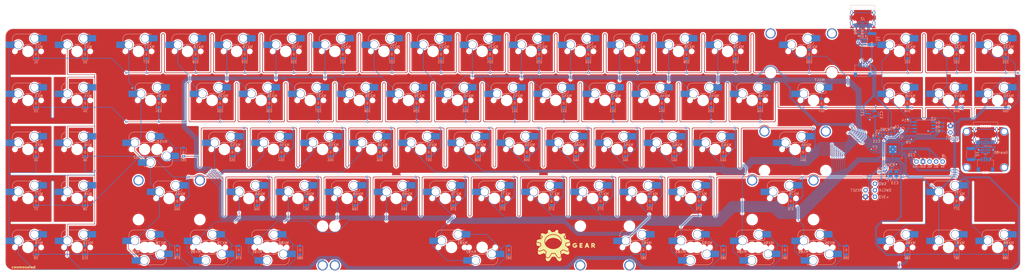
<source format=kicad_pcb>
(kicad_pcb (version 20240108) (generator "pcbnew") (generator_version "8.0")
  (layers (0 "F.Cu" signal) (31 "B.Cu" signal) (34 "B.Paste" user) (35 "F.Paste" user) (36 "B.SilkS" user "B.Silkscreen") (37 "F.SilkS" user "F.Silkscreen") (38 "B.Mask" user) (39 "F.Mask" user) (44 "Edge.Cuts" user))
  (net 0 "")
  (net 1 "Net-(D1-A)")
  (net 2 "Net-(D2-A)")
  (net 3 "Net-(D3-A)")
  (net 4 "Net-(D4-A)")
  (net 5 "Net-(D5-A)")
  (net 6 "Net-(D6-A)")
  (net 7 "Net-(D7-A)")
  (net 8 "Net-(D8-A)")
  (net 9 "Net-(D9-A)")
  (net 10 "Net-(D10-A)")
  (net 11 "Net-(D17-A)")
  (net 12 "Net-(D18-A)")
  (net 13 "Net-(D19-A)")
  (net 14 "Net-(D20-A)")
  (net 15 "Net-(D21-A)")
  (net 16 "Net-(D22-A)")
  (net 17 "Net-(D23-A)")
  (net 18 "Net-(D24-A)")
  (net 19 "Net-(D25-A)")
  (net 20 "Net-(D26-A)")
  (net 21 "Net-(D27-A)")
  (net 22 "Net-(D28-A)")
  (net 23 "Net-(D29-A)")
  (net 24 "Net-(D30-A)")
  (net 25 "Net-(D31-A)")
  (net 26 "Net-(D32-A)")
  (net 27 "Net-(D33-A)")
  (net 28 "Net-(D34-A)")
  (net 29 "Net-(D35-A)")
  (net 30 "Net-(D36-A)")
  (net 31 "Net-(D37-A)")
  (net 32 "Net-(D38-A)")
  (net 33 "Net-(D39-A)")
  (net 34 "Net-(D40-A)")
  (net 35 "Net-(D41-A)")
  (net 36 "Net-(D42-A)")
  (net 37 "Net-(D43-A)")
  (net 38 "Net-(D44-A)")
  (net 39 "Net-(D45-A)")
  (net 40 "Net-(D46-A)")
  (net 41 "Net-(D47-A)")
  (net 42 "Net-(D48-A)")
  (net 43 "Net-(D49-A)")
  (net 44 "Net-(D50-A)")
  (net 45 "Net-(D51-A)")
  (net 46 "Net-(D53-A)")
  (net 47 "Net-(D54-A)")
  (net 48 "Net-(D55-A)")
  (net 49 "Net-(D56-A)")
  (net 50 "Net-(D57-A)")
  (net 51 "Net-(D58-A)")
  (net 52 "Net-(D59-A)")
  (net 53 "Net-(D60-A)")
  (net 54 "Net-(D61-A)")
  (net 55 "Net-(D62-A)")
  (net 56 "Net-(D63-A)")
  (net 57 "Net-(D64-A)")
  (net 58 "Net-(D65-A)")
  (net 59 "Net-(D66-A)")
  (net 60 "Net-(D67-A)")
  (net 61 "ROW0")
  (net 62 "Net-(D68-A)")
  (net 63 "ROW1")
  (net 64 "Net-(D69-A)")
  (net 65 "ROW2")
  (net 66 "Net-(D70-A)")
  (net 67 "ROW3")
  (net 68 "Net-(D71-A)")
  (net 69 "ROW4")
  (net 70 "Net-(D72-A)")
  (net 71 "VBUS")
  (net 72 "Net-(D73-A)")
  (net 73 "COL0")
  (net 74 "Net-(D74-A)")
  (net 75 "COL2")
  (net 76 "Net-(D75-A)")
  (net 77 "COL3")
  (net 78 "Net-(D76-A)")
  (net 79 "COL4")
  (net 80 "Net-(D77-A)")
  (net 81 "COL5")
  (net 82 "Net-(D78-A)")
  (net 83 "COL6")
  (net 84 "Net-(D79-A)")
  (net 85 "COL7")
  (net 86 "Net-(D80-A)")
  (net 87 "COL8")
  (net 88 "Net-(D81-A)")
  (net 89 "COL9")
  (net 90 "Net-(D82-A)")
  (net 91 "COL10")
  (net 92 "Net-(D83-A)")
  (net 93 "COL11")
  (net 94 "Net-(D84-A)")
  (net 95 "COL12")
  (net 96 "Net-(D85-A)")
  (net 97 "COL13")
  (net 98 "Net-(D86-A)")
  (net 99 "COL14")
  (net 100 "Net-(D87-A)")
  (net 101 "COL15")
  (net 102 "Net-(D88-A)")
  (net 103 "COL16")
  (net 104 "COL1")
  (net 105 "GND")
  (net 106 "Net-(BOOT1-Pad2)")
  (net 107 "+1V1")
  (net 108 "+3V3")
  (net 109 "+5V")
  (net 110 "XIN")
  (net 111 "Net-(C16-Pad2)")
  (net 112 "USB_D-")
  (net 113 "USB_D+")
  (net 114 "Net-(U1-USB_DP)")
  (net 115 "Net-(U1-USB_DM)")
  (net 116 "XOUT")
  (net 117 "Net-(R4-Pad1)")
  (net 118 "RESET")
  (net 119 "QSPI_SS")
  (net 120 "SWCLK")
  (net 121 "SWD")
  (net 122 "COL17")
  (net 123 "COL18")
  (net 124 "QSPI_SD3")
  (net 125 "QSPI_SCLK")
  (net 126 "QSPI_SD0")
  (net 127 "QSPI_SD2")
  (net 128 "QSPI_SD1")
  (net 130 "Net-(J5-CC2)")
  (net 132 "Net-(J5-CC1)")
  (net 135 "USB_D-_DB")
  (net 136 "USB_D+_DB")
  (net 137 "GNDA")
  (net 138 "VCC")
  (net 139 "+5VA")
  (net 140 "Net-(J2-CC1)")
  (net 142 "GP_SDA")
  (net 143 "GP_SCL")
  (net 144 "SW")
  (net 145 "Net-(J2-CC2)")
  (footprint "" (layer "F.Cu") (at 330.48284 52.925)
    (property "Reference" "")
    (property "Value" "")
  )
  (footprint "" (layer "F.Cu") (at 327.785321 70.93125)
    (property "Reference" "")
    (property "Value" "")
  )
  (footprint "" (layer "F.Cu") (at 329.510867 70.93125)
    (property "Reference" "")
    (property "Value" "")
  )
  (footprint "" (layer "F.Cu") (at 326.811466 52.925)
    (property "Reference" "")
    (property "Value" "")
  )
  (footprint "Connector_PinSocket_2.54mm:PinSocket_1x05_P2.54mm_Vertical" (layer "F.Cu") (at 301.863125 66.675 90)
    (property "Reference" "J8")
    (property "Value" "Conn_01x05")
  )
  (footprint "LOGO" (layer "F.Cu") (at 165.89375 99.21875)
    (property "Reference" "GEAR" (hide yes))
    (property "Value" "LOGO" (hide yes))
  )
  (footprint "PCM_marbastlib-mx:STAB_MX_P_6.25u" (layer "F.Cu") (at 121.44375 100.0125 180)
    (property "Reference" "S7" (hide yes))
    (property "Value" "stb")
  )
  (footprint "" (layer "F.Cu") (at 279.23 14.8875)
    (property "Reference" "")
    (property "Value" "")
  )
  (footprint "" (layer "F.Cu") (at 282.325773 14.8875)
    (property "Reference" "")
    (property "Value" "")
  )
  (footprint "" (layer "F.Cu") (at 284.215625 14.8875)
    (property "Reference" "")
    (property "Value" "")
  )
  (footprint "PCM_marbastlib-mx:STAB_MX_P_2.25u" (layer "F.Cu") (at 11.90625 80.9625)
    (property "Reference" "S4" (hide yes))
    (property "Value" "stb")
  )
  (footprint "PCM_marbastlib-mx:STAB_MX_P_7u" (layer "F.Cu") (at 133.35 100.0125 180)
    (property "Reference" "S6" (hide yes))
    (property "Value" "stb")
  )
  (footprint "" (layer "F.Cu") (at 327.559509 52.957465)
    (property "Reference" "")
    (property "Value" "")
  )
  (footprint "" (layer "F.Cu") (at 329.730208 52.925)
    (property "Reference" "")
    (property "Value" "")
  )
  (footprint "" (layer "F.Cu") (at 277.865625 14.8875)
    (property "Reference" "")
    (property "Value" "")
  )
  (footprint "" (layer "F.Cu") (at 328.289194 52.925)
    (property "Reference" "")
    (property "Value" "")
  )
  (footprint "PCM_marbastlib-mx:STAB_MX_P_2.75u" (layer "F.Cu") (at 250.03125 80.9625)
    (property "Reference" "S5" (hide yes))
    (property "Value" "stb")
  )
  (footprint "PCM_marbastlib-mx:STAB_MX_P_2.25u" (layer "F.Cu") (at 254.79375 61.9125)
    (property "Reference" "S3" (hide yes))
    (property "Value" "stb")
  )
  (footprint "" (layer "F.Cu") (at 329.005112 52.925)
    (property "Reference" "")
    (property "Value" "")
  )
  (footprint "PCM_marbastlib-mx:STAB_MX_P_2u" (layer "F.Cu") (at 257.175 23.8125)
    (property "Reference" "S1" (hide yes))
    (property "Value" "stb")
  )
  (footprint "" (layer "F.Cu") (at 328.65 70.93125)
    (property "Reference" "")
    (property "Value" "")
  )
  (footprint "PCM_marbastlib-mx:SW_MX_HS_1.5u" (layer "B.Cu") (at 261.9375 42.8625 180)
    (property "Reference" "MX47")
    (property "Value" "MX_SW_HS" (hide yes))
  )
  (footprint "PCM_marbastlib-various:SOT-23-6-routable" (layer "B.Cu") (at 328.65 62.125 180)
    (property "Reference" "U5" (hide yes))
    (property "Value" "SRV05-4" (hide yes))
  )
  (footprint "PCM_marbastlib-mx:SW_MX_HS_1.5u" (layer "B.Cu") (at 214.3125 100.0125 180)
    (property "Reference" "MX93")
    (property "Value" "MX_SW_HS" (hide yes))
  )
  (footprint "mcu:D_SOD-123_new" (layer "B.Cu") (at 203.116483 43.892878 90)
    (property "Reference" "D44")
    (property "Value" "D_Small")
  )
  (footprint "Capacitor_SMD:C_0402_1005Metric" (layer "B.Cu") (at 293.261767 54.8 90)
    (property "Reference" "C6")
    (property "Value" "100n")
  )
  (footprint "PCM_marbastlib-mx:SW_MX_HS_1.5u" (layer "B.Cu") (at 4.7625 42.8625 180)
    (property "Reference" "MX34")
    (property "Value" "MX_SW_HS" (hide yes))
  )
  (footprint "Capacitor_SMD:C_0402_1005Metric" (layer "B.Cu") (at 287.160494 57.030959 90)
    (property "Reference" "C11")
    (property "Value" "1u")
  )
  (footprint "mcu:D_SOD-123_new" (layer "B.Cu") (at 317.416483 101.042878 90)
    (property "Reference" "D87")
    (property "Value" "D_Small")
  )
  (footprint "mcu:D_SOD-123_new" (layer "B.Cu") (at 17.4625 62.942878 90)
    (property "Reference" "D51")
    (property "Value" "D_Small")
  )
  (footprint "PCM_marbastlib-mx:SW_MX_HS_1u" (layer "B.Cu") (at 314.325 100.0125 180)
    (property "Reference" "MX87")
    (property "Value" "MX_SW_HS" (hide yes))
  )
  (footprint "mcu:D_SOD-123_new" (layer "B.Cu") (at 122.153983 81.992878 90)
    (property "Reference" "D70")
    (property "Value" "D_Small")
  )
  (footprint "mcu:D_SOD-123_new" (layer "B.Cu") (at -20.721017 101.042878 90)
    (property "Reference" "D10")
    (property "Value" "D_Small")
  )
  (footprint "PCM_marbastlib-mx:SW_MX_HS_1u" (layer "B.Cu") (at 209.55 23.8125 180)
    (property "Reference" "MX28")
    (property "Value" "MX_SW_HS" (hide yes))
  )
  (footprint "Connector_USB:USB_C_Receptacle_HRO_TYPE-C-31-M-12" (layer "B.Cu") (at 281.040625 9.8)
    (property "Reference" "J2")
    (property "Value" "USB_C_Receptacle_USB2.0")
  )
  (footprint "PCM_marbastlib-mx:SW_MX_HS_1u" (layer "B.Cu") (at 204.7875 61.9125 180)
    (property "Reference" "MX62")
    (property "Value" "MX_SW_HS" (hide yes))
  )
  (footprint "mcu:D_SOD-123_new" (layer "B.Cu") (at 60.241483 24.842878 90)
    (property "Reference" "D20")
    (property "Value" "D_Small")
  )
  (footprint "Capacitor_SMD:C_0402_1005Metric" (layer "B.Cu") (at 290.267798 69.704848 -90)
    (property "Reference" "C8")
    (property "Value" "100n")
  )
  (footprint "PCM_marbastlib-mx:SW_MX_HS_1u" (layer "B.Cu") (at 152.4 23.8125 180)
    (property "Reference" "MX25")
    (property "Value" "MX_SW_HS" (hide yes))
  )
  (footprint "mcu:D_SOD-123_new" (layer "B.Cu") (at 131.678983 62.942878 90)
    (property "Reference" "D58")
    (property "Value" "D_Small")
  )
  (footprint "mcu:D_SOD-123_new" (layer "B.Cu") (at 145.966483 43.892878 90)
    (property "Reference" "D41")
    (property "Value" "D_Small")
  )
  (footprint "mcu:D_SOD-123_new" (layer "B.Cu") (at 107.866483 43.892878 90)
    (property "Reference" "D39")
    (property "Value" "D_Small")
  )
  (footprint "mcu:D_SOD-123_new" (layer "B.Cu") (at 88.816483 43.892878 90)
    (property "Reference" "D38")
    (property "Value" "D_Small")
  )
  (footprint "Capacitor_SMD:C_0402_1005Metric" (layer "B.Cu") (at 285.359201 57.602581 180)
    (property "Reference" "C4")
    (property "Value" "100n")
  )
  (footprint "PCM_marbastlib-mx:SW_MX_HS_1u" (layer "B.Cu") (at 180.975 42.8625 180)
    (property "Reference" "MX43")
    (property "Value" "MX_SW_HS" (hide yes))
  )
  (footprint "PCM_marbastlib-mx:SW_MX_HS_1u" (layer "B.Cu") (at 47.625 42.8625 180)
    (property "Reference" "MX36")
    (property "Value" "MX_SW_HS" (hide yes))
  )
  (footprint "Resistor_SMD:R_0402_1005Metric" (layer "B.Cu") (at 311.94375 54.76875 180)
    (property "Reference" "R7")
    (property "Value" "1k")
  )
  (footprint "Package_SO:SOIC-8_5.23x5.23mm_P1.27mm" (layer "B.Cu") (at 304.8 53.18125 180)
    (property "Reference" "U3")
    (property "Value" "W25Q128JVSIQ")
  )
  (footprint "PCM_marbastlib-mx:SW_MX_HS_1u" (layer "B.Cu") (at 123.825 42.8625 180)
    (property "Reference" "MX40")
    (property "Value" "MX_SW_HS" (hide yes))
  )
  (footprint "Capacitor_SMD:C_0402_1005Metric" (layer "B.Cu") (at 290.27146 71.80069 90)
    (property "Reference" "C16")
    (property "Value" "22p")
  )
  (footprint "mcu:D_SOD-123_new" (layer "B.Cu") (at 79.291483 24.842878 90)
    (property "Reference" "D21")
    (property "Value" "D_Small")
  )
  (footprint "PCM_marbastlib-mx:SW_MX_HS_1u" (layer "B.Cu") (at 333.375 42.8625 180)
    (property "Reference" "MX50")
    (property "Value" "MX_SW_HS" (hide yes))
  )
  (footprint "mcu:D_SOD-123_new" (layer "B.Cu") (at -39.771017 101.042878 90)
    (property "Reference" "D9")
    (property "Value" "D_Small")
  )
  (footprint "Capacitor_SMD:C_0402_1005Metric" (layer "B.Cu") (at 289.510508 55.84625 90)
    (property "Reference" "C3")
    (property "Value" "1u")
  )
  (footprint "mcu:D_SOD-123_new" (layer "B.Cu") (at 14.997733 81.992878 90)
    (property "Reference" "D65")
    (property "Value" "D_Small")
  )
  (footprint "PCM_marbastlib-mx:SW_MX_HS_1u" (layer "B.Cu") (at 104.775 42.8625 180)
    (property "Reference" "MX39")
    (property "Value" "MX_SW_HS" (hide yes))
  )
  (footprint "PCM_marbastlib-mx:SW_MX_HS_1.5u" (layer "B.Cu") (at 52.3875 100.0125)
    (property "Reference" "MX91")
    (property "Value" "MX_SW_HS" (hide yes))
  )
  (footprint "PCM_marbastlib-mx:SW_MX_HS_1u" (layer "B.Cu") (at 28.575 100.0125)
    (property "Reference" "MX90")
    (property "Value" "MX_SW_HS" (hide yes))
  )
  (footprint "PCM_marbastlib-mx:SW_MX_HS_1u" (layer "B.Cu") (at 42.8625 80.9625 180)
    (property "Reference" "MX66")
    (property "Value" "MX_SW_HS" (hide yes))
  )
  (footprint "mcu:D_SOD-123_new" (layer "B.Cu") (at 336.466483 24.842878 90)
    (property "Reference" "D33")
    (property "Value" "D_Small")
  )
  (footprint "mcu:D_SOD-123_new" (layer "B.Cu") (at 165.016483 43.892878 90)
    (property "Reference" "D42")
    (property "Value" "D_Small")
  )
  (footprint "Connector_JST:JST_SH_SM04B-SRSS-TB_1x04-1MP_P1.00mm_Horizontal" (layer "B.Cu") (at 328.65 67.875 180)
    (property "Reference" "J4" (hide yes))
    (property "Value" "Conn_01x04" (hide yes))
  )
  (footprint "mcu:D_SOD-123_new" (layer "B.Cu") (at 93.578983 62.942878 90)
    (property "Reference" "D56")
    (property "Value" "D_Small")
  )
  (footprint "" (layer "B.Cu") (at 321.378844 68.925 180)
    (property "Reference" "")
    (property "Value" "")
  )
  (footprint "Resistor_SMD:R_0402_1005Metric" (layer "B.Cu") (at 311.94375 53.18125)
    (property "Reference" "R6")
    (property "Value" "5.1k")
  )
  (footprint "Connector_JST:JST_SH_SM04B-SRSS-TB_1x04-1MP_P1.00mm_Horizontal" (layer "B.Cu") (at 280.9875 30.95625 180)
    (property "Reference" "J1")
    (property "Value" "Conn_01x04")
  )
  (footprint "PCM_marbastlib-mx:SW_MX_HS_1u" (layer "B.Cu") (at 314.325 23.8125 180)
    (property "Reference" "MX32")
    (property "Value" "MX_SW_HS" (hide yes))
  )
  (footprint "mcu:D_SOD-123_new" (layer "B.Cu") (at 155.491483 24.842878 90)
    (property "Reference" "D25")
    (property "Value" "D_Small")
  )
  (footprint "mcu:D_SOD-123_new" (layer "B.Cu") (at 117.391483 24.842878 90)
    (property "Reference" "D23")
    (property "Value" "D_Small")
  )
  (footprint "PCM_marbastlib-mx:SW_MX_HS_1u" (layer "B.Cu") (at 11.90625 80.9625 180)
    (property "Reference" "MX65")
    (property "Value" "MX_SW_HS" (hide yes))
  )
  (footprint "mcu:D_SOD-123_new" (layer "B.Cu") (at -20.721017 24.842878 90)
    (property "Reference" "D2")
    (property "Value" "D_Small")
  )
  (footprint "PCM_marbastlib-mx:SW_MX_HS_1u" (layer "B.Cu") (at 138.1125 80.9625 180)
    (property "Reference" "MX71")
    (property "Value" "MX_SW_HS" (hide yes))
  )
  (footprint "mcu:D_SOD-123_new" (layer "B.Cu") (at 227.0125 101.042878 90)
    (property "Reference" "D83")
    (property "Value" "D_Small")
  )
  (footprint "PCM_marbastlib-mx:SW_MX_HS_1u" (layer "B.Cu") (at 219.075 42.8625 180)
    (property "Reference" "MX45")
    (property "Value" "MX_SW_HS" (hide yes))
  )
  (footprint "Capacitor_SMD:C_0402_1005Metric" (layer "B.Cu") (at 293.606051 73.765093)
    (property "Reference" "C15")
    (property "Value" "22p")
  )
  (footprint "PCM_marbastlib-mx:SW_MX_HS_1u" (layer "B.Cu") (at 161.925 42.8625 180)
    (property "Reference" "MX42")
    (property "Value" "MX_SW_HS" (hide yes))
  )
  (footprint "PCM_marbastlib-mx:SW_MX_HS_1u" (layer "B.Cu") (at 333.375 23.8125 180)
    (property "Reference" "MX33")
    (property "Value" "MX_SW_HS" (hide yes))
  )
  (footprint "PCM_marbastlib-mx:SW_MX_HS_1u" (layer "B.Cu") (at 214.3125 80.9625 180)
    (property "Reference" "MX75")
    (property "Value" "MX_SW_HS" (hide yes))
  )
  (footprint "PCM_marbastlib-mx:SW_MX_HS_1u" (layer "B.Cu") (at -23.8125 80.9625 180)
    (property "Reference" "MX8")
    (property "Value" "MX_SW_HS" (hide yes))
  )
  (footprint "PCM_marbastlib-mx:SW_MX_HS_1u" (layer "B.Cu") (at 314.325 80.9625 180)
    (property "Reference" "MX77")
    (property "Value" "MX_SW_HS" (hide yes))
  )
  (footprint "PCM_marbastlib-mx:SW_MX_HS_1u" (layer "B.Cu") (at 133.35 100.0125)
    (property "Reference" "MX92")
    (property "Value" "MX_SW_HS" (hide yes))
  )
  (footprint "PCM_marbastlib-mx:SW_MX_HS_1u" (layer "B.Cu") (at 147.6375 61.9125 180)
    (property "Reference" "MX59")
    (property "Value" "MX_SW_HS" (hide yes))
  )
  (footprint "mcu:D_SOD-123_new" (layer "B.Cu") (at 55.478983 62.942878 90)
    (property "Reference" "D54")
    (property "Value" "D_Small")
  )
  (footprint "mcu:D_SOD-123_new" (layer "B.Cu") (at 265.033711 43.892878 90)
    (property "Reference" "D47")
    (property "Value" "D_Small")
  )
  (footprint "Package_DFN_QFN:QFN-56-1EP_7x7mm_P0.4mm_EP3.2x3.2mm" (layer "B.Cu") (at 292.6875 61.9125 180)
    (property "Reference" "U1")
    (property "Value" "RP2040")
  )
  (footprint "PCM_marbastlib-mx:SW_MX_HS_1.25u" (layer "B.Cu") (at 50.00625 100.0125 180)
    (property "Reference" "MX80")
    (property "Value" "MX_SW_HS" (hide yes))
  )
  (footprint "mcu:D_SOD-123_new" (layer "B.Cu") (at 50.716483 43.892878 90)
    (property "Reference" "D36")
    (property "Value" "D_Small")
  )
  (footprint "mcu:D_SOD-123_new" (layer "B.Cu") (at -20.721017 43.892878 90)
    (property "Reference" "D4")
    (property "Value" "D_Small")
  )
  (footprint "PCM_marbastlib-mx:SW_MX_HS_1u" (layer "B.Cu") (at 0 23.8125 180)
    (property "Reference" "MX17")
    (property "Value" "MX_SW_HS" (hide yes))
  )
  (footprint "Resistor_SMD:R_0402_1005Metric" (layer "B.Cu") (at 292.0875 55.84625 -90)
    (property "Reference" "R1")
    (property "Value" "27")
  )
  (footprint "PCM_marbastlib-mx:SW_MX_HS_1u" (layer "B.Cu") (at 119.0625 80.9625 180)
    (property "Reference" "MX70")
    (property "Value" "MX_SW_HS" (hide yes))
  )
  (footprint "PCM_marbastlib-mx:SW_MX_HS_1u" (layer "B.Cu") (at 128.5875 61.9125 180)
    (property "Reference" "MX58")
    (property "Value" "MX_SW_HS" (hide yes))
  )
  (footprint "PCM_marbastlib-mx:SW_MX_HS_1.5u" (layer "B.Cu") (at 261.9375 100.0125 180)
    (property "Reference" "MX95")
    (property "Value" "MX_SW_HS" (hide yes))
  )
  (footprint "PCM_marbastlib-mx:SW_MX_HS_1u" (layer "B.Cu") (at 166.6875 61.9125 180)
    (property "Reference" "MX60")
    (property "Value" "MX_SW_HS" (hide yes))
  )
  (footprint "PCM_marbastlib-mx:SW_MX_HS_1u" (layer "B.Cu") (at 257.175 23.8125 180)
    (property "Reference" "MX30")
    (property "Value" "MX_SW_HS" (hide yes))
  )
  (footprint "mcu:D_SOD-123_new" (layer "B.Cu") (at 74.528983 62.942878 90)
    (property "Reference" "D55")
    (property "Value" "D_Small")
  )
  (footprint "mcu:D_SOD-123_new" (layer "B.Cu") (at 317.416483 81.992878 90)
    (property "Reference" "D77")
    (property "Value" "D_Small")
  )
  (footprint "Package_TO_SOT_SMD:SOT-23-3" (layer "B.Cu") (at 284.48 48.021875 180)
    (property "Reference" "U2")
    (property "Value" "XC6206P332MR")
  )
  (footprint "PCM_marbastlib-mx:SW_MX_HS_1u" (layer "B.Cu") (at 223.8375 61.9125 180)
    (property "Reference" "MX63")
    (property "Value" "MX_SW_HS" (hide yes))
  )
  (footprint "mcu:D_SOD-123_new" (layer "B.Cu") (at 193.591483 24.842878 90)
    (property "Reference" "D27")
    (property "Value" "D_Small")
  )
  (footprint "mcu:D_SOD-123_new" (layer "B.Cu") (at 260.266483 24.842878 90)
    (property "Reference" "D30")
    (property "Value" "D_Small")
  )
  (footprint "Capacitor_SMD:C_0402_1005Metric" (layer "B.Cu") (at 294.940407 54.8 90)
    (property "Reference" "C1")
    (property "Value" "100n")
  )
  (footprint "" (layer "B.Cu") (at 321.378844 54.959727 180)
    (property "Reference" "")
    (property "Value" "")
  )
  (footprint "PCM_marbastlib-mx:SW_MX_HS_1u" (layer "B.Cu") (at 176.2125 80.9625 180)
    (property "Reference" "MX73")
    (property "Value" "MX_SW_HS" (hide yes))
  )
  (footprint "Capacitor_SMD:C_0402_1005Metric" (layer "B.Cu") (at 289.161395 69.704848 -90)
    (property "Reference" "C2")
    (property "Value" "100n")
  )
  (footprint "mcu:D_SOD-123_new" (layer "B.Cu") (at -39.771017 62.942878 90)
    (property "Reference" "D5")
    (property "Value" "D_Small")
  )
  (footprint "PCM_marbastlib-mx:SW_MX_HS_1.25u" (layer "B.Cu") (at 264.31875 100.0125)
    (property "Reference" "MX85")
    (property "Value" "MX_SW_HS" (hide yes))
  )
  (footprint "mcu:D_SOD-123_new" (layer "B.Cu") (at 174.541483 24.842878 90)
    (property "Reference" "D26")
    (property "Value" "D_Small")
  )
  (footprint "Fuse:Fuse_1812_4532Metric" (layer "B.Cu") (at 322.999549 63.733518 90)
    (property "Reference" "F2")
    (property "Value" "MF-MSMF050-2")
  )
  (footprint "Capacitor_SMD:C_0402_1005Metric" (layer "B.Cu") (at 285.75 62.309375 180)
    (property "Reference" "C7")
    (property "Value" "100n")
  )
  (footprint "PCM_marbastlib-mx:SW_MX_HS_1.25u" (layer "B.Cu") (at 192.88125 100.0125 180)
    (property "Reference" "MX82")
    (property "Value" "MX_SW_HS" (hide yes))
  )
  (footprint "PCM_marbastlib-mx:SW_MX_HS_1u" (layer "B.Cu") (at 228.6 23.8125 180)
    (property "Reference" "MX29")
    (property "Value" "MX_SW_HS" (hide yes))
  )
  (footprint "PCM_marbastlib-mx:SW_MX_HS_1u" (layer "B.Cu") (at 109.5375 61.9125 180)
    (property "Reference" "MX57")
    (property "Value" "MX_SW_HS" (hide yes))
  )
  (footprint "PCM_marbastlib-mx:SW_MX_HS_1.5u" (layer "B.Cu") (at 4.7625 100.0125)
    (property "Reference" "MX89")
    (property "Value" "MX_SW_HS" (hide yes))
  )
  (footprint "Capacitor_SMD:C_0402_1005Metric" (layer "B.Cu") (at 299.496826 50.797074 90)
    (property "Reference" "C14")
    (property "Value" "1u")
  )
  (footprint "PCM_marbastlib-mx:SW_MX_HS_1.25u" (layer "B.Cu") (at 26.19375 100.0125 180)
    (property "Reference" "MX79")
    (property "Value" "MX_SW_HS" (hide yes))
  )
  (footprint "PCM_marbastlib-mx:SW_MX_HS_1u" (layer "B.Cu") (at 19.05 23.8125 180)
    (property "Reference" "MX18")
    (property "Value" "MX_SW_HS" (hide yes))
  )
  (footprint "PCM_marbastlib-mx:SW_MX_HS_1u" (layer "B.Cu") (at -23.8125 23.8125 180)
    (property "Reference" "MX2")
    (property "Value" "MX_SW_HS" (hide yes))
  )
  (footprint "PCM_marbastlib-mx:SW_MX_HS_1.25u" (layer "B.Cu") (at 240.50625 100.0125)
    (property "Reference" "MX84")
    (property "Value" "MX_SW_HS" (hide yes))
  )
  (footprint "mcu:D_SOD-123_new" (layer "B.Cu") (at 317.416483 43.892878 90)
    (property "Reference" "D49")
    (property "Value" "D_Small")
  )
  (footprint "mcu:D_SOD-123_new" (layer "B.Cu") (at 143.66875 101.042878 90)
    (property "Reference" "D81")
    (property "Value" "D_Small")
  )
  (footprint "mcu:D_SOD-123_new" (layer "B.Cu") (at 336.466483 101.042878 90)
    (property "Reference" "D88")
    (property "Value" "D_Small")
  )
  (footprint "PCM_marbastlib-mx:SW_MX_HS_1u" (layer "B.Cu") (at -42.8625 61.9125 180)
    (property "Reference" "MX5")
    (property "Value" "MX_SW_HS" (hide yes))
  )
  (footprint "Resistor_SMD:R_0402_1005Metric" (layer "B.Cu") (at 282.178125 16.555625 -90)
    (property "Reference" "R9")
    (property "Value" "5.1k")
  )
  (footprint "PCM_marbastlib-mx:SW_MX_HS_1u" (layer "B.Cu") (at 66.675 42.8625 180)
    (property "Reference" "MX37")
    (property "Value" "MX_SW_HS" (hide yes))
  )
  (footprint "PCM_marbastlib-mx:SW_MX_HS_1u" (layer "B.Cu") (at 76.2 23.8125 180)
    (property "Reference" "MX21")
    (property "Value" "MX_SW_HS" (hide yes))
  )
  (footprint "mcu:D_SOD-123_new" (layer "B.Cu") (at 103.103983 81.992878 90)
    (property "Reference" "D69")
    (property "Value" "D_Small")
  )
  (footprint "mcu:D_SOD-123_new" (layer "B.Cu") (at 317.416483 24.842878 90)
    (property "Reference" "D32")
    (property "Value" "D_Small")
  )
  (footprint "mcu:D_SOD-123_new" (layer "B.Cu") (at 62.70625 101.042878 90)
    (property "Reference" "D80")
    (property "Value" "D_Small")
  )
  (footprint "" (layer "B.Cu") (at 336.046914 55.052523 180)
    (property "Reference" "")
    (property "Value" "")
  )
  (footprint "mcu:D_SOD-123_new" (layer "B.Cu") (at -20.721017 62.942878 90)
    (property "Reference" "D6")
    (property "Value" "D_Small")
  )
  (footprint "mcu:D_SOD-123_new" (layer "B.Cu") (at 198.353983 81.992878 90)
    (property "Reference" "D74")
    (property "Value" "D_Small")
  )
  (footprint "Resistor_SMD:R_0402_1005Metric" (layer "B.Cu") (at 325.583927 61.0625 180)
    (property "Reference" "R10" (hide yes))
    (property "Value" "5.1k" (hide yes))
  )
  (footprint "PCM_marbastlib-mx:SW_MX_HS_1u" (layer "B.Cu") (at -23.8125 100.0125 180)
    (property "Reference" "MX10")
    (property "Value" "MX_SW_HS" (hide yes))
  )
  (footprint "mcu:D_SOD-123_new" (layer "B.Cu") (at 336.466483 43.892878 90)
    (property "Reference" "D50")
    (property "Value" "D_Small")
  )
  (footprint "mcu:D_SOD-123_new" (layer "B.Cu") (at 222.166483 43.892878 90)
    (property "Reference" "D45")
    (property "Value" "D_Small")
  )
  (footprint "mcu:D_SOD-123_new" (layer "B.Cu") (at 212.641483 24.842878 90)
    (property "Reference" "D28")
    (property "Value" "D_Small")
  )
  (footprint "mcu:D_SOD-123_new" (layer "B.Cu") (at 141.203983 81.992878 90)
    (property "Reference" "D71")
    (property "Value" "D_Small")
  )
  (footprint "mcu:D_SOD-123_new" (layer "B.Cu") (at 31.666483 43.892878 90)
    (property "Reference" "D35")
    (property "Value" "D_Small")
  )
  (footprint "mcu:D_SOD-123_new" (layer "B.Cu") (at 45.953983 81.992878 90)
    (property "Reference" "D66")
    (property "Value" "D_Small")
  )
  (footprint "PCM_marbastlib-mx:SW_MX_HS_1u" (layer "B.Cu") (at 142.875 42.8625 180)
    (property "Reference" "MX41")
    (property "Value" "MX_SW_HS" (hide yes))
  )
  (footprint "mcu:D_SOD-123_new" (layer "B.Cu") (at -20.721017 81.992878 90)
    (property "Reference" "D8")
    (property "Value" "D_Small")
  )
  (footprint "PCM_marbastlib-mx:SW_MX_HS_1.75u" (layer "B.Cu") (at 7.14375 61.9125)
    (property "Reference" "MX52")
    (property "Value" "MX_SW_HS" (hide yes))
  )
  (footprint "mcu:D_SOD-123_new" (layer "B.Cu") (at 160.253983 81.992878 90)
    (property "Reference" "D72")
    (property "Value" "D_Small")
  )
  (footprint "PCM_marbastlib-mx:SW_MX_HS_1u" (layer "B.Cu") (at 121.44375 100.0125 180)
    (property "Reference" "MX81")
    (property "Value" "MX_SW_HS" (hide yes))
  )
  (footprint "PCM_marbastlib-mx:SW_MX_HS_1u" (layer "B.Cu") (at 38.1 23.8125 180)
    (property "Reference" "MX19")
    (property "Value" "MX_SW_HS" (hide yes))
  )
  (footprint "PCM_marbastlib-mx:SW_MX_HS_1.25u" (layer "B.Cu") (at 2.38125 100.0125 180)
    (property "Reference" "MX78")
    (property "Value" "MX_SW_HS" (hide yes))
  )
  (footprint "Capacitor_SMD:C_0402_1005Metric" (layer "B.Cu") (at 298.76375 58.036471)
    (property "Reference" "C9")
    (property "Value" "100n")
  )
  (footprint "mcu:D_SOD-123_new" (layer "B.Cu") (at -39.771017 24.842878 90)
    (property "Reference" "D1")
    (property "Value" "D_Small")
  )
  (footprint "mcu:D_SOD-123_new" (layer "B.Cu") (at 231.691483 24.842878 90)
    (property "Reference" "D29")
    (property "Value" "D_Small")
  )
  (footprint "mcu:D_SOD-123_new" (layer "B.Cu") (at 217.403983 81.992878 90)
    (property "Reference" "D75")
    (property "Value" "D_Small")
  )
  (footprint "mcu:D_SOD-123_new" (layer "B.Cu") (at 298.366483 24.842878 90)
    (property "Reference" "D31")
    (property "Value" "D_Small")
  )
  (footprint "Resistor_SMD:R_0402_1005Metric" (layer "B.Cu") (at 290.8875 55.84625 -90)
    (property "Reference" "R2")
    (property "Value" "27")
  )
  (footprint "PCM_marbastlib-mx:SW_MX_HS_1u" (layer "B.Cu") (at 295.275 100.0125 180)
    (property "Reference" "MX86")
    (property "Value" "MX_SW_HS" (hide yes))
  )
  (footprint "PCM_marbastlib-mx:SW_MX_HS_1u" (layer "B.Cu") (at 57.15 23.8125 180)
    (property "Reference" "MX20")
    (property "Value" "MX_SW_HS" (hide yes))
  )
  (footprint "PCM_marbastlib-mx:SW_MX_HS_1u" (layer "B.Cu") (at 71.4375 61.9125 180)
    (property "Reference" "MX55")
    (property "Value" "MX_SW_HS" (hide yes))
  )
  (footprint "PCM_marbastlib-mx:SW_MX_HS_1u" (layer "B.Cu") (at 85.725 42.8625 180)
    (property "Reference" "MX38")
    (property "Value" "MX_SW_HS" (hide yes))
  )
  (footprint "mcu:D_SOD-123_new" (layer "B.Cu") (at 126.916483 43.892878 90)
    (property "Reference" "D40")
    (property "Value" "D_Small")
  )
  (footprint "PCM_marbastlib-mx:SW_MX_HS_1u" (layer "B.Cu") (at -42.8625 42.8625 180)
    (property "Reference" "MX3")
    (property "Value" "MX_SW_HS" (hide yes))
  )
  (footprint "Crystal:Crystal_SMD_3225-4Pin_3.2x2.5mm" (layer "B.Cu") (at 292.982578 71.430101)
    (property "Reference" "Y1")
    (property "Value" "X322512MSB4SI")
  )
  (footprint "Connector_USB:USB_C_Receptacle_HRO_TYPE-C-31-M-12" (layer "B.Cu") (at 328.65 55.18875)
    (property "Reference" "J5" (hide yes))
    (property "Value" "USB_C_Receptacle_USB2.0" (hide yes))
  )
  (footprint "PCM_marbastlib-mx:SW_MX_HS_1.75u_STP_1.25" (layer "B.Cu") (at 2.38125 61.9125 180)
    (property "Reference" "MX51")
    (property "Value" "MX_SW_HS" (hide yes))
  )
  (footprint "PCM_marbastlib-mx:SW_MX_HS_1u" (layer "B.Cu") (at 100.0125 80.9625 180)
    (property "Reference" "MX69")
    (property "Value" "MX_SW_HS" (hide yes))
  )
  (footprint "Capacitor_SMD:C_0402_1005Metric" (layer "B.Cu") (at 287.15227 48.485718 90)
    (property "Reference" "C13")
    (property "Value" "1u")
  )
  (footprint "mcu:D_SOD-123_new" (layer "B.Cu") (at -39.771017 43.892878 90)
    (property "Reference" "D3")
    (property "Value" "D_Small")
  )
  (footprint "PCM_marbastlib-mx:SW_MX_HS_1u" (layer "B.Cu") (at -42.8625 23.8125 180)
    (property "Reference" "MX1")
    (property "Value" "MX_SW_HS" (hide yes))
  )
  (footprint "mcu:D_SOD-123_new" (layer "B.Cu") (at 15.08125 101.042878 90)
    (property "Reference" "D78")
    (property "Value" "D_Small")
  )
  (footprint "PCM_marbastlib-mx:SW_MX_HS_1u" (layer "B.Cu") (at 200.025 42.8625 180)
    (property "Reference" "MX44")
    (property "Value" "MX_SW_HS" (hide yes))
  )
  (footprint "PCM_marbastlib-mx:SW_MX_HS_1u" (layer "B.Cu") (at -42.8625 100.0125 180)
    (property "Reference" "MX9")
    (property "Value" "MX_SW_HS" (hide yes))
  )
  (footprint "mcu:D_SOD-123_new" (layer "B.Cu") (at 22.141483 24.842878 90)
    (property "Reference" "D18")
    (property "Value" "D_Small")
  )
  (footprint "PCM_marbastlib-mx:SW_MX_HS_1u" (layer "B.Cu") (at 157.1625 80.9625 180)
    (property "Reference" "MX72")
    (property "Value" "MX_SW_HS" (hide yes))
  )
  (footprint "PCM_marbastlib-mx:SW_MX_HS_1u" (layer "B.Cu") (at 133.35 23.8125 180)
    (property "Reference" "MX24")
    (property "Value" "MX_SW_HS" (hide yes))
  )
  (footprint "Resistor_SMD:R_0402_1005Metric" (layer "B.Cu") (at 279.4 16.66875 -90)
    (property "Reference" "R8")
    (property "Value" "5.1k")
  )
  (footprint "PCM_marbastlib-mx:SW_MX_HS_1u" (layer "B.Cu") (at -42.8625 80.9625 180)
    (property "Reference" "MX7")
    (property "Value" "MX_SW_HS" (hide yes))
  )
  (footprint "mcu:D_SOD-123_new" (layer "B.Cu") (at 98.341483 24.842878 90)
    (property "Reference" "D22")
    (property "Value" "D_Small")
  )
  (footprint "PCM_marbastlib-mx:SW_MX_HS_1.25u" (layer "B.Cu") (at 216.69375 100.0125)
    (property "Reference" "MX83")
    (property "Value" "MX_SW_HS" (hide yes))
  )
  (footprint "PCM_marbastlib-mx:SW_MX_HS_1u" (layer "B.Cu") (at 80.9625 80.9625 180)
    (property "Reference" "MX68")
    (property "Value" "MX_SW_HS" (hide yes))
  )
  (footprint "Resistor_SMD:R_0402_1005Metric" (layer "B.Cu") (at 292.388747 69.052182)
    (property "Reference" "R3")
    (property "Value" "1k")
  )
  (footprint "PCM_marbastlib-mx:SW_MX_HS_1u" (layer "B.Cu") (at 90.4875 61.9125 180)
    (property "Reference" "MX56")
    (property "Value" "MX_SW_HS" (hide yes))
  )
  (footprint "mcu:D_SOD-123_new" (layer "B.Cu") (at 274.6375 101.042878 90)
    (property "Reference" "D85")
    (property "Value" "D_Small")
  )
  (footprint "mcu:D_SOD-123_new" (layer "B.Cu") (at 169.778983 62.942878 90)
    (property "Reference" "D60")
    (property "Value" "D_Small")
  )
  (footprint "PCM_marbastlib-mx:SW_MX_HS_1u" (layer "B.Cu") (at 333.375 100.0125 180)
    (property "Reference" "MX88")
    (property "Value" "MX_SW_HS" (hide yes))
  )
  (footprint "mcu:D_SOD-123_new" (layer "B.Cu") (at 36.428983 62.942878 90)
    (property "Reference" "D53")
    (property "Value" "D_Small")
  )
  (footprint "mcu:D_SOD-123_new" (layer "B.Cu") (at 188.828983 62.942878 90)
    (property "Reference" "D61")
    (property "Value" "D_Small")
  )
  (footprint "Capacitor_SMD:C_0402_1005Metric" (layer "B.Cu") (at 300 62.914684)
    (property "Reference" "C10")
    (property "Value" "100n")
  )
  (footprint "PCM_marbastlib-mx:SW_MX_HS_1u" (layer "B.Cu") (at 185.7375 61.9125 180)
    (property "Reference" "MX61")
    (property "Value" "MX_SW_HS" (hide yes))
  )
  (footprint "PCM_marbastlib-mx:SW_MX_HS_1u" (layer "B.Cu") (at 52.3875 61.9125 180)
    (property "Reference" "MX54")
    (property "Value" "MX_SW_HS" (hide yes))
  )
  (footprint "mcu:D_SOD-123_new" (layer "B.Cu") (at 41.191483 24.842878 90)
    (property "Reference" "D19")
    (property "Value" "D_Small")
  )
  (footprint "PCM_marbastlib-mx:SW_MX_HS_1u" (layer "B.Cu") (at 238.125 100.0125 180)
    (property "Reference" "MX94")
    (property "Value" "MX_SW_HS" (hide yes))
  )
  (footprint "mcu:D_SOD-123_new" (layer "B.Cu") (at 112.628983 62.942878 90)
    (property "Reference" "D57")
    (property "Value" "D_Small")
  )
  (footprint "PCM_marbastlib-mx:SW_MX_HS_1u" (layer "B.Cu") (at 28.575 42.8625 180)
    (property "Reference" "MX35")
    (property "Value" "MX_SW_HS" (hide yes))
  )
  (footprint "PCM_marbastlib-mx:SW_MX_HS_1u" (layer "B.Cu") (at 61.9125 80.9625 180)
    (property "Reference" "MX67")
    (property "Value" "MX_SW_HS" (hide yes))
  )
  (footprint "PCM_marbastlib-mx:SW_MX_HS_1u" (layer "B.Cu") (at 254.79375 61.9125 180)
    (property "Reference" "MX64")
    (property "Value" "MX_SW_HS" (hide yes))
  )
  (footprint "mcu:D_SOD-123_new" (layer "B.Cu") (at 250.825 101.042878 90)
    (property "Reference" "D84")
    (property "Value" "D_Small")
  )
  (footprint "mcu:D_SOD-123_new" (layer "B.Cu") (at 253.122733 81.992878 90)
    (property "Reference" "D76")
    (property "Value" "D_Small")
  )
  (footprint "PCM_marbastlib-mx:SW_MX_HS_1u" (layer "B.Cu") (at 295.275 42.8625 180)
    (property "Reference" "MX48")
    (property "Value" "MX_SW_HS" (hide yes))
  )
  (footprint "Connector_PinSocket_2.54mm:PinSocket_1x02_P2.54mm_Vertical" (layer "B.Cu") (at 315.068669 52.784375 180)
    (property "Reference" "BOOT1" (hide yes))
    (property "Value" "SW_Push")
  )
  (footprint "Resistor_SMD:R_0402_1005Metric" (layer "B.Cu") (at 311.94375 51.59375 180)
    (property "Reference" "R4")
    (property "Value" "5.1k")
  )
  (footprint "mcu:D_SOD-123_new" (layer "B.Cu") (at 69.766483 43.892878 90)
    (property "Reference" "D37")
    (property "Value" "D_Small")
  )
  (footprint "Capacitor_SMD:C_0402_1005Metric" (layer "B.Cu") (at 288.369331 55.84625 90)
    (property "Reference" "C5")
    (property "Value" "100n")
  )
  (footprint "PCM_marbastlib-mx:SW_MX_HS_1u" (layer "B.Cu") (at 295.275 23.8125 180)
    (property "Reference" "MX31")
    (property "Value" "MX_SW_HS" (hide yes))
  )
  (footprint "mcu:D_SOD-123_new" (layer "B.Cu") (at 207.878983 62.942878 90)
    (property "Reference" "D62")
    (property "Value" "D_Small")
  )
  (footprint "mcu:D_SOD-123_new" (layer "B.Cu") (at 150.728983 62.942878 90)
    (property "Reference" "D59")
    (property "Value" "D_Small")
  )
  (footprint "mcu:D_SOD-123_new" (layer "B.Cu") (at 38.89375 101.042878 90)
    (property "Reference" "D79")
    (property "Value" "D_Small")
  )
  (footprint "Connector_PinSocket_2.54mm:PinSocket_1x03_P2.54mm_Vertical" (layer "B.Cu") (at 285.75 80.3275)
    (property "Reference" "J3" (hide yes))
    (property "Value" "SWD")
  )
  (footprint "PCM_marbastlib-mx:SW_MX_HS_1u" (layer "B.Cu") (at 95.25 23.8125 180)
    (property "Reference" "MX22")
    (property "Value" "MX_SW_HS" (hide yes))
  )
  (footprint "mcu:D_SOD-123_new" (layer "B.Cu") (at 65.003983 81.992878 90)
    (property "Reference" "D67")
    (property "Value" "D_Small")
  )
  (footprint "PCM_marbastlib-mx:SW_MX_HS_1u" (layer "B.Cu") (at 114.3 23.8125 180)
    (property "Reference" "MX23")
    (property "Value" "MX_SW_HS" (hide yes))
  )
  (footprint "mcu:D_SOD-123_new" (layer "B.Cu") (at 298.366483 43.892878 90)
    (property "Reference" "D48")
    (property "Value" "D_Small")
  )
  (footprint "mcu:D_SOD-123_new" (layer "B.Cu") (at 184.066483 43.892878 90)
    (property "Reference" "D43")
    (property "Value" "D_Small")
  )
  (footprint "mcu:D_SOD-123_new" (layer "B.Cu") (at 7.853983 43.892878 90)
    (property "Reference" "D34")
    (property "Value" "D_Small")
  )
  (footprint "mcu:D_SOD-123_new" (layer "B.Cu") (at 179.303983 81.992878 90)
    (property "Reference" "D73")
    (property "Value" "D_Small")
  )
  (footprint "mcu:D_SOD-123_new" (layer "B.Cu") (at 298.366483 101.042878 90)
    (property "Reference" "D86")
    (property "Value" "D_Small")
  )
  (footprint "PCM_marbastlib-mx:SW_MX_HS_1u" (layer "B.Cu") (at 250.03125 80.9625 180)
    (property "Reference" "MX76")
    (property "Value" "MX_SW_HS" (hide yes))
  )
  (footprint "mcu:D_SOD-123_new" (layer "B.Cu") (at 226.928983 62.942878 90)
    (property "Reference" "D63")
    (property "Value" "D_Small")
  )
  (footprint "PCM_marbastlib-mx:SW_MX_HS_1u" (layer "B.Cu") (at 171.45 23.8125 180)
    (property "Reference" "MX26")
    (property "Value" "MX_SW_HS" (hide yes))
  )
  (footprint "PCM_marbastlib-various:SOT-23-6-routable" (layer "B.Cu") (at 280.547742 20.234498 180)
    (property "Reference" "U4")
    (property "Value" "SRV05-4")
  )
  (footprint "mcu:D_SOD-123_new" (layer "B.Cu") (at 3.091483 24.842878 90)
    (property "Reference" "D17")
    (property "Value" "D_Small")
  )
  (footprint "Fuse:Fuse_1812_4532Metric" (layer "B.Cu") (at 284.559375 19.05 90)
    (property "Reference" "F1")
    (property "Value" "MF-MSMF050-2")
  )
  (footprint "Resistor_SMD:R_0402_1005Metric" (layer "B.Cu") (at 331.716073 61.0625)
    (property "Reference" "R11" (hide yes))
    (property "Value" "5.1k" (hide yes))
  )
  (footprint "mcu:D_SOD-123_new" (layer "B.Cu") (at 136.441483 24.842878 90)
    (property "Reference" "D24")
    (property "Value" "D_Small")
  )
  (footprint "PCM_marbastlib-mx:SW_MX_HS_1u" (layer "B.Cu") (at 190.5 23.8125 180)
    (property "Reference" "MX27")
    (property "Value" "MX_SW_HS" (hide yes))
  )
  (footprint "mcu:D_SOD-123_new" (layer "B.Cu") (at 257.920779 62.942878 90)
    (property "Reference" "D64")
    (property "Value" "D_Small")
  )
  (footprint "Resistor_SMD:R_0402_1005Metric" (layer "B.Cu") (at 283.36875 73.025 90)
    (property "Reference" "R5")
    (property "Value" "5.1k")
  )
  (footprint "PCM_marbastlib-mx:SW_MX_HS_1u" (layer "B.Cu") (at 195.2625 80.9625 180)
    (property "Reference" "MX74")
    (property "Value" "MX_SW_HS" (hide yes))
  )
  (footprint "mcu:D_SOD-123_new" (layer "B.Cu") (at -39.771017 81.992878 90)
    (property "Reference" "D7")
    (property "Value" "D_Small")
  )
  (footprint "PCM_marbastlib-mx:SW_MX_HS_1u" (layer "B.Cu") (at 33.3375 61.9125 180)
    (property "Reference" "MX53")
    (property "Value" "MX_SW_HS" (hide yes))
  )
  (footprint "Capacitor_SMD:C_0402_1005Metric" (layer "B.Cu") (at 282.178125 47.547481 90)
    (property "Reference" "C12")
    (property "Value" "1u")
  )
  (footprint "mcu:D_SOD-123_new" (layer "B.Cu") (at 241.216483 43.892878 90)
    (property "Reference" "D46")
    (property "Value" "D_Small")
  )
  (footprint "Connector_PinSocket_2.54mm:PinSocket_1x02_P2.54mm_Vertical" (layer "B.Cu") (at 282.103569 80.322354)
    (property "Reference" "RESET1" (hide yes))
    (property "Value" "SW_Push")
  )
  (footprint "" (layer "B.Cu") (at 336.046914 68.925 180)
    (property "Reference" "")
    (property "Value" "")
  )
  (footprint "mcu:D_SOD-123_new" (layer "B.Cu") (at 195.972733 101.042878 90)
    (property "Reference" "D82")
    (property "Value" "D_Small")
  )
  (footprint "PCM_marbastlib-mx:SW_MX_HS_1u" (layer "B.Cu") (at 238.125 42.8625 180)
    (property "Reference" "MX46")
    (property "Value" "MX_SW_HS" (hide yes))
  )
  (footprint "PCM_marbastlib-mx:SW_MX_HS_1u" (layer "B.Cu") (at -23.8125 61.9125 180)
    (property "Reference" "MX6")
    (property "Value" "MX_SW_HS" (hide yes))
  )
  (footprint "PCM_marbastlib-mx:SW_MX_HS_1u" (layer "B.Cu") (at -23.8125 42.8625 180)
    (property "Reference" "MX4")
    (property "Value" "MX_SW_HS" (hide yes))
  )
  (footprint "PCM_marbastlib-mx:SW_MX_HS_1u" (layer "B.Cu") (at 314.325 42.8625 180)
    (property "Reference" "MX49")
    (property "Value" "MX_SW_HS" (hide yes))
  )
  (footprint "mcu:D_SOD-123_new" (layer "B.Cu") (at 84.053983 81.992878 90)
    (property "Reference" "D68")
    (property "Value" "D_Small")
  )
  (gr_line (start 283.421875 14.9375) (end 282.628125 14.9375) (stroke (width 0.1)) (layer "B.SilkS"))
  (gr_line (start 282.134375 14.9375) (end 281.340625 14.9375) (stroke (width 0.1)) (layer "B.SilkS"))
  (gr_line (start 279.946875 14.9375) (end 280.740625 14.9375) (stroke (width 0.1)) (layer "B.SilkS"))
  (gr_line (start 278.659375 14.9375) (end 279.453125 14.9375) (stroke (width 0.1)) (layer "B.SilkS"))
  (gr_line (start 278.659375 14.9375) (end 279.453125 14.9375) (stroke (width 0.1)) (layer "F.SilkS"))
  (gr_line (start 282.134375 14.9375) (end 281.340625 14.9375) (stroke (width 0.1)) (layer "F.SilkS"))
  (gr_line (start 279.946875 14.9375) (end 280.740625 14.9375) (stroke (width 0.1)) (layer "F.SilkS"))
  (gr_line (start 283.421875 14.9375) (end 282.628125 14.9375) (stroke (width 0.1)) (layer "F.SilkS"))
  (gr_line (start 57.103125 36.115625) (end 57.196875 36.115625) (stroke (width 0.1)) (layer "Edge.Cuts"))
  (gr_line (start 288.528125 33.384375) (end 288.528125 33.290625) (stroke (width 0.1)) (layer "Edge.Cuts"))
  (gr_line (start 152.353125 36.115625) (end 152.446875 36.115625) (stroke (width 0.1)) (layer "Edge.Cuts"))
  (gr_line (start 98.075 71.834375) (end 91.234375 71.834375) (stroke (width 0.1)) (layer "Edge.Cuts"))
  (gr_arc (start 191.246875 51.990625) (mid 190.999395 51.888105) (end 190.896875 51.640625) (stroke (width 0.1)) (layer "Edge.Cuts"))
  (gr_line (start 148.034375 87.359375) (end 148.034375 72.184375) (stroke (width 0.1)) (layer "Edge.Cuts"))
  (gr_arc (start 76.246875 36.115625) (mid 76.494362 36.218138) (end 76.596875 36.465625) (stroke (width 0.1)) (layer "Edge.Cuts"))
  (gr_arc (start 43.259375 53.134375) (mid 43.361888 52.886888) (end 43.609375 52.784375) (stroke (width 0.1)) (layer "Edge.Cuts"))
  (gr_line (start -49.609375 33.384375) (end -49.609375 33.290625) (stroke (width 0.1)) (layer "Edge.Cuts"))
  (gr_arc (start -17.415625 90.090625) (mid -17.168138 90.193138) (end -17.065625 90.440625) (stroke (width 0.1)) (layer "Edge.Cuts"))
  (gr_line (start 244.373063 51.7911) (end 244.693067 51.919102) (stroke (width 0.1)) (layer "Edge.Cuts"))
  (gr_arc (start 336.24 52.675) (mid 337.654189 53.260797) (end 338.24 54.675) (stroke (width 0.1)) (layer "Edge.Cuts"))
  (gr_line (start 335.74 53.175) (end 330.65 53.175) (stroke (width 0.1)) (layer "Edge.Cuts"))
  (gr_line (start 306.3875 33.734375) (end 305.546875 33.734375) (stroke (width 0.1)) (layer "Edge.Cuts"))
  (gr_arc (start 119.459375 53.134375) (mid 119.561888 52.886888) (end 119.809375 52.784375) (stroke (width 0.1)) (layer "Edge.Cuts"))
  (gr_arc (start 323.803125 90.884375) (mid 323.555638 90.781862) (end 323.453125 90.534375) (stroke (width 0.1)) (layer "Edge.Cuts"))
  (gr_arc (start 223.884375 71.040625) (mid 224.13187 71.14313) (end 224.234375 71.390625) (stroke (width 0.1)) (layer "Edge.Cuts"))
  (gr_arc (start 214.265625 68.659375) (mid 214.01813 68.55687) (end 213.915625 68.309375) (stroke (width 0.1)) (layer "Edge.Cuts"))
  (gr_arc (start 152.003125 36.465625) (mid 152.10563 36.21813) (end 152.353125 36.115625) (stroke (width 0.1)) (layer "Edge.Cuts"))
  (gr_line (start 205.184375 87.359375) (end 205.184375 72.184375) (stroke (width 0.1)) (layer "Edge.Cuts"))
  (gr_arc (start 37.703125 36.465625) (mid 37.80563 36.21813) (end 38.053125 36.115625) (stroke (width 0.1)) (layer "Edge.Cuts"))
  (gr_line (start 89.740625 71.834375) (end 72.184375 71.834375) (stroke (width 0.1)) (layer "Edge.Cuts"))
  (gr_arc (start 319.56 55.175) (mid 320.14575 53.76075) (end 321.56 53.175) (stroke (width 0.1)) (layer "Edge.Cuts"))
  (gr_line (start 33.290625 71.040625) (end 98.075 71.040625) (stroke (width 0.1)) (layer "Edge.Cuts"))
  (gr_line (start -49.259375 90.884375) (end -17.415625 90.884375) (stroke (width 0.1)) (layer "Edge.Cuts"))
  (gr_line (start 109.140625 72.184375) (end 109.140625 87.359375) (stroke (width 0.1)) (layer "Edge.Cuts"))
  (gr_arc (start 113.903125 36.465625) (mid 114.00563 36.21813) (end 114.253125 36.115625) (stroke (width 0.1)) (layer "Edge.Cuts"))
  (gr_arc (start -17.065625 71.484375) (mid -17.168138 71.731862) (end -17.415625 71.834375) (stroke (width 0.1)) (layer "Edge.Cuts"))
  (gr_arc (start 209.153125 51.640625) (mid 209.050612 51.888112) (end 208.803125 51.990625) (stroke (width 0.1)) (layer "Edge.Cuts"))
  (gr_arc (start 233.315625 69.05625) (mid 233.068104 68.953749) (end 232.965625 68.70625) (stroke (width 0.1)) (layer "Edge.Cuts"))
  (gr_line (start 304.403125 49.259375) (end 304.403125 47.228125) (stroke (width 0.1)) (layer "Edge.Cuts"))
  (gr_arc (start 138.509375 68.309375) (mid 138.40687 68.55687) (end 138.159375 68.659375) (stroke (width 0.1)) (layer "Edge.Cuts"))
  (gr_line (start 248.046875 52.434375) (end 248.046875 36.465625) (stroke (width 0.1)) (layer "Edge.Cuts"))
  (gr_arc (start -49.259375 52.784375) (mid -49.506862 52.681862) (end -49.609375 52.434375) (stroke (width 0.1)) (layer "Edge.Cuts"))
  (gr_arc (start 304.403125 89.740625) (mid 304.300605 89.988105) (end 304.053125 90.090625) (stroke (width 0.1)) (layer "Edge.Cuts"))
  (gr_line (start 157.909375 52.784375) (end 175.465625 52.784375) (stroke (width 0.1)) (layer "Edge.Cuts"))
  (gr_line (start 305.546875 32.940625) (end 313.18125 32.940625) (stroke (width 0.1)) (layer "Edge.Cuts"))
  (gr_arc (start 52.784375 87.359375) (mid 52.68187 87.60687) (end 52.434375 87.709375) (stroke (width 0.1)) (layer "Edge.Cuts"))
  (gr_line (start 90.534375 87.709375) (end 90.440625 87.709375) (stroke (width 0.1)) (layer "Edge.Cuts"))
  (gr_line (start 57.896875 51.990625) (end 75.453125 51.990625) (stroke (width 0.1)) (layer "Edge.Cuts"))
  (gr_line (start 138.065625 68.659375) (end 138.159375 68.659375) (stroke (width 0.1)) (layer "Edge.Cuts"))
  (gr_arc (start 94.853125 36.465625) (mid 94.95563 36.21813) (end 95.203125 36.115625) (stroke (width 0.1)) (layer "Edge.Cuts"))
  (gr_line (start 80.565625 53.134375) (end 80.565625 68.309375) (stroke (width 0.1)) (layer "Edge.Cuts"))
  (gr_line (start 288.878125 32.940625) (end 305.546875 32.940625) (stroke (width 0.1)) (layer "Edge.Cuts"))
  (gr_line (start 323.803125 90.884375) (end 339.771875 90.884375) (stroke (width 0.1)) (layer "Edge.Cuts"))
  (gr_line (start 81.709375 52.784375) (end 99.265625 52.784375) (stroke (width 0.1)) (layer "Edge.Cuts"))
  (gr_arc (start 321.06 71.18125) (mid 319.645779 70.595471) (end 319.06 69.18125) (stroke (width 0.1)) (layer "Edge.Cuts"))
  (gr_line (start 209.946875 36.465625) (end 209.946875 51.640625) (stroke (width 0.1)) (layer "Edge.Cuts"))
  (gr_arc (start 127.840625 71.834375) (mid 128.088112 71.936888) (end 128.190625 72.184375) (stroke (width 0.1)) (layer "Edge.Cuts"))
  (gr_line (start 137.715625 53.134375) (end 137.715625 68.309375) (stroke (width 0.1)) (layer "Edge.Cuts"))
  (gr_arc (start 171.053125 36.465625) (mid 171.15563 36.21813) (end 171.403125 36.115625) (stroke (width 0.1)) (layer "Edge.Cuts"))
  (gr_line (start 19.796875 51.990625) (end 37.353125 51.990625) (stroke (width 0.1)) (layer "Edge.Cuts"))
  (gr_arc (start 324.246875 49.259375) (mid 324.14437 49.50687) (end 323.896875 49.609375) (stroke (width 0.1)) (layer "Edge.Cuts"))
  (gr_arc (start 171.053125 51.640625) (mid 170.950612 51.888112) (end 170.703125 51.990625) (stroke (width 0.1)) (layer "Edge.Cuts"))
  (gr_arc (start 61.865625 68.659375) (mid 61.61813 68.55687) (end 61.515625 68.309375) (stroke (width 0.1)) (layer "Edge.Cuts"))
  (gr_line (start 329.65 71.18125) (end 336.24 71.18125) (stroke (width 0.1)) (layer "Edge.Cuts"))
  (gr_arc (start 132.953125 36.465625) (mid 133.055638 36.218138) (end 133.303125 36.115625) (stroke (width 0.1)) (layer "Edge.Cuts"))
  (gr_line (start 62.309375 68.309375) (end 62.309375 53.134375) (stroke (width 0.1)) (layer "Edge.Cuts"))
  (gr_line (start 158.75 71.390625) (end 158.75 71.484375) (stroke (width 0.1)) (layer "Edge.Cuts"))
  (gr_line (start -49.609375 71.484375) (end -49.609375 71.390625) (stroke (width 0.1)) (layer "Edge.Cuts"))
  (gr_line (start -33.734375 74.565625) (end -33.734375 89.740625) (stroke (width 0.1)) (layer "Edge.Cuts"))
  (gr_line (start 138.509375 68.309375) (end 138.509375 53.134375) (stroke (width 0.1)) (layer "Edge.Cuts"))
  (gr_line (start 313.53125 33.290625) (end 313.53125 33.384375) (stroke (width 0.1)) (layer "Edge.Cuts"))
  (gr_line (start 90.884375 72.184375) (end 90.884375 87.359375) (stroke (width 0.1)) (layer "Edge.Cuts"))
  (gr_arc (start -49.259375 33.734375) (mid -49.506862 33.631862) (end -49.609375 33.384375) (stroke (width 0.1)) (layer "Edge.Cuts"))
  (gr_line (start -17.415625 71.834375) (end -49.259375 71.834375) (stroke (width 0.1)) (layer "Edge.Cuts"))
  (gr_line (start 76.153125 36.115625) (end 76.246875 36.115625) (stroke (width 0.1)) (layer "Edge.Cuts"))
  (gr_arc (start 176.165625 68.659375) (mid 175.91813 68.55687) (end 175.815625 68.309375) (stroke (width 0.1)) (layer "Edge.Cuts"))
  (gr_line (start 247.253125 36.465625) (end 247.253125 51.640625) (stroke (width 0.1)) (layer "Edge.Cuts"))
  (gr_line (start 215.059375 52.784375) (end 232.615625 52.784375) (stroke (width 0.1)) (layer "Edge.Cuts"))
  (gr_arc (start 321.56 70.68125) (mid 320.145779 70.095471) (end 319.56 68.68125) (stroke (width 0.1)) (layer "Edge.Cuts"))
  (gr_arc (start 101.95 71.834375) (mid 101.702521 71.731861) (end 101.6 71.484375) (stroke (width 0.1)) (layer "Edge.Cuts"))
  (gr_arc (start 228.203125 51.640625) (mid 228.100605 51.888105) (end 227.853125 51.990625) (stroke (width 0.1)) (layer "Edge.Cuts"))
  (gr_line (start 304.846875 49.609375) (end 304.753125 49.609375) (stroke (width 0.1)) (layer "Edge.Cuts"))
  (gr_line (start 128.190625 72.184375) (end 128.190625 87.359375) (stroke (width 0.1)) (layer "Edge.Cuts"))
  (gr_arc (start -48.59375 108.74375) (mid -50.71507 107.86507) (end -51.59375 105.74375) (stroke (width 0.1)) (layer "Edge.Cuts"))
  (gr_arc (start 113.903125 51.640625) (mid 113.800612 51.888112) (end 113.553125 51.990625) (stroke (width 0.1)) (layer "Edge.Cuts"))
  (gr_line (start 61.865625 68.659375) (end 61.959375 68.659375) (stroke (width 0.1)) (layer "Edge.Cuts"))
  (gr_line (start 147.590625 87.709375) (end 147.684375 87.709375) (stroke (width 0.1)) (layer "Edge.Cuts"))
  (gr_arc (start 152.003125 51.640625) (mid 151.900605 51.888105) (end 151.653125 51.990625) (stroke (width 0.1)) (layer "Edge.Cuts"))
  (gr_line (start -32.590625 71.040625) (end -17.415625 71.040625) (stroke (width 0.1)) (layer "Edge.Cuts"))
  (gr_line (start 119.459375 68.309375) (end 119.459375 53.134375) (stroke (width 0.1)) (layer "Edge.Cuts"))
  (gr_line (start 23.415625 53.134375) (end 23.415625 68.309375) (stroke (width 0.1)) (layer "Edge.Cuts"))
  (gr_line (start 175.815625 53.134375) (end 175.815625 68.309375) (stroke (width 0.1)) (layer "Edge.Cuts"))
  (gr_arc (start -49.259375 71.834375) (mid -49.506862 71.731862) (end -49.609375 71.484375) (stroke (width 0.1)) (layer "Edge.Cuts"))
  (gr_line (start -17.065625 33.290625) (end -17.065625 33.384375) (stroke (width 0.1)) (layer "Edge.Cuts"))
  (gr_arc (start 340.121875 33.384375) (mid 340.019362 33.631862) (end 339.771875 33.734375) (stroke (width 0.1)) (layer "Edge.Cuts"))
  (gr_arc (start 337.74 68.68125) (mid 337.154253 70.095518) (end 335.74 70.68125) (stroke (width 0.1)) (layer "Edge.Cuts"))
  (gr_arc (start 43.259375 68.309375) (mid 43.15687 68.55687) (end 42.909375 68.659375) (stroke (width 0.1)) (layer "Edge.Cuts"))
  (gr_line (start -17.065625 90.534375) (end -17.065625 90.440625) (stroke (width 0.1)) (layer "Edge.Cuts"))
  (gr_line (start 276.434375 14.7875) (end 277.184375 14.7875) (stroke (width 0.1)) (layer "Edge.Cuts"))
  (gr_arc (start 109.934375 72.184375) (mid 110.036895 71.936895) (end 110.284375 71.834375) (stroke (width 0.1)) (layer "Edge.Cuts"))
  (gr_arc (start 33.734375 72.184375) (mid 33.836895 71.936895) (end 34.084375 71.834375) (stroke (width 0.1)) (layer "Edge.Cuts"))
  (gr_line (start 213.915625 53.134375) (end 213.915625 68.309375) (stroke (width 0.1)) (layer "Edge.Cuts"))
  (gr_arc (start 94.853125 51.640625) (mid 94.750605 51.888105) (end 94.503125 51.990625) (stroke (width 0.1)) (layer "Edge.Cuts"))
  (gr_arc (start 195.659375 68.309375) (mid 195.556862 68.556862) (end 195.309375 68.659375) (stroke (width 0.1)) (layer "Edge.Cuts"))
  (gr_line (start 324.246875 49.259375) (end 324.246875 34.084375) (stroke (width 0.1)) (layer "Edge.Cuts"))
  (gr_line (start -51.59375 105.74375) (end -51.59375 18.08125) (stroke (width 0.1)) (layer "Edge.Cuts"))
  (gr_line (start 319.56 55.175) (end 319.56 68.68125) (stroke (width 0.1)) (layer "Edge.Cuts"))
  (gr_arc (start 241.081933 52.712852) (mid 240.89965 52.766335) (end 240.710542 52.784375) (stroke (width 0.1)) (layer "Edge.Cuts"))
  (gr_line (start 37.703125 51.640625) (end 37.703125 36.465625) (stroke (width 0.1)) (layer "Edge.Cuts"))
  (gr_line (start 51.990625 87.359375) (end 51.990625 72.184375) (stroke (width 0.1)) (layer "Edge.Cuts"))
  (gr_line (start 166.640625 87.709375) (end 166.734375 87.709375) (stroke (width 0.1)) (layer "Edge.Cuts"))
  (gr_arc (start 248.046875 52.434375) (mid 247.944362 52.681862) (end 247.696875 52.784375) (stroke (width 0.1)) (layer "Edge.Cuts"))
  (gr_arc (start 18.653125 36.465625) (mid 18.75563 36.21813) (end 19.003125 36.115625) (stroke (width 0.1)) (layer "Edge.Cuts"))
  (gr_arc (start 152.446875 36.115625) (mid 152.69437 36.21813) (end 152.796875 36.465625) (stroke (width 0.1)) (layer "Edge.Cuts"))
  (gr_arc (start 175.465625 52.784375) (mid 175.713112 52.886888) (end 175.815625 53.134375) (stroke (width 0.1)) (layer "Edge.Cuts"))
  (gr_line (start 191.246875 51.990625) (end 208.803125 51.990625) (stroke (width 0.1)) (layer "Edge.Cuts"))
  (gr_line (start 56.753125 51.640625) (end 56.753125 36.465625) (stroke (width 0.1)) (layer "Edge.Cuts"))
  (gr_line (start 284.896875 14.7875) (end 284.896875 15.08125) (stroke (width 0.1)) (layer "Edge.Cuts"))
  (gr_arc (start -34.084375 33.734375) (mid -33.836888 33.836888) (end -33.734375 34.084375) (stroke (width 0.1)) (layer "Edge.Cuts"))
  (gr_arc (start 247.696875 36.115625) (mid 247.94437 36.21813) (end 248.046875 36.465625) (stroke (width 0.1)) (layer "Edge.Cuts"))
  (gr_arc (start 138.509375 53.134375) (mid 138.611888 52.886888) (end 138.859375 52.784375) (stroke (width 0.1)) (layer "Edge.Cuts"))
  (gr_line (start 71.834375 72.184375) (end 71.834375 87.359375) (stroke (width 0.1)) (layer "Edge.Cuts"))
  (gr_arc (start 148.034375 72.184375) (mid 148.136895 71.936895) (end 148.384375 71.834375) (stroke (width 0.1)) (layer "Edge.Cuts"))
  (gr_arc (start -49.609375 71.390625) (mid -49.506862 71.143138) (end -49.259375 71.040625) (stroke (width 0.1)) (layer "Edge.Cuts"))
  (gr_line (start 156.765625 53.134375) (end 156.765625 68.309375) (stroke (width 0.1)) (layer "Edge.Cuts"))
  (gr_arc (start -49.609375 52.340625) (mid -49.506862 52.093138) (end -49.259375 51.990625) (stroke (width 0.1)) (layer "Edge.Cuts"))
  (gr_arc (start 62.309375 53.134375) (mid 62.411895 52.886895) (end 62.659375 52.784375) (stroke (width 0.1)) (layer "Edge.Cuts"))
  (gr_arc (start 75.803125 36.465625) (mid 75.90563 36.21813) (end 76.153125 36.115625) (stroke (width 0.1)) (layer "Edge.Cuts"))
  (gr_line (start -17.065625 71.390625) (end -17.065625 71.484375) (stroke (width 0.1)) (layer "Edge.Cuts"))
  (gr_line (start 204.740625 87.709375) (end 204.834375 87.709375) (stroke (width 0.1)) (layer "Edge.Cuts"))
  (gr_line (start 324.596875 33.734375) (end 339.771875 33.734375) (stroke (width 0.1)) (layer "Edge.Cuts"))
  (gr_arc (start 184.990625 71.834375) (mid 185.238112 71.936888) (end 185.340625 72.184375) (stroke (width 0.1)) (layer "Edge.Cuts"))
  (gr_line (start 190.453125 36.115625) (end 190.546875 36.115625) (stroke (width 0.1)) (layer "Edge.Cuts"))
  (gr_arc (start 213.565625 52.784375) (mid 213.813105 52.886895) (end 213.915625 53.134375) (stroke (width 0.1)) (layer "Edge.Cuts"))
  (gr_line (start 94.853125 51.640625) (end 94.853125 36.465625) (stroke (width 0.1)) (layer "Edge.Cuts"))
  (gr_line (start 159.1 71.834375) (end 165.940625 71.834375) (stroke (width 0.1)) (layer "Edge.Cuts"))
  (gr_line (start 171.403125 36.115625) (end 171.496875 36.115625) (stroke (width 0.1)) (layer "Edge.Cuts"))
  (gr_arc (start 323.103125 33.734375) (mid 323.350612 33.836888) (end 323.453125 34.084375) (stroke (width 0.1)) (layer "Edge.Cuts"))
  (gr_line (start 336.24 52.675) (end 330.65 52.675) (stroke (width 0.1)) (layer "Edge.Cuts"))
  (gr_line (start 19.446875 36.465625) (end 19.446875 51.640625) (stroke (width 0.1)) (layer "Edge.Cuts"))
  (gr_line (start -34.084375 90.090625) (end -49.259375 90.090625) (stroke (width 0.1)) (layer "Edge.Cuts"))
  (gr_arc (start 62.309375 68.309375) (mid 62.20687 68.55687) (end 61.959375 68.659375) (stroke (width 0.1)) (layer "Edge.Cuts"))
  (gr_arc (start 38.846875 51.990625) (mid 38.599395 51.888105) (end 38.496875 51.640625) (stroke (width 0.1)) (layer "Edge.Cuts"))
  (gr_arc (start -17.065625 52.434375) (mid -17.168138 52.681862) (end -17.415625 52.784375) (stroke (width 0.1)) (layer "Edge.Cuts"))
  (gr_line (start 321.06 52.675) (end 326.65 52.675) (stroke (width 0.1)) (layer "Edge.Cuts"))
  (gr_line (start 71.040625 87.359375) (end 71.040625 72.184375) (stroke (width 0.1)) (layer "Edge.Cuts"))
  (gr_arc (start 138.065625 68.659375) (mid 137.81813 68.55687) (end 137.715625 68.309375) (stroke (width 0.1)) (layer "Edge.Cuts"))
  (gr_line (start 234.109375 52.784375) (end 240.710542 52.784375) (stroke (width 0.1)) (layer "Edge.Cuts"))
  (gr_line (start 244.373063 52.58485) (end 244.693067 52.712852) (stroke (width 0.1)) (layer "Edge.Cuts"))
  (gr_line (start -32.940625 53.134375) (end -32.940625 70.690625) (stroke (width 0.1)) (layer "Edge.Cuts"))
  (gr_line (start -17.415625 33.734375) (end -32.590625 33.734375) (stroke (width 0.1)) (layer "Edge.Cuts"))
  (gr_arc (start 146.890625 71.834375) (mid 147.138112 71.936888) (end 147.240625 72.184375) (stroke (width 0.1)) (layer "Edge.Cuts"))
  (gr_arc (start 157.559375 68.309375) (mid 157.45687 68.55687) (end 157.209375 68.659375) (stroke (width 0.1)) (layer "Edge.Cuts"))
  (gr_line (start 52.784375 72.184375) (end 52.784375 87.359375) (stroke (width 0.1)) (layer "Edge.Cuts"))
  (gr_line (start 152.003125 51.640625) (end 152.003125 36.465625) (stroke (width 0.1)) (layer "Edge.Cuts"))
  (gr_arc (start 89.740625 71.834375) (mid 89.988112 71.936888) (end 90.090625 72.184375) (stroke (width 0.1)) (layer "Edge.Cuts"))
  (gr_line (start 339.10625 108.74375) (end -5.73125 108.74375) (stroke (width 0.1)) (layer "Edge.Cuts"))
  (gr_arc (start 71.834375 72.184375) (mid 71.936895 71.936895) (end 72.184375 71.834375) (stroke (width 0.1)) (layer "Edge.Cuts"))
  (gr_arc (start 90.884375 87.359375) (mid 90.781862 87.606862) (end 90.534375 87.709375) (stroke (width 0.1)) (layer "Edge.Cuts"))
  (gr_arc (start -17.415625 51.990625) (mid -17.168138 52.093138) (end -17.065625 52.340625) (stroke (width 0.1)) (layer "Edge.Cuts"))
  (gr_arc (start 247.253125 51.640625) (mid 247.150612 51.888112) (end 246.903125 51.990625) (stroke (width 0.1)) (layer "Edge.Cuts"))
  (gr_line (start 128.984375 87.359375) (end 128.984375 72.184375) (stroke (width 0.1)) (layer "Edge.Cuts"))
  (gr_line (start 241.081933 51.919102) (end 241.401937 51.7911) (stroke (width 0.1)) (layer "Edge.Cuts"))
  (gr_arc (start 80.215625 52.784375) (mid 80.463105 52.886895) (end 80.565625 53.134375) (stroke (width 0.1)) (layer "Edge.Cuts"))
  (gr_line (start 95.996875 51.990625) (end 113.553125 51.990625) (stroke (width 0.1)) (layer "Edge.Cuts"))
  (gr_arc (start 19.096875 36.115625) (mid 19.344362 36.218138) (end 19.446875 36.465625) (stroke (width 0.1)) (layer "Edge.Cuts"))
  (gr_arc (start 95.996875 51.990625) (mid 95.749395 51.888105) (end 95.646875 51.640625) (stroke (width 0.1)) (layer "Edge.Cuts"))
  (gr_arc (start 172.196875 51.990625) (mid 171.949395 51.888105) (end 171.846875 51.640625) (stroke (width 0.1)) (layer "Edge.Cuts"))
  (gr_line (start 329.65 70.68125) (end 335.74 70.68125) (stroke (width 0.1)) (layer "Edge.Cuts"))
  (gr_line (start 113.903125 51.640625) (end 113.903125 36.465625) (stroke (width 0.1)) (layer "Edge.Cuts"))
  (gr_arc (start 288.528125 33.290625) (mid 288.630638 33.043138) (end 288.878125 32.940625) (stroke (width 0.1)) (layer "Edge.Cuts"))
  (gr_arc (start 128.540625 87.709375) (mid 128.29313 87.60687) (end 128.190625 87.359375) (stroke (width 0.1)) (layer "Edge.Cuts"))
  (gr_arc (start 194.515625 52.784375) (mid 194.763112 52.886888) (end 194.865625 53.134375) (stroke (width 0.1)) (layer "Edge.Cuts"))
  (gr_line (start -17.065625 52.340625) (end -17.065625 52.434375) (stroke (width 0.1)) (layer "Edge.Cuts"))
  (gr_line (start 185.690625 87.709375) (end 185.784375 87.709375) (stroke (width 0.1)) (layer "Edge.Cuts"))
  (gr_line (start 286.146875 8.21875) (end 286.146875 14.2875) (stroke (width 0.1)) (layer "Edge.Cuts"))
  (gr_line (start 209.153125 51.640625) (end 209.153125 36.465625) (stroke (width 0.1)) (layer "Edge.Cuts"))
  (gr_arc (start 315.11875 33.290625) (mid 315.221263 33.043138) (end 315.46875 32.940625) (stroke (width 0.1)) (layer "Edge.Cuts"))
  (gr_line (start 42.465625 53.134375) (end 42.465625 68.309375) (stroke (width 0.1)) (layer "Edge.Cuts"))
  (gr_arc (start 52.340625 87.709375) (mid 52.09313 87.60687) (end 51.990625 87.359375) (stroke (width 0.1)) (layer "Edge.Cuts"))
  (gr_line (start -49.259375 71.040625) (end -34.084375 71.040625) (stroke (width 0.1)) (layer "Edge.Cuts"))
  (gr_line (start -33.734375 70.690625) (end -33.734375 53.134375) (stroke (width 0.1)) (layer "Edge.Cuts"))
  (gr_arc (start 209.596875 36.115625) (mid 209.84437 36.21813) (end 209.946875 36.465625) (stroke (width 0.1)) (layer "Edge.Cuts"))
  (gr_line (start -17.415625 52.784375) (end -32.590625 52.784375) (stroke (width 0.1)) (layer "Edge.Cuts"))
  (gr_arc (start 305.196875 49.259375) (mid 305.094362 49.506862) (end 304.846875 49.609375) (stroke (width 0.1)) (layer "Edge.Cuts"))
  (gr_arc (start 223.790625 87.709375) (mid 223.54313 87.60687) (end 223.440625 87.359375) (stroke (width 0.1)) (layer "Edge.Cuts"))
  (gr_line (start 42.815625 68.659375) (end 42.909375 68.659375) (stroke (width 0.1)) (layer "Edge.Cuts"))
  (gr_arc (start -33.290625 74.215625) (mid -33.043138 74.318138) (end -32.940625 74.565625) (stroke (width 0.1)) (layer "Edge.Cuts"))
  (gr_arc (start 342.10625 105.74375) (mid 341.227556 107.865056) (end 339.10625 108.74375) (stroke (width 0.1)) (layer "Edge.Cuts"))
  (gr_line (start 186.484375 71.834375) (end 204.040625 71.834375) (stroke (width 0.1)) (layer "Edge.Cuts"))
  (gr_line (start 167.084375 87.359375) (end 167.084375 72.184375) (stroke (width 0.1)) (layer "Edge.Cuts"))
  (gr_arc (start 71.390625 87.709375) (mid 71.14313 87.60687) (end 71.040625 87.359375) (stroke (width 0.1)) (layer "Edge.Cuts"))
  (gr_line (start 321.06 71.18125) (end 327.65 71.18125) (stroke (width 0.1)) (layer "Edge.Cuts"))
  (gr_arc (start -32.590625 90.090625) (mid -32.838112 89.988112) (end -32.940625 89.740625) (stroke (width 0.1)) (layer "Edge.Cuts"))
  (gr_arc (start 157.559375 53.134375) (mid 157.661895 52.886895) (end 157.909375 52.784375) (stroke (width 0.1)) (layer "Edge.Cuts"))
  (gr_line (start 275.934375 8.21875) (end 275.934375 14.2875) (stroke (width 0.1)) (layer "Edge.Cuts"))
  (gr_arc (start 186.134375 72.184375) (mid 186.236888 71.936888) (end 186.484375 71.834375) (stroke (width 0.1)) (layer "Edge.Cuts"))
  (gr_line (start 71.484375 87.709375) (end 71.390625 87.709375) (stroke (width 0.1)) (layer "Edge.Cuts"))
  (gr_line (start 277.184375 14.7875) (end 277.184375 15.08125) (stroke (width 0.1)) (layer "Edge.Cuts"))
  (gr_arc (start -34.084375 52.784375) (mid -33.836888 52.886888) (end -33.734375 53.134375) (stroke (width 0.1)) (layer "Edge.Cuts"))
  (gr_arc (start -17.415625 71.040625) (mid -17.168138 71.143138) (end -17.065625 71.390625) (stroke (width 0.1)) (layer "Edge.Cuts"))
  (gr_line (start 228.203125 51.640625) (end 228.203125 36.465625) (stroke (width 0.1)) (layer "Edge.Cuts"))
  (gr_line (start 153.146875 51.990625) (end 170.703125 51.990625) (stroke (width 0.1)) (layer "Edge.Cuts"))
  (gr_line (start 340.121875 90.534375) (end 340.121875 90.440625) (stroke (width 0.1)) (layer "Edge.Cuts"))
  (gr_line (start 38.053125 36.115625) (end 38.146875 36.115625) (stroke (width 0.1)) (layer "Edge.Cuts"))
  (gr_arc (start -49.609375 33.290625) (mid -49.506862 33.043138) (end -49.259375 32.940625) (stroke (width 0.1)) (layer "Edge.Cuts"))
  (gr_arc (start 80.915625 68.659375) (mid 80.66813 68.55687) (end 80.565625 68.309375) (stroke (width 0.1)) (layer "Edge.Cuts"))
  (gr_arc (start 233.759375 68.70625) (mid 233.656862 68.953737) (end 233.409375 69.05625) (stroke (width 0.1)) (layer "Edge.Cuts"))
  (gr_line (start 223.884375 71.040625) (end 159.1 71.040625) (stroke (width 0.1)) (layer "Edge.Cuts"))
  (gr_line (start 321.56 70.68125) (end 327.65 70.68125) (stroke (width 0.1)) (layer "Edge.Cuts"))
  (gr_arc (start -49.609375 90.440625) (mid -49.506862 90.193138) (end -49.259375 90.090625) (stroke (width 0.1)) (layer "Edge.Cuts"))
  (gr_line (start 284.896875 15.08125) (end 339.10625 15.08125) (stroke (width 0.1)) (layer "Edge.Cuts"))
  (gr_arc (start 241.401937 51.7911) (mid 242.8875 51.505007) (end 244.373063 51.7911) (stroke (width 0.1)) (layer "Edge.Cuts"))
  (gr_line (start 61.515625 53.134375) (end 61.515625 68.309375) (stroke (width 0.1)) (layer "Edge.Cuts"))
  (gr_arc (start 19.796875 51.990625) (mid 19.549395 51.888105) (end 19.446875 51.640625) (stroke (width 0.1)) (layer "Edge.Cuts"))
  (gr_line (start 245.064458 52.784375) (end 247.253125 52.784375) (stroke (width 0.1)) (layer "Edge.Cuts"))
  (gr_arc (start 95.296875 36.115625) (mid 95.54437 36.21813) (end 95.646875 36.465625) (stroke (width 0.1)) (layer "Edge.Cuts"))
  (gr_arc (start 81.359375 53.134375) (mid 81.461888 52.886888) (end 81.709375 52.784375) (stroke (width 0.1)) (layer "Edge.Cuts"))
  (gr_arc (start 185.690625 87.709375) (mid 185.44313 87.60687) (end 185.340625 87.359375) (stroke (width 0.1)) (layer "Edge.Cuts"))
  (gr_line (start 109.934375 87.359375) (end 109.934375 72.184375) (stroke (width 0.1)) (layer "Edge.Cuts"))
  (gr_line (start 133.303125 36.115625) (end 133.396875 36.115625) (stroke (width 0.1)) (layer "Edge.Cuts"))
  (gr_line (start 185.340625 72.184375) (end 185.340625 87.359375) (stroke (width 0.1)) (layer "Edge.Cuts"))
  (gr_line (start 190.896875 36.465625) (end 190.896875 51.640625) (stroke (width 0.1)) (layer "Edge.Cuts"))
  (gr_arc (start 338.24 69.18125) (mid 337.654224 70.595489) (end 336.24 71.18125) (stroke (width 0.1)) (layer "Edge.Cuts"))
  (gr_arc (start -32.940625 34.084375) (mid -32.838112 33.836888) (end -32.590625 33.734375) (stroke (width 0.1)) (layer "Edge.Cuts"))
  (gr_arc (start -33.734375 74.565625) (mid -33.631862 74.318138) (end -33.384375 74.215625) (stroke (width 0.1)) (layer "Edge.Cuts"))
  (gr_line (start 166.290625 72.184375) (end 166.290625 87.359375) (stroke (width 0.1)) (layer "Edge.Cuts"))
  (gr_line (start 157.559375 68.309375) (end 157.559375 53.134375) (stroke (width 0.1)) (layer "Edge.Cuts"))
  (gr_line (start 288.528125 90.440625) (end 288.528125 90.534375) (stroke (width 0.1)) (layer "Edge.Cuts"))
  (gr_line (start 99.965625 68.659375) (end 100.059375 68.659375) (stroke (width 0.1)) (layer "Edge.Cuts"))
  (gr_line (start 337.74 68.68125) (end 337.74 55.175) (stroke (width 0.1)) (layer "Edge.Cuts"))
  (gr_line (start 276.434375 7.71875) (end 285.646875 7.71875) (stroke (width 0.1)) (layer "Edge.Cuts"))
  (gr_arc (start 176.609375 53.134375) (mid 176.711895 52.886895) (end 176.959375 52.784375) (stroke (width 0.1)) (layer "Edge.Cuts"))
  (gr_arc (start 155.225 71.040625) (mid 155.472487 71.143138) (end 155.575 71.390625) (stroke (width 0.1)) (layer "Edge.Cuts"))
  (gr_arc (start 24.209375 68.309375) (mid 24.10687 68.55687) (end 23.859375 68.659375) (stroke (width 0.1)) (layer "Edge.Cuts"))
  (gr_arc (start 224.234375 87.359375) (mid 224.13187 87.60687) (end 223.884375 87.709375) (stroke (width 0.1)) (layer "Edge.Cuts"))
  (gr_line (start -34.084375 33.734375) (end -49.259375 33.734375) (stroke (width 0.1)) (layer "Edge.Cuts"))
  (gr_arc (start 205.184375 72.184375) (mid 205.286888 71.936888) (end 205.534375 71.834375) (stroke (width 0.1)) (layer "Edge.Cuts"))
  (gr_arc (start 232.615625 52.784375) (mid 232.863112 52.886888) (end 232.965625 53.134375) (stroke (width 0.1)) (layer "Edge.Cuts"))
  (gr_line (start 228.996875 36.465625) (end 228.996875 51.640625) (stroke (width 0.1)) (layer "Edge.Cuts"))
  (gr_line (start 90.090625 87.359375) (end 90.090625 72.184375) (stroke (width 0.1)) (layer "Edge.Cuts"))
  (gr_arc (start 186.134375 87.359375) (mid 186.031862 87.606862) (end 185.784375 87.709375) (stroke (width 0.1)) (layer "Edge.Cuts"))
  (gr_line (start 70.690625 71.834375) (end 53.134375 71.834375) (stroke (width 0.1)) (layer "Edge.Cuts"))
  (gr_line (start 304.053125 33.734375) (end 288.878125 33.734375) (stroke (width 0.1)) (layer "Edge.Cuts"))
  (gr_arc (start 241.081933 51.919102) (mid 240.89965 51.972588) (end 240.710542 51.990625) (stroke (width 0.1)) (layer "Edge.Cuts"))
  (gr_arc (start 195.215625 68.659375) (mid 194.96813 68.55687) (end 194.865625 68.309375) (stroke (width 0.1)) (layer "Edge.Cuts"))
  (gr_line (start -49.609375 52.434375) (end -49.609375 52.340625) (stroke (width 0.1)) (layer "Edge.Cuts"))
  (gr_arc (start 101.6 71.390625) (mid 101.702513 71.143138) (end 101.95 71.040625) (stroke (width 0.1)) (layer "Edge.Cuts"))
  (gr_line (start 18.653125 36.465625) (end 18.653125 52.434375) (stroke (width 0.1)) (layer "Edge.Cuts"))
  (gr_line (start 247.253125 52.784375) (end 247.696875 52.784375) (stroke (width 0.1)) (layer "Edge.Cuts"))
  (gr_arc (start 57.196875 36.115625) (mid 57.444362 36.218138) (end 57.546875 36.465625) (stroke (width 0.1)) (layer "Edge.Cuts"))
  (gr_arc (start 245.064458 52.784375) (mid 244.87535 52.766331) (end 244.693067 52.712852) (stroke (width 0.1)) (layer "Edge.Cuts"))
  (gr_line (start 95.646875 36.465625) (end 95.646875 51.640625) (stroke (width 0.1)) (layer "Edge.Cuts"))
  (gr_arc (start 285.646875 7.71875) (mid 286.000414 7.865211) (end 286.146875 8.21875) (stroke (width 0.1)) (layer "Edge.Cuts"))
  (gr_line (start 247.696875 36.115625) (end 247.603125 36.115625) (stroke (width 0.1)) (layer "Edge.Cuts"))
  (gr_line (start 321.56 53.175) (end 326.65 53.175) (stroke (width 0.1)) (layer "Edge.Cuts"))
  (gr_line (start 186.134375 87.359375) (end 186.134375 72.184375) (stroke (width 0.1)) (layer "Edge.Cuts"))
  (gr_line (start 205.534375 71.834375) (end 223.090625 71.834375) (stroke (width 0.1)) (layer "Edge.Cuts"))
  (gr_line (start 128.540625 87.709375) (end 128.634375 87.709375) (stroke (width 0.1)) (layer "Edge.Cuts"))
  (gr_line (start 233.315625 69.05625) (end 233.409375 69.05625) (stroke (width 0.1)) (layer "Edge.Cuts"))
  (gr_line (start 319.06 54.675) (end 319.06 69.18125) (stroke (width 0.1)) (layer "Edge.Cuts"))
  (gr_arc (start 115.046875 51.990625) (mid 114.799395 51.888105) (end 114.696875 51.640625) (stroke (width 0.1)) (layer "Edge.Cuts"))
  (gr_arc (start 19.003125 52.784375) (mid 18.755638 52.681862) (end 18.653125 52.434375) (stroke (width 0.1)) (layer "Edge.Cuts"))
  (gr_line (start 33.734375 72.184375) (end 33.734375 87.359375) (stroke (width 0.1)) (layer "Edge.Cuts"))
  (gr_arc (start -49.259375 90.884375) (mid -49.506862 90.781862) (end -49.609375 90.534375) (stroke (width 0.1)) (layer "Edge.Cuts"))
  (gr_arc (start 323.896875 74.215625) (mid 324.14437 74.31813) (end 324.246875 74.565625) (stroke (width 0.1)) (layer "Edge.Cuts"))
  (gr_arc (start 233.759375 53.134375) (mid 233.861895 52.886895) (end 234.109375 52.784375) (stroke (width 0.1)) (layer "Edge.Cuts"))
  (gr_line (start -33.290625 74.215625) (end -33.384375 74.215625) (stroke (width 0.1)) (layer "Edge.Cuts"))
  (gr_arc (start 247.253125 36.465625) (mid 247.355638 36.218138) (end 247.603125 36.115625) (stroke (width 0.1)) (layer "Edge.Cuts"))
  (gr_arc (start -17.415625 32.940625) (mid -17.168138 33.043138) (end -17.065625 33.290625) (stroke (width 0.1)) (layer "Edge.Cuts"))
  (gr_arc (start 128.984375 87.359375) (mid 128.881862 87.606862) (end 128.634375 87.709375) (stroke (width 0.1)) (layer "Edge.Cuts"))
  (gr_arc (start 70.690625 71.834375) (mid 70.938112 71.936888) (end 71.040625 72.184375) (stroke (width 0.1)) (layer "Edge.Cuts"))
  (gr_arc (start 23.065625 52.784375) (mid 23.313105 52.886895) (end 23.415625 53.134375) (stroke (width 0.1)) (layer "Edge.Cuts"))
  (gr_line (start 98.425 71.390625) (end 98.425 71.484375) (stroke (width 0.1)) (layer "Edge.Cuts"))
  (gr_line (start -48.59375 15.08125) (end 277.184375 15.08125) (stroke (width 0.1)) (layer "Edge.Cuts"))
  (gr_line (start 114.696875 36.465625) (end 114.696875 51.640625) (stroke (width 0.1)) (layer "Edge.Cuts"))
  (gr_line (start 223.790625 87.709375) (end 223.884375 87.709375) (stroke (width 0.1)) (layer "Edge.Cuts"))
  (gr_arc (start 156.415625 52.784375) (mid 156.663112 52.886888) (end 156.765625 53.134375) (stroke (width 0.1)) (layer "Edge.Cuts"))
  (gr_arc (start 56.753125 36.465625) (mid 56.855638 36.218138) (end 57.103125 36.115625) (stroke (width 0.1)) (layer "Edge.Cuts"))
  (gr_line (start 115.046875 51.990625) (end 132.603125 51.990625) (stroke (width 0.1)) (layer "Edge.Cuts"))
  (gr_arc (start 90.440625 87.709375) (mid 90.19313 87.60687) (end 90.090625 87.359375) (stroke (width 0.1)) (layer "Edge.Cuts"))
  (gr_line (start 19.096875 36.115625) (end 19.003125 36.115625) (stroke (width 0.1)) (layer "Edge.Cuts"))
  (gr_line (start 223.440625 72.184375) (end 223.440625 87.359375) (stroke (width 0.1)) (layer "Edge.Cuts"))
  (gr_line (start 99.615625 53.134375) (end 99.615625 68.309375) (stroke (width 0.1)) (layer "Edge.Cuts"))
  (gr_arc (start 99.965625 68.659375) (mid 99.718138 68.556862) (end 99.615625 68.309375) (stroke (width 0.1)) (layer "Edge.Cuts"))
  (gr_arc (start 313.53125 33.384375) (mid 313.428749 33.631896) (end 313.18125 33.734375) (stroke (width 0.1)) (layer "Edge.Cuts"))
  (gr_line (start 330.65 53.175) (end 330.65 52.675) (stroke (width 0.1)) (layer "Edge.Cuts"))
  (gr_arc (start 42.815625 68.659375) (mid 42.568138 68.556862) (end 42.465625 68.309375) (stroke (width 0.1)) (layer "Edge.Cuts"))
  (gr_arc (start 118.315625 52.784375) (mid 118.563105 52.886895) (end 118.665625 53.134375) (stroke (width 0.1)) (layer "Edge.Cuts"))
  (gr_arc (start 288.878125 90.884375) (mid 288.63063 90.78187) (end 288.528125 90.534375) (stroke (width 0.1)) (layer "Edge.Cuts"))
  (gr_arc (start 305.196875 90.534375) (mid 305.094362 90.781862) (end 304.846875 90.884375) (stroke (width 0.1)) (layer "Edge.Cuts"))
  (gr_line (start 195.215625 68.659375) (end 195.309375 68.659375) (stroke (width 0.1)) (layer "Edge.Cuts"))
  (gr_arc (start 304.846875 74.215625) (mid 305.09437 74.31813) (end 305.196875 74.565625) (stroke (width 0.1)) (layer "Edge.Cuts"))
  (gr_line (start 285.646875 14.7875) (end 284.896875 14.7875) (stroke (width 0.1)) (layer "Edge.Cuts"))
  (gr_line (start 324.246875 89.740625) (end 324.246875 74.565625) (stroke (width 0.1)) (layer "Edge.Cuts"))
  (gr_arc (start -32.940625 49.259375) (mid -33.043138 49.506862) (end -33.290625 49.609375) (stroke (width 0.1)) (layer "Edge.Cuts"))
  (gr_line (start 43.609375 52.784375) (end 61.165625 52.784375) (stroke (width 0.1)) (layer "Edge.Cuts"))
  (gr_arc (start 99.265625 52.784375) (mid 99.513112 52.886888) (end 99.615625 53.134375) (stroke (width 0.1)) (layer "Edge.Cuts"))
  (gr_line (start 176.959375 52.784375) (end 194.515625 52.784375) (stroke (width 0.1)) (layer "Edge.Cuts"))
  (gr_arc (start 100.409375 53.134375) (mid 100.511888 52.886888) (end 100.759375 52.784375) (stroke (width 0.1)) (layer "Edge.Cuts"))
  (gr_line (start 38.846875 51.990625) (end 56.403125 51.990625) (stroke (width 0.1)) (layer "Edge.Cuts"))
  (gr_line (start 118.665625 53.134375) (end 118.665625 68.309375) (stroke (width 0.1)) (layer "Edge.Cuts"))
  (gr_arc (start 204.740625 87.709375) (mid 204.49313 87.60687) (end 204.390625 87.359375) (stroke (width 0.1)) (layer "Edge.Cuts"))
  (gr_line (start 133.746875 36.465625) (end 133.746875 51.640625) (stroke (width 0.1)) (layer "Edge.Cuts"))
  (gr_line (start 100.409375 68.309375) (end 100.409375 53.134375) (stroke (width 0.1)) (layer "Edge.Cuts"))
  (gr_arc (start 148.034375 87.359375) (mid 147.931862 87.606862) (end 147.684375 87.709375) (stroke (width 0.1)) (layer "Edge.Cuts"))
  (gr_line (start 195.659375 68.309375) (end 195.659375 53.134375) (stroke (width 0.1)) (layer "Edge.Cuts"))
  (gr_line (start 119.809375 52.784375) (end 137.365625 52.784375) (stroke (width 0.1)) (layer "Edge.Cuts"))
  (gr_line (start 323.453125 74.565625) (end 323.453125 90.534375) (stroke (width 0.1)) (layer "Edge.Cuts"))
  (gr_line (start -32.940625 89.740625) (end -32.940625 74.565625) (stroke (width 0.1)) (layer "Edge.Cuts"))
  (gr_arc (start 171.496875 36.115625) (mid 171.74437 36.21813) (end 171.846875 36.465625) (stroke (width 0.1)) (layer "Edge.Cuts"))
  (gr_line (start 214.709375 68.309375) (end 214.709375 53.134375) (stroke (width 0.1)) (layer "Edge.Cuts"))
  (gr_line (start 101.95 71.834375) (end 108.790625 71.834375) (stroke (width 0.1)) (layer "Edge.Cuts"))
  (gr_arc (start 81.359375 68.309375) (mid 81.25687 68.55687) (end 81.009375 68.659375) (stroke (width 0.1)) (layer "Edge.Cuts"))
  (gr_arc (start -17.065625 90.534375) (mid -17.168138 90.781862) (end -17.415625 90.884375) (stroke (width 0.1)) (layer "Edge.Cuts"))
  (gr_line (start 51.640625 71.834375) (end 34.084375 71.834375) (stroke (width 0.1)) (layer "Edge.Cuts"))
  (gr_arc (start 132.953125 51.640625) (mid 132.850612 51.888112) (end 132.603125 51.990625) (stroke (width 0.1)) (layer "Edge.Cuts"))
  (gr_arc (start 339.771875 32.940625) (mid 340.01937 33.04313) (end 340.121875 33.290625) (stroke (width 0.1)) (layer "Edge.Cuts"))
  (gr_line (start 233.759375 68.70625) (end 233.759375 53.134375) (stroke (width 0.1)) (layer "Edge.Cuts"))
  (gr_arc (start 204.040625 71.834375) (mid 204.288105 71.936895) (end 204.390625 72.184375) (stroke (width 0.1)) (layer "Edge.Cuts"))
  (gr_line (start 241.081933 52.712852) (end 241.401937 52.58485) (stroke (width 0.1)) (layer "Edge.Cuts"))
  (gr_line (start 155.225 71.040625) (end 101.95 71.040625) (stroke (width 0.1)) (layer "Edge.Cuts"))
  (gr_line (start 43.259375 68.309375) (end 43.259375 53.134375) (stroke (width 0.1)) (layer "Edge.Cuts"))
  (gr_line (start 224.234375 87.359375) (end 224.234375 71.390625) (stroke (width 0.1)) (layer "Edge.Cuts"))
  (gr_line (start 327.65 71.18125) (end 327.65 70.68125) (stroke (width 0.1)) (layer "Edge.Cuts"))
  (gr_arc (start 155.575 71.484375) (mid 155.472496 71.731879) (end 155.225 71.834375) (stroke (width 0.1)) (layer "Edge.Cuts"))
  (gr_line (start 342.10625 18.08125) (end 342.10625 105.74375) (stroke (width 0.1)) (layer "Edge.Cuts"))
  (gr_line (start 172.196875 51.990625) (end 189.753125 51.990625) (stroke (width 0.1)) (layer "Edge.Cuts"))
  (gr_arc (start 128.984375 72.184375) (mid 129.086888 71.936888) (end 129.334375 71.834375) (stroke (width 0.1)) (layer "Edge.Cuts"))
  (gr_arc (start 176.609375 68.309375) (mid 176.50687 68.55687) (end 176.259375 68.659375) (stroke (width 0.1)) (layer "Edge.Cuts"))
  (gr_line (start 338.24 69.18125) (end 338.24 54.675) (stroke (width 0.1)) (layer "Edge.Cuts"))
  (gr_line (start 19.003125 52.784375) (end 23.065625 52.784375) (stroke (width 0.1)) (layer "Edge.Cuts"))
  (gr_arc (start 42.115625 52.784375) (mid 42.363112 52.886888) (end 42.465625 53.134375) (stroke (width 0.1)) (layer "Edge.Cuts"))
  (gr_line (start 100.759375 52.784375) (end 118.315625 52.784375) (stroke (width 0.1)) (layer "Edge.Cuts"))
  (gr_line (start 329.65 71.18125) (end 329.65 70.68125) (stroke (width 0.1)) (layer "Edge.Cuts"))
  (gr_arc (start 137.365625 52.784375) (mid 137.613105 52.886895) (end 137.715625 53.134375) (stroke (width 0.1)) (layer "Edge.Cuts"))
  (gr_arc (start 114.346875 36.115625) (mid 114.59437 36.21813) (end 114.696875 36.465625) (stroke (width 0.1)) (layer "Edge.Cuts"))
  (gr_line (start 176.165625 68.659375) (end 176.259375 68.659375) (stroke (width 0.1)) (layer "Edge.Cuts"))
  (gr_line (start 196.009375 52.784375) (end 213.565625 52.784375) (stroke (width 0.1)) (layer "Edge.Cuts"))
  (gr_line (start 209.503125 36.115625) (end 209.596875 36.115625) (stroke (width 0.1)) (layer "Edge.Cuts"))
  (gr_arc (start 98.425 71.484375) (mid 98.322487 71.731862) (end 98.075 71.834375) (stroke (width 0.1)) (layer "Edge.Cuts"))
  (gr_arc (start 166.640625 87.709375) (mid 166.39313 87.60687) (end 166.290625 87.359375) (stroke (width 0.1)) (layer "Edge.Cuts"))
  (gr_arc (start 109.934375 87.359375) (mid 109.83187 87.60687) (end 109.584375 87.709375) (stroke (width 0.1)) (layer "Edge.Cuts"))
  (gr_arc (start 165.940625 71.834375) (mid 166.188105 71.936895) (end 166.290625 72.184375) (stroke (width 0.1)) (layer "Edge.Cuts"))
  (gr_line (start 80.915625 68.659375) (end 81.009375 68.659375) (stroke (width 0.1)) (layer "Edge.Cuts"))
  (gr_line (start 315.11875 33.290625) (end 315.11875 33.384375) (stroke (width 0.1)) (layer "Edge.Cuts"))
  (gr_arc (start 109.490625 87.709375) (mid 109.24313 87.60687) (end 109.140625 87.359375) (stroke (width 0.1)) (layer "Edge.Cuts"))
  (gr_arc (start 195.659375 53.134375) (mid 195.761888 52.886888) (end 196.009375 52.784375) (stroke (width 0.1)) (layer "Edge.Cuts"))
  (gr_arc (start 286.146875 14.2875) (mid 286.000439 14.641064) (end 285.646875 14.7875) (stroke (width 0.1)) (layer "Edge.Cuts"))
  (gr_line (start 167.434375 71.834375) (end 184.990625 71.834375) (stroke (width 0.1)) (layer "Edge.Cuts"))
  (gr_line (start 23.765625 68.659375) (end 23.859375 68.659375) (stroke (width 0.1)) (layer "Edge.Cuts"))
  (gr_arc (start -33.734375 70.690625) (mid -33.836888 70.938112) (end -34.084375 71.040625) (stroke (width 0.1)) (layer "Edge.Cuts"))
  (gr_line (start 304.846875 74.215625) (end 304.753125 74.215625) (stroke (width 0.1)) (layer "Edge.Cuts"))
  (gr_line (start 147.240625 72.184375) (end 147.240625 87.359375) (stroke (width 0.1)) (layer "Edge.Cuts"))
  (gr_arc (start 157.115625 68.659375) (mid 156.868138 68.556862) (end 156.765625 68.309375) (stroke (width 0.1)) (layer "Edge.Cuts"))
  (gr_line (start 204.390625 72.184375) (end 204.390625 87.359375) (stroke (width 0.1)) (layer "Edge.Cuts"))
  (gr_arc (start 98.075 71.040625) (mid 98.322479 71.143139) (end 98.425 71.390625) (stroke (width 0.1)) (layer "Edge.Cuts"))
  (gr_arc (start 51.640625 71.834375) (mid 51.888105 71.936895) (end 51.990625 72.184375) (stroke (width 0.1)) (layer "Edge.Cuts"))
  (gr_arc (start -17.065625 33.384375) (mid -17.168138 33.631862) (end -17.415625 33.734375) (stroke (width 0.1)) (layer "Edge.Cuts"))
  (gr_line (start 304.403125 74.565625) (end 304.403125 89.740625) (stroke (width 0.1)) (layer "Edge.Cuts"))
  (gr_arc (start 304.403125 74.565625) (mid 304.505638 74.318138) (end 304.753125 74.215625) (stroke (width 0.1)) (layer "Edge.Cuts"))
  (gr_line (start 24.209375 68.309375) (end 24.209375 53.134375) (stroke (width 0.1)) (layer "Edge.Cuts"))
  (gr_line (start 52.434375 87.709375) (end 52.340625 87.709375) (stroke (width 0.1)) (layer "Edge.Cuts"))
  (gr_arc (start 52.784375 72.184375) (mid 52.886888 71.936888) (end 53.134375 71.834375) (stroke (width 0.1)) (layer "Edge.Cuts"))
  (gr_line (start 152.796875 36.465625) (end 152.796875 51.640625) (stroke (width 0.1)) (layer "Edge.Cuts"))
  (gr_line (start -32.940625 34.084375) (end -32.940625 49.259375) (stroke (width 0.1)) (layer "Edge.Cuts"))
  (gr_arc (start 119.015625 68.659375) (mid 118.76813 68.55687) (end 118.665625 68.309375) (stroke (width 0.1)) (layer "Edge.Cuts"))
  (gr_line (start 119.015625 68.659375) (end 119.109375 68.659375) (stroke (width 0.1)) (layer "Edge.Cuts"))
  (gr_line (start 110.284375 71.834375) (end 127.840625 71.834375) (stroke (width 0.1)) (layer "Edge.Cuts"))
  (gr_arc (start 275.934375 8.21875) (mid 276.080836 7.865211) (end 276.434375 7.71875) (stroke (width 0.1)) (layer "Edge.Cuts"))
  (gr_arc (start -32.940625 53.134375) (mid -32.838112 52.886888) (end -32.590625 52.784375) (stroke (width 0.1)) (layer "Edge.Cuts"))
  (gr_line (start 304.053125 90.090625) (end 288.878125 90.090625) (stroke (width 0.1)) (layer "Edge.Cuts"))
  (gr_line (start 76.946875 51.990625) (end 94.503125 51.990625) (stroke (width 0.1)) (layer "Edge.Cuts"))
  (gr_arc (start 71.834375 87.359375) (mid 71.731862 87.606862) (end 71.484375 87.709375) (stroke (width 0.1)) (layer "Edge.Cuts"))
  (gr_arc (start 339.771875 90.090625) (mid 340.01937 90.19313) (end 340.121875 90.440625) (stroke (width 0.1)) (layer "Edge.Cuts"))
  (gr_line (start -49.609375 90.440625) (end -49.609375 90.534375) (stroke (width 0.1)) (layer "Edge.Cuts"))
  (gr_line (start 132.953125 51.640625) (end 132.953125 36.465625) (stroke (width 0.1)) (layer "Edge.Cuts"))
  (gr_line (start 210.296875 51.990625) (end 227.853125 51.990625) (stroke (width 0.1)) (layer "Edge.Cuts"))
  (gr_arc (start 134.096875 51.990625) (mid 133.849395 51.888105) (end 133.746875 51.640625) (stroke (width 0.1)) (layer "Edge.Cuts"))
  (gr_arc (start 229.346875 51.990625) (mid 229.099395 51.888105) (end 228.996875 51.640625) (stroke (width 0.1)) (layer "Edge.Cuts"))
  (gr_line (start 240.710542 51.990625) (end 229.346875 51.990625) (stroke (width 0.1)) (layer "Edge.Cuts"))
  (gr_arc (start 57.896875 51.990625) (mid 57.649388 51.888112) (end 57.546875 51.640625) (stroke (width 0.1)) (layer "Edge.Cuts"))
  (gr_line (start 138.859375 52.784375) (end 156.415625 52.784375) (stroke (width 0.1)) (layer "Edge.Cuts"))
  (gr_arc (start 304.753125 49.609375) (mid 304.50563 49.50687) (end 304.403125 49.259375) (stroke (width 0.1)) (layer "Edge.Cuts"))
  (gr_arc (start 228.646875 36.115625) (mid 228.89437 36.21813) (end 228.996875 36.465625) (stroke (width 0.1)) (layer "Edge.Cuts"))
  (gr_line (start 304.403125 47.228125) (end 304.403125 34.084375) (stroke (width 0.1)) (layer "Edge.Cuts"))
  (gr_arc (start 209.153125 36.465625) (mid 209.255638 36.218138) (end 209.503125 36.115625) (stroke (width 0.1)) (layer "Edge.Cuts"))
  (gr_arc (start 56.753125 51.640625) (mid 56.650612 51.888112) (end 56.403125 51.990625) (stroke (width 0.1)) (layer "Edge.Cuts"))
  (gr_arc (start 313.18125 32.940625) (mid 313.428737 33.043138) (end 313.53125 33.290625) (stroke (width 0.1)) (layer "Edge.Cuts"))
  (gr_arc (start 147.590625 87.709375) (mid 147.34313 87.60687) (end 147.240625 87.359375) (stroke (width 0.1)) (layer "Edge.Cuts"))
  (gr_arc (start 340.121875 90.534375) (mid 340.019362 90.781862) (end 339.771875 90.884375) (stroke (width 0.1)) (layer "Edge.Cuts"))
  (gr_line (start 339.771875 90.090625) (end 324.596875 90.090625) (stroke (width 0.1)) (layer "Edge.Cuts"))
  (gr_line (start 155.575 71.484375) (end 155.575 71.390625) (stroke (width 0.1)) (layer "Edge.Cuts"))
  (gr_arc (start 324.246875 34.084375) (mid 324.349388 33.836888) (end 324.596875 33.734375) (stroke (width 0.1)) (layer "Edge.Cuts"))
  (gr_line (start -34.084375 52.784375) (end -49.259375 52.784375) (stroke (width 0.1)) (layer "Edge.Cuts"))
  (gr_line (start 340.121875 33.384375) (end 340.121875 33.290625) (stroke (width 0.1)) (layer "Edge.Cuts"))
  (gr_arc (start 100.409375 68.309375) (mid 100.30687 68.55687) (end 100.059375 68.659375) (stroke (width 0.1)) (layer "Edge.Cuts"))
  (gr_arc (start 319.06 54.675) (mid 319.645779 53.260779) (end 321.06 52.675) (stroke (width 0.1)) (layer "Edge.Cuts"))
  (gr_arc (start 37.703125 51.640625) (mid 37.600605 51.888105) (end 37.353125 51.990625) (stroke (width 0.1)) (layer "Edge.Cuts"))
  (gr_line (start 194.865625 53.134375) (end 194.865625 68.309375) (stroke (width 0.1)) (layer "Edge.Cuts"))
  (gr_arc (start 323.453125 74.565625) (mid 323.555638 74.318138) (end 323.803125 74.215625) (stroke (width 0.1)) (layer "Edge.Cuts"))
  (gr_arc (start 190.103125 51.640625) (mid 190.000605 51.888105) (end 189.753125 51.990625) (stroke (width 0.1)) (layer "Edge.Cuts"))
  (gr_line (start 323.803125 49.609375) (end 323.896875 49.609375) (stroke (width 0.1)) (layer "Edge.Cuts"))
  (gr_line (start 313.18125 33.734375) (end 306.3875 33.734375) (stroke (width 0.1)) (layer "Edge.Cuts"))
  (gr_arc (start 315.46875 33.734375) (mid 315.221263 33.631862) (end 315.11875 33.384375) (stroke (width 0.1)) (layer "Edge.Cuts"))
  (gr_arc (start 323.803125 49.609375) (mid 323.55563 49.50687) (end 323.453125 49.259375) (stroke (width 0.1)) (layer "Edge.Cuts"))
  (gr_line (start 33.384375 87.709375) (end 33.290625 87.709375) (stroke (width 0.1)) (layer "Edge.Cuts"))
  (gr_arc (start 108.790625 71.834375) (mid 109.038112 71.936888) (end 109.140625 72.184375) (stroke (width 0.1)) (layer "Edge.Cuts"))
  (gr_line (start 324.596875 32.940625) (end 315.46875 32.940625) (stroke (width 0.1)) (layer "Edge.Cuts"))
  (gr_arc (start 335.74 53.175) (mid 337.154189 53.760797) (end 337.74 55.175) (stroke (width 0.1)) (layer "Edge.Cuts"))
  (gr_line (start 101.6 71.390625) (end 101.6 71.484375) (stroke (width 0.1)) (layer "Edge.Cuts"))
  (gr_line (start 315.46875 33.734375) (end 323.103125 33.734375) (stroke (width 0.1)) (layer "Edge.Cuts"))
  (gr_line (start 24.559375 52.784375) (end 42.115625 52.784375) (stroke (width 0.1)) (layer "Edge.Cuts"))
  (gr_arc (start -33.384375 49.609375) (mid -33.631862 49.506862) (end -33.734375 49.259375) (stroke (width 0.1)) (layer "Edge.Cuts"))
  (gr_arc (start 241.401937 52.58485) (mid 242.8875 52.298757) (end 244.373063 52.58485) (stroke (width 0.1)) (layer "Edge.Cuts"))
  (gr_line (start 62.659375 52.784375) (end 80.215625 52.784375) (stroke (width 0.1)) (layer "Edge.Cuts"))
  (gr_arc (start 167.084375 72.184375) (mid 167.186895 71.936895) (end 167.434375 71.834375) (stroke (width 0.1)) (layer "Edge.Cuts"))
  (gr_arc (start 276.434375 14.7875) (mid 276.080826 14.641049) (end 275.934375 14.2875) (stroke (width 0.1)) (layer "Edge.Cuts"))
  (gr_arc (start 245.064458 51.990625) (mid 244.87535 51.972581) (end 244.693067 51.919102) (stroke (width 0.1)) (layer "Edge.Cuts"))
  (gr_line (start 95.203125 36.115625) (end 95.296875 36.115625) (stroke (width 0.1)) (layer "Edge.Cuts"))
  (gr_arc (start 305.196875 34.084375) (mid 305.299388 33.836888) (end 305.546875 33.734375) (stroke (width 0.1)) (layer "Edge.Cuts"))
  (gr_arc (start 304.053125 33.734375) (mid 304.300605 33.836895) (end 304.403125 34.084375) (stroke (width 0.1)) (layer "Edge.Cuts"))
  (gr_arc (start 288.878125 33.734375) (mid 288.630638 33.631862) (end 288.528125 33.384375) (stroke (width 0.1)) (layer "Edge.Cuts"))
  (gr_line (start 81.359375 68.309375) (end 81.359375 53.134375) (stroke (width 0.1)) (layer "Edge.Cuts"))
  (gr_line (start 109.490625 87.709375) (end 109.584375 87.709375) (stroke (width 0.1)) (layer "Edge.Cuts"))
  (gr_line (start 134.096875 51.990625) (end 151.653125 51.990625) (stroke (width 0.1)) (layer "Edge.Cuts"))
  (gr_line (start 232.965625 53.134375) (end 232.965625 68.70625) (stroke (width 0.1)) (layer "Edge.Cuts"))
  (gr_arc (start 90.884375 72.184375) (mid 90.986888 71.936888) (end 91.234375 71.834375) (stroke (width 0.1)) (layer "Edge.Cuts"))
  (gr_line (start 339.771875 32.940625) (end 324.596875 32.940625) (stroke (width 0.1)) (layer "Edge.Cuts"))
  (gr_line (start 305.196875 34.084375) (end 305.196875 49.259375) (stroke (width 0.1)) (layer "Edge.Cuts"))
  (gr_arc (start 339.10625 15.08125) (mid 341.227556 15.959944) (end 342.10625 18.08125) (stroke (width 0.1)) (layer "Edge.Cuts"))
  (gr_line (start 38.496875 36.465625) (end 38.496875 51.640625) (stroke (width 0.1)) (layer "Edge.Cuts"))
  (gr_arc (start 210.296875 51.990625) (mid 210.049395 51.888105) (end 209.946875 51.640625) (stroke (width 0.1)) (layer "Edge.Cuts"))
  (gr_line (start -49.259375 32.940625) (end -17.415625 32.940625) (stroke (width 0.1)) (layer "Edge.Cuts"))
  (gr_line (start -5.73125 108.74375) (end -48.59375 108.74375) (stroke (width 0.1)) (layer "Edge.Cuts"))
  (gr_line (start 76.596875 36.465625) (end 76.596875 51.640625) (stroke (width 0.1)) (layer "Edge.Cuts"))
  (gr_line (start 171.846875 36.465625) (end 171.846875 51.640625) (stroke (width 0.1)) (layer "Edge.Cuts"))
  (gr_arc (start 205.184375 87.359375) (mid 205.081862 87.606862) (end 204.834375 87.709375) (stroke (width 0.1)) (layer "Edge.Cuts"))
  (gr_arc (start -51.59375 18.08125) (mid -50.71507 15.95993) (end -48.59375 15.08125) (stroke (width 0.1)) (layer "Edge.Cuts"))
  (gr_arc (start -32.590625 71.040625) (mid -32.838112 70.938112) (end -32.940625 70.690625) (stroke (width 0.1)) (layer "Edge.Cuts"))
  (gr_line (start -49.259375 51.990625) (end -17.415625 51.990625) (stroke (width 0.1)) (layer "Edge.Cuts"))
  (gr_line (start 323.896875 74.215625) (end 323.803125 74.215625) (stroke (width 0.1)) (layer "Edge.Cuts"))
  (gr_arc (start 38.146875 36.115625) (mid 38.39437 36.21813) (end 38.496875 36.465625) (stroke (width 0.1)) (layer "Edge.Cuts"))
  (gr_arc (start 61.165625 52.784375) (mid 61.413105 52.886895) (end 61.515625 53.134375) (stroke (width 0.1)) (layer "Edge.Cuts"))
  (gr_arc (start 223.090625 71.834375) (mid 223.338112 71.936888) (end 223.440625 72.184375) (stroke (width 0.1)) (layer "Edge.Cuts"))
  (gr_line (start 323.453125 34.084375) (end 323.453125 49.259375) (stroke (width 0.1)) (layer "Edge.Cuts"))
  (gr_line (start -33.290625 49.609375) (end -33.384375 49.609375) (stroke (width 0.1)) (layer "Edge.Cuts"))
  (gr_line (start 176.609375 68.309375) (end 176.609375 53.134375) (stroke (width 0.1)) (layer "Edge.Cuts"))
  (gr_arc (start 119.459375 68.309375) (mid 119.356862 68.556862) (end 119.109375 68.659375) (stroke (width 0.1)) (layer "Edge.Cuts"))
  (gr_arc (start 33.734375 87.359375) (mid 33.63187 87.60687) (end 33.384375 87.709375) (stroke (width 0.1)) (layer "Edge.Cuts"))
  (gr_arc (start 153.146875 51.990625) (mid 152.899395 51.888105) (end 152.796875 51.640625) (stroke (width 0.1)) (layer "Edge.Cuts"))
  (gr_line (start 190.103125 51.640625) (end 190.103125 36.465625) (stroke (width 0.1)) (layer "Edge.Cuts"))
  (gr_line (start 326.65 53.175) (end 326.65 52.675) (stroke (width 0.1)) (layer "Edge.Cuts"))
  (gr_arc (start 75.803125 51.640625) (mid 75.700612 51.888112) (end 75.453125 51.990625) (stroke (width 0.1)) (layer "Edge.Cuts"))
  (gr_arc (start 23.765625 68.659375) (mid 23.518138 68.556862) (end 23.415625 68.309375) (stroke (width 0.1)) (layer "Edge.Cuts"))
  (gr_line (start 214.265625 68.659375) (end 214.359375 68.659375) (stroke (width 0.1)) (layer "Edge.Cuts"))
  (gr_arc (start 158.75 71.390625) (mid 158.852513 71.143138) (end 159.1 71.040625) (stroke (width 0.1)) (layer "Edge.Cuts"))
  (gr_line (start 57.546875 36.465625) (end 57.546875 51.640625) (stroke (width 0.1)) (layer "Edge.Cuts"))
  (gr_arc (start -33.734375 89.740625) (mid -33.836888 89.988112) (end -34.084375 90.090625) (stroke (width 0.1)) (layer "Edge.Cuts"))
  (gr_arc (start 24.209375 53.134375) (mid 24.311888 52.886888) (end 24.559375 52.784375) (stroke (width 0.1)) (layer "Edge.Cuts"))
  (gr_line (start 75.803125 51.640625) (end 75.803125 36.465625) (stroke (width 0.1)) (layer "Edge.Cuts"))
  (gr_line (start -17.415625 90.090625) (end -32.590625 90.090625) (stroke (width 0.1)) (layer "Edge.Cuts"))
  (gr_arc (start 190.546875 36.115625) (mid 190.79437 36.21813) (end 190.896875 36.465625) (stroke (width 0.1)) (layer "Edge.Cuts"))
  (gr_line (start 171.053125 51.640625) (end 171.053125 36.465625) (stroke (width 0.1)) (layer "Edge.Cuts"))
  (gr_arc (start 76.946875 51.990625) (mid 76.699395 51.888105) (end 76.596875 51.640625) (stroke (width 0.1)) (layer "Edge.Cuts"))
  (gr_line (start 32.940625 87.359375) (end 32.940625 71.390625) (stroke (width 0.1)) (layer "Edge.Cuts"))
  (gr_line (start 246.903125 51.990625) (end 245.064458 51.990625) (stroke (width 0.1)) (layer "Edge.Cuts"))
  (gr_arc (start 190.103125 36.465625) (mid 190.205638 36.218138) (end 190.453125 36.115625) (stroke (width 0.1)) (layer "Edge.Cuts"))
  (gr_line (start 288.878125 90.884375) (end 304.846875 90.884375) (stroke (width 0.1)) (layer "Edge.Cuts"))
  (gr_line (start 148.384375 71.834375) (end 155.225 71.834375) (stroke (width 0.1)) (layer "Edge.Cuts"))
  (gr_line (start 228.553125 36.115625) (end 228.646875 36.115625) (stroke (width 0.1)) (layer "Edge.Cuts"))
  (gr_line (start 157.115625 68.659375) (end 157.209375 68.659375) (stroke (width 0.1)) (layer "Edge.Cuts"))
  (gr_arc (start 133.396875 36.115625) (mid 133.64437 36.21813) (end 133.746875 36.465625) (stroke (width 0.1)) (layer "Edge.Cuts"))
  (gr_arc (start 324.596875 90.090625) (mid 324.349395 89.988105) (end 324.246875 89.740625) (stroke (width 0.1)) (layer "Edge.Cuts"))
  (gr_line (start 305.196875 90.534375) (end 305.196875 74.565625) (stroke (width 0.1)) (layer "Edge.Cuts"))
  (gr_line (start -33.734375 49.259375) (end -33.734375 34.084375) (stroke (width 0.1)) (layer "Edge.Cuts"))
  (gr_arc (start 32.940625 71.390625) (mid 33.04313 71.14313) (end 33.290625 71.040625) (stroke (width 0.1)) (layer "Edge.Cuts"))
  (gr_arc (start 228.203125 36.465625) (mid 228.30563 36.21813) (end 228.553125 36.115625) (stroke (width 0.1)) (layer "Edge.Cuts"))
  (gr_arc (start 288.528125 90.440625) (mid 288.63063 90.19313) (end 288.878125 90.090625) (stroke (width 0.1)) (layer "Edge.Cuts"))
  (gr_arc (start 33.290625 87.709375) (mid 33.043138 87.606862) (end 32.940625 87.359375) (stroke (width 0.1)) (layer "Edge.Cuts"))
  (gr_arc (start 214.709375 53.134375) (mid 214.811895 52.886895) (end 215.059375 52.784375) (stroke (width 0.1)) (layer "Edge.Cuts"))
  (gr_arc (start 214.709375 68.309375) (mid 214.606862 68.556862) (end 214.359375 68.659375) (stroke (width 0.1)) (layer "Edge.Cuts"))
  (gr_line (start 114.253125 36.115625) (end 114.346875 36.115625) (stroke (width 0.1)) (layer "Edge.Cuts"))
  (gr_line (start 129.334375 71.834375) (end 146.890625 71.834375) (stroke (width 0.1)) (layer "Edge.Cuts"))
  (gr_arc (start 167.084375 87.359375) (mid 166.98187 87.60687) (end 166.734375 87.709375) (stroke (width 0.1)) (layer "Edge.Cuts"))
  (gr_arc (start 159.1 71.834375) (mid 158.852521 71.731861) (end 158.75 71.484375) (stroke (width 0.1)) (layer "Edge.Cuts"))
  (gr_text "SW\n" (at 312.023125 68.659375 0) (layer "B.SilkS") (effects (font (size 0.7 0.7) (thickness 0.13) (bold yes)) (justify mirror)))
  (gr_text "RESET" (at 278.513105 77.830802 0) (layer "B.SilkS") (effects (font (size 1 1)) (justify mirror)))
  (gr_text "SDL" (at 306.943125 68.659375 0) (layer "B.SilkS") (effects (font (size 0.7 0.7) (thickness 0.13) (bold yes)) (justify mirror)))
  (gr_text "SWD" (at 288.707668 75.305345 0) (layer "B.SilkS") (effects (font (size 1 1)) (justify mirror)))
  (gr_text "SCL" (at 309.483125 68.659375 0) (layer "B.SilkS") (effects (font (size 0.7 0.7) (thickness 0.13) (bold yes)) (justify mirror)))
  (gr_text "BOOT" (at 315.11875 57.546875 0) (layer "B.SilkS") (effects (font (size 1 1)) (justify mirror)))
  (gr_text "Gear80" (at 334.603125 63.12625 0) (layer "B.SilkS") (effects (font (size 1 1)) (justify mirror)))
  (gr_text "GND" (at 304.403125 68.659375 0) (layer "B.SilkS") (effects (font (size 0.7 0.7) (thickness 0.13) (bold yes)) (justify mirror)))
  (gr_text "+3V3" (at 289.286538 80.436739 0) (layer "B.SilkS") (effects (font (size 1 1)) (justify mirror)))
  (gr_text "+3V3" (at 301.863125 68.659375 0) (layer "B.SilkS") (effects (font (size 0.7 0.7) (thickness 0.13) (bold yes)) (justify mirror)))
  (gr_text "SWCLK" (at 289.675447 77.783006 0) (layer "B.SilkS") (effects (font (size 1 1)) (justify mirror)))
  (gr_text "cosmosalad" (at -49.2125 108.346875 0) (layer "F.SilkS") (effects (font (size 1 1) (thickness 0.25) (bold yes)) (justify left bottom)))
  (segment (start -39.771017 19.283983) (end -40.3225 18.7325) (width 0.2) (layer "B.Cu") (net 1))
  (segment (start -39.771017 23.192878) (end -39.771017 19.283983) (width 0.2) (layer "B.Cu") (net 1))
  (segment (start -20.721017 19.283983) (end -21.2725 18.7325) (width 0.2) (layer "B.Cu") (net 2))
  (segment (start -20.721017 23.192878) (end -20.721017 19.283983) (width 0.2) (layer "B.Cu") (net 2))
  (segment (start -39.771017 42.242878) (end -39.771017 38.333983) (width 0.2) (layer "B.Cu") (net 3))
  (segment (start -39.771017 38.333983) (end -40.3225 37.7825) (width 0.2) (layer "B.Cu") (net 3))
  (segment (start -20.721017 38.333983) (end -21.2725 37.7825) (width 0.2) (layer "B.Cu") (net 4))
  (segment (start -20.721017 42.242878) (end -20.721017 38.333983) (width 0.2) (layer "B.Cu") (net 4))
  (segment (start -39.771017 61.292878) (end -39.771017 57.383983) (width 0.2) (layer "B.Cu") (net 5))
  (segment (start -39.771017 57.383983) (end -40.3225 56.8325) (width 0.2) (layer "B.Cu") (net 5))
  (segment (start -20.721017 61.292878) (end -20.721017 57.383983) (width 0.2) (layer "B.Cu") (net 6))
  (segment (start -20.721017 57.383983) (end -21.2725 56.8325) (width 0.2) (layer "B.Cu") (net 6))
  (segment (start -39.771017 80.342878) (end -39.771017 76.433983) (width 0.2) (layer "B.Cu") (net 7))
  (segment (start -39.771017 76.433983) (end -40.3225 75.8825) (width 0.2) (layer "B.Cu") (net 7))
  (segment (start -20.721017 76.433983) (end -21.2725 75.8825) (width 0.2) (layer "B.Cu") (net 8))
  (segment (start -20.721017 80.342878) (end -20.721017 76.433983) (width 0.2) (layer "B.Cu") (net 8))
  (segment (start -39.771017 99.392878) (end -39.771017 95.483983) (width 0.2) (layer "B.Cu") (net 9))
  (segment (start -39.771017 95.483983) (end -40.3225 94.9325) (width 0.2) (layer "B.Cu") (net 9))
  (segment (start -20.721017 99.392878) (end -20.721017 95.483983) (width 0.2) (layer "B.Cu") (net 10))
  (segment (start -20.721017 95.483983) (end -21.2725 94.9325) (width 0.2) (layer "B.Cu") (net 10))
  (segment (start 3.091483 23.192878) (end 3.091483 19.283983) (width 0.2) (layer "B.Cu") (net 11))
  (segment (start 3.091483 19.283983) (end 2.54 18.7325) (width 0.2) (layer "B.Cu") (net 11))
  (segment (start 22.141483 23.192878) (end 22.141483 19.283983) (width 0.2) (layer "B.Cu") (net 12))
  (segment (start 22.141483 19.283983) (end 21.59 18.7325) (width 0.2) (layer "B.Cu") (net 12))
  (segment (start 41.191483 23.192878) (end 41.191483 19.283983) (width 0.2) (layer "B.Cu") (net 13))
  (segment (start 41.191483 19.283983) (end 40.64 18.7325) (width 0.2) (layer "B.Cu") (net 13))
  (segment (start 60.241483 23.192878) (end 60.241483 19.283983) (width 0.2) (layer "B.Cu") (net 14))
  (segment (start 60.241483 19.283983) (end 59.69 18.7325) (width 0.2) (layer "B.Cu") (net 14))
  (segment (start 79.291483 19.283983) (end 78.74 18.7325) (width 0.2) (layer "B.Cu") (net 15))
  (segment (start 79.291483 23.192878) (end 79.291483 19.283983) (width 0.2) (layer "B.Cu") (net 15))
  (segment (start 98.341483 23.192878) (end 98.341483 19.283983) (width 0.2) (layer "B.Cu") (net 16))
  (segment (start 98.341483 19.283983) (end 97.79 18.7325) (width 0.2) (layer "B.Cu") (net 16))
  (segment (start 117.391483 23.192878) (end 117.391483 19.283983) (width 0.2) (layer "B.Cu") (net 17))
  (segment (start 117.391483 19.283983) (end 116.84 18.7325) (width 0.2) (layer "B.Cu") (net 17))
  (segment (start 136.441483 23.192878) (end 136.441483 19.283983) (width 0.2) (layer "B.Cu") (net 18))
  (segment (start 136.441483 19.283983) (end 135.89 18.7325) (width 0.2) (layer "B.Cu") (net 18))
  (segment (start 155.491483 23.192878) (end 155.491483 19.283983) (width 0.2) (layer "B.Cu") (net 19))
  (segment (start 155.491483 19.283983) (end 154.94 18.7325) (width 0.2) (layer "B.Cu") (net 19))
  (segment (start 174.541483 19.283983) (end 173.99 18.7325) (width 0.2) (layer "B.Cu") (net 20))
  (segment (start 174.541483 23.192878) (end 174.541483 19.283983) (width 0.2) (layer "B.Cu") (net 20))
  (segment (start 193.591483 19.283983) (end 193.04 18.7325) (width 0.2) (layer "B.Cu") (net 21))
  (segment (start 193.591483 23.192878) (end 193.591483 19.283983) (width 0.2) (layer "B.Cu") (net 21))
  (segment (start 212.641483 23.192878) (end 212.641483 19.283983) (width 0.2) (layer "B.Cu") (net 22))
  (segment (start 212.641483 19.283983) (end 212.09 18.7325) (width 0.2) (layer "B.Cu") (net 22))
  (segment (start 231.691483 23.192878) (end 231.691483 19.283983) (width 0.2) (layer "B.Cu") (net 23))
  (segment (start 231.691483 19.283983) (end 231.14 18.7325) (width 0.2) (layer "B.Cu") (net 23))
  (segment (start 260.266483 23.192878) (end 260.266483 19.283983) (width 0.2) (layer "B.Cu") (net 24))
  (segment (start 260.266483 19.283983) (end 259.715 18.7325) (width 0.2) (layer "B.Cu") (net 24))
  (segment (start 298.366483 19.283983) (end 297.815 18.7325) (width 0.2) (layer "B.Cu") (net 25))
  (segment (start 298.366483 23.192878) (end 298.366483 19.283983) (width 0.2) (layer "B.Cu") (net 25))
  (segment (start 317.416483 19.283983) (end 316.865 18.7325) (width 0.2) (layer "B.Cu") (net 26))
  (segment (start 317.416483 23.192878) (end 317.416483 19.283983) (width 0.2) (layer "B.Cu") (net 26))
  (segment (start 336.466483 23.192878) (end 336.466483 19.283983) (width 0.2) (layer "B.Cu") (net 27))
  (segment (start 336.466483 19.283983) (end 335.915 18.7325) (width 0.2) (layer "B.Cu") (net 27))
  (segment (start 7.853983 42.242878) (end 7.853983 38.333983) (width 0.2) (layer "B.Cu") (net 28))
  (segment (start 7.853983 38.333983) (end 7.3025 37.7825) (width 0.2) (layer "B.Cu") (net 28))
  (segment (start 31.666483 38.333983) (end 31.115 37.7825) (width 0.2) (layer "B.Cu") (net 29))
  (segment (start 31.666483 42.242878) (end 31.666483 38.333983) (width 0.2) (layer "B.Cu") (net 29))
  (segment (start 50.716483 38.333983) (end 50.165 37.7825) (width 0.2) (layer "B.Cu") (net 30))
  (segment (start 50.716483 42.242878) (end 50.716483 38.333983) (width 0.2) (layer "B.Cu") (net 30))
  (segment (start 69.766483 38.333983) (end 69.215 37.7825) (width 0.2) (layer "B.Cu") (net 31))
  (segment (start 69.766483 42.242878) (end 69.766483 38.333983) (width 0.2) (layer "B.Cu") (net 31))
  (segment (start 88.816483 38.333983) (end 88.265 37.7825) (width 0.2) (layer "B.Cu") (net 32))
  (segment (start 88.816483 42.242878) (end 88.816483 38.333983) (width 0.2) (layer "B.Cu") (net 32))
  (segment (start 107.866483 38.333983) (end 107.315 37.7825) (width 0.2) (layer "B.Cu") (net 33))
  (segment (start 107.866483 42.242878) (end 107.866483 38.333983) (width 0.2) (layer "B.Cu") (net 33))
  (segment (start 126.916483 38.333983) (end 126.365 37.7825) (width 0.2) (layer "B.Cu") (net 34))
  (segment (start 126.916483 42.242878) (end 126.916483 38.333983) (width 0.2) (layer "B.Cu") (net 34))
  (segment (start 145.966483 42.242878) (end 145.966483 38.333983) (width 0.2) (layer "B.Cu") (net 35))
  (segment (start 145.966483 38.333983) (end 145.415 37.7825) (width 0.2) (layer "B.Cu") (net 35))
  (segment (start 165.016483 38.333983) (end 164.465 37.7825) (width 0.2) (layer "B.Cu") (net 36))
  (segment (start 165.016483 42.242878) (end 165.016483 38.333983) (width 0.2) (layer "B.Cu") (net 36))
  (segment (start 184.066483 38.333983) (end 183.515 37.7825) (width 0.2) (layer "B.Cu") (net 37))
  (segment (start 184.066483 42.242878) (end 184.066483 38.333983) (width 0.2) (layer "B.Cu") (net 37))
  (segment (start 203.116483 38.333983) (end 202.565 37.7825) (width 0.2) (layer "B.Cu") (net 38))
  (segment (start 203.116483 42.242878) (end 203.116483 38.333983) (width 0.2) (layer "B.Cu") (net 38))
  (segment (start 222.166483 38.333983) (end 221.615 37.7825) (width 0.2) (layer "B.Cu") (net 39))
  (segment (start 222.166483 42.242878) (end 222.166483 38.333983) (width 0.2) (layer "B.Cu") (net 39))
  (segment (start 241.216483 38.333983) (end 240.665 37.7825) (width 0.2) (layer "B.Cu") (net 40))
  (segment (start 241.216483 42.242878) (end 241.216483 38.333983) (width 0.2) (layer "B.Cu") (net 40))
  (segment (start 265.033711 38.338711) (end 264.4775 37.7825) (width 0.25) (layer "B.Cu") (net 41))
  (segment (start 265.033711 42.242878) (end 265.033711 38.338711) (width 0.25) (layer "B.Cu") (net 41))
  (segment (start 298.366483 38.333983) (end 297.815 37.7825) (width 0.2) (layer "B.Cu") (net 42))
  (segment (start 298.366483 42.242878) (end 298.366483 38.333983) (width 0.2) (layer "B.Cu") (net 42))
  (segment (start 317.416483 38.333983) (end 316.865 37.7825) (width 0.2) (layer "B.Cu") (net 43))
  (segment (start 317.416483 42.242878) (end 317.416483 38.333983) (width 0.2) (layer "B.Cu") (net 43))
  (segment (start 336.466483 42.242878) (end 336.466483 38.333983) (width 0.2) (layer "B.Cu") (net 44))
  (segment (start 336.466483 38.333983) (end 335.915 37.7825) (width 0.2) (layer "B.Cu") (net 44))
  (segment (start 14.50375 61.59) (end 9.74625 56.8325) (width 0.2) (layer "B.Cu") (net 45))
  (segment (start 14.50375 64.4525) (end 14.50375 61.59) (width 0.2) (layer "B.Cu") (net 45))
  (segment (start 14.50375 61.59) (end 14.800872 61.292878) (width 0.2) (layer "B.Cu") (net 45))
  (segment (start 14.800872 61.292878) (end 17.4625 61.292878) (width 0.2) (layer "B.Cu") (net 45))
  (segment (start 9.74625 56.8325) (end 8.47125 56.8325) (width 0.2) (layer "B.Cu") (net 45))
  (segment (start 36.428983 57.383983) (end 35.8775 56.8325) (width 0.2) (layer "B.Cu") (net 46))
  (segment (start 36.428983 61.292878) (end 36.428983 57.383983) (width 0.2) (layer "B.Cu") (net 46))
  (segment (start 55.478983 61.292878) (end 55.478983 57.383983) (width 0.2) (layer "B.Cu") (net 47))
  (segment (start 55.478983 57.383983) (end 54.9275 56.8325) (width 0.2) (layer "B.Cu") (net 47))
  (segment (start 74.528983 57.383983) (end 73.9775 56.8325) (width 0.2) (layer "B.Cu") (net 48))
  (segment (start 74.528983 61.292878) (end 74.528983 57.383983) (width 0.2) (layer "B.Cu") (net 48))
  (segment (start 93.578983 57.383983) (end 93.0275 56.8325) (width 0.2) (layer "B.Cu") (net 49))
  (segment (start 93.578983 61.292878) (end 93.578983 57.383983) (width 0.2) (layer "B.Cu") (net 49))
  (segment (start 112.628983 61.292878) (end 112.628983 57.383983) (width 0.2) (layer "B.Cu") (net 50))
  (segment (start 112.628983 57.383983) (end 112.0775 56.8325) (width 0.2) (layer "B.Cu") (net 50))
  (segment (start 131.678983 57.383983) (end 131.1275 56.8325) (width 0.2) (layer "B.Cu") (net 51))
  (segment (start 131.678983 61.292878) (end 131.678983 57.383983) (width 0.2) (layer "B.Cu") (net 51))
  (segment (start 150.728983 57.383983) (end 150.1775 56.8325) (width 0.2) (layer "B.Cu") (net 52))
  (segment (start 150.728983 61.292878) (end 150.728983 57.383983) (width 0.2) (layer "B.Cu") (net 52))
  (segment (start 169.778983 61.292878) (end 169.778983 57.383983) (width 0.2) (layer "B.Cu") (net 53))
  (segment (start 169.778983 57.383983) (end 169.2275 56.8325) (width 0.2) (layer "B.Cu") (net 53))
  (segment (start 188.828983 61.292878) (end 188.828983 57.383983) (width 0.2) (layer "B.Cu") (net 54))
  (segment (start 188.828983 57.383983) (end 188.2775 56.8325) (width 0.2) (layer "B.Cu") (net 54))
  (segment (start 207.878983 57.383983) (end 207.3275 56.8325) (width 0.2) (layer "B.Cu") (net 55))
  (segment (start 207.878983 61.292878) (end 207.878983 57.383983) (width 0.2) (layer "B.Cu") (net 55))
  (segment (start 226.928983 57.383983) (end 226.3775 56.8325) (width 0.2) (layer "B.Cu") (net 56))
  (segment (start 226.928983 61.292878) (end 226.928983 57.383983) (width 0.2) (layer "B.Cu") (net 56))
  (segment (start 257.920779 57.419529) (end 257.33375 56.8325) (width 0.25) (layer "B.Cu") (net 57))
  (segment (start 257.920779 61.292878) (end 257.920779 57.419529) (width 0.25) (layer "B.Cu") (net 57))
  (segment (start 14.997733 80.342878) (end 14.997733 76.433983) (width 0.2) (layer "B.Cu") (net 58))
  (segment (start 14.997733 76.433983) (end 14.44625 75.8825) (width 0.2) (layer "B.Cu") (net 58))
  (segment (start 45.953983 80.342878) (end 45.953983 76.433983) (width 0.2) (layer "B.Cu") (net 59))
  (segment (start 45.953983 76.433983) (end 45.4025 75.8825) (width 0.2) (layer "B.Cu") (net 59))
  (segment (start 65.003983 76.433983) (end 64.4525 75.8825) (width 0.2) (layer "B.Cu") (net 60))
  (segment (start 65.003983 80.342878) (end 65.003983 76.433983) (width 0.2) (layer "B.Cu") (net 60))
  (segment (start 66.153125 31.646875) (end 66.153125 17.433833) (width 0.25) (layer "F.Cu") (net 61))
  (segment (start 104.253125 31.646875) (end 104.253125 17.438254) (width 0.25) (layer "F.Cu") (net 61))
  (segment (start 67.696875 32.146875) (end 79.375 32.146875) (width 0.25) (layer "F.Cu") (net 61))
  (segment (start 247.7 32.146875) (end 260.35 32.146875) (width 0.25) (layer "F.Cu") (net 61))
  (segment (start 267.386005 30.412614) (end 267.426365 30.372254) (width 0.25) (layer "F.Cu") (net 61))
  (segment (start 212.725 32.146875) (end 218.053125 32.146875) (width 0.25) (layer "F.Cu") (net 61))
  (segment (start 238.646875 17.438254) (end 238.646875 31.646875) (width 0.25) (layer "F.Cu") (net 61))
  (segment (start 124.846875 32.146875) (end 136.525 32.146875) (width 0.25) (layer "F.Cu") (net 61))
  (segment (start 85.703125 16.938254) (end 85.746875 16.938254) (width 0.25) (layer "F.Cu") (net 61))
  (segment (start 105.796875 32.146875) (end 117.475 32.146875) (width 0.25) (layer "F.Cu") (net 61))
  (segment (start 180.453125 31.646875) (end 180.453125 17.433833) (width 0.25) (layer "F.Cu") (net 61))
  (segment (start 104.753125 16.938254) (end 104.796875 16.938254) (width 0.25) (layer "F.Cu") (net 61))
  (segment (start 180.953125 16.933833) (end 180.996875 16.933833) (width 0.25) (layer "F.Cu") (net 61))
  (segment (start 304.778125 16.933833) (end 304.821875 16.933833) (width 0.25) (layer "F.Cu") (net 61))
  (segment (start 239.146875 32.146875) (end 242.8375 32.146875) (width 0.25) (layer "F.Cu") (net 61))
  (segment (start 237.603125 31.646875) (end 237.603125 17.438254) (width 0.25) (layer "F.Cu") (net 61))
  (segment (start 174.625 32.146875) (end 179.953125 32.146875) (width 0.25) (layer "F.Cu") (net 61))
  (segment (start 9.003125 31.646875) (end 9.003125 17.433833) (width 0.25) (layer "F.Cu") (net 61))
  (segment (start 28.053125 31.646875) (end 28.053125 17.438254) (width 0.25) (layer "F.Cu") (net 61))
  (segment (start 317.5 32.146875) (end 322.828125 32.146875) (width 0.25) (layer "F.Cu") (net 61))
  (segment (start 143.896875 32.146875) (end 160.903125 32.146875) (width 0.25) (layer "F.Cu") (net 61))
  (segment (start 305.821875 32.146875) (end 317.5 32.146875) (width 0.25) (layer "F.Cu") (net 61))
  (segment (start 162.446875 17.433833) (end 162.446875 31.646875) (width 0.25) (layer "F.Cu") (net 61))
  (segment (start 247.65 32.05131) (end 247.65 32.096875) (width 0.25) (layer "F.Cu") (net 61))
  (segment (start 123.803125 16.934008) (end 123.846875 16.934008) (width 0.25) (layer "F.Cu") (net 61))
  (segment (start 341.30675 32.146875) (end 336.55 32.146875) (width 0.2) (layer "F.Cu") (net 61))
  (segment (start 298.45 32.146875) (end 303.778125 32.146875) (width 0.25) (layer "F.Cu") (net 61))
  (segment (start 9.503125 16.933833) (end 9.546875 16.933833) (width 0.25) (layer "F.Cu") (net 61))
  (segment (start 219.596875 17.433833) (end 219.596875 31.646875) (width 0.25) (layer "F.Cu") (net 61))
  (segment (start 124.346875 17.434008) (end 124.346875 31.646875) (width 0.25) (layer "F.Cu") (net 61))
  (segment (start 271.5125 32.146875) (end 298.45 32.146875) (width 0.25) (layer "F.Cu") (net 61))
  (segment (start 231.775 32.146875) (end 237.103125 32.146875) (width 0.25) (layer "F.Cu") (net 61))
  (segment (start 271.4625 32.05131) (end 271.4625 32.096875) (width 0.25) (layer "F.Cu") (net 61))
  (segment (start 324.371875 17.433833) (end 324.371875 31.646875) (width 0.25) (layer "F.Cu") (net 61))
  (segment (start 161.403125 31.646875) (end 161.403125 17.433833) (width 0.25) (layer "F.Cu") (net 61))
  (segment (start 10.046875 17.433833) (end 10.046875 31.646875) (width 0.25) (layer "F.Cu") (net 61))
  (segment (start 66.653125 16.933833) (end 66.696875 16.933833) (width 0.25) (layer "F.Cu") (net 61))
  (segment (start 85.203125 31.646875) (end 85.203125 17.438254) (width 0.25) (layer "F.Cu") (net 61))
  (segment (start 201.046875 32.146875) (end 212.725 32.146875) (width 0.25) (layer "F.Cu") (net 61))
  (segment (start 245.24021 29.6986) (end 245.29729 29.6986) (width 0.25) (layer "F.Cu") (net 61))
  (segment (start 47.603125 16.933833) (end 47.646875 16.933833) (width 0.25) (layer "F.Cu") (net 61))
  (segment (start 181.496875 17.433833) (end 181.496875 31.646875) (width 0.25) (layer "F.Cu") (net 61))
  (segment (start 199.503125 31.646875) (end 199.503125 17.433833) (width 0.25) (layer "F.Cu") (net 61))
  (segment (start 181.996875 32.146875) (end 193.675 32.146875) (width 0.25) (layer "F.Cu") (net 61))
  (segment (start 243.561155 30.424964) (end 243.613865 30.372254) (width 0.25) (layer "F.Cu") (net 61))
  (segment (start 142.853125 16.933833) (end 142.896875 16.933833) (width 0.25) (layer "F.Cu") (net 61))
  (segment (start 242.8875 32.096875) (end 242.8875 32.05131) (width 0.25) (layer "F.Cu") (net 61))
  (segment (start 220.096875 32.146875) (end 231.775 32.146875) (width 0.25) (layer "F.Cu") (net 61))
  (segment (start 79.375 32.146875) (end 84.703125 32.146875) (width 0.25) (layer "F.Cu") (net 61))
  (segment (start 266.71235 32.096875) (end 266.71235 32.03896) (width 0.25) (layer "F.Cu") (net 61))
  (segment (start 29.096875 17.438254) (end 29.096875 31.646875) (width 0.25) (layer "F.Cu") (net 61))
  (segment (start 200.003125 16.933833) (end 200.046875 16.933833) (width 0.25) (layer "F.Cu") (net 61))
  (segment (start 304.278125 31.646875) (end 304.278125 17.433833) (width 0.25) (layer "F.Cu") (net 61))
  (segment (start 136.525 32.146875) (end 141.853125 32.146875) (width 0.25) (layer "F.Cu") (net 61))
  (segment (start 29.596875 32.146875) (end 41.275 32.146875) (width 0.25) (layer "F.Cu") (net 61))
  (segment (start 142.353125 31.646875) (end 142.353125 17.433833) (width 0.25) (layer "F.Cu") (net 61))
  (segment (start 60.325 32.146875) (end 65.653125 32.146875) (width 0.25) (layer "F.Cu") (net 61))
  (segment (start 41.275 32.146875) (end 46.603125 32.146875) (width 0.25) (layer "F.Cu") (net 61))
  (segment (start 117.475 32.146875) (end 122.803125 32.146875) (width 0.25) (layer "F.Cu") (net 61))
  (segment (start 161.903125 16.933833) (end 161.946875 16.933833) (width 0.25) (layer "F.Cu") (net 61))
  (segment (start 3.175 32.146875) (end 8.503125 32.146875) (width 0.25) (layer "F.Cu") (net 61))
  (segment (start 47.103125 31.646875) (end 47.103125 17.433833) (width 0.25) (layer "F.Cu") (net 61))
  (segment (start 143.396875 17.433833) (end 143.396875 31.646875) (width 0.25) (layer "F.Cu") (net 61))
  (segment (start 67.196875 17.433833) (end 67.196875 31.646875) (width 0.25) (layer "F.Cu") (net 61))
  (segment (start 218.553125 31.646875) (end 218.553125 17.433833) (width 0.25) (layer "F.Cu") (net 61))
  (segment (start 246.923636 30.372255) (end 246.976346 30.424965) (width 0.25) (layer "F.Cu") (net 61))
  (segment (start 305.321875 17.433833) (end 305.321875 31.646875) (width 0.25) (layer "F.Cu") (net 61))
  (segment (start 162.946875 32.146875) (end 174.625 32.146875) (width 0.25) (layer "F.Cu") (net 61))
  (segment (start 193.675 32.146875) (end 199.003125 32.146875) (width 0.25) (layer "F.Cu") (net 61))
  (segment (start 270.736136 30.372255) (end 270.788846 30.424965) (width 0.25) (layer "F.Cu") (net 61))
  (segment (start 324.871875 32.146875) (end 336.55 32.146875) (width 0.25) (layer "F.Cu") (net 61))
  (segment (start 323.328125 31.646875) (end 323.328125 17.433833) (width 0.25) (layer "F.Cu") (net 61))
  (segment (start 86.746875 32.146875) (end 98.425 32.146875) (width 0.25) (layer "F.Cu") (net 61))
  (segment (start 10.546875 32.146875) (end 22.225 32.146875) (width 0.25) (layer "F.Cu") (net 61))
  (segment (start 48.646875 32.146875) (end 60.325 32.146875) (width 0.25) (layer "F.Cu") (net 61))
  (segment (start 323.828125 16.933833) (end 323.871875 16.933833) (width 0.25) (layer "F.Cu") (net 61))
  (segment (start 317.806221 58.346378) (end 317.708875 58.346378) (width 0.2) (layer "F.Cu") (net 61))
  (segment (start 98.425 32.146875) (end 103.753125 32.146875) (width 0.25) (layer "F.Cu") (net 61))
  (segment (start 238.103125 16.938254) (end 238.146875 16.938254) (width 0.25) (layer "F.Cu") (net 61))
  (segment (start 317.708875 58.346378) (end 315.709875 58.346378) (width 0.2) (layer "F.Cu") (net 61))
  (segment (start 219.053125 16.933833) (end 219.096875 16.933833) (width 0.25) (layer "F.Cu") (net 61))
  (segment (start 123.303125 31.646875) (end 123.303125 17.434008) (width 0.25) (layer "F.Cu") (net 61))
  (segment (start 105.296875 17.438254) (end 105.296875 31.646875) (width 0.25) (layer "F.Cu") (net 61))
  (segment (start 48.146875 17.433833) (end 48.146875 31.646875) (width 0.25) (layer "F.Cu") (net 61))
  (segment (start 28.553125 16.938254) (end 28.596875 16.938254) (width 0.25) (layer "F.Cu") (net 61))
  (segment (start 22.225 32.146875) (end 27.553125 32.146875) (width 0.25) (layer "F.Cu") (net 61))
  (segment (start 86.246875 17.438254) (end 86.246875 31.646875) (width 0.25) (layer "F.Cu") (net 61))
  (segment (start 269.05271 29.6986) (end 269.10979 29.6986) (width 0.25) (layer "F.Cu") (net 61))
  (segment (start 260.35 32.146875) (end 266.66235 32.146875) (width 0.25) (layer "F.Cu") (net 61))
  (segment (start 3.175 32.146875) (end -4.7625 32.146875) (width 0.2) (layer "F.Cu") (net 61))
  (segment (start 200.546875 17.433833) (end 200.546875 31.646875) (width 0.25) (layer "F.Cu") (net 61))
  (via (at 79.375 32.146875) (size 0.8) (drill 0.4) (layers "F.Cu" "B.Cu") (net 61))
  (via (at 174.625 32.146875) (size 0.8) (drill 0.4) (layers "F.Cu" "B.Cu") (net 61))
  (via (at 317.5 32.146875) (size 0.8) (drill 0.4) (layers "F.Cu" "B.Cu") (net 61))
  (via (at 98.425 32.146875) (size 0.8) (drill 0.4) (layers "F.Cu" "B.Cu") (net 61))
  (via (at 136.525 32.146875) (size 0.8) (drill 0.4) (layers "F.Cu" "B.Cu") (net 61))
  (via (at 298.45 32.146875) (size 0.8) (drill 0.4) (layers "F.Cu" "B.Cu") (net 61))
  (via (at 317.708875 58.346378) (size 0.6) (drill 0.4) (layers "F.Cu" "B.Cu") (net 61))
  (via (at 315.709875 58.346378) (size 0.6) (drill 0.4) (layers "F.Cu" "B.Cu") (net 61))
  (via (at 341.30675 32.146875) (size 0.8) (drill 0.4) (layers "F.Cu" "B.Cu") (net 61))
  (via (at 117.475 32.146875) (size 0.8) (drill 0.4) (layers "F.Cu" "B.Cu") (net 61))
  (via (at 231.775 32.146875) (size 0.8) (drill 0.4) (layers "F.Cu" "B.Cu") (net 61))
  (via (at 260.35 32.146875) (size 0.8) (drill 0.4) (layers "F.Cu" "B.Cu") (net 61))
  (via (at 41.275 32.146875) (size 0.8) (drill 0.4) (layers "F.Cu" "B.Cu") (net 61))
  (via (at 212.725 32.146875) (size 0.8) (drill 0.4) (layers "F.Cu" "B.Cu") (net 61))
  (via (at 60.325 32.146875) (size 0.8) (drill 0.4) (layers "F.Cu" "B.Cu") (net 61))
  (via (at 155.575 32.146875) (size 0.8) (drill 0.4) (layers "F.Cu" "B.Cu") (net 61))
  (via (at 336.55 32.146875) (size 0.8) (drill 0.4) (layers "F.Cu" "B.Cu") (net 61))
  (via (at -4.7625 32.146875) (size 0.8) (drill 0.4) (layers "F.Cu" "B.Cu") (net 61))
  (via (at 193.675 32.146875) (size 0.8) (drill 0.4) (layers "F.Cu" "B.Cu") (net 61))
  (via (at 22.225 32.146875) (size 0.8) (drill 0.4) (layers "F.Cu" "B.Cu") (net 61))
  (via (at 3.175 32.146875) (size 0.8) (drill 0.4) (layers "F.Cu" "B.Cu") (net 61))
  (arc (start 29.596875 32.146875) (mid 29.243322 32.000428) (end 29.096875 31.646875) (width 0.25) (layer "F.Cu") (net 61))
  (arc (start 47.103125 17.433833) (mid 47.249572 17.08028) (end 47.603125 16.933833) (width 0.25) (layer "F.Cu") (net 61))
  (arc (start 237.103125 32.146875) (mid 237.456678 32.000428) (end 237.603125 31.646875) (width 0.25) (layer "F.Cu") (net 61))
  (arc (start 243.613865 30.372254) (mid 244.360038 29.873677) (end 245.24021 29.6986) (width 0.25) (layer "F.Cu") (net 61))
  (arc (start 247.65 32.05131) (mid 247.474923 31.171138) (end 246.976346 30.424965) (width 0.25) (layer "F.Cu") (net 61))
  (arc (start 181.496875 31.646875) (mid 181.643322 32.000428) (end 181.996875 32.146875) (width 0.25) (layer "F.Cu") (net 61))
  (arc (start 303.778125 32.146875) (mid 304.131678 32.000428) (end 304.278125 31.646875) (width 0.25) (layer "F.Cu") (net 61))
  (arc (start 67.696875 32.146875) (mid 67.343322 32.000428) (end 67.196875 31.646875) (width 0.25) (layer "F.Cu") (net 61))
  (arc (start 142.853125 16.933833) (mid 142.499572 17.08028) (end 142.353125 17.433833) (width 0.25) (layer "F.Cu") (net 61))
  (arc (start 305.321875 31.646875) (mid 305.468322 32.000428) (end 305.821875 32.146875) (width 0.25) (layer "F.Cu") (net 61))
  (arc (start 322.828125 32.146875) (mid 323.181678 32.000428) (end 323.328125 31.646875) (width 0.25) (layer "F.Cu") (net 61))
  (arc (start 103.753125 32.146875) (mid 104.106678 32.000428) (end 104.253125 31.646875) (width 0.25) (layer "F.Cu") (net 61))
  (arc (start 85.746875 16.938254) (mid 86.100428 17.084701) (end 86.246875 17.438254) (width 0.25) (layer "F.Cu") (net 61))
  (arc (start 242.8375 32.146875) (mid 242.872855 32.13223) (end 242.8875 32.096875) (width 0.25) (layer "F.Cu") (net 61))
  (arc (start 199.003125 32.146875) (mid 199.356678 32.000428) (end 199.503125 31.646875) (width 0.25) (layer "F.Cu") (net 61))
  (arc (start 266.71235 32.096875) (mid 266.697705 32.13223) (end 266.66235 32.146875) (width 0.25) (layer "F.Cu") (net 61))
  (arc (start 105.296875 17.438254) (mid 105.150428 17.084701) (end 104.796875 16.938254) (width 0.25) (layer "F.Cu") (net 61))
  (arc (start 9.503125 16.933833) (mid 9.149572 17.08028) (end 9.003125 17.433833) (width 0.25) (layer "F.Cu") (net 61))
  (arc (start 219.096875 16.933833) (mid 219.450428 17.08028) (end 219.596875 17.433833) (width 0.25) (layer "F.Cu") (net 61))
  (arc (start 180.453125 31.646875) (mid 180.306678 32.000428) (end 179.953125 32.146875) (width 0.25) (layer "F.Cu") (net 61))
  (arc (start 238.646875 31.646875) (mid 238.793322 32.000428) (end 239.146875 32.146875) (width 0.25) (layer "F.Cu") (net 61))
  (arc (start 9.546875 16.933833) (mid 9.900428 17.08028) (end 10.046875 17.433833) (width 0.25) (layer "F.Cu") (net 61))
  (arc (start 323.328125 17.433833) (mid 323.474572 17.08028) (end 323.828125 16.933833) (width 0.25) (layer "F.Cu") (net 61))
  (arc (start 270.788846 30.424965) (mid 271.287423 31.171138) (end 271.4625 32.05131) (width 0.25) (layer "F.Cu") (net 61))
  (arc (start 28.596875 16.938254) (mid 28.950428 17.084701) (end 29.096875 17.438254) (width 0.25) (layer "F.Cu") (net 61))
  (arc (start 201.046875 32.146875) (mid 200.693322 32.000428) (end 200.546875 31.646875) (width 0.25) (layer "F.Cu") (net 61))
  (arc (start 123.846875 16.934008) (mid 124.200428 17.080455) (end 124.346875 17.434008) (width 0.25) (layer "F.Cu") (net 61))
  (arc (start 85.703125 16.938254) (mid 85.349572 17.084701) (end 85.203125 17.438254) (width 0.25) (layer "F.Cu") (net 61))
  (arc (start 123.303125 31.646875) (mid 123.156678 32.000428) (end 122.803125 32.146875) (width 0.25) (layer "F.Cu") (net 61))
  (arc (start 245.29729 29.6986) (mid 246.177462 29.873677) (end 246.923636 30.372255) (width 0.25) (layer "F.Cu") (net 61))
  (arc (start 219.053125 16.933833) (mid 218.699572 17.08028) (end 218.553125 17.433833) (width 0.25) (layer "F.Cu") (net 61))
  (arc (start 200.046875 16.933833) (mid 200.400428 17.08028) (end 200.546875 17.433833) (width 0.25) (layer "F.Cu") (net 61))
  (arc (start 304.778125 16.933833) (mid 304.424572 17.08028) (end 304.278125 17.433833) (width 0.25) (layer "F.Cu") (net 61))
  (arc (start 47.103125 31.646875) (mid 46.956678 32.000428) (end 46.603125 32.146875) (width 0.25) (layer "F.Cu") (net 61))
  (arc (start 238.646875 17.438254) (mid 238.500428 17.084701) (end 238.146875 16.938254) (width 0.25) (layer "F.Cu") (net 61))
  (arc (start 66.696875 16.933833) (mid 67.050428 17.08028) (end 67.196875 17.433833) (width 0.25) (layer "F.Cu") (net 61))
  (arc (start 8.503125 32.146875) (mid 8.856678 32.000428) (end 9.003125 31.646875) (width 0.25) (layer "F.Cu") (net 61))
  (arc (start 243.561155 30.424964) (mid 243.062577 31.171138) (end 242.8875 32.05131) (width 0.25) (layer "F.Cu") (net 61))
  (arc (start 180.996875 16.933833) (mid 181.350428 17.08028) (end 181.496875 17.433833) (width 0.25) (layer "F.Cu") (net 61))
  (arc (start 10.046875 31.646875) (mid 10.193322 32.000428) (end 10.546875 32.146875) (width 0.25) (layer "F.Cu") (net 61))
  (arc (start 180.453125 17.433833) (mid 180.599572 17.08028) (end 180.953125 16.933833) (width 0.25) (layer "F.Cu") (net 61))
  (arc (start 27.553125 32.146875) (mid 27.906678 32.000428) (end 28.053125 31.646875) (width 0.25) (layer "F.Cu") (net 61))
  (arc (start 124.346875 31.646875) (mid 124.493322 32.000428) (end 124.846875 32.146875) (width 0.25) (layer "F.Cu") (net 61))
  (arc (start 324.371875 17.433833) (mid 324.225428 17.08028) (end 323.871875 16.933833) (width 0.25) (layer "F.Cu") (net 61))
  (arc (start 200.003125 16.933833) (mid 199.649572 17.08028) (end 199.503125 17.433833) (width 0.25) (layer "F.Cu") (net 61))
  (arc (start 247.7 32.146875) (mid 247.664645 32.13223) (end 247.65 32.096875) (width 0.25) (layer "F.Cu") (net 61))
  (arc (start 104.253125 17.438254) (mid 104.399572 17.084701) (end 104.753125 16.938254) (width 0.25) (layer "F.Cu") (net 61))
  (arc (start 218.053125 32.146875) (mid 218.406678 32.000428) (end 218.553125 31.646875) (width 0.25) (layer "F.Cu") (net 61))
  (arc (start 66.653125 16.933833) (mid 66.299572 17.08028) (end 66.153125 17.433833) (width 0.25) (layer "F.Cu") (net 61))
  (arc (start 84.703125 32.146875) (mid 85.056678 32.000428) (end 85.203125 31.646875) (width 0.25) (layer "F.Cu") (net 61))
  (arc (start 48.646875 32.146875) (mid 48.293322 32.000428) (end 48.146875 31.646875) (width 0.25) (layer "F.Cu") (net 61))
  (arc (start 65.653125 32.146875) (mid 66.006678 32.000428) (end 66.153125 31.646875) (width 0.25) (layer "F.Cu") (net 61))
  (arc (start 161.946875 16.933833) (mid 162.300428 17.08028) (end 162.446875 17.433833) (width 0.25) (layer "F.Cu") (net 61))
  (arc (start 238.103125 16.938254) (mid 237.749572 17.084701) (end 237.603125 17.438254) (width 0.25) (layer "F.Cu") (net 61))
  (arc (start 28.053125 17.438254) (mid 28.199572 17.084701) (end 28.553125 16.938254) (width 0.25) (layer "F.Cu") (net 61))
  (arc (start 105.296875 31.646875) (mid 105.443322 32.000428) (end 105.796875 32.146875) (width 0.25) (layer "F.Cu") (net 61))
  (arc (start 161.403125 17.433833) (mid 161.549572 17.08028) (end 161.903125 16.933833) (width 0.25) (layer "F.Cu") (net 61))
  (arc (start 143.396875 31.646875) (mid 143.543322 32.000428) (end 143.896875 32.146875) (width 0.25) (layer "F.Cu") (net 61))
  (arc (start 271.5125 32.146875) (mid 271.477145 32.13223) (end 271.4625 32.096875) (width 0.25) (layer "F.Cu") (net 61))
  (arc (start 324.871875 32.146875) (mid 324.518322 32.000428) (end 324.371875 31.646875) (width 0.25) (layer "F.Cu") (net 61))
  (arc (start 162.946875 32.146875) (mid 162.593322 32.000428) (end 162.446875 31.646875) (width 0.25) (layer "F.Cu") (net 61))
  (arc (start 266.71235 32.03896) (mid 266.887427 31.158788) (end 267.386005 30.412614) (width 0.25) (layer "F.Cu") (net 61))
  (arc (start 161.403125 31.646875) (mid 161.256678 32.000428) (end 160.903125 32.146875) (width 0.25) (layer "F.Cu") (net 61))
  (arc (start 86.746875 32.146875) (mid 86.393322 32.000428) (end 86.246875 31.646875) (width 0.25) (layer "F.Cu") (net 61))
  (arc (start 270.736136 30.372255) (mid 269.989962 29.873677) (end 269.10979 29.6986) (width 0.25) (layer "F.Cu") (net 61))
  (arc (start 47.646875 16.933833) (mid 48.000428 17.08028) (end 48.146875 17.433833) (width 0.25) (layer "F.Cu") (net 61))
  (arc (start 304.821875 16.933833) (mid 305.175428 17.08028) (end 305.321875 17.433833) (width 0.25) (layer "F.Cu") (net 61))
  (arc (start 123.303125 17.434008) (mid 123.449572 17.080455) (end 123.803125 16.934008) (width 0.25) (layer "F.Cu") (net 61))
  (arc (start 142.896875 16.933833) (mid 143.250428 17.08028) (end 143.396875 17.433833) (width 0.25) (layer "F.Cu") (net 61))
  (arc (start 269.05271 29.6986) (mid 268.172538 29.873677) (end 267.426365 30.372254) (width 0.25) (layer "F.Cu") (net 61))
  (arc (start 141.853125 32.146875) (mid 142.206678 32.000428) (end 142.353125 31.646875) (width 0.25) (layer "F.Cu") (net 61))
  (arc (start 220.096875 32.146875) (mid 219.743322 32.000428) (end 219.596875 31.646875) (width 0.25) (layer "F.Cu") (net 61))
  (segment (start 3.091483 32.063358) (end 3.091483 26.492878) (width 0.25) (layer "B.Cu") (net 61))
  (segment (start -4.7625 32.146875) (end -10.416497 26.492878) (width 0.2) (layer "B.Cu") (net 61))
  (segment (start 318.308875 51.519372) (end 319.316364 50.511883) (width 0.2) (layer "B.Cu") (net 61))
  (segment (start 155.575 32.146875) (end 155.491483 32.063358) (width 0.25) (layer "B.Cu") (net 61))
  (segment (start 3.175 32.146875) (end 3.091483 32.063358) (width 0.25) (layer "B.Cu") (net 61))
  (segment (start 231.691483 32.063358) (end 231.775 32.146875) (width 0.25) (layer "B.Cu") (net 61))
  (segment (start 22.141483 26.492878) (end 22.141483 32.063358) (width 0.25) (layer "B.Cu") (net 61))
  (segment (start 341.30675 43.06445) (end 341.30675 32.146875) (width 0.2) (layer "B.Cu") (net 61))
  (segment (start 174.541483 32.063358) (end 174.625 32.146875) (width 0.25) (layer "B.Cu") (net 61))
  (segment (start 155.491483 32.063358) (end 155.491483 26.492878) (width 0.25) (layer "B.Cu") (net 61))
  (segment (start 317.416483 26.492878) (end 317.416483 32.063358) (width 0.25) (layer "B.Cu") (net 61))
  (segment (start 296.823159 60.1125) (end 296.125 60.1125) (width 0.2) (layer "B.Cu") (net 61))
  (segment (start 60.241483 26.492878) (end 60.241483 32.063358) (width 0.25) (layer "B.Cu") (net 61))
  (segment (start 338.030575 46.340625) (end 341.30675 43.06445) (width 0.2) (layer "B.Cu") (net 61))
  (segment (start -10.416497 26.492878) (end -20.721017 26.492878) (width 0.2) (layer "B.Cu") (net 61))
  (segment (start 319.316364 50.511883) (end 324.424494 50.511883) (width 0.2) (layer "B.Cu") (net 61))
  (segment (start 98.341483 26.492878) (end 98.341483 32.063358) (width 0.25) (layer "B.Cu") (net 61))
  (segment (start 212.641483 26.492878) (end 212.641483 32.063358) (width 0.25) (layer "B.Cu") (net 61))
  (segment (start 317.708875 58.346378) (end 317.757901 58.346378) (width 0.2) (layer "B.Cu") (net 61))
  (segment (start -20.721017 26.492878) (end -39.771017 26.492878) (width 0.2) (layer "B.Cu") (net 61))
  (segment (start 298.366483 32.063358) (end 298.45 32.146875) (width 0.25) (layer "B.Cu") (net 61))
  (segment (start 297.79816 59.1375) (end 296.823159 60.1125) (width 0.2) (layer "B.Cu") (net 61))
  (segment (start 318.308875 57.795404) (end 318.308875 51.519372) (width 0.2) (layer "B.Cu") (net 61))
  (segment (start 315.709875 58.346378) (end 315.660849 58.346378) (width 0.2) (layer "B.Cu") (net 61))
  (segment (start 231.691483 26.492878) (end 231.691483 32.063358) (width 0.25) (layer "B.Cu") (net 61))
  (segment (start 301.580636 57.95625) (end 300.399385 59.1375) (width 0.2) (layer "B.Cu") (net 61))
  (segment (start 136.441483 32.063358) (end 136.525 32.146875) (width 0.25) (layer "B.Cu") (net 61))
  (segment (start 98.341483 32.063358) (end 98.425 32.146875) (width 0.25) (layer "B.Cu") (net 61))
  (segment (start 336.466483 32.063358) (end 336.55 32.146875) (width 0.25) (layer "B.Cu") (net 61))
  (segment (start 298.366483 26.492878) (end 298.366483 32.063358) (width 0.25) (layer "B.Cu") (net 61))
  (segment (start 117.391483 32.460233) (end 117.475 32.54375) (width 0.25) (layer "B.Cu") (net 61))
  (segment (start 317.416483 32.063358) (end 317.5 32.146875) (width 0.25) (layer "B.Cu") (net 61))
  (segment (start 315.660849 58.346378) (end 315.270721 57.95625) (width 0.2) (layer "B.Cu") (net 61))
  (segment (start 79.291483 26.492878) (end 79.291483 32.460233) (width 0.25) (layer "B.Cu") (net 61))
  (segment (start 300.399385 59.1375) (end 297.79816 59.1375) (width 0.2) (layer "B.Cu") (net 61))
  (segment (start 174.541483 26.492878) (end 174.541483 32.063358) (width 0.25) (layer "B.Cu") (net 61))
  (segment (start 41.191483 26.492878) (end 41.191483 32.063358) (width 0.25) (layer "B.Cu") (net 61))
  (segment (start 41.191483 32.063358) (end 41.275 32.146875) (width 0.25) (layer "B.Cu") (net 61))
  (segment (start 136.441483 26.492878) (end 136.441483 32.063358) (width 0.25) (layer "B.Cu") (net 61))
  (segment (start 117.391483 26.492878) (end 117.391483 32.460233) (width 0.25) (layer "B.Cu") (net 61))
  (segment (start 79.291483 32.460233) (end 79.375 32.54375) (width 0.25) (layer "B.Cu") (net 61))
  (segment (start 260.266483 26.492878) (end 260.266483 32.063358) (width 0.25) (layer "B.Cu") (net 61))
  (segment (start 324.424494 50.511883) (end 328.595753 46.340625) (width 0.2) (layer "B.Cu") (net 61))
  (segment (start 22.141483 32.063358) (end 22.225 32.146875) (width 0.25) (layer "B.Cu") (net 61))
  (segment (start 328.595753 46.340625) (end 338.030575 46.340625) (width 0.2) (layer "B.Cu") (net 61))
  (segment (start 336.466483 26.492878) (end 336.466483 32.063358) (width 0.25) (layer "B.Cu") (net 61))
  (segment (start 315.270721 57.95625) (end 301.580636 57.95625) (width 0.2) (layer "B.Cu") (net 61))
  (segment (start 193.591483 32.063358) (end 193.675 32.146875) (width 0.25) (layer "B.Cu") (net 61))
  (segment (start 193.591483 26.492878) (end 193.591483 32.063358) (width 0.25) (layer "B.Cu") (net 61))
  (segment (start 60.241483 32.063358) (end 60.325 32.146875) (width 0.25) (layer "B.Cu") (net 61))
  (segment (start 212.641483 32.063358) (end 212.725 32.146875) (width 0.25) (layer "B.Cu") (net 61))
  (segment (start 260.266483 32.063358) (end 260.35 32.146875) (width 0.25) (layer "B.Cu") (net 61))
  (segment (start 317.757901 58.346378) (end 318.308875 57.795404) (width 0.2) (layer "B.Cu") (net 61))
  (segment (start 84.053983 80.342878) (end 84.053983 76.433983) (width 0.2) (layer "B.Cu") (net 62))
  (segment (start 84.053983 76.433983) (end 83.5025 75.8825) (width 0.2) (layer "B.Cu") (net 62))
  (segment (start 300.0375 45.640625) (end 303.778125 45.640625) (width 0.25) (layer "F.Cu") (net 63))
  (segment (start 96.271875 51.196875) (end 107.95 51.196875) (width 0.25) (layer "F.Cu") (net 63))
  (segment (start 76.721875 50.696875) (end 76.721875 36.483833) (width 0.25) (layer "F.Cu") (net 63))
  (segment (start 75.678125 36.483833) (end 75.678125 50.696875) (width 0.25) (layer "F.Cu") (net 63))
  (segment (start 127 51.196875) (end 132.328125 51.196875) (width 0.25) (layer "F.Cu") (net 63))
  (segment (start 248.171875 36.483833) (end 248.171875 45.140625) (width 0.25) (layer "F.Cu") (net 63))
  (segment (start 153.421875 51.196875) (end 165.1 51.196875) (width 0.25) (layer "F.Cu") (net 63))
  (segment (start 241.3 51.196875) (end 246.625754 51.196875) (width 0.25) (layer "F.Cu") (net 63))
  (segment (start 304.278125 46.140625) (end 304.278125 49.241167) (width 0.25) (layer "F.Cu") (net 63))
  (segment (start 38.621875 36.483833) (end 38.621875 50.696875) (width 0.25) (layer "F.Cu") (net 63))
  (segment (start 134.371875 51.196875) (end 146.05 51.196875) (width 0.25) (layer "F.Cu") (net 63))
  (segment (start 228.578125 35.983833) (end 228.621875 35.983833) (width 0.25) (layer "F.Cu") (net 63))
  (segment (start 203.2 51.196875) (end 208.528125 51.196875) (width 0.25) (layer "F.Cu") (net 63))
  (segment (start 19.028125 35.983833) (end 19.071875 35.983833) (width 0.25) (layer "F.Cu") (net 63))
  (segment (start 31.75 51.196875) (end 37.078125 51.196875) (width 0.25) (layer "F.Cu") (net 63))
  (segment (start 58.171875 51.196875) (end 69.85 51.196875) (width 0.25) (layer "F.Cu") (net 63))
  (segment (start 57.671875 36.483833) (end 57.671875 50.696875) (width 0.25) (layer "F.Cu") (net 63))
  (segment (start 95.228125 35.983833) (end 95.271875 35.983833) (width 0.25) (layer "F.Cu") (net 63))
  (segment (start 189.978125 50.696875) (end 189.978125 36.483833) (width 0.25) (layer "F.Cu") (net 63))
  (segment (start 229.621875 51.196875) (end 241.3 51.196875) (width 0.25) (layer "F.Cu") (net 63))
  (segment (start 151.878125 50.696875) (end 151.878125 36.483833) (width 0.25) (layer "F.Cu") (net 63))
  (segment (start 133.328125 35.983833) (end 133.371875 35.983833) (width 0.25) (layer "F.Cu") (net 63))
  (segment (start 114.278125 35.983833) (end 114.321875 35.983833) (width 0.25) (layer "F.Cu") (net 63))
  (segment (start 222.25 51.196875) (end 227.578125 51.196875) (width 0.25) (layer "F.Cu") (net 63))
  (segment (start 57.128125 35.983833) (end 57.171875 35.983833) (width 0.25) (layer "F.Cu") (net 63))
  (segment (start 229.121875 36.483833) (end 229.121875 50.696875) (width 0.25) (layer "F.Cu") (net 63))
  (segment (start 19.571875 36.483833) (end 19.571875 50.696875) (width 0.25) (layer "F.Cu") (net 63))
  (segment (start 191.021875 36.483833) (end 191.021875 50.696875) (width 0.25) (layer "F.Cu") (net 63))
  (segment (start 20.071875 51.196875) (end 31.75 51.196875) (width 0.25) (layer "F.Cu") (net 63))
  (segment (start 228.078125 50.696875) (end 228.078125 36.483833) (width 0.25) (layer "F.Cu") (net 63))
  (segment (start 209.028125 50.696875) (end 209.028125 36.483833) (width 0.25) (layer "F.Cu") (net 63))
  (segment (start 305.821875 45.640625) (end 319.0875 45.640625) (width 0.25) (layer "F.Cu") (net 63))
  (segment (start 146.05 51.196875) (end 151.378125 51.196875) (width 0.25) (layer "F.Cu") (net 63))
  (segment (start 7.9375 51.196875) (end 18.028125 51.196875) (width 0.25) (layer "F.Cu") (net 63))
  (segment (start 305.321875 49.241167) (end 305.321875 46.140625) (width 0.25) (layer "F.Cu") (net 63))
  (segment (start 133.871875 36.483833) (end 133.871875 50.696875) (width 0.25) (layer "F.Cu") (net 63))
  (segment (start 247.628125 35.983833) (end 247.671875 35.983833) (width 0.25) (layer "F.Cu") (net 63))
  (segment (start 152.921875 36.483833) (end 152.921875 50.696875) (width 0.25) (layer "F.Cu") (net 63))
  (segment (start 18.528125 50.696875) (end 18.528125 36.483833) (width 0.25) (layer "F.Cu") (net 63))
  (segment (start 95.771875 36.483833) (end 95.771875 50.696875) (width 0.25) (layer "F.Cu") (net 63))
  (segment (start 88.9 51.196875) (end 94.228125 51.196875) (width 0.25) (layer "F.Cu") (net 63))
  (segment (start 56.628125 50.696875) (end 56.628125 36.483833) (width 0.25) (layer "F.Cu") (net 63))
  (segment (start 75.178125 51.196875) (end 69.85 51.196875) (width 0.25) (layer "F.Cu") (net 63))
  (segment (start 171.471875 35.983833) (end 171.428125 35.983833) (width 0.25) (layer "F.Cu") (net 63))
  (segment (start 170.428125 51.196875) (end 165.1 51.196875) (width 0.25) (layer "F.Cu") (net 63))
  (segment (start 7.9375 51.196875) (end 6.284463 51.196875) (width 0.2) (layer "F.Cu") (net 63))
  (segment (start 323.342955 46.140625) (end 323.342955 49.218216) (width 0.2) (layer "F.Cu") (net 63))
  (segment (start 266.7 45.640625) (end 300.0375 45.640625) (width 0.25) (layer "F.Cu") (net 63))
  (segment (start 152.378125 35.983833) (end 152.421875 35.983833) (width 0.25) (layer "F.Cu") (net 63))
  (segment (start 191.521875 51.196875) (end 203.2 51.196875) (width 0.25) (layer "F.Cu") (net 63))
  (segment (start 248.671875 45.640625) (end 266.7 45.640625) (width 0.25) (layer "F.Cu") (net 63))
  (segment (start 113.778125 50.696875) (end 113.778125 36.483833) (width 0.25) (layer "F.Cu") (net 63))
  (segment (start 50.8 51.196875) (end 56.128125 51.196875) (width 0.25) (layer "F.Cu") (net 63))
  (segment (start 38.078125 35.983833) (end 38.121875 35.983833) (width 0.25) (layer "F.Cu") (net 63))
  (segment (start 210.071875 36.483833) (end 210.071875 50.696875) (width 0.25) (layer "F.Cu") (net 63))
  (segment (start 247.125754 50.696875) (end 247.128125 50.694504) (width 0.25) (layer "F.Cu") (net 63))
  (segment (start 170.928125 36.483833) (end 170.928125 50.696875) (width 0.25) (layer "F.Cu") (net 63))
  (segment (start 184.15 51.196875) (end 172.471875 51.196875) (width 0.25) (layer "F.Cu") (net 63))
  (segment (start 317.85454 57.546875) (end 317.708875 57.546875) (width 0.2) (layer "F.Cu") (net 63))
  (segment (start 324.846875 45.640625) (end 337.740625 45.640625) (width 0.2) (layer "F.Cu") (net 63))
  (segment (start 324.346875 49.218216) (end 324.346875 46.140625) (width 0.2) (layer "F.Cu") (net 63))
  (segment (start 39.121875 51.196875) (end 50.8 51.196875) (width 0.25) (layer "F.Cu") (net 63))
  (segment (start 304.778125 49.741167) (end 304.821875 49.741167) (width 0.25) (layer "F.Cu") (net 63))
  (segment (start 210.571875 51.196875) (end 222.25 51.196875) (width 0.25) (layer "F.Cu") (net 63))
  (segment (start 209.528125 35.983833) (end 209.571875 35.983833) (width 0.25) (layer "F.Cu") (net 63))
  (segment (start 184.15 51.196875) (end 189.478125 51.196875) (width 0.25) (layer "F.Cu") (net 63))
  (segment (start 190.478125 35.983833) (end 190.521875 35.983833) (width 0.25) (layer "F.Cu") (net 63))
  (segment (start 247.128125 50.694504) (end 247.128125 36.483833) (width 0.25) (layer "F.Cu") (net 63))
  (segment (start 132.828125 50.696875) (end 132.828125 36.483833) (width 0.25) (layer "F.Cu") (net 63))
  (segment (start 37.578125 50.696875) (end 37.578125 36.483833) (width 0.25) (layer "F.Cu") (net 63))
  (segment (start 319.0875 45.640625) (end 322.842955 45.640625) (width 0.2) (layer "F.Cu") (net 63))
  (segment (start 76.221875 35.983833) (end 76.178125 35.983833) (width 0.25) (layer "F.Cu") (net 63))
  (segment (start 115.321875 51.196875) (end 127 51.196875) (width 0.25) (layer "F.Cu") (net 63))
  (segment (start 94.728125 50.696875) (end 94.728125 36.483833) (width 0.25) (layer "F.Cu") (net 63))
  (segment (start 323.842955 49.718216) (end 323.846875 49.718216) (width 0.2) (layer "F.Cu") (net 63))
  (segment (start 114.821875 36.483833) (end 114.821875 50.696875) (width 0.25) (layer "F.Cu") (net 63))
  (segment (start 107.95 51.196875) (end 113.278125 51.196875) (width 0.25) (layer "F.Cu") (net 63))
  (segment (start 6.284463 51.196875) (end -4.7625 51.196875) (width 0.2) (layer "F.Cu") (net 63))
  (segment (start 88.9 51.196875) (end 77.221875 51.196875) (width 0.25) (layer "F.Cu") (net 63))
  (segment (start 171.971875 50.696875) (end 171.971875 36.483833) (width 0.25) (layer "F.Cu") (net 63))
  (segment (start 315.709875 57.546875) (end 317.708875 57.546875) (width 0.2) (layer "F.Cu") (net 63))
  (via (at 7.9375 51.196875) (size 0.8) (drill 0.4) (layers "F.Cu" "B.Cu") (net 63))
  (via (at 184.15 51.196875) (size 0.8) (drill 0.4) (layers "F.Cu" "B.Cu") (net 63))
  (via (at 337.740625 45.640625) (size 0.8) (drill 0.4) (layers "F.Cu" "B.Cu") (net 63))
  (via (at 127 51.196875) (size 0.8) (drill 0.4) (layers "F.Cu" "B.Cu") (net 63))
  (via (at 241.3 51.196875) (size 0.8) (drill 0.4) (layers "F.Cu" "B.Cu") (net 63))
  (via (at 300.0375 45.640625) (size 0.8) (drill 0.4) (layers "F.Cu" "B.Cu") (net 63))
  (via (at 88.9 51.196875) (size 0.8) (drill 0.4) (layers "F.Cu" "B.Cu") (net 63))
  (via (at 69.85 51.196875) (size 0.8) (drill 0.4) (layers "F.Cu" "B.Cu") (net 63))
  (via (at 31.75 51.196875) (size 0.8) (drill 0.4) (layers "F.Cu" "B.Cu") (net 63))
  (via (at -4.7625 51.196875) (size 0.8) (drill 0.4) (layers "F.Cu" "B.Cu") (net 63))
  (via (at 146.05 51.196875) (size 0.8) (drill 0.4) (layers "F.Cu" "B.Cu") (net 63))
  (via (at 165.1 51.196875) (size 0.8) (drill 0.4) (layers "F.Cu" "B.Cu") (net 63))
  (via (at 315.709875 57.546875) (size 0.6) (drill 0.4) (layers "F.Cu" "B.Cu") (net 63))
  (via (at 266.7 45.640625) (size 0.8) (drill 0.4) (layers "F.Cu" "B.Cu") (net 63))
  (via (at 203.2 51.196875) (size 0.8) (drill 0.4) (layers "F.Cu" "B.Cu") (net 63))
  (via (at 317.708875 57.546875) (size 0.6) (drill 0.4) (layers "F.Cu" "B.Cu") (net 63))
  (via (at 222.25 51.196875) (size 0.8) (drill 0.4) (layers "F.Cu" "B.Cu") (net 63))
  (via (at 319.0875 45.640625) (size 0.8) (drill 0.4) (layers "F.Cu" "B.Cu") (net 63))
  (via (at 107.95 51.196875) (size 0.8) (drill 0.4) (layers "F.Cu" "B.Cu") (net 63))
  (via (at 50.8 51.196875) (size 0.8) (drill 0.4) (layers "F.Cu" "B.Cu") (net 63))
  (arc (start 209.028125 50.696875) (mid 208.881678 51.050428) (end 208.528125 51.196875) (width 0.25) (layer "F.Cu") (net 63))
  (arc (start 172.471875 51.196875) (mid 172.118322 51.050428) (end 171.971875 50.696875) (width 0.25) (layer "F.Cu") (net 63))
  (arc (start 305.321875 46.140625) (mid 305.468322 45.787072) (end 305.821875 45.640625) (width 0.25) (layer "F.Cu") (net 63))
  (arc (start 114.821875 50.696875) (mid 114.968322 51.050428) (end 115.321875 51.196875) (width 0.25) (layer "F.Cu") (net 63))
  (arc (start 95.271875 35.983833) (mid 95.625428 36.13028) (end 95.771875 36.483833) (width 0.25) (layer "F.Cu") (net 63))
  (arc (start 19.028125 35.983833) (mid 18.674572 36.13028) (end 18.528125 36.483833) (width 0.25) (layer "F.Cu") (net 63))
  (arc (start 56.128125 51.196875) (mid 56.481678 51.050428) (end 56.628125 50.696875) (width 0.25) (layer "F.Cu") (net 63))
  (arc (start 19.571875 50.696875) (mid 19.718322 51.050428) (end 20.071875 51.196875) (width 0.25) (layer "F.Cu") (net 63))
  (arc (start 324.346875 49.218216) (mid 324.200428 49.571769) (end 323.846875 49.718216) (width 0.2) (layer "F.Cu") (net 63))
  (arc (start 189.478125 51.196875) (mid 189.831678 51.050428) (end 189.978125 50.696875) (width 0.25) (layer "F.Cu") (net 63))
  (arc (start 171.428125 35.983833) (mid 171.074572 36.13028) (end 170.928125 36.483833) (width 0.25) (layer "F.Cu") (net 63))
  (arc (start 56.628125 36.483833) (mid 56.774572 36.13028) (end 57.128125 35.983833) (width 0.25) (layer "F.Cu") (net 63))
  (arc (start 75.678125 36.483833) (mid 75.824572 36.13028) (end 76.178125 35.983833) (width 0.25) (layer "F.Cu") (net 63))
  (arc (start 228.621875 35.983833) (mid 228.975428 36.13028) (end 229.121875 36.483833) (width 0.25) (layer "F.Cu") (net 63))
  (arc (start 228.078125 36.483833) (mid 228.224572 36.13028) (end 228.578125 35.983833) (width 0.25) (layer "F.Cu") (net 63))
  (arc (start 170.428125 51.196875) (mid 170.781678 51.050428) (end 170.928125 50.696875) (width 0.25) (layer "F.Cu") (net 63))
  (arc (start 305.321875 49.241167) (mid 305.175428 49.59472) (end 304.821875 49.741167) (width 0.25) (layer "F.Cu") (net 63))
  (arc (start 18.028125 51.196875) (mid 18.381678 51.050428) (end 18.528125 50.696875) (width 0.25) (layer "F.Cu") (net 63))
  (arc (start 190.521875 35.983833) (mid 190.875428 36.13028) (end 191.021875 36.483833) (width 0.25) (layer "F.Cu") (net 63))
  (arc (start 191.021875 50.696875) (mid 191.168322 51.050428) (end 191.521875 51.196875) (width 0.25) (layer "F.Cu") (net 63))
  (arc (start 228.078125 50.696875) (mid 227.931678 51.050428) (end 227.578125 51.196875) (width 0.25) (layer "F.Cu") (net 63))
  (arc (start 190.478125 35.983833) (mid 190.124572 36.13028) (end 189.978125 36.483833) (width 0.25) (layer "F.Cu") (net 63))
  (arc (start 132.828125 36.483833) (mid 132.974572 36.13028) (end 133.328125 35.983833) (width 0.25) (layer "F.Cu") (net 63))
  (arc (start 94.728125 50.696875) (mid 94.581678 51.050428) (end 94.228125 51.196875) (width 0.25) (layer "F.Cu") (net 63))
  (arc (start 209.528125 35.983833) (mid 209.174572 36.13028) (end 209.028125 36.483833) (width 0.25) (layer "F.Cu") (net 63))
  (arc (start 96.271875 51.196875) (mid 95.918322 51.050428) (end 95.771875 50.696875) (width 0.25) (layer "F.Cu") (net 63))
  (arc (start 77.221875 51.196875) (mid 76.868322 51.050428) (end 76.721875 50.696875) (width 0.25) (layer "F.Cu") (net 63))
  (arc (start 322.842955 45.640625) (mid 323.196508 45.787072) (end 323.342955 46.140625) (width 0.2) (layer "F.Cu") (net 63))
  (arc (start 75.178125 51.196875) (mid 75.531678 51.050428) (end 75.678125 50.696875) (width 0.25) (layer "F.Cu") (net 63))
  (arc (start 152.378125 35.983833) (mid 152.024572 36.13028) (end 151.878125 36.483833) (width 0.25) (layer "F.Cu") (net 63))
  (arc (start 113.778125 36.483833) (mid 113.924572 36.13028) (end 114.278125 35.983833) (width 0.25) (layer "F.Cu") (net 63))
  (arc (start 114.821875 36.483833) (mid 114.675428 36.13028) (end 114.321875 35.983833) (width 0.25) (layer "F.Cu") (net 63))
  (arc (start 246.625754 51.196875) (mid 246.979307 51.050428) (end 247.125754 50.696875) (width 0.25) (layer "F.Cu") (net 63))
  (arc (start 134.371875 51.196875) (mid 134.018322 51.050428) (end 133.871875 50.696875) (width 0.25) (layer "F.Cu") (net 63))
  (arc (start 210.071875 36.483833) (mid 209.925428 36.13028) (end 209.571875 35.983833) (width 0.25) (layer "F.Cu") (net 63))
  (arc (start 133.371875 35.983833) (mid 133.725428 36.13028) (end 133.871875 36.483833) (width 0.25) (layer "F.Cu") (net 63))
  (arc (start 171.971875 36.483833) (mid 171.825428 36.13028) (end 171.471875 35.983833) (width 0.25) (layer "F.Cu") (net 63))
  (arc (start 38.121875 35.983833) (mid 38.475428 36.13028) (end 38.621875 36.483833) (width 0.25) (layer "F.Cu") (net 63))
  (arc (start 248.171875 45.140625) (mid 248.318322 45.494178) (end 248.671875 45.640625) (width 0.25) (layer "F.Cu") (net 63))
  (arc (start 152.421875 35.983833) (mid 152.775428 36.13028) (end 152.921875 36.483833) (width 0.25) (layer "F.Cu") (net 63))
  (arc (start 324.846875 45.640625) (mid 324.493322 45.787072) (end 324.346875 46.140625) (width 0.2) (layer "F.Cu") (net 63))
  (arc (start 210.571875 51.196875) (mid 210.218322 51.050428) (end 210.071875 50.696875) (width 0.25) (layer "F.Cu") (net 63))
  (arc (start 323.842955 49.718216) (mid 323.489402 49.571769) (end 323.342955 49.218216) (width 0.2) (layer "F.Cu") (net 63))
  (arc (start 304.278125 46.140625) (mid 304.131678 45.787072) (end 303.778125 45.640625) (width 0.25) (layer "F.Cu") (net 63))
  (arc (start 229.621875 51.196875) (mid 229.268322 51.050428) (end 229.121875 50.696875) (width 0.25) (layer "F.Cu") (net 63))
  (arc (start 113.278125 51.196875) (mid 113.631678 51.050428) (end 113.778125 50.696875) (width 0.25) (layer "F.Cu") (net 63))
  (arc (start 152.921875 50.696875) (mid 153.068322 51.050428) (end 153.421875 51.196875) (width 0.25) (layer "F.Cu") (net 63))
  (arc (start 58.171875 51.196875) (mid 57.818322 51.050428) (end 57.671875 50.696875) (width 0.25) (layer "F.Cu") (net 63))
  (arc (start 132.328125 51.196875) (mid 132.681678 51.050428) (end 132.828125 50.696875) (width 0.25) (layer "F.Cu") (net 63))
  (arc (start 19.571875 36.483833) (mid 19.425428 36.13028) (end 19.071875 35.983833) (width 0.25) (layer "F.Cu") (net 63))
  (arc (start 37.578125 36.483833) (mid 37.724572 36.13028) (end 38.078125 35.983833) (width 0.25) (layer "F.Cu") (net 63))
  (arc (start 76.721875 36.483833) (mid 76.575428 36.13028) (end 76.221875 35.983833) (width 0.25) (layer "F.Cu") (net 63))
  (arc (start 37.578125 50.696875) (mid 37.431678 51.050428) (end 37.078125 51.196875) (width 0.25) (layer "F.Cu") (net 63))
  (arc (start 57.171875 35.983833) (mid 57.525428 36.13028) (end 57.671875 36.483833) (width 0.25) (layer "F.Cu") (net 63))
  (arc (start 151.378125 51.196875) (mid 151.731678 51.050428) (end 151.878125 50.696875) (width 0.25) (layer "F.Cu") (net 63))
  (arc (start 38.621875 50.696875) (mid 38.768322 51.050428) (end 39.121875 51.196875) (width 0.25) (layer "F.Cu") (net 63))
  (arc (start 95.228125 35.983833) (mid 94.874572 36.13028) (end 94.728125 36.483833) (width 0.25) (layer "F.Cu") (net 63))
  (arc (start 304.278125 49.241167) (mid 304.424572 49.59472) (end 304.778125 49.741167) (width 0.25) (layer "F.Cu") (net 63))
  (arc (start 247.628125 35.983833) (mid 247.274572 36.13028) (end 247.128125 36.483833) (width 0.25) (layer "F.Cu") (net 63))
  (arc (start 247.671875 35.983833) (mid 248.025428 36.13028) (end 248.171875 36.483833) (width 0.25) (layer "F.Cu") (net 63))
  (segment (start 222.166483 45.542878) (end 222.166483 51.113358) (width 0.25) (layer "B.Cu") (net 63))
  (segment (start 7.853983 51.113358) (end 7.853983 45.542878) (width 0.25) (layer "B.Cu") (net 63))
  (segment (start 301.41495 57.55625) (end 300.2337 58.7375) (width 0.2) (layer "B.Cu") (net 63))
  (segment (start 107.866483 51.113358) (end 107.95 51.196875) (width 0.25) (layer "B.Cu") (net 63))
  (segment (start 317.416483 45.542878) (end 317.51423 45.640625) (width 0.25) (layer "B.Cu") (net 63))
  (segment (start 31.666483 51.113358) (end 31.75 51.196875) (width 0.25) (layer "B.Cu") (net 63))
  (segment (start 265.033711 45.542878) (end 266.602253 45.542878) (width 0.2) (layer "B.Cu") (net 63))
  (segment (start 50.716483 51.113358) (end 50.8 51.196875) (width 0.25) (layer "B.Cu") (net 63))
  (segment (start 315.709875 57.546875) (end 315.7005 57.55625) (width 0.2) (layer "B.Cu") (net 63))
  (segment (start 297.632474 58.7375) (end 296.657474 59.7125) (width 0.2) (layer "B.Cu") (net 63))
  (segment (start 319.150678 50.111883) (end 317.708875 51.553686) (width 0.2) (layer "B.Cu") (net 63))
  (segment (start 165.016483 51.113358) (end 165.1 51.196875) (width 0.25) (layer "B.Cu") (net 63))
  (segment (start 317.708875 51.553686) (end 317.708875 57.546875) (width 0.2) (layer "B.Cu") (net 63))
  (segment (start 203.116483 51.113358) (end 203.116483 45.542878) (width 0.25) (layer "B.Cu") (net 63))
  (segment (start 328.730067 45.640625) (end 324.258808 50.111883) (width 0.2) (layer "B.Cu") (net 63))
  (segment (start -32.840625 49.457779) (end -32.840625 46.042878) (width 0.2) (layer "B.Cu") (net 63))
  (segment (start -32.340625 45.542878) (end -20.721017 45.542878) (width 0.2) (layer "B.Cu") (net 63))
  (segment (start -4.7625 51.196875) (end -10.416497 45.542878) (width 0.2) (layer "B.Cu") (net 63))
  (segment (start 241.216483 45.542878) (end 241.216483 51.113358) (width 0.25) (layer "B.Cu") (net 63))
  (segment (start 266.602253 45.542878) (end 266.7 45.640625) (width 0.2) (layer "B.Cu") (net 63))
  (segment (start 165.016483 45.542878) (end 165.016483 51.113358) (width 0.25) (layer "B.Cu") (net 63))
  (segment (start 107.866483 45.542878) (end 107.866483 51.113358) (width 0.25) (layer "B.Cu") (net 63))
  (segment (start -39.771017 45.542878) (end -34.334375 45.542878) (width 0.2) (layer "B.Cu") (net 63))
  (segment (start -33.094418 49.711572) (end -32.840625 49.457779) (width 0.2) (layer "B.Cu") (net 63))
  (segment (start -10.416497 45.542878) (end -20.721017 45.542878) (width 0.2) (layer "B.Cu") (net 63))
  (segment (start 126.916483 45.542878) (end 126.916483 51.113358) (width 0.25) (layer "B.Cu") (net 63))
  (segment (start 300.2337 58.7375) (end 297.632474 58.7375) (width 0.2) (layer "B.Cu") (net 63))
  (segment (start 7.9375 51.196875) (end 7.853983 51.113358) (width 0.25) (layer "B.Cu") (net 63))
  (segment (start 336.56423 45.640625) (end 336.466483 45.542878) (width 0.25) (layer "B.Cu") (net 63))
  (segment (start -33.834375 46.042878) (end -33.834375 49.457779) (width 0.2) (layer "B.Cu") (net 63))
  (segment (start 69.766483 51.113358) (end 69.85 51.196875) (width 0.25) (layer "B.Cu") (net 63))
  (segment (start 203.2 51.196875) (end 203.116483 51.113358) (width 0.25) (layer "B.Cu") (net 63))
  (segment (start -33.580582 49.711572) (end -33.094418 49.711572) (width 0.2) (layer "B.Cu") (net 63))
  (segment (start 317.51423 45.640625) (end 319.0875 45.640625) (width 0.25) (layer "B.Cu") (net 63))
  (segment (start 145.966483 45.542878) (end 145.966483 51.113358) (width 0.25) (layer "B.Cu") (net 63))
  (segment (start 184.066483 51.113358) (end 184.066483 45.542878) (width 0.25) (layer "B.Cu") (net 63))
  (segment (start 222.166483 51.113358) (end 222.25 51.196875) (width 0.25) (layer "B.Cu") (net 63))
  (segment (start 145.966483 51.113358) (end 146.05 51.196875) (width 0.25) (layer "B.Cu") (net 63))
  (segment (start 50.716483 45.542878) (end 50.716483 51.113358) (width 0.25) (layer "B.Cu") (net 63))
  (segment (start 241.216483 51.113358) (end 241.3 51.196875) (width 0.25) (layer "B.Cu") (net 63))
  (segment (start 69.766483 45.542878) (end 69.766483 51.113358) (width 0.25) (layer "B.Cu") (net 63))
  (segment (start 315.7005 57.55625) (end 301.41495 57.55625) (width 0.2) (layer "B.Cu") (net 63))
  (segment (start 337.740625 45.640625) (end 328.730067 45.640625) (width 0.2) (layer "B.Cu") (net 63))
  (segment (start 184.15 51.196875) (end 184.066483 51.113358) (width 0.25) (layer "B.Cu") (net 63))
  (segment (start 296.657474 59.7125) (end 296.125 59.7125) (width 0.2) (layer "B.Cu") (net 63))
  (segment (start 337.740625 45.640625) (end 336.56423 45.640625) (width 0.25) (layer "B.Cu") (net 63))
  (segment (start -33.834375 49.457779) (end -33.580582 49.711572) (width 0.2) (layer "B.Cu") (net 63))
  (segment (start 88.816483 51.113358) (end 88.816483 45.542878) (width 0.25) (layer "B.Cu") (net 63))
  (segment (start 299.939753 45.542878) (end 300.0375 45.640625) (width 0.2) (layer "B.Cu") (net 63))
  (segment (start 88.9 51.196875) (end 88.816483 51.113358) (width 0.25) (layer "B.Cu") (net 63))
  (segment (start 126.916483 51.113358) (end 127 51.196875) (width 0.25) (layer "B.Cu") (net 63))
  (segment (start 298.366483 45.542878) (end 299.939753 45.542878) (width 0.2) (layer "B.Cu") (net 63))
  (segment (start 31.666483 45.542878) (end 31.666483 51.113358) (width 0.25) (layer "B.Cu") (net 63))
  (segment (start 324.258808 50.111883) (end 319.150678 50.111883) (width 0.2) (layer "B.Cu") (net 63))
  (arc (start -32.840625 46.042878) (mid -32.694178 45.689325) (end -32.340625 45.542878) (width 0.2) (layer "B.Cu") (net 63))
  (arc (start -34.334375 45.542878) (mid -33.980822 45.689325) (end -33.834375 46.042878) (width 0.2) (layer "B.Cu") (net 63))
  (segment (start 103.103983 76.433983) (end 102.5525 75.8825) (width 0.2) (layer "B.Cu") (net 64))
  (segment (start 103.103983 80.342878) (end 103.103983 76.433983) (width 0.2) (layer "B.Cu") (net 64))
  (segment (start 195.784375 68.291167) (end 195.784375 54.078125) (width 0.25) (layer "F.Cu") (net 65))
  (segment (start 23.290625 68.291167) (end 23.290625 65.092878) (width 0.25) (layer "F.Cu") (net 65))
  (segment (start 193.278125 53.578125) (end 194.238254 53.578125) (width 0.25) (layer "F.Cu") (net 65))
  (segment (start 41.840625 53.578125) (end 24.834375 53.578125) (width 0.25) (layer "F.Cu") (net 65))
  (segment (start 155.178125 53.578125) (end 156.140625 53.578125) (width 0.25) (layer "F.Cu") (net 65))
  (segment (start 100.534375 68.291167) (end 100.534375 54.078125) (width 0.25) (layer "F.Cu") (net 65))
  (segment (start 176.190625 68.791167) (end 176.234375 68.791167) (width 0.25) (layer "F.Cu") (net 65))
  (segment (start 194.738254 54.078125) (end 194.738254 68.291167) (width 0.25) (layer "F.Cu") (net 65))
  (segment (start 196.284375 53.578125) (end 212.328125 53.578125) (width 0.25) (layer "F.Cu") (net 65))
  (segment (start 280.943437 59.422751) (end 280.90877 59.457418) (width 0.2) (layer "F.Cu") (net 65))
  (segment (start 78.978125 53.578125) (end 79.940625 53.578125) (width 0.25) (layer "F.Cu") (net 65))
  (segment (start 261.887384 53.578125) (end 245.233179 53.578125) (width 0.25) (layer "F.Cu") (net 65))
  (segment (start 137.590625 54.078125) (end 137.590625 68.286746) (width 0.25) (layer "F.Cu") (net 65))
  (segment (start 42.884375 68.791167) (end 42.840625 68.791167) (width 0.25) (layer "F.Cu") (net 65))
  (segment (start 232.976155 69.051422) (end 232.972427 69.047694) (width 0.25) (layer "F.Cu") (net 65))
  (segment (start 280.129575 59.457418) (end 276.234656 55.5625) (width 0.2) (layer "F.Cu") (net 65))
  (segment (start 99.490625 54.078125) (end 99.490625 68.291167) (width 0.25) (layer "F.Cu") (net 65))
  (segment (start 280.90877 59.457418) (end 280.129575 59.457418) (width 0.2) (layer "F.Cu") (net 65))
  (segment (start 119.040625 68.791167) (end 119.084375 68.791167) (width 0.25) (layer "F.Cu") (net 65))
  (segment (start 42.340625 68.291167) (end 42.340625 54.078125) (width 0.25) (layer "F.Cu") (net 65))
  (segment (start 138.090625 68.786746) (end 138.134375 68.786746) (width 0.25) (layer "F.Cu") (net 65))
  (segment (start 261.987616 53.477893) (end 261.887384 53.578125) (width 0.25) (layer "F.Cu") (net 65))
  (segment (start 233.752573 69.04719) (end 233.748341 69.051422) (width 0.25) (layer "F.Cu") (net 65))
  (segment (start 242.890649 52.6025) (end 242.884351 52.6025) (width 0.25) (layer "F.Cu") (net 65))
  (segment (start 241.258005 53.276155) (end 241.248928 53.285232) (width 0.25) (layer "F.Cu") (net 65))
  (segment (start 138.634375 68.286746) (end 138.634375 54.078125) (width 0.25) (layer "F.Cu") (net 65))
  (segment (start 214.290625 68.791167) (end 214.334375 68.791167) (width 0.25) (layer "F.Cu") (net 65))
  (segment (start 195.238254 68.791167) (end 195.284375 68.791167) (width 0.25) (layer "F.Cu") (net 65))
  (segment (start 240.541821 53.578125) (end 234.384375 53.578125) (width 0.25) (layer "F.Cu") (net 65))
  (segment (start 98.028125 53.578125) (end 98.990625 53.578125) (width 0.25) (layer "F.Cu") (net 65))
  (segment (start 80.440625 54.078125) (end 80.440625 68.291167) (width 0.25) (layer "F.Cu") (net 65))
  (segment (start 61.934375 68.791167) (end 61.890625 68.791167) (width 0.25) (layer "F.Cu") (net 65))
  (segment (start 213.790625 54.078125) (end 213.790625 68.291167) (width 0.25) (layer "F.Cu") (net 65))
  (segment (start 101.034375 53.578125) (end 117.078125 53.578125) (width 0.25) (layer "F.Cu") (net 65))
  (segment (start 117.078125 53.578125) (end 118.040625 53.578125) (width 0.25) (layer "F.Cu") (net 65))
  (segment (start 78.978125 53.578125) (end 62.934375 53.578125) (width 0.25) (layer "F.Cu") (net 65))
  (segment (start 119.584375 68.291167) (end 119.584375 54.078125) (width 0.25) (layer "F.Cu") (net 65))
  (segment (start 62.434375 54.078125) (end 62.434375 68.291167) (width 0.25) (layer "F.Cu") (net 65))
  (segment (start 61.390625 68.291167) (end 61.390625 54.078125) (width 0.25) (layer "F.Cu") (net 65))
  (segment (start 80.940625 68.791167) (end 80.984375 68.791167) (width 0.25) (layer "F.Cu") (net 65))
  (segment (start 60.890625 53.578125) (end 43.884375 53.578125) (width 0.25) (layer "F.Cu") (net 65))
  (segment (start 212.328125 53.578125) (end 213.290625 53.578125) (width 0.25) (layer "F.Cu") (net 65))
  (segment (start 158.184375 53.578125) (end 174.228125 53.578125) (width 0.25) (layer "F.Cu") (net 65))
  (segment (start 23.834375 68.791167) (end 23.790625 68.791167) (width 0.25) (layer "F.Cu") (net 65))
  (segment (start 118.540625 54.078125) (end 118.540625 68.291167) (width 0.25) (layer "F.Cu") (net 65))
  (segment (start 22.790625 64.592878) (end 17.4625 64.592878) (width 0.25) (layer "F.Cu") (net 65))
  (segment (start 81.984375 53.578125) (end 98.028125 53.578125) (width 0.25) (layer "F.Cu") (net 65))
  (segment (start 177.234375 53.578125) (end 193.278125 53.578125) (width 0.25) (layer "F.Cu") (net 65))
  (segment (start 215.334375 53.578125) (end 231.378125 53.578125) (width 0.25) (layer "F.Cu") (net 65))
  (segment (start 233.884375 54.078125) (end 233.884375 68.728992) (width 0.25) (layer "F.Cu") (net 65))
  (segment (start 139.134375 53.578125) (end 155.178125 53.578125) (width 0.25) (layer "F.Cu") (net 65))
  (segment (start 24.334375 54.078125) (end 24.334375 68.291167) (width 0.25) (layer "F.Cu") (net 65))
  (segment (start 232.340625 53.578125) (end 231.378125 53.578125) (width 0.25) (layer "F.Cu") (net 65))
  (segment (start 120.084375 53.578125) (end 136.128125 53.578125) (width 0.25) (layer "F.Cu") (net 65))
  (segment (start 175.690625 54.078125) (end 175.690625 68.291167) (width 0.25) (layer "F.Cu") (net 65))
  (segment (start 157.684375 68.291167) (end 157.684375 54.078125) (width 0.25) (layer "F.Cu") (net 65))
  (segment (start 176.734375 68.291167) (end 176.734375 54.078125) (width 0.25) (layer "F.Cu") (net 65))
  (segment (start 214.834375 68.291167) (end 214.834375 54.078125) (width 0.25) (layer "F.Cu") (net 65))
  (segment (start 156.640625 54.078125) (end 156.640625 68.291167) (width 0.25) (layer "F.Cu") (net 65))
  (segment (start 43.384375 54.078125) (end 43.384375 68.291167) (width 0.25) (layer "F.Cu") (net 65))
  (segment (start 233.430143 69.183224) (end 233.294353 69.183224) (width 0.25) (layer "F.Cu") (net 65))
  (segment (start 136.128125 53.578125) (end 137.090625 53.578125) (width 0.25) (layer "F.Cu") (net 65))
  (segment (start 244.526072 53.285232) (end 244.516994 53.276154) (width 0.25) (layer "F.Cu") (net 65))
  (segment (start 232.840625 68.729496) (end 232.840625 54.078125) (width 0.25) (layer "F.Cu") (net 65))
  (segment (start 174.228125 53.578125) (end 175.190625 53.578125) (width 0.25) (layer "F.Cu") (net 65))
  (segment (start 81.484375 68.291167) (end 81.484375 54.078125) (width 0.25) (layer "F.Cu") (net 65))
  (segment (start 157.140625 68.791167) (end 157.184375 68.791167) (width 0.25) (layer "F.Cu") (net 65))
  (segment (start 99.990625 68.791167) (end 100.034375 68.791167) (width 0.25) (layer "F.Cu") (net 65))
  (segment (start 276.234656 55.5625) (end 275.454593 55.5625) (width 0.2) (layer "F.Cu") (net 65))
  (via (at 212.328125 53.578125) (size 0.8) (drill 0.4) (layers "F.Cu" "B.Cu") (net 65))
  (via (at 280.943437 59.422751) (size 0.6) (drill 0.4) (layers "F.Cu" "B.Cu") (net 65))
  (via (at 117.078125 53.578125) (size 0.8) (drill 0.4) (layers "F.Cu" "B.Cu") (net 65))
  (via (at 17.4625 64.592878) (size 0.8) (drill 0.4) (layers "F.Cu" "B.Cu") (net 65))
  (via (at 193.278125 53.578125) (size 0.8) (drill 0.4) (layers "F.Cu" "B.Cu") (net 65))
  (via (at 275.454593 55.5625) (size 0.6) (drill 0.4) (layers "F.Cu" "B.Cu") (net 65))
  (via (at 261.987616 53.477893) (size 0.8) (drill 0.4) (layers "F.Cu" "B.Cu") (net 65))
  (via (at 174.228125 53.578125) (size 0.8) (drill 0.4) (layers "F.Cu" "B.Cu") (net 65))
  (via (at 98.028125 53.578125) (size 0.8) (drill 0.4) (layers "F.Cu" "B.Cu") (net 65))
  (via (at 59.928125 53.578125) (size 0.8) (drill 0.4) (layers "F.Cu" "B.Cu") (net 65))
  (via (at 136.128125 53.578125) (size 0.8) (drill 0.4) (layers "F.Cu" "B.Cu") (net 65))
  (via (at 40.878125 53.578125) (size 0.8) (drill 0.4) (layers "F.Cu" "B.Cu") (net 65))
  (via (at 78.978125 53.578125) (size 0.8) (drill 0.4) (layers "F.Cu" "B.Cu") (net 65))
  (via (at 155.178125 53.578125) (size 0.8) (drill 0.4) (layers "F.Cu" "B.Cu") (net 65))
  (via (at 231.378125 53.578125) (size 0.8) (drill 0.4) (layers "F.Cu" "B.Cu") (net 65))
  (arc (start 195.284375 68.791167) (mid 195.637928 68.64472) (end 195.784375 68.291167) (width 0.25) (layer "F.Cu") (net 65))
  (arc (start 137.090625 53.578125) (mid 137.444178 53.724572) (end 137.590625 54.078125) (width 0.25) (layer "F.Cu") (net 65))
  (arc (start 177.234375 53.578125) (mid 176.880822 53.724572) (end 176.734375 54.078125) (width 0.25) (layer "F.Cu") (net 65))
  (arc (start 99.490625 68.291167) (mid 99.637072 68.64472) (end 99.990625 68.791167) (width 0.25) (layer "F.Cu") (net 65))
  (arc (start 233.748341 69.051422) (mid 233.602351 69.14897) (end 233.430143 69.183224) (width 0.25) (layer "F.Cu") (net 65))
  (arc (start 61.890625 68.791167) (mid 61.537072 68.64472) (end 61.390625 68.291167) (width 0.25) (layer "F.Cu") (net 65))
  (arc (start 62.434375 68.291167) (mid 62.287928 68.64472) (end 61.934375 68.791167) (width 0.25) (layer "F.Cu") (net 65))
  (arc (start 195.784375 54.078125) (mid 195.930822 53.724572) (end 196.284375 53.578125) (width 0.25) (layer "F.Cu") (net 65))
  (arc (start 99.490625 54.078125) (mid 99.344178 53.724572) (end 98.990625 53.578125) (width 0.25) (layer "F.Cu") (net 65))
  (arc (start 214.334375 68.791167) (mid 214.687928 68.64472) (end 214.834375 68.291167) (width 0.25) (layer "F.Cu") (net 65))
  (arc (start 120.084375 53.578125) (mid 119.730822 53.724572) (end 119.584375 54.078125) (width 0.25) (layer "F.Cu") (net 65))
  (arc (start 22.790625 64.592878) (mid 23.144178 64.739325) (end 23.290625 65.092878) (width 0.25) (layer "F.Cu") (net 65))
  (arc (start 139.134375 53.578125) (mid 138.780822 53.724572) (end 138.634375 54.078125) (width 0.25) (layer "F.Cu") (net 65))
  (arc (start 138.134375 68.786746) (mid 138.487928 68.640299) (end 138.634375 68.286746) (width 0.25) (layer "F.Cu") (net 65))
  (arc (start 137.590625 68.286746) (mid 137.737072 68.640299) (end 138.090625 68.786746) (width 0.25) (layer "F.Cu") (net 65))
  (arc (start 240.541821 53.578125) (mid 240.924504 53.502005) (end 241.248928 53.285232) (width 0.25) (layer "F.Cu") (net 65))
  (arc (start 158.184375 53.578125) (mid 157.830822 53.724572) (end 157.684375 54.078125) (width 0.25) (layer "F.Cu") (net 65))
  (arc (start 176.190625 68.791167) (mid 175.837072 68.64472) (end 175.690625 68.291167) (width 0.25) (layer "F.Cu") (net 65))
  (arc (start 24.334375 68.291167) (mid 24.187928 68.64472) (end 23.834375 68.791167) (width 0.25) (layer "F.Cu") (net 65))
  (arc (start 80.440625 68.291167) (mid 80.587072 68.64472) (end 80.940625 68.791167) (width 0.25) (layer "F.Cu") (net 65))
  (arc (start 244.526072 53.285232) (mid 244.850495 53.502005) (end 245.233179 53.578125) (width 0.25) (layer "F.Cu") (net 65))
  (arc (start 157.684375 68.291167) (mid 157.537928 68.64472) (end 157.184375 68.791167) (width 0.25) (layer "F.Cu") (net 65))
  (arc (start 234.384375 53.578125) (mid 234.030822 53.724572) (end 233.884375 54.078125) (width 0.25) (layer "F.Cu") (net 65))
  (arc (start 61.390625 54.078125) (mid 61.244178 53.724572) (end 60.890625 53.578125) (width 0.25) (layer "F.Cu") (net 65))
  (arc (start 62.934375 53.578125) (mid 62.580822 53.724572) (end 62.434375 54.078125) (width 0.25) (layer "F.Cu") (net 65))
  (arc (start 23.790625 68.791167) (mid 23.437072 68.64472) (end 23.290625 68.291167) (width 0.25) (layer "F.Cu") (net 65))
  (arc (start 24.834375 53.578125) (mid 24.480822 53.724572) (end 24.334375 54.078125) (width 0.25) (layer "F.Cu") (net 65))
  (arc (start 241.258005 53.276155) (mid 242.004179 52.777577) (end 242.884351 52.6025) (width 0.25) (layer "F.Cu") (net 65))
  (arc (start 213.290625 53.578125) (mid 213.644178 53.724572) (end 213.790625 54.078125) (width 0.25) (layer "F.Cu") (net 65))
  (arc (start 214.290625 68.791167) (mid 213.937072 68.64472) (end 213.790625 68.291167) (width 0.25) (layer "F.Cu") (net 65))
  (arc (start 233.752573 69.04719) (mid 233.850121 68.9012) (end 233.884375 68.728992) (width 0.25) (layer "F.Cu") (net 65))
  (arc (start 232.840625 68.729496) (mid 232.874879 68.901704) (end 232.972427 69.047694) (width 0.25) (layer "F.Cu") (net 65))
  (arc (start 244.516994 53.276154) (mid 243.770821 52.777577) (end 242.890649 52.6025) (width 0.25) (layer "F.Cu") (net 65))
  (arc (start 43.884375 53.578125) (mid 43.530822 53.724572) (end 43.384375 54.078125) (width 0.25) (layer "F.Cu") (net 65))
  (arc (start 233.294353 69.183224) (mid 233.122145 69.14897) (end 232.976155 69.051422) (width 0.25) (layer "F.Cu") (net 65))
  (arc (start 176.234375 68.791167) (mid 176.587928 68.64472) (end 176.734375 68.291167) (width 0.25) (layer "F.Cu") (net 65))
  (arc (start 80.984375 68.791167) (mid 81.337928 68.64472) (end 81.484375 68.291167) (width 0.25) (layer "F.Cu") (net 65))
  (arc (start 232.840625 54.078125) (mid 232.694178 53.724572) (end 232.340625 53.578125) (width 0.25) (layer "F.Cu") (net 65))
  (arc (start 100.534375 68.291167) (mid 100.387928 68.64472) (end 100.034375 68.791167) (width 0.25) (layer "F.Cu") (net 65))
  (arc (start 81.984375 53.578125) (mid 81.630822 53.724572) (end 81.484375 54.078125) (width 0.25) (layer "F.Cu") (net 65))
  (arc (start 79.940625 53.578125) (mid 80.294178 53.724572) (end 80.440625 54.078125) (width 0.25) (layer "F.Cu") (net 65))
  (arc (start 215.334375 53.578125) (mid 214.980822 53.724572) (end 214.834375 54.078125) (width 0.25) (layer "F.Cu") (net 65))
  (arc (start 119.084375 68.791167) (mid 119.437928 68.64472) (end 119.584375 68.291167) (width 0.25) (layer "F.Cu") (net 65))
  (arc (start 101.034375 53.578125) (mid 100.680822 53.724572) (end 100.534375 54.078125) (width 0.25) (layer "F.Cu") (net 65))
  (arc (start 156.140625 53.578125) (mid 156.494178 53.724572) (end 156.640625 54.078125) (width 0.25) (layer "F.Cu") (net 65))
  (arc (start 43.384375 68.291167) (mid 43.237928 68.64472) (end 42.884375 68.791167) (width 0.25) (layer "F.Cu") (net 65))
  (arc (start 156.640625 68.291167) (mid 156.787072 68.64472) (end 157.140625 68.791167) (width 0.25) (layer "F.Cu") (net 65))
  (arc (start 118.040625 53.578125) (mid 118.394178 53.724572) (end 118.540625 54.078125) (width 0.25) (layer "F.Cu") (net 65))
  (arc (start 42.340625 54.078125) (mid 42.194178 53.724572) (end 41.840625 53.578125) (width 0.25) (layer "F.Cu") (net 65))
  (arc (start 194.238254 53.578125) (mid 194.591807 53.724572) (end 194.738254 54.078125) (width 0.25) (layer "F.Cu") (net 65))
  (arc (start 175.690625 54.078125) (mid 175.544178 53.724572) (end 175.190625 53.578125) (width 0.25) (layer "F.Cu") (net 65))
  (arc (start 118.540625 68.291167) (mid 118.687072 68.64472) (end 119.040625 68.791167) (width 0.25) (layer "F.Cu") (net 65))
  (arc (start 42.840625 68.791167) (mid 42.487072 68.64472) (end 42.340625 68.291167) (width 0.25) (layer "F.Cu") (net 65))
  (arc (start 195.238254 68.791167) (mid 194.884701 68.64472) (end 194.738254 68.291167) (width 0.25) (layer "F.Cu") (net 65))
  (segment (start 132.754889 64.592878) (end 131.678983 64.592878) (width 0.25) (layer "B.Cu") (net 65))
  (segment (start -16.965625 71.192221) (end -16.965625 71.682779) (width 0.2) (layer "B.Cu") (net 65))
  (segment (start -49.457779 70.940625) (end -40.271017 70.940625) (width 0.2) (layer "B.Cu") (net 65))
  (segment (start -20.721017 64.592878) (end -20.721017 70.440625) (width 0.2) (layer "B.Cu") (net 65))
  (segment (start 94.654889 64.592878) (end 93.578983 64.592878) (width 0.25) (layer "B.Cu") (net 65))
  (segment (start 56.554889 64.592878) (end 55.478983 64.592878) (width 0.25) (layer "B.Cu") (net 65))
  (segment (start 264.225892 59.328125) (end 262.48375 61.070267) (width 0.2) (layer "B.Cu") (net 65))
  (segment (start 228.004889 64.592878) (end 226.928983 64.592878) (width 0.25) (layer "B.Cu") (net 65))
  (segment (start 41.0275 53.7275) (end 41.0275 61.070267) (width 0.25) (layer "B.Cu") (net 65))
  (segment (start 170.854889 64.592878) (end 169.778983 64.592878) (width 0.25) (layer "B.Cu") (net 65))
  (segment (start 98.028125 53.578125) (end 98.1775 53.7275) (width 0.25) (layer "B.Cu") (net 65))
  (segment (start 15.652878 66.4025) (end 10.04625 66.4025) (width 0.2) (layer "B.Cu") (net 65))
  (segment (start 155.3275 61.070267) (end 151.804889 64.592878) (width 0.25) (layer "B.Cu") (net 65))
  (segment (start 136.128125 53.578125) (end 136.2775 53.7275) (width 0.25) (layer "B.Cu") (net 65))
  (segment (start 79.1275 53.7275) (end 79.1275 61.070267) (width 0.25) (layer "B.Cu") (net 65))
  (segment (start 117.2275 53.7275) (end 117.2275 61.070267) (width 0.25) (layer "B.Cu") (net 65))
  (segment (start 98.1775 61.070267) (end 94.654889 64.592878) (width 0.25) (layer "B.Cu") (net 65))
  (segment (start 136.2775 61.070267) (end 132.754889 64.592878) (width 0.25) (layer "B.Cu") (net 65))
  (segment (start 257.920779 64.592878) (end 258.961139 64.592878) (width 0.25) (layer "B.Cu") (net 65))
  (segment (start 8.236628 64.592878) (end -20.721017 64.592878) (width 0.2) (layer "B.Cu") (net 65))
  (segment (start 113.704889 64.592878) (end 112.628983 64.592878) (width 0.25) (layer "B.Cu") (net 65))
  (segment (start 275.454593 55.5625) (end 275.454593 58.207724) (width 0.2) (layer "B.Cu") (net 65))
  (segment (start 231.378125 53.578125) (end 231.5275 53.7275) (width 0.25) (layer "B.Cu") (net 65))
  (segment (start 261.987616 53.477893) (end 262.48375 53.974027) (width 0.25) (layer "B.Cu") (net 65))
  (segment (start 75.604889 64.592878) (end 74.528983 64.592878) (width 0.25) (layer "B.Cu") (net 65))
  (segment (start 274.334192 59.328125) (end 264.225892 59.328125) (width 0.2) (layer "B.Cu") (net 65))
  (segment (start 174.3775 53.7275) (end 174.3775 61.070267) (width 0.25) (layer "B.Cu") (net 65))
  (segment (start 60.0775 53.7275) (end 60.0775 61.070267) (width 0.25) (layer "B.Cu") (net 65))
  (segment (start 117.2275 61.070267) (end 113.704889 64.592878) (width 0.25) (layer "B.Cu") (net 65))
  (segment (start 231.5275 61.070267) (end 228.004889 64.592878) (width 0.25) (layer "B.Cu") (net 65))
  (segment (start 262.48375 53.974027) (end 262.48375 61.070267) (width 0.25) (layer "B.Cu") (net 65))
  (segment (start 155.178125 53.578125) (end 155.3275 53.7275) (width 0.25) (layer "B.Cu") (net 65))
  (segment (start 193.278125 53.578125) (end 193.4275 53.7275) (width 0.25) (layer "B.Cu") (net 65))
  (segment (start 193.4275 61.070267) (end 189.904889 64.592878) (width 0.25) (layer "B.Cu") (net 65))
  (segment (start 98.1775 53.7275) (end 98.1775 61.070267) (width 0.25) (layer "B.Cu") (net 65))
  (segment (start -16.965625 71.682779) (end -17.217221 71.934375) (width 0.2) (layer "B.Cu") (net 65))
  (segment (start 231.5275 53.7275) (end 231.5275 61.070267) (width 0.25) (layer "B.Cu") (net 65))
  (segment (start -20.221017 70.940625) (end -17.217221 70.940625) (width 0.2) (layer "B.Cu") (net 65))
  (segment (start 79.1275 61.070267) (end 75.604889 64.592878) (width 0.25) (layer "B.Cu") (net 65))
  (segment (start 151.804889 64.592878) (end 150.728983 64.592878) (width 0.25) (layer "B.Cu") (net 65))
  (segment (start 280.943437 59.422751) (end 284.833186 63.3125) (width 0.2) (layer "B.Cu") (net 65))
  (segment (start 212.4775 61.070267) (end 208.954889 64.592878) (width 0.25) (layer "B.Cu") (net 65))
  (segment (start 117.078125 53.578125) (end 117.2275 53.7275) (width 0.25) (layer "B.Cu") (net 65))
  (segment (start 174.228125 53.578125) (end 174.3775 53.7275) (width 0.25) (layer "B.Cu") (net 65))
  (segment (start 174.3775 61.070267) (end 170.854889 64.592878) (width 0.25) (layer "B.Cu") (net 65))
  (segment (start 155.3275 53.7275) (end 155.3275 61.070267) (width 0.25) (layer "B.Cu") (net 65))
  (segment (start 258.961139 64.592878) (end 262.48375 61.070267) (width 0.25) (layer "B.Cu") (net 65))
  (segment (start 41.0275 61.070267) (end 37.504889 64.592878) (width 0.25) (layer "B.Cu") (net 65))
  (segment (start 59.928125 53.578125) (end 60.0775 53.7275) (width 0.25) (layer "B.Cu") (net 65))
  (segment (start 212.328125 53.578125) (end 212.4775 53.7275) (width 0.25) (layer "B.Cu") (net 65))
  (segment (start 10.04625 66.4025) (end 8.236628 64.592878) (width 0.2) (layer "B.Cu") (net 65))
  (segment (start -49.711572 71.680582) (end -49.711572 71.194418) (width 0.2) (layer "B.Cu") (net 65))
  (segment (start -17.217221 70.940625) (end -16.965625 71.192221) (width 0.2) (layer "B.Cu") (net 65))
  (segment (start -49.457779 71.934375) (end -49.711572 71.680582) (width 0.2) (layer "B.Cu") (net 65))
  (segment (start 193.4275 53.7275) (end 193.4275 61.070267) (width 0.25) (layer "B.Cu") (net 65))
  (segment (start 189.904889 64.592878) (end 188.828983 64.592878) (width 0.25) (layer "B.Cu") (net 65))
  (segment (start 40.878125 53.578125) (end 41.0275 53.7275) (width 0.25) (layer "B.Cu") (net 65))
  (segment (start 136.2775 53.7275) (end 136.2775 61.070267) (width 0.25) (layer "B.Cu") (net 65))
  (segment (start 212.4775 53.7275) (end 212.4775 61.070267) (width 0.25) (layer "B.Cu") (net 65))
  (segment (start 60.0775 61.070267) (end 56.554889 64.592878) (width 0.25) (layer "B.Cu") (net 65))
  (segment (start 275.454593 58.207724) (end 274.334192 59.328125) (width 0.2) (layer "B.Cu") (net 65))
  (segment (start 284.833186 63.3125) (end 289.25 63.3125) (width 0.2) (layer "B.Cu") (net 65))
  (segment (start -49.711572 71.194418) (end -49.457779 70.940625) (width 0.2) (layer "B.Cu") (net 65))
  (segment (start -39.771017 70.440625) (end -39.771017 64.592878) (width 0.2) (layer "B.Cu") (net 65))
  (segment (start 17.4625 64.592878) (end 15.652878 66.4025) (width 0.2) (layer "B.Cu") (net 65))
  (segment (start -17.217221 71.934375) (end -49.457779 71.934375) (width 0.2) (layer "B.Cu") (net 65))
  (segment (start 37.504889 64.592878) (end 36.428983 64.592878) (width 0.25) (layer "B.Cu") (net 65))
  (segment (start 208.954889 64.592878) (end 207.878983 64.592878) (width 0.25) (layer "B.Cu") (net 65))
  (segment (start 78.978125 53.578125) (end 79.1275 53.7275) (width 0.25) (layer "B.Cu") (net 65))
  (arc (start -20.721017 70.440625) (mid -20.57457 70.794178) (end -20.221017 70.940625) (width 0.2) (layer "B.Cu") (net 65))
  (arc (start -39.771017 70.440625) (mid -39.917464 70.794178) (end -40.271017 70.940625) (width 0.2) (layer "B.Cu") (net 65))
  (segment (start 122.153983 76.433983) (end 121.6025 75.8825) (width 0.2) (layer "B.Cu") (net 66))
  (segment (start 122.153983 80.342878) (end 122.153983 76.433983) (width 0.2) (layer "B.Cu") (net 66))
  (segment (start 22.173928 72.335232) (end 22.183006 72.326154) (width 0.25) (layer "F.Cu") (net 67))
  (segment (start 145.653125 72.628125) (end 146.615625 72.628125) (width 0.25) (layer "F.Cu") (net 67))
  (segment (start 185.215625 73.128125) (end 185.215625 87.341167) (width 0.25) (layer "F.Cu") (net 67))
  (segment (start 32.815625 87.341167) (end 32.815625 73.128125) (width 0.25) (layer "F.Cu") (net 67))
  (segment (start 91.009375 87.341167) (end 91.009375 73.128125) (width 0.25) (layer "F.Cu") (net 67))
  (segment (start 263.575711 72.334871) (end 263.566994 72.326154) (width 0.25) (layer "F.Cu") (net 67))
  (segment (start 204.765625 87.841167) (end 204.809375 87.841167) (width 0.25) (layer "F.Cu") (net 67))
  (segment (start 129.609375 72.628125) (end 145.653125 72.628125) (width 0.25) (layer "F.Cu") (net 67))
  (segment (start 26.158179 72.628125) (end 32.315625 72.628125) (width 0.25) (layer "F.Cu") (net 67))
  (segment (start 202.803125 72.628125) (end 203.765625 72.628125) (width 0.25) (layer "F.Cu") (net 67))
  (segment (start 109.015625 73.128125) (end 109.015625 87.341167) (width 0.25) (layer "F.Cu") (net 67))
  (segment (start 164.703125 72.628125) (end 165.665625 72.628125) (width 0.25) (layer "F.Cu") (net 67))
  (segment (start 70.915625 73.128125) (end 70.915625 87.336746) (width 0.25) (layer "F.Cu") (net 67))
  (segment (start 19.446875 72.628125) (end 21.466821 72.628125) (width 0.25) (layer "F.Cu") (net 67))
  (segment (start 224.359375 87.341167) (end 224.359375 73.128125) (width 0.25) (layer "F.Cu") (net 67))
  (segment (start 33.859375 73.128125) (end 33.859375 87.341167) (width 0.25) (layer "F.Cu") (net 67))
  (segment (start 110.059375 87.341167) (end 110.059375 73.128125) (width 0.25) (layer "F.Cu") (net 67))
  (segment (start 25.441995 72.326155) (end 25.451072 72.335232) (width 0.25) (layer "F.Cu") (net 67))
  (segment (start 240.470679 72.628125) (end 257.571875 72.628125) (width 0.25) (layer "F.Cu") (net 67))
  (segment (start 90.465625 87.841167) (end 90.509375 87.841167) (width 0.25) (layer "F.Cu") (net 67))
  (segment (start 204.265625 73.128125) (end 204.265625 87.341167) (width 0.25) (layer "F.Cu") (net 67))
  (segment (start 23.809351 71.6525) (end 23.815649 71.6525) (width 0.25) (layer "F.Cu") (net 67))
  (segment (start 224.859375 72.628125) (end 235.779321 72.628125) (width 0.25) (layer "F.Cu") (net 67))
  (segment (start 186.759375 72.628125) (end 202.803125 72.628125) (width 0.25) (layer "F.Cu") (net 67))
  (segment (start 126.603125 72.628125) (end 127.565625 72.628125) (width 0.25) (layer "F.Cu") (net 67))
  (segment (start 52.909375 87.341167) (end 52.909375 73.128125) (width 0.25) (layer "F.Cu") (net 67))
  (segment (start 236.486428 72.335232) (end 236.495506 72.326154) (width 0.25) (layer "F.Cu") (net 67))
  (segment (start 239.754495 72.326155) (end 239.763572 72.335232) (width 0.25) (layer "F.Cu") (net 67))
  (segment (start 128.565625 87.841167) (end 128.609375 87.841167) (width 0.25) (layer "F.Cu") (net 67))
  (segment (start 51.865625 73.128125) (end 51.865625 87.341167) (width 0.25) (layer "F.Cu") (net 67))
  (segment (start 107.553125 72.628125) (end 108.515625 72.628125) (width 0.25) (layer "F.Cu") (net 67))
  (segment (start 71.415625 87.836746) (end 71.459375 87.836746) (width 0.25) (layer "F.Cu") (net 67))
  (segment (start 50.403125 72.628125) (end 51.365625 72.628125) (width 0.25) (layer "F.Cu") (net 67))
  (segment (start 261.940649 71.6525) (end 261.934351 71.6525) (width 0.25) (layer "F.Cu") (net 67))
  (segment (start 186.259375 87.341167) (end 186.259375 73.128125) (width 0.25) (layer "F.Cu") (net 67))
  (segment (start 205.809375 72.628125) (end 221.853125 72.628125) (width 0.25) (layer "F.Cu") (net 67))
  (segment (start 53.409375 72.628125) (end 69.453125 72.628125) (width 0.25) (layer "F.Cu") (net 67))
  (segment (start 89.965625 73.128125) (end 89.965625 87.341167) (width 0.25) (layer "F.Cu") (net 67))
  (segment (start 166.165625 73.128125) (end 166.165625 87.341167) (width 0.25) (layer "F.Cu") (net 67))
  (segment (start 129.109375 87.341167) (end 129.109375 73.128125) (width 0.25) (layer "F.Cu") (net 67))
  (segment (start 260.308005 72.326155) (end 260.298928 72.335232) (width 0.25) (layer "F.Cu") (net 67))
  (segment (start 110.559375 72.628125) (end 126.603125 72.628125) (width 0.25) (layer "F.Cu") (net 67))
  (segment (start 109.515625 87.841167) (end 109.559375 87.841167) (width 0.25) (layer "F.Cu") (net 67))
  (segment (start 33.359375 87.841167) (end 33.315625 87.841167) (width 0.25) (layer "F.Cu") (net 67))
  (segment (start 88.503125 72.628125) (end 89.465625 72.628125) (width 0.25) (layer "F.Cu") (net 67))
  (segment (start 185.715625 87.841167) (end 185.759375 87.841167) (width 0.25) (layer "F.Cu") (net 67))
  (segment (start 167.209375 87.341167) (end 167.209375 73.128125) (width 0.25) (layer "F.Cu") (net 67))
  (segment (start 50.403125 72.628125) (end 34.359375 72.628125) (width 0.25) (layer "F.Cu") (net 67))
  (segment (start 91.509375 72.628125) (end 107.553125 72.628125) (width 0.25) (layer "F.Cu") (net 67))
  (segment (start 317.143971 72.641075) (end 317.13066 72.627764) (width 0.25) (layer "F.Cu") (net 67))
  (segment (start 223.315625 73.128125) (end 223.315625 87.341167) (width 0.25) (layer "F.Cu") (net 67))
  (segment (start 69.453125 72.628125) (end 70.415625 72.628125) (width 0.25) (layer "F.Cu") (net 67))
  (segment (start 148.159375 87.341167) (end 148.159375 73.128125) (width 0.25) (layer "F.Cu") (net 67))
  (segment (start 128.065625 73.128125) (end 128.065625 87.341167) (width 0.25) (layer "F.Cu") (net 67))
  (segment (start 221.853125 72.628125) (end 222.815625 72.628125) (width 0.25) (layer "F.Cu") (net 67))
  (segment (start 147.115625 73.128125) (end 147.115625 87.341167) (width 0.25) (layer "F.Cu") (net 67))
  (segment (start 223.815625 87.841167) (end 223.859375 87.841167) (width 0.25) (layer "F.Cu") (net 67))
  (segment (start 167.709375 72.628125) (end 183.753125 72.628125) (width 0.25) (layer "F.Cu") (net 67))
  (segment (start 238.121851 71.6525) (end 238.128149 71.6525) (width 0.25) (layer "F.Cu") (net 67))
  (segment (start 317.13066 72.627764) (end 264.282818 72.627764) (width 0.25) (layer "F.Cu") (net 67))
  (segment (start 259.591821 72.628125) (end 257.571875 72.628125) (width 0.25) (layer "F.Cu") (net 67))
  (segment (start 205.309375 87.341167) (end 205.309375 73.128125) (width 0.25) (layer "F.Cu") (net 67))
  (segment (start 147.615625 87.841167) (end 147.659375 87.841167) (width 0.25) (layer "F.Cu") (net 67))
  (segment (start 72.459375 72.628125) (end 88.503125 72.628125) (width 0.25) (layer "F.Cu") (net 67))
  (segment (start 52.365625 87.841167) (end 52.409375 87.841167) (width 0.25) (layer "F.Cu") (net 67))
  (segment (start 166.665625 87.841167) (end 166.709375 87.841167) (width 0.25) (layer "F.Cu") (net 67))
  (segment (start 183.753125 72.628125) (end 184.715625 72.628125) (width 0.25) (layer "F.Cu") (net 67))
  (segment (start 148.659375 72.628125) (end 164.703125 72.628125) (width 0.25) (layer "F.Cu") (net 67))
  (segment (start 71.959375 87.336746) (end 71.959375 73.128125) (width 0.25) (layer "F.Cu") (net 67))
  (via (at 257.571875 72.628125) (size 0.8) (drill 0.4) (layers "F.Cu" "B.Cu") (net 67))
  (via (at 88.503125 72.628125) (size 0.8) (drill 0.4) (layers "F.Cu" "B.Cu") (net 67))
  (via (at 69.453125 72.628125) (size 0.8) (drill 0.4) (layers "F.Cu" "B.Cu") (net 67))
  (via (at 317.143971 72.641075) (size 0.6) (drill 0.4) (layers "F.Cu" "B.Cu") (net 67))
  (via (at 183.753125 72.628125) (size 0.8) (drill 0.4) (layers "F.Cu" "B.Cu") (net 67))
  (via (at 221.853125 72.628125) (size 0.8) (drill 0.4) (layers "F.Cu" "B.Cu") (net 67))
  (via (at 50.403125 72.628125) (size 0.8) (drill 0.4) (layers "F.Cu" "B.Cu") (net 67))
  (via (at 202.803125 72.628125) (size 0.8) (drill 0.4) (layers "F.Cu" "B.Cu") (net 67))
  (via (at 19.446875 72.628125) (size 0.8) (drill 0.4) (layers "F.Cu" "B.Cu") (net 67))
  (via (at 296.75387 72.628125) (size 0.8) (drill 0.4) (layers "F.Cu" "B.Cu") (net 67))
  (via (at 107.553125 72.628125) (size 0.8) (drill 0.4) (layers "F.Cu" "B.Cu") (net 67))
  (via (at 145.653125 72.628125) (size 0.8) (drill 0.4) (layers "F.Cu" "B.Cu") (net 67))
  (via (at 164.703125 72.628125) (size 0.8) (drill 0.4) (layers "F.Cu" "B.Cu") (net 67))
  (via (at 126.603125 72.628125) (size 0.8) (drill 0.4) (layers "F.Cu" "B.Cu") (net 67))
  (arc (start 223.815625 87.841167) (mid 223.462072 87.69472) (end 223.315625 87.341167) (width 0.25) (layer "F.Cu") (net 67))
  (arc (start 71.459375 87.836746) (mid 71.812928 87.690299) (end 71.959375 87.336746) (width 0.25) (layer "F.Cu") (net 67))
  (arc (start 70.915625 87.336746) (mid 71.062072 87.690299) (end 71.415625 87.836746) (width 0.25) (layer "F.Cu") (net 67))
  (arc (start 108.515625 72.628125) (mid 108.869178 72.774572) (end 109.015625 73.128125) (width 0.25) (layer "F.Cu") (net 67))
  (arc (start 148.159375 73.128125) (mid 148.305822 72.774572) (end 148.659375 72.628125) (width 0.25) (layer "F.Cu") (net 67))
  (arc (start 165.665625 72.628125) (mid 166.019178 72.774572) (end 166.165625 73.128125) (width 0.25) (layer "F.Cu") (net 67))
  (arc (start 129.109375 73.128125) (mid 129.255822 72.774572) (end 129.609375 72.628125) (width 0.25) (layer "F.Cu") (net 67))
  (arc (start 89.465625 72.628125) (mid 89.819178 72.774572) (end 89.965625 73.128125) (width 0.25) (layer "F.Cu") (net 67))
  (arc (start 185.759375 87.841167) (mid 186.112928 87.69472) (end 186.259375 87.341167) (width 0.25) (layer "F.Cu") (net 67))
  (arc (start 52.909375 73.128125) (mid 53.055822 72.774572) (end 53.409375 72.628125) (width 0.25) (layer "F.Cu") (net 67))
  (arc (start 33.859375 87.341167) (mid 33.712928 87.69472) (end 33.359375 87.841167) (width 0.25) (layer "F.Cu") (net 67))
  (arc (start 127.565625 72.628125) (mid 127.919178 72.774572) (end 128.065625 73.128125) (width 0.25) (layer "F.Cu") (net 67))
  (arc (start 129.109375 87.341167) (mid 128.962928 87.69472) (end 128.609375 87.841167) (width 0.25) (layer "F.Cu") (net 67))
  (arc (start 52.365625 87.841167) (mid 52.012072 87.69472) (end 51.865625 87.341167) (width 0.25) (layer "F.Cu") (net 67))
  (arc (start 23.815649 71.6525) (mid 24.695821 71.827577) (end 25.441995 72.326155) (width 0.25) (layer "F.Cu") (net 67))
  (arc (start 263.566994 72.326154) (mid 262.820821 71.827577) (end 261.940649 71.6525) (width 0.25) (layer "F.Cu") (net 67))
  (arc (start 204.809375 87.841167) (mid 205.162928 87.69472) (end 205.309375 87.341167) (width 0.25) (layer "F.Cu") (net 67))
  (arc (start 23.809351 71.6525) (mid 22.929179 71.827577) (end 22.183006 72.326154) (width 0.25) (layer "F.Cu") (net 67))
  (arc (start 21.466821 72.628125) (mid 21.849504 72.552005) (end 22.173928 72.335232) (width 0.25) (layer "F.Cu") (net 67))
  (arc (start 167.209375 87.341167) (mid 167.062928 87.69472) (end 166.709375 87.841167) (width 0.25) (layer "F.Cu") (net 67))
  (arc (start 239.763572 72.335232) (mid 240.087995 72.552005) (end 240.470679 72.628125) (width 0.25) (layer "F.Cu") (net 67))
  (arc (start 238.128149 71.6525) (mid 239.008321 71.827577) (end 239.754495 72.326155) (width 0.25) (layer "F.Cu") (net 67))
  (arc (start 52.409375 87.841167) (mid 52.762928 87.69472) (end 52.909375 87.341167) (width 0.25) (layer "F.Cu") (net 67))
  (arc (start 110.059375 87.341167) (mid 109.912928 87.69472) (end 109.559375 87.841167) (width 0.25) (layer "F.Cu") (net 67))
  (arc (start 264.282818 72.627764) (mid 263.900135 72.551644) (end 263.575711 72.334871) (width 0.25) (layer "F.Cu") (net 67))
  (arc (start 128.065625 87.341167) (mid 128.212072 87.69472) (end 128.565625 87.841167) (width 0.25) (layer "F.Cu") (net 67))
  (arc (start 32.315625 72.628125) (mid 32.669178 72.774572) (end 32.815625 73.128125) (width 0.25) (layer "F.Cu") (net 67))
  (arc (start 70.415625 72.628125) (mid 70.769178 72.774572) (end 70.915625 73.128125) (width 0.25) (layer "F.Cu") (net 67))
  (arc (start 184.715625 72.628125) (mid 185.069178 72.774572) (end 185.215625 73.128125) (width 0.25) (layer "F.Cu") (net 67))
  (arc (start 186.759375 72.628125) (mid 186.405822 72.774572) (end 186.259375 73.128125) (width 0.25) (layer "F.Cu") (net 67))
  (arc (start 204.265625 73.128125) (mid 204.119178 72.774572) (end 203.765625 72.628125) (width 0.25) (layer "F.Cu") (net 67))
  (arc (start 235.779321 72.628125) (mid 236.162004 72.552005) (end 236.486428 72.335232) (width 0.25) (layer "F.Cu") (net 67))
  (arc (start 260.308005 72.326155) (mid 261.054179 71.827577) (end 261.934351 71.6525) (width 0.25) (layer "F.Cu") (net 67))
  (arc (start 90.465625 87.841167) (mid 90.112072 87.69472) (end 89.965625 87.341167) (width 0.25) (layer "F.Cu") (net 67))
  (arc (start 72.459375 72.628125) (mid 72.105822 72.774572) (end 71.959375 73.128125) (width 0.25) (layer "F.Cu") (net 67))
  (arc (start 166.665625 87.841167) (mid 166.312072 87.69472) (end 166.165625 87.341167) (width 0.25) (layer "F.Cu") (net 67))
  (arc (start 25.451072 72.335232) (mid 25.775495 72.552005) (end 26.158179 72.628125) (width 0.25) (layer "F.Cu") (net 67))
  (arc (start 147.115625 73.128125) (mid 146.969178 72.774572) (end 146.615625 72.628125) (width 0.25) (layer "F.Cu") (net 67))
  (arc (start 238.121851 71.6525) (mid 237.241679 71.827577) (end 236.495506 72.326154) (width 0.25) (layer "F.Cu") (net 67))
  (arc (start 259.591821 72.628125) (mid 259.974504 72.552005) (end 260.298928 72.335232) (width 0.25) (layer "F.Cu") (net 67))
  (arc (start 90.509375 87.841167) (mid 90.862928 87.69472) (end 91.009375 87.341167) (width 0.25) (layer "F.Cu") (net 67))
  (arc (start 204.265625 87.341167) (mid 204.412072 87.69472) (end 204.765625 87.841167) (width 0.25) (layer "F.Cu") (net 67))
  (arc (start 205.309375 73.128125) (mid 205.455822 72.774572) (end 205.809375 72.628125) (width 0.25) (layer "F.Cu") (net 67))
  (arc (start 51.365625 72.628125) (mid 51.719178 72.774572) (end 51.865625 73.128125) (width 0.25) (layer "F.Cu") (net 67))
  (arc (start 32.815625 87.341167) (mid 32.962072 87.69472) (end 33.315625 87.841167) (width 0.25) (layer "F.Cu") (net 67))
  (arc (start 34.359375 72.628125) (mid 34.005822 72.774572) (end 33.859375 73.128125) (width 0.25) (layer "F.Cu") (net 67))
  (arc (start 110.059375 73.128125) (mid 110.205822 72.774572) (end 110.559375 72.628125) (width 0.25) (layer "F.Cu") (net 67))
  (arc (start 224.859375 72.628125) (mid 224.505822 72.774572) (end 224.359375 73.128125) (width 0.25) (layer "F.Cu") (net 67))
  (arc (start 109.015625 87.341167) (mid 109.162072 87.69472) (end 109.515625 87.841167) (width 0.25) (layer "F.Cu") (net 67))
  (arc (start 223.859375 87.841167) (mid 224.212928 87.69472) (end 224.359375 87.341167) (width 0.25) (layer "F.Cu") (net 67))
  (arc (start 148.159375 87.341167) (mid 148.012928 87.69472) (end 147.659375 87.841167) (width 0.25) (layer "F.Cu") (net 67))
  (arc (start 167.209375 73.128125) (mid 167.355822 72.774572) (end 167.709375 72.628125) (width 0.25) (layer "F.Cu") (net 67))
  (arc (start 147.115625 87.341167) (mid 147.262072 87.69472) (end 147.615625 87.841167) (width 0.25) (layer "F.Cu") (net 67))
  (arc (start 185.715625 87.841167) (mid 185.362072 87.69472) (end 185.215625 87.341167) (width 0.25) (layer "F.Cu") (net 67))
  (arc (start 91.509375 72.628125) (mid 91.155822 72.774572) (end 91.009375 73.128125) (width 0.25) (layer "F.Cu") (net 67))
  (arc (start 222.815625 72.628125) (mid 223.169178 72.774572) (end 223.315625 73.128125) (width 0.25) (layer "F.Cu") (net 67))
  (segment (start 164.8525 72.7775) (end 164.703125 72.628125) (width 0.25) (layer "B.Cu") (net 67))
  (segment (start 69.6025 80.120267) (end 69.6025 72.7775) (width 0.25) (layer "B.Cu") (net 67))
  (segment (start 126.7525 72.7775) (end 126.603125 72.628125) (width 0.25) (layer "B.Cu") (net 67))
  (segment (start 164.8525 80.120267) (end 164.8525 72.7775) (width 0.25) (layer "B.Cu") (net 67))
  (segment (start -33.632178 74.113428) (end -33.094418 74.113428) (width 0.2) (layer "B.Cu") (net 67))
  (segment (start 318.492389 83.642878) (end 317.416483 83.642878) (width 0.25) (layer "B.Cu") (net 67))
  (segment (start 318.321646 73.81875) (end 321.189424 73.81875) (width 0.25) (layer "B.Cu") (net 67))
  (segment (start 14.997733 83.642878) (end 16.073639 83.642878) (width 0.25) (layer "B.Cu") (net 67))
  (segment (start 142.279889 83.642878) (end 145.8025 80.120267) (width 0.25) (layer "B.Cu") (net 67))
  (segment (start 222.0025 72.7775) (end 221.853125 72.628125) (width 0.25) (layer "B.Cu") (net 67))
  (segment (start 254.198639 83.642878) (end 257.72125 80.120267) (width 0.25) (layer "B.Cu") (net 67))
  (segment (start 199.429889 83.642878) (end 202.9525 80.120267) (width 0.25) (layer "B.Cu") (net 67))
  (segment (start 145.8025 72.7775) (end 145.653125 72.628125) (width 0.25) (layer "B.Cu") (net 67))
  (segment (start 217.403983 83.642878) (end 218.479889 83.642878) (width 0.25) (layer "B.Cu") (net 67))
  (segment (start 317.143971 72.641075) (end 318.321646 73.81875) (width 0.25) (layer "B.Cu") (net 67))
  (segment (start -33.834375 74.315625) (end -33.632178 74.113428) (width 0.2) (layer "B.Cu") (net 67))
  (segment (start -33.094418 74.113428) (end -32.838428 74.369418) (width 0.2) (layer "B.Cu") (net 67))
  (segment (start 253.122733 83.642878) (end 254.198639 83.642878) (width 0.25) (layer "B.Cu") (net 67))
  (segment (start 84.053983 83.642878) (end 85.129889 83.642878) (width 0.25) (layer "B.Cu") (net 67))
  (segment (start 19.59625 80.120267) (end 19.59625 72.7775) (width 0.25) (layer "B.Cu") (net 67))
  (segment (start 47.029889 83.642878) (end 50.5525 80.120267) (width 0.25) (layer "B.Cu") (net 67))
  (segment (start 65.003983 83.642878) (end 66.079889 83.642878) (width 0.25) (layer "B.Cu") (net 67))
  (segment (start -18.555378 83.642878) (end -20.721017 83.642878) (width 0.2) (layer "B.Cu") (net 67))
  (segment (start 294.8875 66.059435) (end 294.8875 65.35) (width 0.2) (layer "B.Cu") (net 67))
  (segment (start 107.7025 80.120267) (end 107.7025 72.7775) (width 0.25) (layer "B.Cu") (net 67))
  (segment (start 161.329889 83.642878) (end 164.8525 80.120267) (width 0.25) (layer "B.Cu") (net 67))
  (segment (start 122.153983 83.642878) (end 123.229889 83.642878) (width 0.25) (layer "B.Cu") (net 67))
  (segment (start 145.8025 80.120267) (end 145.8025 72.7775) (width 0.25) (layer "B.Cu") (net 67))
  (segment (start 180.379889 83.642878) (end 183.9025 80.120267) (width 0.25) (layer "B.Cu") (net 67))
  (segment (start 222.0025 80.120267) (end 222.0025 72.7775) (width 0.25) (layer "B.Cu") (net 67))
  (segment (start 202.9525 80.120267) (end 202.9525 72.7775) (width 0.25) (layer "B.Cu") (net 67))
  (segment (start -39.771017 83.642878) (end -34.334375 83.642878) (width 0.2) (layer "B.Cu") (net 67))
  (segment (start 5.858503 64.992878) (end 0.094622 64.992878) (width 0.2) (layer "B.Cu") (net 67))
  (segment (start 322.015 74.644326) (end 322.015 80.120267) (width 0.25) (layer "B.Cu") (net 67))
  (segment (start 19.59625 72.7775) (end 19.446875 72.628125) (width 0.25) (layer "B.Cu") (net 67))
  (segment (start -32.838428 74.369418) (end -32.838428 83.142878) (width 0.2) (layer "B.Cu") (net 67))
  (segment (start 50.5525 80.120267) (end 50.5525 72.7775) (width 0.25) (layer "B.Cu") (net 67))
  (segment (start 257.72125 72.7775) (end 257.571875 72.628125) (width 0.25) (layer "B.Cu") (net 67))
  (segment (start 85.129889 83.642878) (end 88.6525 80.120267) (width 0.25) (layer "B.Cu") (net 67))
  (segment (start 88.6525 72.7775) (end 88.503125 72.628125) (width 0.25) (layer "B.Cu") (net 67))
  (segment (start 183.9025 72.7775) (end 183.753125 72.628125) (width 0.25) (layer "B.Cu") (net 67))
  (segment (start 160.253983 83.642878) (end 161.329889 83.642878) (width 0.25) (layer "B.Cu") (net 67))
  (segment (start 16.073639 83.642878) (end 19.59625 80.120267) (width 0.25) (layer "B.Cu") (net 67))
  (segment (start 19.446875 72.628125) (end 13.49375 72.628125) (width 0.2) (layer "B.Cu") (net 67))
  (segment (start 218.479889 83.642878) (end 222.0025 80.120267) (width 0.25) (layer "B.Cu") (net 67))
  (segment (start 0.094622 64.992878) (end -18.555378 83.642878) (width 0.2) (layer "B.Cu") (net 67))
  (segment (start 69.6025 72.7775) (end 69.453125 72.628125) (width 0.25) (layer "B.Cu") (net 67))
  (segment (start 103.103983 83.642878) (end 104.179889 83.642878) (width 0.25) (layer "B.Cu") (net 67))
  (segment (start -32.338428 83.642878) (end -20.721017 83.642878) (width 0.2) (layer "B.Cu") (net 67))
  (segment (start 123.229889 83.642878) (end 126.7525 80.120267) (width 0.25) (layer "B.Cu") (net 67))
  (segment (start 50.5525 72.7775) (end 50.403125 72.628125) (width 0.25) (layer "B.Cu") (net 67))
  (segment (start 179.303983 83.642878) (end 180.379889 83.642878) (width 0.25) (layer "B.Cu") (net 67))
  (segment (start -33.834375 83.142878) (end -33.834375 74.315625) (width 0.2) (layer "B.Cu") (net 67))
  (segment (start 198.353983 83.642878) (end 199.429889 83.642878) (width 0.25) (layer "B.Cu") (net 67))
  (segment (start 322.015 80.120267) (end 318.492389 83.642878) (width 0.25) (layer "B.Cu") (net 67))
  (segment (start 257.72125 80.120267) (end 257.72125 72.7775) (width 0.25) (layer "B.Cu") (net 67))
  (segment (start 13.49375 72.628125) (end 5.858503 64.992878) (width 0.2) (layer "B.Cu") (net 67))
  (segment (start 66.079889 83.642878) (end 69.6025 80.120267) (width 0.25) (layer "B.Cu") (net 67))
  (segment (start 88.6525 80.120267) (end 88.6525 72.7775) (width 0.25) (layer "B.Cu") (net 67))
  (segment (start 141.203983 83.642878) (end 142.279889 83.642878) (width 0.25) (layer "B.Cu") (net 67))
  (segment (start 321.189424 73.81875) (end 322.015 74.644326) (width 0.25) (layer "B.Cu") (net 67))
  (segment (start 104.179889 83.642878) (end 107.7025 80.120267) (width 0.25) (layer "B.Cu") (net 67))
  (segment (start 202.9525 72.7775) (end 202.803125 72.628125) (width 0.25) (layer "B.Cu") (net 67))
  (segment (start 45.953983 83.642878) (end 47.029889 83.642878) (width 0.25) (layer "B.Cu") (net 67))
  (segment (start 296.75387 72.628125) (end 296.75387 67.925805) (width 0.2) (layer "B.Cu") (net 67))
  (segment (start 107.7025 72.7775) (end 107.553125 72.628125) (width 0.25) (layer "B.Cu") (net 67))
  (segment (start 296.75387 67.925805) (end 294.8875 66.059435) (width 0.2) (layer "B.Cu") (net 67))
  (segment (start 126.7525 80.120267) (end 126.7525 72.7775) (width 0.25) (layer "B.Cu") (net 67))
  (segment (start 183.9025 80.120267) (end 183.9025 72.7775) (width 0.25) (layer "B.Cu") (net 67))
  (arc (start -32.338428 83.642878) (mid -32.691981 83.496431) (end -32.838428 83.142878) (width 0.2) (layer "B.Cu") (net 67))
  (arc (start -34.334375 83.642878) (mid -33.980822 83.496431) (end -33.834375 83.142878) (width 0.2) (layer "B.Cu") (net 67))
  (segment (start 141.203983 80.342878) (end 141.203983 76.433983) (width 0.2) (layer "B.Cu") (net 68))
  (segment (start 141.203983 76.433983) (end 140.6525 75.8825) (width 0.2) (layer "B.Cu") (net 68))
  (segment (start 170.960152 103.4975) (end 190.989851 103.4975) (width 0.2) (layer "B.Cu") (net 69))
  (segment (start 298.366483 105.424203) (end 298.366483 102.692878) (width 0.2) (layer "B.Cu") (net 69))
  (segment (start 166.734866 106.770095) (end 169.333807 104.171154) (width 0.2) (layer "B.Cu") (net 69))
  (segment (start 295.203382 106.759375) (end 297.031311 106.759375) (width 0.2) (layer "B.Cu") (net 69))
  (segment (start 298.366483 102.692878) (end 317.416483 102.692878) (width 0.2) (layer "B.Cu") (net 69))
  (segment (start 5.680625 104.5025) (end 3.871003 102.692878) (width 0.2) (layer "B.Cu") (net 69))
  (segment (start 294.4875 66.22512) (end 294.4875 65.35) (width 0.2) (layer "B.Cu") (net 69))
  (segment (start 286.34 92.27875) (end 288.628125 89.990625) (width 0.2) (layer "B.Cu") (net 69))
  (segment (start 192.616197 104.171155) (end 195.215138 106.770096) (width 0.2) (layer "B.Cu") (net 69))
  (segment (start 274.6375 102.692878) (end 269.886628 107.44375) (width 0.2) (layer "B.Cu") (net 69))
  (segment (start 13.271628 104.5025) (end 5.680625 104.5025) (width 0.2) (layer "B.Cu") (net 69))
  (segment (start 294.519007 107.44375) (end 295.203382 106.759375) (width 0.2) (layer "B.Cu") (net 69))
  (segment (start 143.66875 102.692878) (end 138.917878 107.44375) (width 0.2) (layer "B.Cu") (net 69))
  (segment (start -20.721017 102.692878) (end -39.771017 102.692878) (width 0.2) (layer "B.Cu") (net 69))
  (segment (start 62.70625 102.692878) (end 57.955378 107.44375) (width 0.2) (layer "B.Cu") (net 69))
  (segment (start 78.316197 104.171155) (end 80.915138 106.770096) (width 0.2) (layer "B.Cu") (net 69))
  (segment (start 66.722366 106.770095) (end 69.321307 104.171154) (width 0.2) (layer "B.Cu") (net 69))
  (segment (start 82.541483 107.44375) (end 165.10852 107.44375) (width 0.2) (layer "B.Cu") (net 69))
  (segment (start 294.084375 89.990625) (end 296.05437 88.020628) (width 0.2) (layer "B.Cu") (net 69))
  (segment (start 298.366483 102.692878) (end 290.33256 102.692878) (width 0.2) (layer "B.Cu") (net 69))
  (segment (start 70.947652 103.4975) (end 76.689851 103.4975) (width 0.2) (layer "B.Cu") (net 69))
  (segment (start 3.871003 102.692878) (end -20.721017 102.692878) (width 0.2) (layer "B.Cu") (net 69))
  (segment (start 317.416483 102.692878) (end 336.466483 102.692878) (width 0.2) (layer "B.Cu") (net 69))
  (segment (start 19.832122 107.44375) (end 65.09602 107.44375) (width 0.2) (layer "B.Cu") (net 69))
  (segment (start 290.33256 102.692878) (end 286.34 98.700318) (width 0.2) (layer "B.Cu") (net 69))
  (segment (start 191.794473 102.692878) (end 190.989851 103.4975) (width 0.2) (layer "B.Cu") (net 69))
  (segment (start 195.972733 102.692878) (end 191.794473 102.692878) (width 0.2) (layer "B.Cu") (net 69))
  (segment (start 286.34 98.700318) (end 286.34 92.27875) (width 0.2) (layer "B.Cu") (net 69))
  (segment (start 196.841483 107.44375) (end 294.519007 107.44375) (width 0.2) (layer "B.Cu") (net 69))
  (segment (start 15.08125 102.692878) (end 13.271628 104.5025) (width 0.2) (layer "B.Cu") (net 69))
  (segment (start 15.08125 102.692878) (end 19.832122 107.44375) (width 0.2) (layer "B.Cu") (net 69))
  (segment (start 38.89375 102.692878) (end 34.142878 107.44375) (width 0.2) (layer "B.Cu") (net 69))
  (segment (start 250.825 102.692878) (end 246.074128 107.44375) (width 0.2) (layer "B.Cu") (net 69))
  (segment (start 288.628125 89.990625) (end 294.084375 89.990625) (width 0.2) (layer "B.Cu") (net 69))
  (segment (start 296.05437 88.020628) (end 296.05437 67.791993) (width 0.2) (layer "B.Cu") (net 69))
  (segment (start 297.031311 106.759375) (end 298.366483 105.424203) (width 0.2) (layer "B.Cu") (net 69))
  (segment (start 296.05437 67.791993) (end 294.4875 66.22512) (width 0.2) (layer "B.Cu") (net 69))
  (segment (start 227.0125 102.692878) (end 222.261628 107.44375) (width 0.2) (layer "B.Cu") (net 69))
  (arc (start 69.321307 104.171154) (mid 70.06748 103.672577) (end 70.947652 103.4975) (width 0.2) (layer "B.Cu") (net 69))
  (arc (start 192.616197 104.171155) (mid 191.870023 103.672577) (end 190.989851 103.4975) (width 0.2) (layer "B.Cu") (net 69))
  (arc (start 66.722366 106.770095) (mid 65.976192 107.268673) (end 65.09602 107.44375) (width 0.2) (layer "B.Cu") (net 69))
  (arc (start 166.734866 106.770095) (mid 165.988692 107.268673) (end 165.10852 107.44375) (width 0.2) (layer "B.Cu") (net 69))
  (arc (start 170.960152 103.4975) (mid 170.07998 103.672577) (end 169.333807 104.171154) (width 0.2) (layer "B.Cu") (net 69))
  (arc (start 76.689851 103.4975) (mid 77.570023 103.672577) (end 78.316197 104.171155) (width 0.2) (layer "B.Cu") (net 69))
  (arc (start 195.215138 106.770096) (mid 195.961311 107.268673) (end 196.841483 107.44375) (width 0.2) (layer "B.Cu") (net 69))
  (arc (start 82.541483 107.44375) (mid 81.661311 107.268673) (end 80.915138 106.770096) (width 0.2) (layer "B.Cu") (net 69))
  (segment (start 160.253983 76.433983) (end 159.7025 75.8825) (width 0.2) (layer "B.Cu") (net 70))
  (segment (start 160.253983 80.342878) (end 160.253983 76.433983) (width 0.2) (layer "B.Cu") (net 70))
  (segment (start 283.490625 13.845) (end 283.490625 13.175024) (width 0.3) (layer "B.Cu") (net 71))
  (segment (start 282.685601 12.37) (end 283.490625 13.175024) (width 0.3) (layer "B.Cu") (net 71))
  (segment (start 284.559375 16.9125) (end 283.490625 15.84375) (width 0.3) (layer "B.Cu") (net 71))
  (segment (start 278.590625 13.845) (end 278.590625 13.175024) (width 0.3) (layer "B.Cu") (net 71))
  (segment (start 283.490625 15.84375) (end 283.490625 13.845) (width 0.3) (layer "B.Cu") (net 71))
  (segment (start 279.395649 12.37) (end 282.685601 12.37) (width 0.3) (layer "B.Cu") (net 71))
  (segment (start 278.590625 13.175024) (end 279.395649 12.37) (width 0.3) (layer "B.Cu") (net 71))
  (segment (start 179.303983 76.433983) (end 178.7525 75.8825) (width 0.2) (layer "B.Cu") (net 72))
  (segment (start 179.303983 80.342878) (end 179.303983 76.433983) (width 0.2) (layer "B.Cu") (net 72))
  (segment (start 315.709875 69.85) (end 317.708875 69.85) (width 0.2) (layer "F.Cu") (net 73))
  (via (at 315.709875 69.85) (size 0.6) (drill 0.4) (layers "F.Cu" "B.Cu") (net 73))
  (via (at 317.708875 69.85) (size 0.6) (drill 0.4) (layers "F.Cu" "B.Cu") (net 73))
  (segment (start 194.718079 107.970095) (end 192.119138 105.371154) (width 0.2) (layer "B.Cu") (net 73))
  (segment (start -46.6725 102.4525) (end -46.6725 97.4725) (width 0.2) (layer "B.Cu") (net 73))
  (segment (start 165.605575 108.64375) (end 82.044425 108.64375) (width 0.2) (layer "B.Cu") (net 73))
  (segment (start -40.48125 108.64375) (end -46.6725 102.4525) (width 0.2) (layer "B.Cu") (net 73))
  (segment (start 317.708875 69.85) (end 320.452625 72.59375) (width 0.2) (layer "B.Cu") (net 73))
  (segment (start 341.7125 84.140626) (end 341.7125 105.9625) (width 0.2) (layer "B.Cu") (net 73))
  (segment (start 190.492793 104.6975) (end 171.457207 104.6975) (width 0.2) (layer "B.Cu") (net 73))
  (segment (start 297.46875 63.3125) (end 296.125 63.3125) (width 0.2) (layer "B.Cu") (net 73))
  (segment (start 65.593075 108.64375) (end -40.48125 108.64375) (width 0.2) (layer "B.Cu") (net 73))
  (segment (start 69.818361 105.371155) (end 67.21942 107.970096) (width 0.2) (layer "B.Cu") (net 73))
  (segment (start 80.418079 107.970095) (end 77.819138 105.371154) (width 0.2) (layer "B.Cu") (net 73))
  (segment (start 315.709875 69.85) (end 302.717651 69.85) (width 0.2) (layer "B.Cu") (net 73))
  (segment (start 341.7125 105.9625) (end 339.03125 108.64375) (width 0.2) (layer "B.Cu") (net 73))
  (segment (start 76.192793 104.6975) (end 71.444707 104.6975) (width 0.2) (layer "B.Cu") (net 73))
  (segment (start -50.2225 97.4725) (end -50.2225 21.2725) (width 0.2) (layer "B.Cu") (net 73))
  (segment (start 330.165625 72.59375) (end 341.7125 84.140626) (width 0.2) (layer "B.Cu") (net 73))
  (segment (start 339.03125 108.64375) (end 196.344425 108.64375) (width 0.2) (layer "B.Cu") (net 73))
  (segment (start 320.452625 72.59375) (end 330.165625 72.59375) (width 0.2) (layer "B.Cu") (net 73))
  (segment (start 300.040625 65.884376) (end 297.46875 63.3125) (width 0.2) (layer "B.Cu") (net 73))
  (segment (start 169.830861 105.371155) (end 167.23192 107.970096) (width 0.2) (layer "B.Cu") (net 73))
  (segment (start 302.717651 69.85) (end 300.040625 67.172974) (width 0.2) (layer "B.Cu") (net 73))
  (segment (start 300.040625 67.172974) (end 300.040625 65.884376) (width 0.2) (layer "B.Cu") (net 73))
  (arc (start 165.605575 108.64375) (mid 166.485747 108.468673) (end 167.23192 107.970096) (width 0.2) (layer "B.Cu") (net 73))
  (arc (start 67.21942 107.970096) (mid 66.473247 108.468673) (end 65.593075 108.64375) (width 0.2) (layer "B.Cu") (net 73))
  (arc (start 76.192793 104.6975) (mid 77.072965 104.872577) (end 77.819138 105.371154) (width 0.2) (layer "B.Cu") (net 73))
  (arc (start 196.344425 108.64375) (mid 195.464253 108.468673) (end 194.718079 107.970095) (width 0.2) (layer "B.Cu") (net 73))
  (arc (start 171.457207 104.6975) (mid 170.577035 104.872577) (end 169.830861 105.371155) (width 0.2) (layer "B.Cu") (net 73))
  (arc (start 82.044425 108.64375) (mid 81.164253 108.468673) (end 80.418079 107.970095) (width 0.2) (layer "B.Cu") (net 73))
  (arc (start 192.119138 105.371154) (mid 191.372965 104.872577) (end 190.492793 104.6975) (width 0.2) (layer "B.Cu") (net 73))
  (arc (start 69.818361 105.371155) (mid 70.564535 104.872577) (end 71.444707 104.6975) (width 0.2) (layer "B.Cu") (net 73))
  (segment (start 198.353983 80.342878) (end 198.353983 76.433983) (width 0.2) (layer "B.Cu") (net 74))
  (segment (start 198.353983 76.433983) (end 197.8025 75.8825) (width 0.2) (layer "B.Cu") (net 74))
  (segment (start 2.2225 105.0925) (end 0.5725 105.0925) (width 0.2) (layer "F.Cu") (net 75))
  (segment (start 2.95375 66.9925) (end -1.42875 62.61) (width 0.2) (layer "F.Cu") (net 75))
  (segment (start -3.92375 98.3175) (end -3.07875 97.4725) (width 0.2) (layer "F.Cu") (net 75))
  (segment (start 0.5725 105.0925) (end -3.92375 100.59625) (width 0.2) (layer "F.Cu") (net 75))
  (segment (start 295.275 106.159875) (end 295.275 107.64425) (width 0.25) (layer "F.Cu") (net 75))
  (segment (start 4.60375 66.9925) (end 2.95375 66.9925) (width 0.2) (layer "F.Cu") (net 75))
  (segment (start -1.42875 62.61) (end -1.42875 59.3725) (width 0.2) (layer "F.Cu") (net 75))
  (segment (start -3.07875 97.4725) (end -1.42875 97.4725) (width 0.2) (layer "F.Cu") (net 75))
  (segment (start -3.92375 100.59625) (end -3.92375 98.3175) (width 0.2) (layer "F.Cu") (net 75))
  (via (at 295.275 107.64425) (size 0.6) (drill 0.4) (layers "F.Cu" "B.Cu") (net 75))
  (via (at 295.275 106.159875) (size 0.6) (drill 0.4) (layers "F.Cu" "B.Cu") (net 75))
  (segment (start 297.164753 103.092878) (end 290.166874 103.092878) (width 0.2) (layer "B.Cu") (net 75))
  (segment (start 82.375797 107.84375) (end 165.274203 107.84375) (width 0.2) (layer "B.Cu") (net 75))
  (segment (start 78.150511 104.571155) (end 80.749452 107.170096) (width 0.2) (layer "B.Cu") (net 75))
  (segment (start 297.941483 105.283517) (end 297.941483 103.869608) (width 0.2) (layer "B.Cu") (net 75))
  (segment (start 4.97375 107.84375) (end 65.261703 107.84375) (width 0.2) (layer "B.Cu") (net 75))
  (segment (start 196.675797 107.84375) (end 295.0755 107.84375) (width 0.2) (layer "B.Cu") (net 75))
  (segment (start 295.65437 87.854943) (end 295.65437 67.957678) (width 0.2) (layer "B.Cu") (net 75))
  (segment (start 192.450511 104.571155) (end 195.049452 107.170096) (width 0.2) (layer "B.Cu") (net 75))
  (segment (start 297.065125 106.159875) (end 297.941483 105.283517) (width 0.2) (layer "B.Cu") (net 75))
  (segment (start 4.60375 74.93) (end 8.09625 78.4225) (width 0.2) (layer "B.Cu") (net 75))
  (segment (start 295.275 106.159875) (end 297.065125 106.159875) (width 0.2) (layer "B.Cu") (net 75))
  (segment (start 0.9525 40.3225) (end -3.81 35.56) (width 0.2) (layer "B.Cu") (net 75))
  (segment (start 71.113337 103.8975) (end 76.524165 103.8975) (width 0.2) (layer "B.Cu") (net 75))
  (segment (start 290.166874 103.092878) (end 285.94 98.866003) (width 0.2) (layer "B.Cu") (net 75))
  (segment (start 288.46244 89.590625) (end 293.918689 89.590625) (width 0.2) (layer "B.Cu") (net 75))
  (segment (start 297.941483 103.869608) (end 297.164753 103.092878) (width 0.2) (layer "B.Cu") (net 75))
  (segment (start 285.94 98.866003) (end 285.94 92.113064) (width 0.2) (layer "B.Cu") (net 75))
  (segment (start 166.900548 107.170096) (end 169.499492 104.571154) (width 0.2) (layer "B.Cu") (net 75))
  (segment (start 295.65437 67.957678) (end 294.0875 66.390805) (width 0.2) (layer "B.Cu") (net 75))
  (segment (start 0.9525 40.3225) (end 0.9525 56.99125) (width 0.2) (layer "B.Cu") (net 75))
  (segment (start 2.2225 105.0925) (end 4.97375 107.84375) (width 0.2) (layer "B.Cu") (net 75))
  (segment (start 295.0755 107.84375) (end 295.275 107.64425) (width 0.2) (layer "B.Cu") (net 75))
  (segment (start 293.918689 89.590625) (end 295.65437 87.854943) (width 0.2) (layer "B.Cu") (net 75))
  (segment (start 171.125837 103.8975) (end 190.824165 103.8975) (width 0.2) (layer "B.Cu") (net 75))
  (segment (start 8.09625 78.4225) (end 8.09625 87.9475) (width 0.2) (layer "B.Cu") (net 75))
  (segment (start 66.888048 107.170096) (end 69.486992 104.571154) (width 0.2) (layer "B.Cu") (net 75))
  (segment (start 4.60375 66.9925) (end 4.60375 74.93) (width 0.2) (layer "B.Cu") (net 75))
  (segment (start 294.0875 66.390805) (end 294.0875 65.35) (width 0.2) (layer "B.Cu") (net 75))
  (segment (start -3.81 35.56) (end -3.81 21.2725) (width 0.2) (layer "B.Cu") (net 75))
  (segment (start 8.09625 87.9475) (end -1.42875 97.4725) (width 0.2) (layer "B.Cu") (net 75))
  (segment (start 285.94 92.113064) (end 288.46244 89.590625) (width 0.2) (layer "B.Cu") (net 75))
  (segment (start 0.9525 56.99125) (end -1.42875 59.3725) (width 0.2) (layer "B.Cu") (net 75))
  (arc (start 169.499492 104.571154) (mid 170.245665 104.072577) (end 171.125837 103.8975) (width 0.2) (layer "B.Cu") (net 75))
  (arc (start 69.486992 104.571154) (mid 70.233165 104.072577) (end 71.113337 103.8975) (width 0.2) (layer "B.Cu") (net 75))
  (arc (start 80.749452 107.170096) (mid 81.495625 107.668673) (end 82.375797 107.84375) (width 0.2) (layer "B.Cu") (net 75))
  (arc (start 78.150511 104.571155) (mid 77.404337 104.072577) (end 76.524165 103.8975) (width 0.2) (layer "B.Cu") (net 75))
  (arc (start 196.675797 107.84375) (mid 195.795625 107.668673) (end 195.049452 107.170096) (width 0.2) (layer "B.Cu") (net 75))
  (arc (start 166.900548 107.170096) (mid 166.154375 107.668673) (end 165.274203 107.84375) (width 0.2) (layer "B.Cu") (net 75))
  (arc (start 66.888048 107.170096) (mid 66.141875 107.668673) (end 65.261703 107.84375) (width 0.2) (layer "B.Cu") (net 75))
  (arc (start 190.824165 103.8975) (mid 191.704337 104.072577) (end 192.450511 104.571155) (width 0.2) (layer "B.Cu") (net 75))
  (segment (start 217.403983 80.342878) (end 217.403983 76.433983) (width 0.2) (layer "B.Cu") (net 76))
  (segment (start 217.403983 76.433983) (end 216.8525 75.8825) (width 0.2) (layer "B.Cu") (net 76))
  (segment (start 19.84375 35.533875) (end 19.84375 33.134875) (width 0.2) (layer "F.Cu") (net 77))
  (via (at 19.84375 35.533875) (size 0.6) (drill 0.4) (layers "F.Cu" "B.Cu") (net 77))
  (via (at 19.84375 33.134875) (size 0.6) (drill 0.4) (layers "F.Cu" "B.Cu") (net 77))
  (segment (start 225.075678 90.211883) (end 230.70006 84.5875) (width 0.2) (layer "B.Cu") (net 77))
  (segment (start 19.976375 35.533875) (end 19.234875 35.533875) (width 0.2) (layer "B.Cu") (net 77))
  (segment (start 230.70006 84.5875) (end 246.381673 84.5875) (width 0.2) (layer "B.Cu") (net 77))
  (segment (start 19.234875 35.533875) (end 18.553125 36.215625) (width 0.2) (layer "B.Cu") (net 77))
  (segment (start 19.84375 33.134875) (end 19.546875 33.134875) (width 0.2) (layer "B.Cu") (net 77))
  (segment (start 24.765 40.3225) (end 19.976375 35.533875) (width 0.2) (layer "B.Cu") (net 77))
  (segment (start 288.37488 63.7125) (end 289.25 63.7125) (width 0.2) (layer "B.Cu") (net 77))
  (segment (start 18.553125 52.784375) (end 23.315625 57.546875) (width 0.2) (layer "B.Cu") (net 77))
  (segment (start 32.840625 87.558131) (end 33.097817 87.815323) (width 0.2) (layer "B.Cu") (net 77))
  (segment (start 216.852998 90.211883) (end 225.075678 90.211883) (width 0.2) (layer "B.Cu") (net 77))
  (segment (start 32.840625 73.718751) (end 32.840625 87.558131) (width 0.2) (layer "B.Cu") (net 77))
  (segment (start 178.709797 89.037312) (end 179.084368 89.411883) (width 0.2) (layer "B.Cu") (net 77))
  (segment (start 197.568683 89.411883) (end 197.994112 89.837312) (width 0.2) (layer "B.Cu") (net 77))
  (segment (start 23.315625 57.546875) (end 23.315625 68.508131) (width 0.2) (layer "B.Cu") (net 77))
  (segment (start 19.546875 33.134875) (end 15.24 28.828) (width 0.2) (layer "B.Cu") (net 77))
  (segment (start 286.88577 65.201608) (end 288.37488 63.7125) (width 0.2) (layer "B.Cu") (net 77))
  (segment (start 216.478426 89.837312) (end 216.852998 90.211883) (width 0.2) (layer "B.Cu") (net 77))
  (segment (start 197.994112 89.837312) (end 216.478426 89.837312) (width 0.2) (layer "B.Cu") (net 77))
  (segment (start 246.381673 84.5875) (end 248.987051 87.192878) (width 0.2) (layer "B.Cu") (net 77))
  (segment (start 256.949198 87.192878) (end 278.940471 65.201608) (width 0.2) (layer "B.Cu") (net 77))
  (segment (start 248.987051 87.192878) (end 256.949198 87.192878) (width 0.2) (layer "B.Cu") (net 77))
  (segment (start 27.883757 68.761883) (end 32.840625 73.718751) (width 0.2) (layer "B.Cu") (net 77))
  (segment (start 278.940471 65.201608) (end 286.88577 65.201608) (width 0.2) (layer "B.Cu") (net 77))
  (segment (start 23.569377 68.761883) (end 27.883757 68.761883) (width 0.2) (layer "B.Cu") (net 77))
  (segment (start 15.24 28.828) (end 15.24 21.2725) (width 0.2) (layer "B.Cu") (net 77))
  (segment (start 179.084368 89.411883) (end 197.568683 89.411883) (width 0.2) (layer "B.Cu") (net 77))
  (segment (start 33.097817 87.815323) (end 121.034317 87.815323) (width 0.2) (layer "B.Cu") (net 77))
  (segment (start 23.315625 68.508131) (end 23.569377 68.761883) (width 0.2) (layer "B.Cu") (net 77))
  (segment (start 18.553125 36.215625) (end 18.553125 52.784375) (width 0.2) (layer "B.Cu") (net 77))
  (segment (start 121.034317 87.815323) (end 122.256306 89.037312) (width 0.2) (layer "B.Cu") (net 77))
  (segment (start 122.256306 89.037312) (end 178.709797 89.037312) (width 0.2) (layer "B.Cu") (net 77))
  (segment (start 253.122733 80.342878) (end 253.122733 76.433983) (width 0.2) (layer "B.Cu") (net 78))
  (segment (start 253.122733 76.433983) (end 252.57125 75.8825) (width 0.2) (layer "B.Cu") (net 78))
  (segment (start 34.29 35.133875) (end 34.29 33.134875) (width 0.2) (layer "F.Cu") (net 79))
  (segment (start 28.47954 70.205125) (end 28.499879 70.184786) (width 0.2) (layer "F.Cu") (net 79))
  (segment (start 28.499879 70.184786) (end 30.154482 70.184786) (width 0.2) (layer "F.Cu") (net 79))
  (segment (start 37.670522 89.797776) (end 39.0525 88.415798) (width 0.2) (layer "F.Cu") (net 79))
  (segment (start 37.670522 90.015798) (end 37.670522 89.797776) (width 0.2) (layer "F.Cu") (net 79))
  (segment (start 39.0525 88.415798) (end 39.0525 86.51875) (width 0.2) (layer "F.Cu") (net 79))
  (via (at 39.0525 86.51875) (size 0.6) (drill 0.4) (layers "F.Cu" "B.Cu") (net 79))
  (via (at 34.29 33.134875) (size 0.6) (drill 0.4) (layers "F.Cu" "B.Cu") (net 79))
  (via (at 37.670522 90.015798) (size 0.6) (drill 0.4) (layers "F.Cu" "B.Cu") (net 79))
  (via (at 30.154482 70.184786) (size 0.6) (drill 0.4) (layers "F.Cu" "B.Cu") (net 79))
  (via (at 39.0525 88.415798) (size 0.6) (drill 0.4) (layers "F.Cu" "B.Cu") (net 79))
  (via (at 34.29 35.133875) (size 0.6) (drill 0.4) (layers "F.Cu" "B.Cu") (net 79))
  (via (at 28.47954 70.205125) (size 0.6) (drill 0.4) (layers "F.Cu" "B.Cu") (net 79))
  (segment (start 18.153125 52.950061) (end 18.153125 36.049939) (width 0.2) (layer "B.Cu") (net 79))
  (segment (start 19.268689 34.934375) (end 34.0905 34.934375) (width 0.2) (layer "B.Cu") (net 79))
  (segment (start 23.403692 69.161883) (end 22.915625 68.673817) (width 0.2) (layer "B.Cu") (net 79))
  (segment (start 216.296875 90.237312) (end 216.671446 90.611883) (width 0.2) (layer "B.Cu") (net 79))
  (segment (start 257.114884 87.592878) (end 279.106156 65.601608) (width 0.2) (layer "B.Cu") (net 79))
  (segment (start 39.0525 88.415798) (end 38.853 88.216298) (width 0.2) (layer "B.Cu") (net 79))
  (segment (start 171.431816 94.1014) (end 190.518184 94.1014) (width 0.2) (layer "B.Cu") (net 79))
  (segment (start 287.051456 65.601608) (end 288.540565 64.1125) (width 0.2) (layer "B.Cu") (net 79))
  (segment (start 34.29 35.133875) (end 34.4895 34.934375) (width 0.2) (layer "B.Cu") (net 79))
  (segment (start 196.174606 89.811883) (end 197.402997 89.811883) (width 0.2) (layer "B.Cu") (net 79))
  (segment (start 166.488692 90.110967) (end 169.805471 93.427746) (width 0.2) (layer "B.Cu") (net 79))
  (segment (start 32.933106 88.216298) (end 32.440625 87.723817) (width 0.2) (layer "B.Cu") (net 79))
  (segment (start 34.4895 34.934375) (end 38.426875 34.934375) (width 0.2) (layer "B.Cu") (net 79))
  (segment (start 197.402997 89.811883) (end 197.828427 90.237312) (width 0.2) (layer "B.Cu") (net 79))
  (segment (start 34.29 33.134875) (end 34.29 21.2725) (width 0.2) (layer "B.Cu") (net 79))
  (segment (start 120.868631 88.215323) (end 122.090621 89.437312) (width 0.2) (layer "B.Cu") (net 79))
  (segment (start 29.5275 69.557804) (end 29.5275 59.3725) (width 0.2) (layer "B.Cu") (net 79))
  (segment (start 192.14453 93.427745) (end 195.467499 90.104776) (width 0.2) (layer "B.Cu") (net 79))
  (segment (start 288.540565 64.1125) (end 289.25 64.1125) (width 0.2) (layer "B.Cu") (net 79))
  (segment (start 18.83375 101.44125) (end 22.485 105.0925) (width 0.2) (layer "B.Cu") (net 79))
  (segment (start 22.915625 57.712561) (end 18.153125 52.950061) (width 0.2) (layer "B.Cu") (net 79))
  (segment (start 32.440625 74.16621) (end 27.436298 69.161883) (width 0.2) (layer "B.Cu") (net 79))
  (segment (start 30.154482 70.184786) (end 29.5275 69.557804) (width 0.2) (layer "B.Cu") (net 79))
  (segment (start 32.440625 87.723817) (end 32.440625 74.16621) (width 0.2) (layer "B.Cu") (net 79))
  (segment (start 18.83375 97.4725) (end 18.83375 101.44125) (width 0.2) (layer "B.Cu") (net 79))
  (segment (start 197.828427 90.237312) (end 216.296875 90.237312) (width 0.2) (layer "B.Cu") (net 79))
  (segment (start 29.840452 90.015798) (end 22.38375 97.4725) (width 0.2) (layer "B.Cu") (net 79))
  (segment (start 230.865746 84.9875) (end 246.215987 84.9875) (width 0.2) (layer "B.Cu") (net 79))
  (segment (start 39.0525 86.51875) (end 39.0525 78.4225) (width 0.2) (layer "B.Cu") (net 79))
  (segment (start 225.241364 90.611883) (end 230.865746 84.9875) (width 0.2) (layer "B.Cu") (net 79))
  (segment (start 38.853 88.216298) (end 32.933106 88.216298) (width 0.2) (layer "B.Cu") (net 79))
  (segment (start 37.670522 90.015798) (end 29.840452 90.015798) (width 0.2) (layer "B.Cu") (net 79))
  (segment (start 39.0525 88.415798) (end 39.252975 88.215323) (width 0.2) (layer "B.Cu") (net 79))
  (segment (start 39.252975 88.215323) (end 120.868631 88.215323) (width 0.2) (layer "B.Cu") (net 79))
  (segment (start 216.671446 90.611883) (end 225.241364 90.611883) (width 0.2) (layer "B.Cu") (net 79))
  (segment (start 27.436298 69.161883) (end 23.403692 69.161883) (width 0.2) (layer "B.Cu") (net 79))
  (segment (start 246.215987 84.9875) (end 248.821366 87.592878) (width 0.2) (layer "B.Cu") (net 79))
  (segment (start 279.106156 65.601608) (end 287.051456 65.601608) (width 0.2) (layer "B.Cu") (net 79))
  (segment (start 22.915625 68.673817) (end 22.915625 57.712561) (width 0.2) (layer "B.Cu") (net 79))
  (segment (start 248.821366 87.592878) (end 257.114884 87.592878) (width 0.2) (layer "B.Cu") (net 79))
  (segment (start 18.153125 36.049939) (end 19.268689 34.934375) (width 0.2) (layer "B.Cu") (net 79))
  (segment (start 34.0905 34.934375) (end 34.29 35.133875) (width 0.2) (layer "B.Cu") (net 79))
  (segment (start 38.426875 34.934375) (end 43.815 40.3225) (width 0.2) (layer "B.Cu") (net 79))
  (segment (start 122.090621 89.437312) (end 164.862346 89.437312) (width 0.2) (layer "B.Cu") (net 79))
  (arc (start 195.467499 90.104776) (mid 195.791922 89.888003) (end 196.174606 89.811883) (width 0.2) (layer "B.Cu") (net 79))
  (arc (start 166.488692 90.110967) (mid 165.742518 89.612389) (end 164.862346 89.437312) (width 0.2) (layer "B.Cu") (net 79))
  (arc (start 169.805471 93.427746) (mid 170.551644 93.926323) (end 171.431816 94.1014) (width 0.2) (layer "B.Cu") (net 79))
  (arc (start 190.518184 94.1014) (mid 191.398356 93.926323) (end 192.14453 93.427745) (width 0.2) (layer "B.Cu") (net 79))
  (segment (start 317.416483 80.342878) (end 317.416483 76.433983) (width 0.2) (layer "B.Cu") (net 80))
  (segment (start 317.416483 76.433983) (end 316.865 75.8825) (width 0.2) (layer "B.Cu") (net 80))
  (segment (start 56.816725 90.014823) (end 56.9025 90.014823) (width 0.2) (layer "F.Cu") (net 81))
  (segment (start 27.886782 70.804625) (end 30.826692 70.804625) (width 0.2) (layer "F.Cu") (net 81))
  (segment (start 53.34 34.733875) (end 53.34 33.134875) (width 0.2) (layer "F.Cu") (net 81))
  (segment (start 56.9025 90.014823) (end 58.1025 88.814823) (width 0.2) (layer "F.Cu") (net 81))
  (segment (start 58.1025 88.814823) (end 58.1025 86.915625) (width 0.2) (layer "F.Cu") (net 81))
  (via (at 53.34 33.134875) (size 0.6) (drill 0.4) (layers "F.Cu" "B.Cu") (net 81))
  (via (at 58.1025 88.814823) (size 0.6) (drill 0.4) (layers "F.Cu" "B.Cu") (net 81))
  (via (at 53.34 34.733875) (size 0.6) (drill 0.4) (layers "F.Cu" "B.Cu") (net 81))
  (via (at 56.816725 90.014823) (size 0.6) (drill 0.4) (layers "F.Cu" "B.Cu") (net 81))
  (via (at 30.826692 70.804625) (size 0.6) (drill 0.4) (layers "F.Cu" "B.Cu") (net 81))
  (via (at 58.1025 86.915625) (size 0.6) (drill 0.4) (layers "F.Cu" "B.Cu") (net 81))
  (via (at 27.886782 70.804625) (size 0.6) (drill 0.4) (layers "F.Cu" "B.Cu") (net 81))
  (segment (start 58.1025 88.814823) (end 58.302 88.615323) (width 0.2) (layer "B.Cu") (net 81))
  (segment (start 288.70625 64.5125) (end 289.25 64.5125) (width 0.2) (layer "B.Cu") (net 81))
  (segment (start 17.753125 53.115747) (end 17.753125 35.884253) (width 0.2) (layer "B.Cu") (net 81))
  (segment (start 39.301029 89.015798) (end 38.803971 89.015798) (width 0.2) (layer "B.Cu") (net 81))
  (segment (start 216.131189 90.637312) (end 216.505761 91.011883) (width 0.2) (layer "B.Cu") (net 81))
  (segment (start 33.003978 69.84375) (end 42.86875 69.84375) (width 0.2) (layer "B.Cu") (net 81))
  (segment (start 287.217142 66.001608) (end 288.70625 64.5125) (width 0.2) (layer "B.Cu") (net 81))
  (segment (start 257.28057 87.992878) (end 279.271841 66.001608) (width 0.2) (layer "B.Cu") (net 81))
  (segment (start 39.701504 88.615323) (end 39.301029 89.015798) (width 0.2) (layer "B.Cu") (net 81))
  (segment (start 32.043101 70.804625) (end 33.003978 69.84375) (width 0.2) (layer "B.Cu") (net 81))
  (segment (start 248.655681 87.992878) (end 257.28057 87.992878) (width 0.2) (layer "B.Cu") (net 81))
  (segment (start 57.076875 34.534375) (end 62.865 40.3225) (width 0.2) (layer "B.Cu") (net 81))
  (segment (start 192.31913 93.827745) (end 195.642099 90.504776) (width 0.2) (layer "B.Cu") (net 81))
  (segment (start 53.1405 34.534375) (end 53.34 34.733875) (width 0.2) (layer "B.Cu") (net 81))
  (segment (start 225.40705 91.011883) (end 231.031433 85.3875) (width 0.2) (layer "B.Cu") (net 81))
  (segment (start 196.349206 90.211883) (end 197.237311 90.211883) (width 0.2) (layer "B.Cu") (net 81))
  (segment (start 197.662742 90.637312) (end 216.131189 90.637312) (width 0.2) (layer "B.Cu") (net 81))
  (segment (start 53.34 33.134875) (end 53.34 21.2725) (width 0.2) (layer "B.Cu") (net 81))
  (segment (start 22.515626 68.839503) (end 22.515625 57.878246) (width 0.2) (layer "B.Cu") (net 81))
  (segment (start 53.653927 90.014823) (end 46.19625 97.4725) (width 0.2) (layer "B.Cu") (net 81))
  (segment (start 38.404471 88.616298) (end 32.76742 88.616298) (width 0.2) (layer "B.Cu") (net 81))
  (segment (start 30.826692 70.804625) (end 32.043101 70.804625) (width 0.2) (layer "B.Cu") (net 81))
  (segment (start 279.271841 66.001608) (end 287.217142 66.001608) (width 0.2) (layer "B.Cu") (net 81))
  (segment (start 42.64625 97.4725) (end 42.64625 101.44125) (width 0.2) (layer "B.Cu") (net 81))
  (segment (start 32.040626 74.958469) (end 26.64404 69.561883) (width 0.2) (layer "B.Cu") (net 81))
  (segment (start 19.103004 34.534375) (end 53.1405 34.534375) (width 0.2) (layer "B.Cu") (net 81))
  (segment (start 32.76742 88.616298) (end 32.040625 87.889503) (width 0.2) (layer "B.Cu") (net 81))
  (segment (start 32.040625 87.889503) (end 32.040626 74.958469) (width 0.2) (layer "B.Cu") (net 81))
  (segment (start 53.5395 34.534375) (end 57.076875 34.534375) (width 0.2) (layer "B.Cu") (net 81))
  (segment (start 197.237311 90.211883) (end 197.662742 90.637312) (width 0.2) (layer "B.Cu") (net 81))
  (segment (start 58.1025 86.915625) (end 58.1025 78.4225) (width 0.2) (layer "B.Cu") (net 81))
  (segment (start 42.86875 69.84375) (end 48.5775 64.135) (width 0.2) (layer "B.Cu") (net 81))
  (segment (start 171.266131 94.5014) (end 190.692784 94.5014) (width 0.2) (layer "B.Cu") (net 81))
  (segment (start 216.505761 91.011883) (end 225.40705 91.011883) (width 0.2) (layer "B.Cu") (net 81))
  (segment (start 56.816725 90.014823) (end 53.653927 90.014823) (width 0.2) (layer "B.Cu") (net 81))
  (segment (start 231.031433 85.3875) (end 246.050301 85.3875) (width 0.2) (layer "B.Cu") (net 81))
  (segment (start 120.702945 88.615323) (end 121.924936 89.837312) (width 0.2) (layer "B.Cu") (net 81))
  (segment (start 38.803971 89.015798) (end 38.404471 88.616298) (width 0.2) (layer "B.Cu") (net 81))
  (segment (start 57.903 88.615323) (end 39.701504 88.615323) (width 0.2) (layer "B.Cu") (net 81))
  (segment (start 58.1025 88.814823) (end 57.903 88.615323) (width 0.2) (layer "B.Cu") (net 81))
  (segment (start 23.238007 69.561883) (end 22.515626 68.839503) (width 0.2) (layer "B.Cu") (net 81))
  (segment (start 58.302 88.615323) (end 120.702945 88.615323) (width 0.2) (layer "B.Cu") (net 81))
  (segment (start 48.5775 64.135) (end 48.5775 59.3725) (width 0.2) (layer "B.Cu") (net 81))
  (segment (start 121.924936 89.837312) (end 164.69666 89.837312) (width 0.2) (layer "B.Cu") (net 81))
  (segment (start 42.64625 101.44125) (end 46.2975 105.0925) (width 0.2) (layer "B.Cu") (net 81))
  (segment (start 246.050301 85.3875) (end 248.655681 87.992878) (width 0.2) (layer "B.Cu") (net 81))
  (segment (start 17.753125 35.884253) (end 19.103004 34.534375) (width 0.2) (layer "B.Cu") (net 81))
  (segment (start 22.515625 57.878246) (end 17.753125 53.115747) (width 0.2) (layer "B.Cu") (net 81))
  (segment (start 26.64404 69.561883) (end 23.238007 69.561883) (width 0.2) (layer "B.Cu") (net 81))
  (segment (start 53.34 34.733875) (end 53.5395 34.534375) (width 0.2) (layer "B.Cu") (net 81))
  (segment (start 166.323005 90.510966) (end 169.639786 93.827746) (width 0.2) (layer "B.Cu") (net 81))
  (arc (start 196.349206 90.211883) (mid 195.966523 90.288003) (end 195.642099 90.504776) (width 0.2) (layer "B.Cu") (net 81))
  (arc (start 190.692784 94.5014) (mid 191.572956 94.326323) (end 192.31913 93.827745) (width 0.2) (layer "B.Cu") (net 81))
  (arc (start 164.69666 89.837312) (mid 165.576832 90.012389) (end 166.323005 90.510966) (width 0.2) (layer "B.Cu") (net 81))
  (arc (start 171.266131 94.5014) (mid 170.385959 94.326323) (end 169.639786 93.827746) (width 0.2) (layer "B.Cu") (net 81))
  (segment (start 12.1225 102.5525) (end 12.1225 98.58375) (width 0.2) (layer "B.Cu") (net 82))
  (segment (start 12.1225 98.58375) (end 8.47125 94.9325) (width 0.2) (layer "B.Cu") (net 82))
  (segment (start 15.08125 99.392878) (end 12.931628 99.392878) (width 0.2) (layer "B.Cu") (net 82))
  (segment (start 12.931628 99.392878) (end 12.1225 98.58375) (width 0.2) (layer "B.Cu") (net 82))
  (segment (start 27.280053 71.404125) (end 31.409023 71.404125) (width 0.2) (layer "F.Cu") (net 83))
  (segment (start 77.156014 89.214823) (end 77.156014 87.215823) (width 0.2) (layer "F.Cu") (net 83))
  (segment (start 72.39 34.333875) (end 72.39 33.134875) (width 0.2) (layer "F.Cu") (net 83))
  (via (at 72.39 33.134875) (size 0.6) (drill 0.4) (layers "F.Cu" "B.Cu") (net 83))
  (via (at 77.156014 87.215823) (size 0.6) (drill 0.4) (layers "F.Cu" "B.Cu") (net 83))
  (via (at 31.409023 71.404125) (size 0.6) (drill 0.4) (layers "F.Cu" "B.Cu") (net 83))
  (via (at 27.280053 71.404125) (size 0.6) (drill 0.4) (layers "F.Cu" "B.Cu") (net 83))
  (via (at 72.39 34.333875) (size 0.6) (drill 0.4) (layers "F.Cu" "B.Cu") (net 83))
  (via (at 77.156014 89.214823) (size 0.6) (drill 0.4) (layers "F.Cu" "B.Cu") (net 83))
  (segment (start 31.409023 71.404125) (end 32.009287 71.404125) (width 0.2) (layer "B.Cu") (net 83))
  (segment (start 196.514892 90.611883) (end 197.071625 90.611883) (width 0.2) (layer "B.Cu") (net 83))
  (segment (start 32.009287 71.404125) (end 33.169663 70.24375) (width 0.2) (layer "B.Cu") (net 83))
  (segment (start 72.39 34.333875) (end 72.5895 34.134375) (width 0.2) (layer "B.Cu") (net 83))
  (segment (start 17.353125 35.718567) (end 18.937317 34.134375) (width 0.2) (layer "B.Cu") (net 83))
  (segment (start 57.853971 89.414823) (end 57.454471 89.015323) (width 0.2) (layer "B.Cu") (net 83))
  (segment (start 245.884616 85.7875) (end 248.489995 88.392878) (width 0.2) (layer "B.Cu") (net 83))
  (segment (start 31.640626 75.764698) (end 25.837811 69.961883) (width 0.2) (layer "B.Cu") (net 83))
  (segment (start 72.5895 34.134375) (end 75.726875 34.134375) (width 0.2) (layer "B.Cu") (net 83))
  (segment (start 38.238785 89.016298) (end 32.601734 89.016298) (width 0.2) (layer "B.Cu") (net 83))
  (segment (start 231.197119 85.7875) (end 245.884616 85.7875) (width 0.2) (layer "B.Cu") (net 83))
  (segment (start 77.156014 87.215823) (end 77.156014 78.426014) (width 0.2) (layer "B.Cu") (net 83))
  (segment (start 17.353125 53.281432) (end 17.353125 35.718567) (width 0.2) (layer "B.Cu") (net 83))
  (segment (start 257.446255 88.392878) (end 279.437526 66.401608) (width 0.2) (layer "B.Cu") (net 83))
  (segment (start 33.169663 70.24375) (end 60.673756 70.24375) (width 0.2) (layer "B.Cu") (net 83))
  (segment (start 197.071625 90.611883) (end 197.497057 91.037312) (width 0.2) (layer "B.Cu") (net 83))
  (segment (start 290.0875 66.027028) (end 290.0875 65.35) (width 0.2) (layer "B.Cu") (net 83))
  (segment (start 58.753225 89.015323) (end 58.353725 89.414823) (width 0.2) (layer "B.Cu") (net 83))
  (segment (start 192.484816 94.227745) (end 195.807785 90.904776) (width 0.2) (layer "B.Cu") (net 83))
  (segment (start 225.572735 91.411883) (end 231.197119 85.7875) (width 0.2) (layer "B.Cu") (net 83))
  (segment (start 25.837811 69.961883) (end 23.072322 69.961883) (width 0.2) (layer "B.Cu") (net 83))
  (segment (start 22.115626 69.005189) (end 22.115625 58.043932) (width 0.2) (layer "B.Cu") (net 83))
  (segment (start 248.489995 88.392878) (end 257.446255 88.392878) (width 0.2) (layer "B.Cu") (net 83))
  (segment (start 77.156014 89.214823) (end 77.355514 89.015323) (width 0.2) (layer "B.Cu") (net 83))
  (segment (start 72.39 33.134875) (end 72.39 21.2725) (width 0.2) (layer "B.Cu") (net 83))
  (segment (start 215.965504 91.037312) (end 216.340076 91.411883) (width 0.2) (layer "B.Cu") (net 83))
  (segment (start 22.115625 58.043932) (end 17.353125 53.281432) (width 0.2) (layer "B.Cu") (net 83))
  (segment (start 166.157319 90.910966) (end 169.474101 94.227746) (width 0.2) (layer "B.Cu") (net 83))
  (segment (start 75.726875 34.134375) (end 81.915 40.3225) (width 0.2) (layer "B.Cu") (net 83))
  (segment (start 120.53726 89.015323) (end 121.759251 90.237312) (width 0.2) (layer "B.Cu") (net 83))
  (segment (start 289.712921 66.401608) (end 290.0875 66.027028) (width 0.2) (layer "B.Cu") (net 83))
  (segment (start 39.466714 89.415798) (end 38.638285 89.415798) (width 0.2) (layer "B.Cu") (net 83))
  (segment (start 58.353725 89.414823) (end 57.853971 89.414823) (width 0.2) (layer "B.Cu") (net 83))
  (segment (start 39.86719 89.015323) (end 39.466714 89.415798) (width 0.2) (layer "B.Cu") (net 83))
  (segment (start 18.937317 34.134375) (end 72.1905 34.134375) (width 0.2) (layer "B.Cu") (net 83))
  (segment (start 38.638285 89.415798) (end 38.238785 89.016298) (width 0.2) (layer "B.Cu") (net 83))
  (segment (start 72.1905 34.134375) (end 72.39 34.333875) (width 0.2) (layer "B.Cu") (net 83))
  (segment (start 197.497057 91.037312) (end 215.965504 91.037312) (width 0.2) (layer "B.Cu") (net 83))
  (segment (start 216.340076 91.411883) (end 225.572735 91.411883) (width 0.2) (layer "B.Cu") (net 83))
  (segment (start 23.072322 69.961883) (end 22.115626 69.005189) (width 0.2) (layer "B.Cu") (net 83))
  (segment (start 67.6275 63.290006) (end 67.6275 59.3725) (width 0.2) (layer "B.Cu") (net 83))
  (segment (start 60.673756 70.24375) (end 67.6275 63.290006) (width 0.2) (layer "B.Cu") (net 83))
  (segment (start 279.437526 66.401608) (end 289.712921 66.401608) (width 0.2) (layer "B.Cu") (net 83))
  (segment (start 121.759251 90.237312) (end 164.530974 90.237312) (width 0.2) (layer "B.Cu") (net 83))
  (segment (start 31.640625 88.055189) (end 31.640626 75.764698) (width 0.2) (layer "B.Cu") (net 83))
  (segment (start 77.156014 89.214823) (end 76.956514 89.015323) (width 0.2) (layer "B.Cu") (net 83))
  (segment (start 77.355514 89.015323) (end 120.53726 89.015323) (width 0.2) (layer "B.Cu") (net 83))
  (segment (start 76.956514 89.015323) (end 58.753225 89.015323) (width 0.2) (layer "B.Cu") (net 83))
  (segment (start 171.100446 94.9014) (end 190.85847 94.9014) (width 0.2) (layer "B.Cu") (net 83))
  (segment (start 32.601734 89.016298) (end 31.640625 88.055189) (width 0.2) (layer "B.Cu") (net 83))
  (segment (start 57.454471 89.015323) (end 39.86719 89.015323) (width 0.2) (layer "B.Cu") (net 83))
  (arc (start 169.474101 94.227746) (mid 170.220274 94.726323) (end 171.100446 94.9014) (width 0.2) (layer "B.Cu") (net 83))
  (arc (start 196.514892 90.611883) (mid 196.132209 90.688003) (end 195.807785 90.904776) (width 0.2) (layer "B.Cu") (net 83))
  (arc (start 166.157319 90.910966) (mid 165.411146 90.412389) (end 164.530974 90.237312) (width 0.2) (layer "B.Cu") (net 83))
  (arc (start 192.484816 94.227745) (mid 191.738642 94.726323) (end 190.85847 94.9014) (width 0.2) (layer "B.Cu") (net 83))
  (segment (start 36.744128 99.392878) (end 38.89375 99.392878) (width 0.2) (layer "B.Cu") (net 84))
  (segment (start 35.935 102.5525) (end 35.935 98.58375) (width 0.2) (layer "B.Cu") (net 84))
  (segment (start 35.935 98.58375) (end 32.28375 94.9325) (width 0.2) (layer "B.Cu") (net 84))
  (segment (start 35.935 98.58375) (end 36.744128 99.392878) (width 0.2) (layer "B.Cu") (net 84))
  (segment (start 26.590625 72.003625) (end 31.975473 72.003625) (width 0.2) (layer "F.Cu") (net 85))
  (segment (start 96.200157 87.215823) (end 96.200157 89.614823) (width 0.2) (layer "F.Cu") (net 85))
  (via (at 31.975473 72.003625) (size 0.6) (drill 0.4) (layers "F.Cu" "B.Cu") (net 85))
  (via (at 96.200157 87.215823) (size 0.6) (drill 0.4) (layers "F.Cu" "B.Cu") (net 85))
  (via (at 26.590625 72.003625) (size 0.6) (drill 0.4) (layers "F.Cu" "B.Cu") (net 85))
  (via (at 96.200157 89.614823) (size 0.6) (drill 0.4) (layers "F.Cu" "B.Cu") (net 85))
  (segment (start 170.934761 95.3014) (end 191.024155 95.3014) (width 0.2) (layer "B.Cu") (net 85))
  (segment (start 96.000657 89.415323) (end 82.809643 89.415323) (width 0.2) (layer "B.Cu") (net 85))
  (segment (start 225.738421 91.811883) (end 231.362805 86.1875) (width 0.2) (layer "B.Cu") (net 85))
  (segment (start 245.71893 86.1875) (end 248.324309 88.792878) (width 0.2) (layer "B.Cu") (net 85))
  (segment (start 81.183297 90.088978) (end 77.844529 93.427746) (width 0.2) (layer "B.Cu") (net 85))
  (segment (start 38.073099 89.416298) (end 32.436048 89.416298) (width 0.2) (layer "B.Cu") (net 85))
  (segment (start 65.227357 89.814823) (end 57.688285 89.814823) (width 0.2) (layer "B.Cu") (net 85))
  (segment (start 91.44 30.7975) (end 94.376875 33.734375) (width 0.2) (layer "B.Cu") (net 85))
  (segment (start 120.371573 89.415323) (end 121.593562 90.637312) (width 0.2) (layer "B.Cu") (net 85))
  (segment (start 86.6775 63.290006) (end 86.6775 59.3725) (width 0.2) (layer "B.Cu") (net 85))
  (segment (start 21.715625 58.209618) (end 16.953125 53.447117) (width 0.2) (layer "B.Cu") (net 85))
  (segment (start 39.632399 89.815798) (end 38.472599 89.815798) (width 0.2) (layer "B.Cu") (net 85))
  (segment (start 31.240625 88.220875) (end 31.240625 76.653625) (width 0.2) (layer "B.Cu") (net 85))
  (segment (start 31.240625 76.653625) (end 24.948883 70.361883) (width 0.2) (layer "B.Cu") (net 85))
  (segment (start 22.906637 70.361883) (end 21.715627 69.170875) (width 0.2) (layer "B.Cu") (net 85))
  (segment (start 196.90594 91.011883) (end 197.331369 91.437312) (width 0.2) (layer "B.Cu") (net 85))
  (segment (start 96.399657 89.415323) (end 120.371573 89.415323) (width 0.2) (layer "B.Cu") (net 85))
  (segment (start 21.715627 69.170875) (end 21.715625 58.209618) (width 0.2) (layer "B.Cu") (net 85))
  (segment (start 16.953125 35.552881) (end 18.771631 33.734375) (width 0.2) (layer "B.Cu") (net 85))
  (segment (start 216.174391 91.811883) (end 225.738421 91.811883) (width 0.2) (layer "B.Cu") (net 85))
  (segment (start 96.200157 89.614823) (end 96.399657 89.415323) (width 0.2) (layer "B.Cu") (net 85))
  (segment (start 257.611941 88.792878) (end 279.603211 66.801608) (width 0.2) (layer "B.Cu") (net 85))
  (segment (start 79.323756 70.64375) (end 86.6775 63.290006) (width 0.2) (layer "B.Cu") (net 85))
  (segment (start 32.436048 89.416298) (end 31.240625 88.220875) (width 0.2) (layer "B.Cu") (net 85))
  (segment (start 248.324309 88.792878) (end 257.611941 88.792878) (width 0.2) (layer "B.Cu") (net 85))
  (segment (start 290.4875 66.192713) (end 290.4875 65.35) (width 0.2) (layer "B.Cu") (net 85))
  (segment (start 215.799819 91.437311) (end 216.174391 91.811883) (width 0.2) (layer "B.Cu") (net 85))
  (segment (start 57.688285 89.814823) (end 57.288785 89.415323) (width 0.2) (layer "B.Cu") (net 85))
  (segment (start 31.975473 72.003625) (end 33.335348 70.64375) (width 0.2) (layer "B.Cu") (net 85))
  (segment (start 96.200157 89.614823) (end 96.000657 89.415323) (width 0.2) (layer "B.Cu") (net 85))
  (segment (start 165.991633 91.310966) (end 169.308416 94.627746) (width 0.2) (layer "B.Cu") (net 85))
  (segment (start 94.376875 33.734375) (end 100.965 40.3225) (width 0.2) (layer "B.Cu") (net 85))
  (segment (start 197.331369 91.437312) (end 215.799819 91.437311) (width 0.2) (layer "B.Cu") (net 85))
  (segment (start 231.362805 86.1875) (end 245.71893 86.1875) (width 0.2) (layer "B.Cu") (net 85))
  (segment (start 33.335348 70.64375) (end 79.323756 70.64375) (width 0.2) (layer "B.Cu") (net 85))
  (segment (start 289.878606 66.801608) (end 290.4875 66.192713) (width 0.2) (layer "B.Cu") (net 85))
  (segment (start 38.472599 89.815798) (end 38.073099 89.416298) (width 0.2) (layer "B.Cu") (net 85))
  (segment (start 196.680577 91.011883) (end 196.90594 91.011883) (width 0.2) (layer "B.Cu") (net 85))
  (segment (start 192.6505 94.627746) (end 195.973471 91.304776) (width 0.2) (layer "B.Cu") (net 85))
  (segment (start 96.2025 87.21348) (end 96.2025 78.4225) (width 0.2) (layer "B.Cu") (net 85))
  (segment (start 96.200157 87.215823) (end 96.2025 87.21348) (width 0.2) (layer "B.Cu") (net 85))
  (segment (start 279.603211 66.801608) (end 289.878606 66.801608) (width 0.2) (layer "B.Cu") (net 85))
  (segment (start 16.953125 53.447117) (end 16.953125 35.552881) (width 0.2) (layer "B.Cu") (net 85))
  (segment (start 40.032875 89.415323) (end 39.632399 89.815798) (width 0.2) (layer "B.Cu") (net 85))
  (segment (start 57.288785 89.415323) (end 40.032875 89.415323) (width 0.2) (layer "B.Cu") (net 85))
  (segment (start 76.218184 94.1014) (end 71.419316 94.1014) (width 0.2) (layer "B.Cu") (net 85))
  (segment (start 18.771631 33.734375) (end 94.376875 33.734375) (width 0.2) (layer "B.Cu") (net 85))
  (segment (start 69.79297 93.427745) (end 66.853702 90.488477) (width 0.2) (layer "B.Cu") (net 85))
  (segment (start 91.44 21.2725) (end 91.44 30.7975) (width 0.2) (layer "B.Cu") (net 85))
  (segment (start 121.593562 90.637312) (end 164.365288 90.637312) (width 0.2) (layer "B.Cu") (net 85))
  (segment (start 24.948883 70.361883) (end 22.906637 70.361883) (width 0.2) (layer "B.Cu") (net 85))
  (arc (start 66.853702 90.488477) (mid 66.107529 89.9899) (end 65.227357 89.814823) (width 0.2) (layer "B.Cu") (net 85))
  (arc (start 191.024155 95.3014) (mid 191.904327 95.126323) (end 192.6505 94.627746) (width 0.2) (layer "B.Cu") (net 85))
  (arc (start 169.308416 94.627746) (mid 170.054589 95.126323) (end 170.934761 95.3014) (width 0.2) (layer "B.Cu") (net 85))
  (arc (start 69.79297 93.427745) (mid 70.539144 93.926323) (end 71.419316 94.1014) (width 0.2) (layer "B.Cu") (net 85))
  (arc (start 76.218184 94.1014) (mid 77.098356 93.926323) (end 77.844529 93.427746) (width 0.2) (layer "B.Cu") (net 85))
  (arc (start 81.183297 90.088978) (mid 81.929471 89.5904) (end 82.809643 89.415323) (width 0.2) (layer "B.Cu") (net 85))
  (arc (start 164.365288 90.637312) (mid 165.24546 90.812389) (end 165.991633 91.310966) (width 0.2) (layer "B.Cu") (net 85))
  (arc (start 195.973471 91.304776) (mid 196.297894 91.088004) (end 196.680577 91.011883) (width 0.2) (layer "B.Cu") (net 85))
  (segment (start 56.09625 94.9325) (end 59.7475 98.58375) (width 0.2) (layer "B.Cu") (net 86))
  (segment (start 59.7475 98.58375) (end 59.7475 102.5525) (width 0.2) (layer "B.Cu") (net 86))
  (segment (start 60.556628 99.392878) (end 62.70625 99.392878) (width 0.2) (layer "B.Cu") (net 86))
  (segment (start 59.7475 98.58375) (end 60.556628 99.392878) (width 0.2) (layer "B.Cu") (net 86))
  (segment (start 122.275993 88.067757) (end 122.275993 88.067756) (width 0.2) (layer "F.Cu") (net 87))
  (segment (start 120.155378 90.188372) (end 122.275993 88.067757) (width 0.2) (layer "F.Cu") (net 87))
  (segment (start 282.012496 57.223026) (end 280.378104 58.857418) (width 0.2) (layer "F.Cu") (net 87))
  (segment (start 282.012496 55.385995) (end 282.012496 57.223026) (width 0.2) (layer "F.Cu") (net 87))
  (via (at 122.275993 88.067756) (size 0.8) (drill 0.4) (layers "F.Cu" "B.Cu") (net 87))
  (via (at 280.378104 58.857418) (size 0.6) (drill 0.4) (layers "F.Cu" "B.Cu") (net 87))
  (via (at 120.155378 90.188372) (size 0.8) (drill 0.4) (layers "F.Cu" "B.Cu") (net 87))
  (via (at 282.012496 55.385995) (size 0.6) (drill 0.4) (layers "F.Cu" "B.Cu") (net 87))
  (segment (start 282.012496 55.668132) (end 284.684989 58.340625) (width 0.2) (layer "B.Cu") (net 87))
  (segment (start 280.449196 53.53939) (end 282.012496 55.10269) (width 0.2) (layer "B.Cu") (net 87))
  (segment (start 288.717526 59.7125) (end 289.25 59.7125) (width 0.2) (layer "B.Cu") (net 87))
  (segment (start 178.875481 88.637312) (end 122.845549 88.637312) (width 0.2) (layer "B.Cu") (net 87))
  (segment (start 259.950764 68.164093) (end 253.77077 68.164093) (width 0.2) (layer "B.Cu") (net 87))
  (segment (start 225.975489 70.759375) (end 115.0696 70.759375) (width 0.2) (layer "B.Cu") (net 87))
  (segment (start 247.078966 29.997255) (end 250.107568 33.025857) (width 0.2) (layer "B.Cu") (net 87))
  (segment (start 251.29393 33.31875) (end 252.097056 34.121875) (width 0.2) (layer "B.Cu") (net 87))
  (segment (start 105.7275 61.417275) (end 105.7275 59.3725) (width 0.2) (layer "B.Cu") (net 87))
  (segment (start 198.159797 89.437312) (end 197.734367 89.011883) (width 0.2) (layer "B.Cu") (net 87))
  (segment (start 217.018683 89.811883) (end 216.644111 89.437312) (width 0.2) (layer "B.Cu") (net 87))
  (segment (start 226.774493 71.558378) (end 225.975489 70.759375) (width 0.2) (layer "B.Cu") (net 87))
  (segment (start 252.097056 34.121875) (end 265.896875 34.121875) (width 0.2) (layer "B.Cu") (net 87))
  (segment (start 126.966125 33.371375) (end 239.670201 33.371375) (width 0.2) (layer "B.Cu") (net 87))
  (segment (start 115.0696 70.759375) (end 105.7275 61.417275) (width 0.2) (layer "B.Cu") (net 87))
  (segment (start 253.77077 68.164093) (end 253.094177 67.4875) (width 0.2) (layer "B.Cu") (net 87))
  (segment (start 256.783512 86.792878) (end 249.152737 86.792878) (width 0.2) (layer "B.Cu") (net 87))
  (segment (start 117.63375 92.71) (end 117.63375 97.4725) (width 0.2) (layer "B.Cu") (net 87))
  (segment (start 234.651363 71.558378) (end 226.774493 71.558378) (width 0.2) (layer "B.Cu") (net 87))
  (segment (start 274.062177 64.125625) (end 263.989232 64.125625) (width 0.2) (layer "B.Cu") (net 87))
  (segment (start 122.845549 88.637312) (end 115.2525 81.044263) (width 0.2) (layer "B.Cu") (net 87))
  (segment (start 179.250053 89.011883) (end 178.875481 88.637312) (width 0.2) (layer "B.Cu") (net 87))
  (segment (start 120.015 40.3225) (end 110.49 30.7975) (width 0.2) (layer "B.Cu") (net 87))
  (segment (start 249.152737 86.792878) (end 246.547359 84.1875) (width 0.2) (layer "B.Cu") (net 87))
  (segment (start 115.2525 81.044263) (end 115.2525 78.4225) (width 0.2) (layer "B.Cu") (net 87))
  (segment (start 263.989232 64.125625) (end 259.950764 68.164093) (width 0.2) (layer "B.Cu") (net 87))
  (segment (start 238.722241 67.4875) (end 234.651363 71.558378) (width 0.2) (layer "B.Cu") (net 87))
  (segment (start 246.547359 84.1875) (end 230.534375 84.1875) (width 0.2) (layer "B.Cu") (net 87))
  (segment (start 240.377307 33.078482) (end 243.458536 29.997254) (width 0.2) (layer "B.Cu") (net 87))
  (segment (start 284.684989 58.340625) (end 287.345651 58.340625) (width 0.2) (layer "B.Cu") (net 87))
  (segment (start 265.896875 34.121875) (end 266.4075 34.6325) (width 0.2) (layer "B.Cu") (net 87))
  (segment (start 266.4075 34.6325) (end 276.329375 34.6325) (width 0.2) (layer "B.Cu") (net 87))
  (segment (start 245.084881 29.3236) (end 245.45262 29.3236) (width 0.2) (layer "B.Cu") (net 87))
  (segment (start 282.012496 55.10269) (end 282.012496 55.668132) (width 0.2) (layer "B.Cu") (net 87))
  (segment (start 127.26 105.0925) (end 119.711338 105.0925) (width 0.2) (layer "B.Cu") (net 87))
  (segment (start 230.534375 84.1875) (end 224.909992 89.811883) (width 0.2) (layer "B.Cu") (net 87))
  (segment (start 120.015 40.3225) (end 126.966125 33.371375) (width 0.2) (layer "B.Cu") (net 87))
  (segment (start 287.345651 58.340625) (end 288.717526 59.7125) (width 0.2) (layer "B.Cu") (net 87))
  (segment (start 274.062177 69.514214) (end 256.783512 86.792878) (width 0.2) (layer "B.Cu") (net 87))
  (segment (start 250.814675 33.31875) (end 251.29393 33.31875) (width 0.2) (layer "B.Cu") (net 87))
  (segment (start 110.49 30.7975) (end 110.49 21.2725) (width 0.2) (layer "B.Cu") (net 87))
  (segment (start 114.08375 99.464912) (end 114.08375 97.4725) (width 0.2) (layer "B.Cu") (net 87))
  (segment (start 280.378104 58.857418) (end 279.330385 58.857418) (width 0.2) (layer "B.Cu") (net 87))
  (segment (start 216.644111 89.437312) (end 198.159797 89.437312) (width 0.2) (layer "B.Cu") (net 87))
  (segment (start 276.329375 34.6325) (end 280.449196 38.752323) (width 0.2) (layer "B.Cu") (net 87))
  (segment (start 119.711338 105.0925) (end 114.08375 99.464912) (width 0.2) (layer "B.Cu") (net 87))
  (segment (start 279.330385 58.857418) (end 274.062177 64.125625) (width 0.2) (layer "B.Cu") (net 87))
  (segment (start 274.062177 64.125625) (end 274.062177 69.514214) (width 0.2) (layer "B.Cu") (net 87))
  (segment (start 120.155378 90.188372) (end 117.63375 92.71) (width 0.2) (layer "B.Cu") (net 87))
  (segment (start 280.449196 38.752323) (end 280.449196 53.53939) (width 0.2) (layer "B.Cu") (net 87))
  (segment (start 224.909992 89.811883) (end 217.018683 89.811883) (width 0.2) (layer "B.Cu") (net 87))
  (segment (start 253.094177 67.4875) (end 238.722241 67.4875) (width 0.2) (layer "B.Cu") (net 87))
  (segment (start 197.734367 89.011883) (end 179.250053 89.011883) (width 0.2) (layer "B.Cu") (net 87))
  (arc (start 240.377307 33.078482) (mid 240.052884 33.295254) (end 239.670201 33.371375) (width 0.2) (layer "B.Cu") (net 87))
  (arc (start 243.458536 29.997254) (mid 244.204709 29.498677) (end 245.084881 29.3236) (width 0.2) (layer "B.Cu") (net 87))
  (arc (start 245.45262 29.3236) (mid 246.332792 29.498677) (end 247.078966 29.997255) (width 0.2) (layer "B.Cu") (net 87))
  (arc (start 250.107568 33.025857) (mid 250.431991 33.24263) (end 250.814675 33.31875) (width 0.2) (layer "B.Cu") (net 87))
  (segment (start 135.082412 94.9325) (end 127.53375 94.9325) (width 0.2) (layer "B.Cu") (net 88))
  (segment (start 140.71 100.560088) (end 135.082412 94.9325) (width 0.2) (layer "B.Cu") (net 88))
  (segment (start 140.71 100.560088) (end 141.87721 99.392878) (width 0.2) (layer "B.Cu") (net 88))
  (segment (start 140.71 102.5525) (end 140.71 100.560088) (width 0.2) (layer "B.Cu") (net 88))
  (segment (start 141.87721 99.392878) (end 143.66875 99.392878) (width 0.2) (layer "B.Cu") (net 88))
  (segment (start 281.206458 56.766587) (end 279.746865 58.22618) (width 0.2) (layer "F.Cu") (net 89))
  (segment (start 273.172814 63.529558) (end 273.176747 63.525625) (width 0.2) (layer "F.Cu") (net 89))
  (segment (start 273.172814 64.725125) (end 273.172814 63.529558) (width 0.2) (layer "F.Cu") (net 89))
  (segment (start 281.206458 55.145181) (end 281.206458 56.766587) (width 0.2) (layer "F.Cu") (net 89))
  (segment (start 129.54 33.970875) (end 129.54 32.771375) (width 0.2) (layer "F.Cu") (net 89))
  (via (at 129.54 33.970875) (size 0.6) (drill 0.4) (layers "F.Cu" "B.Cu") (net 89))
  (via (at 279.746865 58.22618) (size 0.6) (drill 0.4) (layers "F.Cu" "B.Cu") (net 89))
  (via (at 129.54 32.771375) (size 0.6) (drill 0.4) (layers "F.Cu" "B.Cu") (net 89))
  (via (at 273.172814 64.725125) (size 0.6) (drill 0.4) (layers "F.Cu" "B.Cu") (net 89))
  (via (at 281.206458 55.145181) (size 0.6) (drill 0.4) (layers "F.Cu" "B.Cu") (net 89))
  (via (at 273.176747 63.525625) (size 0.6) (drill 0.4) (layers "F.Cu" "B.Cu") (net 89))
  (segment (start 256.617827 86.392878) (end 249.318423 86.392878) (width 0.2) (layer "B.Cu") (net 89))
  (segment (start 253.91524 67.742877) (end 253.259863 67.0875) (width 0.2) (layer "B.Cu") (net 89))
  (segment (start 265.671364 34.521875) (end 251.93137 34.521875) (width 0.2) (layer "B.Cu") (net 89))
  (segment (start 198.325482 89.037312) (end 197.900052 88.611883) (width 0.2) (layer "B.Cu") (net 89))
  (segment (start 251.128244 33.71875) (end 250.648989 33.71875) (width 0.2) (layer "B.Cu") (net 89))
  (segment (start 230.36775 83.7875) (end 224.743367 89.411883) (width 0.2) (layer "B.Cu") (net 89))
  (segment (start 246.713045 83.7875) (end 230.36775 83.7875) (width 0.2) (layer "B.Cu") (net 89))
  (segment (start 197.900052 88.611883) (end 179.415738 88.611883) (width 0.2) (layer "B.Cu") (net 89))
  (segment (start 274.095992 63.526125) (end 264.023046 63.526125) (width 0.2) (layer "B.Cu") (net 89))
  (segment (start 216.809796 89.037312) (end 198.325482 89.037312) (width 0.2) (layer "B.Cu") (net 89))
  (segment (start 132.513875 33.771375) (end 139.065 40.3225) (width 0.2) (layer "B.Cu") (net 89))
  (segment (start 129.7395 33.771375) (end 132.513875 33.771375) (width 0.2) (layer "B.Cu") (net 89))
  (segment (start 179.415738 88.611883) (end 179.041166 88.237312) (width 0.2) (layer "B.Cu") (net 89))
  (segment (start 264.023046 63.526125) (end 259.806293 67.742878) (width 0.2) (layer "B.Cu") (net 89))
  (segment (start 239.835886 33.771375) (end 132.513875 33.771375) (width 0.2) (layer "B.Cu") (net 89))
  (segment (start 259.806293 67.742878) (end 253.91524 67.742877) (width 0.2) (layer "B.Cu") (net 89))
  (segment (start 217.184368 89.411883) (end 216.809796 89.037312) (width 0.2) (layer "B.Cu") (net 89))
  (segment (start 142.072537 88.237312) (end 134.3025 80.467275) (width 0.2) (layer "B.Cu") (net 89))
  (segment (start 179.041166 88.237312) (end 142.072537 88.237312) (width 0.2) (layer "B.Cu") (net 89))
  (segment (start 281.206458 55.145181) (end 281.206458 55.427779) (width 0.2) (layer "B.Cu") (net 89))
  (segment (start 249.941882 33.425857) (end 246.913279 30.397254) (width 0.2) (layer "B.Cu") (net 89))
  (segment (start 287.179966 58.740625) (end 288.551841 60.1125) (width 0.2) (layer "B.Cu") (net 89))
  (segment (start 226.940178 71.158378) (end 226.141175 70.359375) (width 0.2) (layer "B.Cu") (net 89))
  (segment (start 284.519304 58.740625) (end 287.179966 58.740625) (width 0.2) (layer "B.Cu") (net 89))
  (segment (start 288.551841 60.1125) (end 289.25 60.1125) (width 0.2) (layer "B.Cu") (net 89))
  (segment (start 266.181989 35.0325) (end 265.671364 34.521875) (width 0.2) (layer "B.Cu") (net 89))
  (segment (start 129.54 32.771375) (end 129.54 21.2725) (width 0.2) (layer "B.Cu") (net 89))
  (segment (start 245.286934 29.7236) (end 245.250566 29.7236) (width 0.2) (layer "B.Cu") (net 89))
  (segment (start 281.206458 55.145181) (end 281.206458 54.878857) (width 0.2) (layer "B.Cu") (net 89))
  (segment (start 273.172814 69.837891) (end 256.617827 86.392878) (width 0.2) (layer "B.Cu") (net 89))
  (segment (start 124.7775 61.417275) (end 124.7775 59.3725) (width 0.2) (layer "B.Cu") (net 89))
  (segment (start 279.395937 58.22618) (end 274.095992 63.526125) (width 0.2) (layer "B.Cu") (net 89))
  (segment (start 238.556555 67.0875) (end 234.485677 71.158378) (width 0.2) (layer "B.Cu") (net 89))
  (segment (start 280.049196 53.721595) (end 280.049196 38.918008) (width 0.2) (layer "B.Cu") (net 89))
  (segment (start 243.62422 30.397255) (end 240.542993 33.478482) (width 0.2) (layer "B.Cu") (net 89))
  (segment (start 226.141175 70.359375) (end 133.7196 70.359375) (width 0.2) (layer "B.Cu") (net 89))
  (segment (start 249.318423 86.392878) (end 246.713045 83.7875) (width 0.2) (layer "B.Cu") (net 89))
  (segment (start 276.163687 35.0325) (end 266.181989 35.0325) (width 0.2) (layer "B.Cu") (net 89))
  (segment (start 280.049196 38.918008) (end 276.163687 35.0325) (width 0.2) (layer "B.Cu") (net 89))
  (segment (start 281.206458 55.427779) (end 284.519304 58.740625) (width 0.2) (layer "B.Cu") (net 89))
  (segment (start 133.7196 70.359375) (end 124.7775 61.417275) (width 0.2) (layer "B.Cu") (net 89))
  (segment (start 279.746865 58.22618) (end 279.395937 58.22618) (width 0.2) (layer "B.Cu") (net 89))
  (segment (start 224.743367 89.411883) (end 217.184368 89.411883) (width 0.2) (layer "B.Cu") (net 89))
  (segment (start 234.485677 71.158378) (end 226.940178 71.158378) (width 0.2) (layer "B.Cu") (net 89))
  (segment (start 129.54 33.970875) (end 129.7395 33.771375) (width 0.2) (layer "B.Cu") (net 89))
  (segment (start 253.259863 67.0875) (end 238.556555 67.0875) (width 0.2) (layer "B.Cu") (net 89))
  (segment (start 281.206458 54.878857) (end 280.049196 53.721595) (width 0.2) (layer "B.Cu") (net 89))
  (segment (start 273.172814 64.725125) (end 273.172814 69.837891) (width 0.2) (layer "B.Cu") (net 89))
  (segment (start 134.3025 80.467275) (end 134.3025 78.4225) (width 0.2) (layer "B.Cu") (net 89))
  (segment (start 251.93137 34.521875) (end 251.128244 33.71875) (width 0.2) (layer "B.Cu") (net 89))
  (arc (start 250.648989 33.71875) (mid 250.266306 33.64263) (end 249.941882 33.425857) (width 0.2) (layer "B.Cu") (net 89))
  (arc (start 245.286934 29.7236) (mid 246.167106 29.898677) (end 246.913279 30.397254) (width 0.2) (layer "B.Cu") (net 89))
  (arc (start 240.542993 33.478482) (mid 240.21857 33.695255) (end 239.835886 33.771375) (width 0.2) (layer "B.Cu") (net 89))
  (arc (start 245.250566 29.7236) (mid 244.370394 29.898677) (end 243.62422 30.397255) (width 0.2) (layer "B.Cu") (net 89))
  (segment (start 195.972733 99.392878) (end 195.972733 95.483983) (width 0.2) (layer "B.Cu") (net 90))
  (segment (start 195.972733 95.483983) (end 195.42125 94.9325) (width 0.2) (layer "B.Cu") (net 90))
  (segment (start 148.59 34.370875) (end 148.59 32.771375) (width 0.2) (layer "F.Cu") (net 91))
  (segment (start 280.430731 56.277563) (end 279.11449 57.593804) (width 0.2) (layer "F.Cu") (net 91))
  (segment (start 272.373311 64.725125) (end 272.373311 62.930839) (width 0.2) (layer "F.Cu") (net 91))
  (segment (start 280.430731 54.951659) (end 280.430731 56.277563) (width 0.2) (layer "F.Cu") (net 91))
  (segment (start 272.373311 62.930839) (end 272.378025 62.926125) (width 0.2) (layer "F.Cu") (net 91))
  (via (at 279.11449 57.593804) (size 0.6) (drill 0.4) (layers "F.Cu" "B.Cu") (net 91))
  (via (at 280.430731 54.951659) (size 0.6) (drill 0.4) (layers "F.Cu" "B.Cu") (net 91))
  (via (at 148.59 34.370875) (size 0.6) (drill 0.4) (layers "F.Cu" "B.Cu") (net 91))
  (via (at 148.59 32.771375) (size 0.6) (drill 0.4) (layers "F.Cu" "B.Cu") (net 91))
  (via (at 272.373311 64.725125) (size 0.6) (drill 0.4) (layers "F.Cu" "B.Cu") (net 91))
  (via (at 272.378025 62.926125) (size 0.6) (drill 0.4) (layers "F.Cu" "B.Cu") (net 91))
  (segment (start 287.01428 59.140625) (end 288.386156 60.5125) (width 0.2) (layer "B.Cu") (net 91))
  (segment (start 198.491167 88.637312) (end 198.065738 88.211883) (width 0.2) (layer "B.Cu") (net 91))
  (segment (start 230.202064 83.3875) (end 224.577681 89.011883) (width 0.2) (layer "B.Cu") (net 91))
  (segment (start 217.350053 89.011883) (end 216.975482 88.637312) (width 0.2) (layer "B.Cu") (net 91))
  (segment (start 253.425547 66.6875) (end 238.390869 66.6875) (width 0.2) (layer "B.Cu") (net 91))
  (segment (start 254.080925 67.342877) (end 253.425547 66.6875) (width 0.2) (layer "B.Cu") (net 91))
  (segment (start 265.505678 34.921875) (end 266.016303 35.4325) (width 0.2) (layer "B.Cu") (net 91))
  (segment (start 158.115 40.3225) (end 151.963875 34.171375) (width 0.2) (layer "B.Cu") (net 91))
  (segment (start 244.05785 34.171375) (end 244.297875 34.4114) (width 0.2) (layer "B.Cu") (net 91))
  (segment (start 280.23279 54.470875) (end 280.23279 55.019796) (width 0.2) (layer "B.Cu") (net 91))
  (segment (start 179.206851 87.837312) (end 160.722537 87.837312) (width 0.2) (layer "B.Cu") (net 91))
  (segment (start 148.59 34.370875) (end 148.7895 34.171375) (width 0.2) (layer "B.Cu") (net 91))
  (segment (start 279.11449 57.941941) (end 274.130306 62.926125) (width 0.2) (layer "B.Cu") (net 91))
  (segment (start 160.722537 87.837312) (end 153.3525 80.467275) (width 0.2) (layer "B.Cu") (net 91))
  (segment (start 279.649196 39.083694) (end 279.649196 53.887281) (width 0.2) (layer "B.Cu") (net 91))
  (segment (start 226.30686 69.959375) (end 152.3696 69.959375) (width 0.2) (layer "B.Cu") (net 91))
  (segment (start 251.765685 34.921875) (end 265.505678 34.921875) (width 0.2) (layer "B.Cu") (net 91))
  (segment (start 244.297875 34.4114) (end 246.239625 34.4114) (width 0.2) (layer "B.Cu") (net 91))
  (segment (start 284.353619 59.140625) (end 287.01428 59.140625) (width 0.2) (layer "B.Cu") (net 91))
  (segment (start 238.390869 66.6875) (end 234.319991 70.758378) (width 0.2) (layer "B.Cu") (net 91))
  (segment (start 179.581423 88.211883) (end 179.206851 87.837312) (width 0.2) (layer "B.Cu") (net 91))
  (segment (start 143.8275 61.417275) (end 143.8275 59.3725) (width 0.2) (layer "B.Cu") (net 91))
  (segment (start 259.640607 67.342878) (end 254.080925 67.342877) (width 0.2) (layer "B.Cu") (net 91))
  (segment (start 246.239625 34.4114) (end 246.532274 34.118751) (width 0.2) (layer "B.Cu") (net 91))
  (segment (start 227.105863 70.758378) (end 226.30686 69.959375) (width 0.2) (layer "B.Cu") (net 91))
  (segment (start 256.452137 85.992878) (end 249.484109 85.992878) (width 0.2) (layer "B.Cu") (net 91))
  (segment (start 280.23279 55.019796) (end 284.353619 59.140625) (width 0.2) (layer "B.Cu") (net 91))
  (segment (start 266.016303 35.4325) (end 275.998003 35.4325) (width 0.2) (layer "B.Cu") (net 91))
  (segment (start 264.05736 62.926125) (end 259.640607 67.342878) (width 0.2) (layer "B.Cu") (net 91))
  (segment (start 148.59 32.771375) (end 148.59 21.2725) (width 0.2) (layer "B.Cu") (net 91))
  (segment (start 272.373311 64.725125) (end 272.373311 70.071707) (width 0.2) (layer "B.Cu") (net 91))
  (segment (start 224.577681 89.011883) (end 217.350053 89.011883) (width 0.2) (layer "B.Cu") (net 91))
  (segment (start 275.998003 35.4325) (end 279.649196 39.083694) (width 0.2) (layer "B.Cu") (net 91))
  (segment (start 216.975482 88.637312) (end 198.491167 88.637312) (width 0.2) (layer "B.Cu") (net 91))
  (segment (start 249.484109 85.992878) (end 246.878731 83.3875) (width 0.2) (layer "B.Cu") (net 91))
  (segment (start 152.3696 69.959375) (end 143.8275 61.417275) (width 0.2) (layer "B.Cu") (net 91))
  (segment (start 274.130306 62.926125) (end 264.05736 62.926125) (width 0.2) (layer "B.Cu") (net 91))
  (segment (start 148.7895 34.171375) (end 244.05785 34.171375) (width 0.2) (layer "B.Cu") (net 91))
  (segment (start 288.386156 60.5125) (end 289.25 60.5125) (width 0.2) (layer "B.Cu") (net 91))
  (segment (start 234.319991 70.758378) (end 227.105863 70.758378) (width 0.2) (layer "B.Cu") (net 91))
  (segment (start 250.96256 34.11875) (end 251.765685 34.921875) (width 0.2) (layer "B.Cu") (net 91))
  (segment (start 279.11449 57.593804) (end 279.11449 57.941941) (width 0.2) (layer "B.Cu") (net 91))
  (segment (start 272.373311 70.071707) (end 256.452137 85.992878) (width 0.2) (layer "B.Cu") (net 91))
  (segment (start 198.065738 88.211883) (end 179.581423 88.211883) (width 0.2) (layer "B.Cu") (net 91))
  (segment (start 246.532274 34.118751) (end 250.96256 34.11875) (width 0.2) (layer "B.Cu") (net 91))
  (segment (start 279.649196 53.887281) (end 280.23279 54.470875) (width 0.2) (layer "B.Cu") (net 91))
  (segment (start 153.3525 80.467275) (end 153.3525 78.4225) (width 0.2) (layer "B.Cu") (net 91))
  (segment (start 246.878731 83.3875) (end 230.202064 83.3875) (width 0.2) (layer "B.Cu") (net 91))
  (segment (start 224.05375 98.58375) (end 224.862878 99.392878) (width 0.2) (layer "B.Cu") (net 92))
  (segment (start 224.862878 99.392878) (end 227.0125 99.392878) (width 0.2) (layer "B.Cu") (net 92))
  (segment (start 220.4025 94.9325) (end 224.05375 98.58375) (width 0.2) (layer "B.Cu") (net 92))
  (segment (start 224.05375 98.58375) (end 224.05375 102.5525) (width 0.2) (layer "B.Cu") (net 92))
  (segment (start 271.573808 62.33212) (end 271.579303 62.326625) (width 0.2) (layer "F.Cu") (net 93))
  (segment (start 271.573808 64.725125) (end 271.573808 62.33212) (width 0.2) (layer "F.Cu") (net 93))
  (segment (start 279.63279 54.719404) (end 279.63279 55.816482) (width 0.2) (layer "F.Cu") (net 93))
  (segment (start 279.63279 55.816482) (end 278.484979 56.964293) (width 0.2) (layer "F.Cu") (net 93))
  (segment (start 167.64 34.770875) (end 167.64 32.771375) (width 0.2) (layer "F.Cu") (net 93))
  (via (at 279.63279 54.719404) (size 0.6) (drill 0.4) (layers "F.Cu" "B.Cu") (net 93))
  (via (at 167.64 34.770875) (size 0.6) (drill 0.4) (layers "F.Cu" "B.Cu") (net 93))
  (via (at 271.573808 64.725125) (size 0.6) (drill 0.4) (layers "F.Cu" "B.Cu") (net 93))
  (via (at 271.579303 62.326625) (size 0.6) (drill 0.4) (layers "F.Cu" "B.Cu") (net 93))
  (via (at 167.64 32.771375) (size 0.6) (drill 0.4) (layers "F.Cu" "B.Cu") (net 93))
  (via (at 278.484979 56.964293) (size 0.6) (drill 0.4) (layers "F.Cu" "B.Cu") (net 93))
  (segment (start 217.515738 88.611883) (end 217.141166 88.237312) (width 0.2) (layer "B.Cu") (net 93))
  (segment (start 254.24661 66.942877) (end 253.591233 66.2875) (width 0.2) (layer "B.Cu") (net 93))
  (segment (start 179.747108 87.811883) (end 172.4025 80.467275) (width 0.2) (layer "B.Cu") (net 93))
  (segment (start 167.8395 34.571375) (end 171.413875 34.571375) (width 0.2) (layer "B.Cu") (net 93))
  (segment (start 224.411995 88.611883) (end 217.515738 88.611883) (width 0.2) (layer "B.Cu") (net 93))
  (segment (start 230.036378 82.9875) (end 224.411995 88.611883) (width 0.2) (layer "B.Cu") (net 93))
  (segment (start 243.892164 34.571375) (end 171.413875 34.571375) (width 0.2) (layer "B.Cu") (net 93))
  (segment (start 198.231423 87.811883) (end 179.747108 87.811883) (width 0.2) (layer "B.Cu") (net 93))
  (segment (start 256.286452 85.592878) (end 249.649795 85.592878) (width 0.2) (layer "B.Cu") (net 93))
  (segment (start 253.591233 66.2875) (end 238.225183 66.2875) (width 0.2) (layer "B.Cu") (net 93))
  (segment (start 279.249196 54.052967) (end 279.249196 39.249379) (width 0.2) (layer "B.Cu") (net 93))
  (segment (start 244.132189 34.8114) (end 243.892164 34.571375) (width 0.2) (layer "B.Cu") (net 93))
  (segment (start 278.484979 56.964293) (end 278.484979 58.005767) (width 0.2) (layer "B.Cu") (net 93))
  (segment (start 247.044417 82.9875) (end 230.036378 82.9875) (width 0.2) (layer "B.Cu") (net 93))
  (segment (start 172.4025 80.467275) (end 172.4025 78.4225) (width 0.2) (layer "B.Cu") (net 93))
  (segment (start 234.154305 70.358378) (end 227.271548 70.358378) (width 0.2) (layer "B.Cu") (net 93))
  (segment (start 249.649795 85.592878) (end 247.044417 82.9875) (width 0.2) (layer "B.Cu") (net 93))
  (segment (start 279.415235 54.783985) (end 279.449196 54.750025) (width 0.2) (layer "B.Cu") (net 93))
  (segment (start 167.64 32.771375) (end 167.64 21.2725) (width 0.2) (layer "B.Cu") (net 93))
  (segment (start 246.405311 34.8114) (end 244.132189 34.8114) (width 0.2) (layer "B.Cu") (net 93))
  (segment (start 286.848594 59.540625) (end 284.171875 59.540625) (width 0.2) (layer "B.Cu") (net 93))
  (segment (start 217.141166 88.237312) (end 198.656852 88.237312) (width 0.2) (layer "B.Cu") (net 93))
  (segment (start 246.69796 34.518751) (end 246.405311 34.8114) (width 0.2) (layer "B.Cu") (net 93))
  (segment (start 251.6 35.321875) (end 250.796875 34.51875) (width 0.2) (layer "B.Cu") (net 93))
  (segment (start 162.8775 61.417275) (end 162.8775 59.3725) (width 0.2) (layer "B.Cu") (net 93))
  (segment (start 264.091174 62.326625) (end 259.474921 66.942878) (width 0.2) (layer "B.Cu") (net 93))
  (segment (start 265.340279 35.321875) (end 251.6 35.321875) (width 0.2) (layer "B.Cu") (net 93))
  (segment (start 250.796875 34.51875) (end 246.69796 34.518751) (width 0.2) (layer "B.Cu") (net 93))
  (segment (start 226.472545 69.559375) (end 171.0196 69.559375) (width 0.2) (layer "B.Cu") (net 93))
  (segment (start 279.249196 39.249379) (end 275.832317 35.8325) (width 0.2) (layer "B.Cu") (net 93))
  (segment (start 198.656852 88.237312) (end 198.231423 87.811883) (width 0.2) (layer "B.Cu") (net 93))
  (segment (start 279.449196 54.252967) (end 279.249196 54.052967) (width 0.2) (layer "B.Cu") (net 93))
  (segment (start 167.64 34.770875) (end 167.8395 34.571375) (width 0.2) (layer "B.Cu") (net 93))
  (segment (start 171.413875 34.571375) (end 177.165 40.3225) (width 0.2) (layer "B.Cu") (net 93))
  (segment (start 275.832317 35.8325) (end 265.850904 35.8325) (width 0.2) (layer "B.Cu") (net 93))
  (segment (start 238.225183 66.2875) (end 234.154305 70.358378) (width 0.2) (layer "B.Cu") (net 93))
  (segment (start 271.573808 64.725125) (end 271.573808 70.305525) (width 0.2) (layer "B.Cu") (net 93))
  (segment (start 289.25 60.9125) (end 288.220471 60.9125) (width 0.2) (layer "B.Cu") (net 93))
  (segment (start 278.484979 58.005767) (end 274.164121 62.326625) (width 0.2) (layer "B.Cu") (net 93))
  (segment (start 274.164121 62.326625) (end 264.091174 62.326625) (width 0.2) (layer "B.Cu") (net 93))
  (segment (start 271.573808 70.305525) (end 256.286452 85.592878) (width 0.2) (layer "B.Cu") (net 93))
  (segment (start 171.0196 69.559375) (end 162.8775 61.417275) (width 0.2) (layer "B.Cu") (net 93))
  (segment (start 284.171875 59.540625) (end 279.415235 54.783985) (width 0.2) (layer "B.Cu") (net 93))
  (segment (start 227.271548 70.358378) (end 226.472545 69.559375) (width 0.2) (layer "B.Cu") (net 93))
  (segment (start 265.850904 35.8325) (end 265.340279 35.321875) (width 0.2) (layer "B.Cu") (net 93))
  (segment (start 279.449196 54.750025) (end 279.449196 54.252967) (width 0.2) (layer "B.Cu") (net 93))
  (segment (start 259.474921 66.942878) (end 254.24661 66.942877) (width 0.2) (layer "B.Cu") (net 93))
  (segment (start 288.220471 60.9125) (end 286.848594 59.540625) (width 0.2) (layer "B.Cu") (net 93))
  (segment (start 244.215 94.9325) (end 247.67875 98.39625) (width 0.2) (layer "B.Cu") (net 94))
  (segment (start 247.86625 98.58375) (end 247.86625 102.5525) (width 0.2) (layer "B.Cu") (net 94))
  (segment (start 247.67875 98.39625) (end 247.86625 98.58375) (width 0.2) (layer "B.Cu") (net 94))
  (segment (start 248.675378 99.392878) (end 250.825 99.392878) (width 0.2) (layer "B.Cu") (net 94))
  (segment (start 247.67875 98.39625) (end 248.675378 99.392878) (width 0.2) (layer "B.Cu") (net 94))
  (segment (start 186.69 35.170875) (end 186.69 32.771875) (width 0.2) (layer "F.Cu") (net 95))
  (segment (start 278.849196 55.337572) (end 277.853727 56.333041) (width 0.2) (layer "F.Cu") (net 95))
  (segment (start 278.849196 54.501496) (end 278.849196 55.337572) (width 0.2) (layer "F.Cu") (net 95))
  (segment (start 270.774305 64.725125) (end 270.774305 61.730272) (width 0.2) (layer "F.Cu") (net 95))
  (segment (start 198.169175 88.374575) (end 189.07125 97.4725) (width 0.2) (layer "F.Cu") (net 95))
  (segment (start 198.169175 87.18395) (end 198.169175 88.374575) (width 0.2) (layer "F.Cu") (net 95))
  (segment (start 270.774305 61.730272) (end 270.777452 61.727125) (width 0.2) (layer "F.Cu") (net 95))
  (via (at 277.853727 56.333041) (size 0.6) (drill 0.4) (layers "F.Cu" "B.Cu") (net 95))
  (via (at 270.777452 61.727125) (size 0.6) (drill 0.4) (layers "F.Cu" "B.Cu") (net 95))
  (via (at 186.69 32.771875) (size 0.6) (drill 0.4) (layers "F.Cu" "B.Cu") (net 95))
  (via (at 186.69 35.170875) (size 0.6) (drill 0.4) (layers "F.Cu" "B.Cu") (net 95))
  (via (at 278.849196 54.501496) (size 0.6) (drill 0.4) (layers "F.Cu" "B.Cu") (net 95))
  (via (at 198.169175 87.18395) (size 0.6) (drill 0.4) (layers "F.Cu" "B.Cu") (net 95))
  (via (at 270.774305 64.725125) (size 0.6) (drill 0.4) (layers "F.Cu" "B.Cu") (net 95))
  (segment (start 284.006189 59.940625) (end 278.849196 54.783632) (width 0.2) (layer "B.Cu") (net 95))
  (segment (start 186.69 35.163125) (end 186.69 35.170875) (width 0.2) (layer "B.Cu") (net 95))
  (segment (start 265.685218 36.2325) (end 265.285218 35.8325) (width 0.2) (layer "B.Cu") (net 95))
  (segment (start 189.6696 69.159375) (end 181.9275 61.417275) (width 0.2) (layer "B.Cu") (net 95))
  (segment (start 249.815481 85.192878) (end 247.210103 82.5875) (width 0.2) (layer "B.Cu") (net 95))
  (segment (start 278.849196 54.783632) (end 278.849196 39.415065) (width 0.2) (layer "B.Cu") (net 95))
  (segment (start 251.504434 35.8325) (end 250.590684 34.91875) (width 0.2) (layer "B.Cu") (net 95))
  (segment (start 277.853727 58.071334) (end 274.197936 61.727125) (width 0.2) (layer "B.Cu") (net 95))
  (segment (start 191.4525 80.467275) (end 191.4525 78.4225) (width 0.2) (layer "B.Cu") (net 95))
  (segment (start 181.9275 61.417275) (end 181.9275 59.3725) (width 0.2) (layer "B.Cu") (net 95))
  (segment (start 270.774305 70.539342) (end 256.120767 85.192878) (width 0.2) (layer "B.Cu") (net 95))
  (segment (start 278.849196 39.415065) (end 275.666631 36.2325) (width 0.2) (layer "B.Cu") (net 95))
  (segment (start 196.215 40.3225) (end 190.863875 34.971375) (width 0.2) (layer "B.Cu") (net 95))
  (segment (start 229.870692 82.5875) (end 224.246309 88.211883) (width 0.2) (layer "B.Cu") (net 95))
  (segment (start 217.681423 88.211883) (end 217.306851 87.837312) (width 0.2) (layer "B.Cu") (net 95))
  (segment (start 186.88175 34.971375) (end 186.69 35.163125) (width 0.2) (layer "B.Cu") (net 95))
  (segment (start 243.726478 34.971375) (end 186.88175 34.971375) (width 0.2) (layer "B.Cu") (net 95))
  (segment (start 286.682908 59.940625) (end 284.006189 59.940625) (width 0.2) (layer "B.Cu") (net 95))
  (segment (start 264.124988 61.727125) (end 259.309235 66.542878) (width 0.2) (layer "B.Cu") (net 95))
  (segment (start 254.412295 66.542877) (end 253.756919 65.8875) (width 0.2) (layer "B.Cu") (net 95))
  (segment (start 275.666631 36.2325) (end 265.685218 36.2325) (width 0.2) (layer "B.Cu") (net 95))
  (segment (start 256.120767 85.192878) (end 249.815481 85.192878) (width 0.2) (layer "B.Cu") (net 95))
  (segment (start 259.309235 66.542878) (end 254.412295 66.542877) (width 0.2) (layer "B.Cu") (net 95))
  (segment (start 277.853727 56.333041) (end 277.853727 58.071334) (width 0.2) (layer "B.Cu") (net 95))
  (segment (start 243.966503 35.2114) (end 243.726478 34.971375) (width 0.2) (layer "B.Cu") (net 95))
  (segment (start 217.306851 87.837312) (end 198.822537 87.837312) (width 0.2) (layer "B.Cu") (net 95))
  (segment (start 246.570997 35.2114) (end 243.966503 35.2114) (width 0.2) (layer "B.Cu") (net 95))
  (segment (start 265.285218 35.8325) (end 251.504434 35.8325) (width 0.2) (layer "B.Cu") (net 95))
  (segment (start 186.69 32.771875) (end 186.69 21.2725) (width 0.2) (layer "B.Cu") (net 95))
  (segment (start 246.863646 34.91875) (end 246.570997 35.2114) (width 0.2) (layer "B.Cu") (net 95))
  (segment (start 288.054785 61.3125) (end 286.682908 59.940625) (width 0.2) (layer "B.Cu") (net 95))
  (segment (start 253.756919 65.8875) (end 238.059497 65.8875) (width 0.2) (layer "B.Cu") (net 95))
  (segment (start 226.63823 69.159375) (end 189.6696 69.159375) (width 0.2) (layer "B.Cu") (net 95))
  (segment (start 274.197936 61.727125) (end 264.124988 61.727125) (width 0.2) (layer "B.Cu") (net 95))
  (segment (start 233.988619 69.958378) (end 227.437233 69.958378) (width 0.2) (layer "B.Cu") (net 95))
  (segment (start 198.822537 87.837312) (end 191.4525 80.467275) (width 0.2) (layer "B.Cu") (net 95))
  (segment (start 224.246309 88.211883) (end 217.681423 88.211883) (width 0.2) (layer "B.Cu") (net 95))
  (segment (start 250.590684 34.91875) (end 246.863646 34.91875) (width 0.2) (layer "B.Cu") (net 95))
  (segment (start 238.059497 65.8875) (end 233.988619 69.958378) (width 0.2) (layer "B.Cu") (net 95))
  (segment (start 270.774305 64.725125) (end 270.774305 70.539342) (width 0.2) (layer "B.Cu") (net 95))
  (segment (start 227.437233 69.958378) (end 226.63823 69.159375) (width 0.2) (layer "B.Cu") (net 95))
  (segment (start 289.25 61.3125) (end 288.054785 61.3125) (width 0.2) (layer "B.Cu") (net 95))
  (segment (start 247.210103 82.5875) (end 229.870692 82.5875) (width 0.2) (layer "B.Cu") (net 95))
  (segment (start 272.487878 99.392878) (end 274.6375 99.392878) (width 0.2) (layer "B.Cu") (net 96))
  (segment (start 268.0275 94.9325) (end 271.67875 98.58375) (width 0.2) (layer "B.Cu") (net 96))
  (segment (start 271.67875 98.58375) (end 271.67875 102.5525) (width 0.2) (layer "B.Cu") (net 96))
  (segment (start 271.67875 98.58375) (end 272.487878 99.392878) (width 0.2) (layer "B.Cu") (net 96))
  (segment (start 205.74 35.570875) (end 205.74 32.771875) (width 0.2) (layer "F.Cu") (net 97))
  (segment (start 269.880753 61.133378) (end 269.875 61.127625) (width 0.2) (layer "F.Cu") (net 97))
  (segment (start 278.00811 54.226095) (end 278.00811 55.047992) (width 0.2) (layer "F.Cu") (net 97))
  (segment (start 278.00811 55.047992) (end 277.288394 55.767708) (width 0.2) (layer "F.Cu") (net 97))
  (segment (start 276.986556 52.427178) (end 278.00811 53.448732) (width 0.2) (layer "F.Cu") (net 97))
  (segment (start 214.970273 87.569038) (end 210.5025 92.036811) (width 0.2) (layer "F.Cu") (net 97))
  (segment (start 217.886401 87.569038) (end 214.970273 87.569038) (width 0.2) (layer "F.Cu") (net 97))
  (segment (start 269.880753 64.725125) (end 269.880753 61.133378) (width 0.2) (layer "F.Cu") (net 97))
  (segment (start 278.00811 53.448732) (end 278.00811 54.226095) (width 0.2) (layer "F.Cu") (net 97))
  (via (at 269.875 61.127625) (size 0.6) (drill 0.4) (layers "F.Cu" "B.Cu") (net 97))
  (via (at 269.880753 64.725125) (size 0.6) (drill 0.4) (layers "F.Cu" "B.Cu") (net 97))
  (via (at 205.74 32.771875) (size 0.6) (drill 0.4) (layers "F.Cu" "B.Cu") (net 97))
  (via (at 278.00811 54.226095) (size 0.6) (drill 0.4) (layers "F.Cu" "B.Cu") (net 97))
  (via (at 210.5025 92.036811) (size 0.6) (drill 0.4) (layers "F.Cu" "B.Cu") (net 97))
  (via (at 276.986556 52.427178) (size 0.6) (drill 0.4) (layers "F.Cu" "B.Cu") (net 97))
  (via (at 217.886401 87.569038) (size 0.6) (drill 0.4) (layers "F.Cu" "B.Cu") (net 97))
  (via (at 277.288394 55.767708) (size 0.6) (drill 0.4) (layers "F.Cu" "B.Cu") (net 97))
  (via (at 205.74 35.570875) (size 0.6) (drill 0.4) (layers "F.Cu" "B.Cu") (net 97))
  (segment (start 205.9395 35.371375) (end 205.74 35.570875) (width 0.2) (layer "B.Cu") (net 97))
  (segment (start 243.800818 35.6114) (end 243.560793 35.371375) (width 0.2) (layer "B.Cu") (net 97))
  (segment (start 205.74 32.771875) (end 205.74 21.2725) (width 0.2) (layer "B.Cu") (net 97))
  (segment (start 210.5025 92.195561) (end 210.5025 97.4725) (width 0.2) (layer "B.Cu") (net 97))
  (segment (start 278.00811 54.508232) (end 283.840503 60.340625) (width 0.2) (layer "B.Cu") (net 97))
  (segment (start 217.886401 87.569038) (end 217.604263 87.569038) (width 0.2) (layer "B.Cu") (net 97))
  (segment (start 274.23175 61.127625) (end 264.158803 61.127625) (width 0.2) (layer "B.Cu") (net 97))
  (segment (start 255.955082 84.792878) (end 269.880753 70.867208) (width 0.2) (layer "B.Cu") (net 97))
  (segment (start 247.029332 35.31875) (end 246.736683 35.611399) (width 0.2) (layer "B.Cu") (net 97))
  (segment (start 226.803915 68.759375) (end 208.3196 68.759375) (width 0.2) (layer "B.Cu") (net 97))
  (segment (start 277.253727 55.802375) (end 277.253727 58.105648) (width 0.2) (layer "B.Cu") (net 97))
  (segment (start 237.893811 65.4875) (end 233.822933 69.558378) (width 0.2) (layer "B.Cu") (net 97))
  (segment (start 263.679682 52.2275) (end 253.0025 41.550318) (width 0.2) (layer "B.Cu") (net 97))
  (segment (start 210.34375 92.036811) (end 210.5025 92.195561) (width 0.2) (layer "B.Cu") (net 97))
  (segment (start 217.604263 87.569038) (end 210.5025 80.467275) (width 0.2) (layer "B.Cu") (net 97))
  (segment (start 283.840503 60.340625) (end 286.517222 60.340625) (width 0.2) (layer "B.Cu") (net 97))
  (segment (start 250.424999 35.31875) (end 247.029332 35.31875) (width 0.2) (layer "B.Cu") (net 97))
  (segment (start 210.5025 80.467275) (end 210.5025 78.4225) (width 0.2) (layer "B.Cu") (net 97))
  (segment (start 218.129246 87.811883) (end 224.080623 87.811883) (width 0.2) (layer "B.Cu") (net 97))
  (segment (start 277.253727 58.105648) (end 274.23175 61.127625) (width 0.2) (layer "B.Cu") (net 97))
  (segment (start 206.9525 101.44125) (end 210.60375 105.0925) (width 0.2) (layer "B.Cu") (net 97))
  (segment (start 227.602918 69.558378) (end 226.803915 68.759375) (width 0.2) (layer "B.Cu") (net 97))
  (segment (start 277.288394 55.767708) (end 277.253727 55.802375) (width 0.2) (layer "B.Cu") (net 97))
  (segment (start 233.822933 69.558378) (end 227.602918 69.558378) (width 0.2) (layer "B.Cu") (net 97))
  (segment (start 215.265 40.3225) (end 210.313875 35.371375) (width 0.2) (layer "B.Cu") (net 97))
  (segment (start 247.375789 82.1875) (end 249.981167 84.792878) (width 0.2) (layer "B.Cu") (net 97))
  (segment (start 286.517222 60.340625) (end 287.889099 61.7125) (width 0.2) (layer "B.Cu") (net 97))
  (segment (start 269.880753 70.867208) (end 269.880753 64.725125) (width 0.2) (layer "B.Cu") (net 97))
  (segment (start 259.14355 66.142878) (end 254.577981 66.142878) (width 0.2) (layer "B.Cu") (net 97))
  (segment (start 253.0025 37.89625) (end 250.424999 35.31875) (width 0.2) (layer "B.Cu") (net 97))
  (segment (start 200.9775 61.417275) (end 200.9775 59.3725) (width 0.2) (layer "B.Cu") (net 97))
  (segment (start 249.981167 84.792878) (end 255.955082 84.792878) (width 0.2) (layer "B.Cu") (net 97))
  (segment (start 229.705006 82.1875) (end 247.375789 82.1875) (width 0.2) (layer "B.Cu") (net 97))
  (segment (start 217.886401 87.569038) (end 218.129246 87.811883) (width 0.2) (layer "B.Cu") (net 97))
  (segment (start 224.080623 87.811883) (end 229.705006 82.1875) (width 0.2) (layer "B.Cu") (net 97))
  (segment (start 246.736683 35.611399) (end 243.800818 35.6114) (width 0.2) (layer "B.Cu") (net 97))
  (segment (start 253.922604 65.4875) (end 237.893811 65.4875) (width 0.2) (layer "B.Cu") (net 97))
  (segment (start 243.560793 35.371375) (end 205.9395 35.371375) (width 0.2) (layer "B.Cu") (net 97))
  (segment (start 206.9525 97.4725) (end 206.9525 101.44125) (width 0.2) (layer "B.Cu") (net 97))
  (segment (start 287.889099 61.7125) (end 289.25 61.7125) (width 0.2) (layer "B.Cu") (net 97))
  (segment (start 276.786878 52.2275) (end 263.679682 52.2275) (width 0.2) (layer "B.Cu") (net 97))
  (segment (start 254.577981 66.142878) (end 253.922604 65.4875) (width 0.2) (layer "B.Cu") (net 97))
  (segment (start 264.158803 61.127625) (end 259.14355 66.142878) (width 0.2) (layer "B.Cu") (net 97))
  (segment (start 276.986556 52.427178) (end 276.786878 52.2275) (width 0.2) (layer "B.Cu") (net 97))
  (segment (start 208.3196 68.759375) (end 200.9775 61.417275) (width 0.2) (layer "B.Cu") (net 97))
  (segment (start 253.0025 41.550318) (end 253.0025 37.89625) (width 0.2) (layer "B.Cu") (net 97))
  (segment (start 298.366483 99.392878) (end 298.366483 95.483983) (width 0.2) (layer "B.Cu") (net 98))
  (segment (start 298.366483 95.483983) (end 297.815 94.9325) (width 0.2) (layer "B.Cu") (net 98))
  (segment (start 276.421223 52.992511) (end 276.421223 53.088558) (width 0.2) (layer "F.Cu") (net 99))
  (segment (start 234.315 86.787) (end 234.315 81.588) (width 0.2) (layer "F.Cu") (net 99))
  (segment (start 224.790762 32.772637) (end 224.79 32.771875) (width 0.2) (layer "F.Cu") (net 99))
  (segment (start 276.421223 53.088558) (end 277.221375 53.88871) (width 0.2) (layer "F.Cu") (net 99))
  (segment (start 277.221375 54.566125) (end 277.221375 53.88871) (width 0.2) (layer "F.Cu") (net 99))
  (segment (start 235.880344 71.177219) (end 235.880344 69.055598) (width 0.2) (layer "F.Cu") (net 99))
  (segment (start 235.880344 69.055598) (end 234.608407 67.783661) (width 0.2) (layer "F.Cu") (net 99))
  (segment (start 276.654093 55.133407) (end 277.221375 54.566125) (width 0.2) (layer "F.Cu") (net 99))
  (segment (start 224.790762 35.970875) (end 224.790762 32.772637) (width 0.2) (layer "F.Cu") (net 99))
  (via (at 234.315 81.588) (size 0.6) (drill 0.4) (layers "F.Cu" "B.Cu") (net 99))
  (via (at 277.221375 53.88871) (size 0.6) (drill 0.4) (layers "F.Cu" "B.Cu") (net 99))
  (via (at 234.608407 67.783661) (size 0.6) (drill 0.4) (layers "F.Cu" "B.Cu") (net 99))
  (via (at 234.315 86.787) (size 0.6) (drill 0.4) (layers "F.Cu" "B.Cu") (net 99))
  (via (at 276.421223 52.992511) (size 0.6) (drill 0.4) (layers "F.Cu" "B.Cu") (net 99))
  (via (at 235.880344 71.177219) (size 0.6) (drill 0.4) (layers "F.Cu" "B.Cu") (net 99))
  (via (at 276.654093 55.133407) (size 0.6) (drill 0.4) (layers "F.Cu" "B.Cu") (net 99))
  (via (at 224.79 32.771875) (size 0.6) (drill 0.4) (layers "F.Cu" "B.Cu") (net 99))
  (via (at 224.790762 35.970875) (size 0.6) (drill 0.4) (layers "F.Cu" "B.Cu") (net 99))
  (segment (start 234.553126 68.2625) (end 233.657248 69.158378) (width 0.2) (layer "B.Cu") (net 99))
  (segment (start 277.221375 53.88871) (end 277.221375 54.287182) (width 0.2) (layer "B.Cu") (net 99))
  (segment (start 224.79 32.771875) (end 224.79 21.2725) (width 0.2) (layer "B.Cu") (net 99))
  (segment (start 234.315 40.3225) (end 229.763875 35.771375) (width 0.2) (layer "B.Cu") (net 99))
  (segment (start 230.765 97.4725) (end 230.765 101.44125) (width 0.2) (layer "B.Cu") (net 99))
  (segment (start 264.192618 60.528125) (end 274.265563 60.528125) (width 0.2) (layer "B.Cu") (net 99))
  (segment (start 263.513996 52.6275) (end 252.6025 41.716004) (width 0.2) (layer "B.Cu") (net 99))
  (segment (start 234.553126 68.2625) (end 234.553126 67.838942) (width 0.2) (layer "B.Cu") (net 99))
  (segment (start 258.977865 65.742878) (end 264.192618 60.528125) (width 0.2) (layer "B.Cu") (net 99))
  (segment (start 220.0275 61.417275) (end 220.0275 59.3725) (width 0.2) (layer "B.Cu") (net 99))
  (segment (start 233.657248 69.158378) (end 227.768603 69.158378) (width 0.2) (layer "B.Cu") (net 99))
  (segment (start 276.654093 58.139596) (end 276.654093 55.133407) (width 0.2) (layer "B.Cu") (net 99))
  (segment (start 254.743667 65.742878) (end 258.977865 65.742878) (width 0.2) (layer "B.Cu") (net 99))
  (segment (start 283.674818 60.740625) (end 286.351536 60.740625) (width 0.2) (layer "B.Cu") (net 99))
  (segment (start 234.553126 67.838942) (end 234.608407 67.783661) (width 0.2) (layer "B.Cu") (net 99))
  (segment (start 250.259314 35.71875) (end 247.195018 35.71875) (width 0.2) (layer "B.Cu") (net 99))
  (segment (start 277.221375 54.287182) (end 283.674818 60.740625) (width 0.2) (layer "B.Cu") (net 99))
  (segment (start 234.315 72.742563) (end 234.315 81.588) (width 0.2) (layer "B.Cu") (net 99))
  (segment (start 246.902369 36.011399) (end 243.635133 36.0114) (width 0.2) (layer "B.Cu") (net 99))
  (segment (start 237.728126 65.0875) (end 254.088289 65.0875) (width 0.2) (layer "B.Cu") (net 99))
  (segment (start 243.395107 35.771375) (end 224.990262 35.771375) (width 0.2) (layer "B.Cu") (net 99))
  (segment (start 274.265563 60.528125) (end 276.654093 58.139596) (width 0.2) (layer "B.Cu") (net 99))
  (segment (start 287.723414 62.1125) (end 289.25 62.1125) (width 0.2) (layer "B.Cu") (net 99))
  (segment (start 234.315 97.4725) (end 234.315 86.787) (width 0.2) (layer "B.Cu") (net 99))
  (segment (start 286.351536 60.740625) (end 287.723414 62.1125) (width 0.2) (layer "B.Cu") (net 99))
  (segment (start 252.6025 38.061936) (end 250.259314 35.71875) (width 0.2) (layer "B.Cu") (net 99))
  (segment (start 234.608407 67.783661) (end 235.031965 67.783661) (width 0.2) (layer "B.Cu") (net 99))
  (segment (start 276.056212 52.6275) (end 263.513996 52.6275) (width 0.2) (layer "B.Cu") (net 99))
  (segment (start 224.990262 35.771375) (end 224.790762 35.970875) (width 0.2) (layer "B.Cu") (net 99))
  (segment (start 227.768603 69.158378) (end 220.0275 61.417275) (width 0.2) (layer "B.Cu") (net 99))
  (segment (start 243.635133 36.0114) (end 243.395107 35.771375) (width 0.2) (layer "B.Cu") (net 99))
  (segment (start 252.6025 41.716004) (end 252.6025 38.061936) (width 0.2) (layer "B.Cu") (net 99))
  (segment (start 254.088289 65.0875) (end 254.743667 65.742878) (width 0.2) (layer "B.Cu") (net 99))
  (segment (start 230.765 101.44125) (end 234.41625 105.0925) (width 0.2) (layer "B.Cu") (net 99))
  (segment (start 235.880344 71.177219) (end 234.315 72.742563) (width 0.2) (layer "B.Cu") (net 99))
  (segment (start 235.031965 67.783661) (end 237.728126 65.0875) (width 0.2) (layer "B.Cu") (net 99))
  (segment (start 247.195018 35.71875) (end 246.902369 36.011399) (width 0.2) (layer "B.Cu") (net 99))
  (segment (start 276.421223 52.992511) (end 276.056212 52.6275) (width 0.2) (layer "B.Cu") (net 99))
  (segment (start 317.416483 99.392878) (end 317.416483 95.483983) (width 0.2) (layer "B.Cu") (net 100))
  (segment (start 317.416483 95.483983) (end 316.865 94.9325) (width 0.2) (layer "B.Cu") (net 100))
  (segment (start 255.984375 84.590253) (end 255.5875 84.193378) (width 0.2) (layer "F.Cu") (net 101))
  (segment (start 255.984375 89.392378) (end 255.984375 84.590253) (width 0.2) (layer "F.Cu") (net 101))
  (segment (start 269.08125 64.725125) (end 269.08125 59.928125) (width 0.2) (layer "F.Cu") (net 101))
  (segment (start 275.26503 34.033) (end 275.26503 36.832) (width 0.2) (layer "F.Cu") (net 101))
  (via (at 255.5875 84.193378) (size 0.6) (drill 0.4) (layers "F.Cu" "B.Cu") (net 101))
  (via (at 275.26503 34.033) (size 0.6) (drill 0.4) (layers "F.Cu" "B.Cu") (net 101))
  (via (at 255.984375 89.392378) (size 0.6) (drill 0.4) (layers "F.Cu" "B.Cu") (net 101))
  (via (at 269.08125 59.928125) (size 0.6) (drill 0.4) (layers "F.Cu" "B.Cu") (net 101))
  (via (at 275.26503 36.832) (size 0.6) (drill 0.4) (layers "F.Cu" "B.Cu") (net 101))
  (via (at 269.08125 64.725125) (size 0.6) (drill 0.4) (layers "F.Cu" "B.Cu") (net 101))
  (segment (start 278.449196 51.81236) (end 277.843278 52.418278) (width 0.2) (layer "B.Cu") (net 101))
  (segment (start 250.98375 61.417275) (end 251.282275 61.11875) (width 0.2) (layer "B.Cu") (net 101))
  (segment (start 253.365 21.2725) (end 253.365 23.317275) (width 0.2) (layer "B.Cu") (net 101))
  (segment (start 259.674021 25.742878) (end 266.974908 25.742878) (width 0.2) (layer "B.Cu") (net 101))
  (segment (start 266.974908 25.742878) (end 275.26503 34.033) (width 0.2) (layer "B.Cu") (net 101))
  (segment (start 258.812179 65.342878) (end 264.226932 59.928125) (width 0.2) (layer "B.Cu") (net 101))
  (segment (start 275.26503 36.832) (end 275.700445 36.832) (width 0.2) (layer "B.Cu") (net 101))
  (segment (start 255.5875 84.193378) (end 255.388 84.392878) (width 0.2) (layer "B.Cu") (net 101))
  (segment (start 254.5775 97.4725) (end 254.5775 101.44125) (width 0.2) (layer "B.Cu") (net 101))
  (segment (start 274.299878 59.928125) (end 276.054093 58.17391) (width 0.2) (layer "B.Cu") (net 101))
  (segment (start 277.252178 51.827178) (end 277.843278 52.418278) (width 0.2) (layer "B.Cu") (net 101))
  (segment (start 255.5875 84.193378) (end 255.988897 84.193378) (width 0.2) (layer "B.Cu") (net 101))
  (segment (start 255.984375 89.392378) (end 258.1275 91.535503) (width 0.2) (layer "B.Cu") (net 101))
  (segment (start 258.1275 40.3225) (end 258.1275 46.109632) (width 0.2) (layer "B.Cu") (net 101))
  (segment (start 255.388 84.392878) (end 250.146853 84.392878) (width 0.2) (layer "B.Cu") (net 101))
  (segment (start 258.1275 46.109632) (end 263.845046 51.827178) (width 0.2) (layer "B.Cu") (net 101))
  (segment (start 254.909353 65.342878) (end 258.812179 65.342878) (width 0.2) (layer "B.Cu") (net 101))
  (segment (start 246.22125 80.467275) (end 246.22125 78.4225) (width 0.2) (layer "B.Cu") (net 101))
  (segment (start 283.509132 61.140625) (end 286.185853 61.140625) (width 0.2) (layer "B.Cu") (net 101))
  (segment (start 263.845046 51.827178) (end 277.252178 51.827178) (width 0.2) (layer "B.Cu") (net 101))
  (segment (start 253.365 23.317275) (end 256.241475 26.19375) (width 0.2) (layer "B.Cu") (net 101))
  (segment (start 255.988897 84.193378) (end 269.08125 71.101025) (width 0.2) (layer "B.Cu") (net 101))
  (segment (start 256.241475 26.19375) (end 259.223149 26.19375) (width 0.2) (layer "B.Cu") (net 101))
  (segment (start 276.054093 54.821149) (end 276.621875 54.253367) (width 0.2) (layer "B.Cu") (net 101))
  (segment (start 287.557729 62.5125) (end 289.25 62.5125) (width 0.2) (layer "B.Cu") (net 101))
  (segment (start 252.44985 61.11875) (end 252.44985 62.883375) (width 0.2) (layer "B.Cu") (net 101))
  (segment (start 269.08125 71.101025) (end 269.08125 64.725125) (width 0.2) (layer "B.Cu") (net 101))
  (segment (start 276.054093 58.17391) (end 276.054093 54.821149) (width 0.2) (layer "B.Cu") (net 101))
  (segment (start 277.843278 52.418278) (end 276.621875 53.639681) (width 0.2) (layer "B.Cu") (net 101))
  (segment (start 259.223149 26.19375) (end 259.674021 25.742878) (width 0.2) (layer "B.Cu") (net 101))
  (segment (start 278.449196 39.580751) (end 278.449196 51.81236) (width 0.2) (layer "B.Cu") (net 101))
  (segment (start 254.5775 101.44125) (end 258.22875 105.0925) (width 0.2) (layer "B.Cu") (net 101))
  (segment (start 276.621875 53.639681) (end 276.621875 54.253367) (width 0.2) (layer "B.Cu") (net 101))
  (segment (start 276.621875 54.253367) (end 283.509132 61.140625) (width 0.2) (layer "B.Cu") (net 101))
  (segment (start 275.700445 36.832) (end 278.449196 39.580751) (width 0.2) (layer "B.Cu") (net 101))
  (segment (start 264.226932 59.928125) (end 274.299878 59.928125) (width 0.2) (layer "B.Cu") (net 101))
  (segment (start 286.185853 61.140625) (end 287.557729 62.5125) (width 0.2) (layer "B.Cu") (net 101))
  (segment (start 250.146853 84.392878) (end 246.22125 80.467275) (width 0.2) (layer "B.Cu") (net 101))
  (segment (start 258.1275 91.535503) (end 258.1275 97.4725) (width 0.2) (layer "B.Cu") (net 101))
  (segment (start 250.98375 59.3725) (end 250.98375 61.417275) (width 0.2) (layer "B.Cu") (net 101))
  (segment (start 251.282275 61.11875) (end 252.44985 61.11875) (width 0.2) (layer "B.Cu") (net 101))
  (segment (start 252.44985 62.883375) (end 254.909353 65.342878) (width 0.2) (layer "B.Cu") (net 101))
  (segment (start 336.466483 95.483983) (end 335.915 94.9325) (width 0.2) (layer "B.Cu") (net 102))
  (segment (start 336.466483 99.392878) (end 336.466483 95.483983) (width 0.2) (layer "B.Cu") (net 102))
  (segment (start 305.303323 77.281359) (end 305.303323 90.726683) (width 0.2) (layer "B.Cu") (net 103))
  (segment (start 298.737317 73.025) (end 297.15387 71.44155) (width 0.2) (layer "B.Cu") (net 103))
  (segment (start 305.303323 90.726683) (end 305.045631 90.984375) (width 0.2) (layer "B.Cu") (net 103))
  (segment (start 288.425617 37.283117) (end 288.425617 27.804383) (width 0.2) (layer "B.Cu") (net 103))
  (segment (start 303.955006 73.025) (end 298.737317 73.025) (width 0.2) (layer "B.Cu") (net 103))
  (segment (start 291.465 40.3225) (end 288.425617 37.283117) (width 0.2) (layer "B.Cu") (net 103))
  (segment (start 291.465 24.765) (end 291.465 21.2725) (width 0.2) (layer "B.Cu") (net 103))
  (segment (start 311.899314 76.4725) (end 306.112182 76.4725) (width 0.2) (layer "B.Cu") (net 103))
  (segment (start 316.309375 51.59375) (end 316.309375 72.062439) (width 0.2) (layer "B.Cu") (net 103))
  (segment (start 291.465 40.3225) (end 291.465 42.367275) (width 0.2) (layer "B.Cu") (net 103))
  (segment (start 295.2875 65.89375) (end 295.2875 65.35) (width 0.2) (layer "B.Cu") (net 103))
  (segment (start 288.425617 27.804383) (end 291.465 24.765) (width 0.2) (layer "B.Cu") (net 103))
  (segment (start 314.452699 49.737074) (end 316.309375 51.59375) (width 0.2) (layer "B.Cu") (net 103))
  (segment (start 307.402506 76.4725) (end 303.955006 73.025) (width 0.2) (layer "B.Cu") (net 103))
  (segment (start 316.309375 72.062439) (end 311.899314 76.4725) (width 0.2) (layer "B.Cu") (net 103))
  (segment (start 306.112182 76.4725) (end 305.303323 77.281359) (width 0.2) (layer "B.Cu") (net 103))
  (segment (start 297.953125 90.984375) (end 291.465 97.4725) (width 0.2) (layer "B.Cu") (net 103))
  (segment (start 305.045631 90.984375) (end 297.953125 90.984375) (width 0.2) (layer "B.Cu") (net 103))
  (segment (start 291.465 42.367275) (end 298.834799 49.737074) (width 0.2) (layer "B.Cu") (net 103))
  (segment (start 297.15387 67.760119) (end 295.2875 65.89375) (width 0.2) (layer "B.Cu") (net 103))
  (segment (start 297.15387 71.44155) (end 297.15387 67.760119) (width 0.2) (layer "B.Cu") (net 103))
  (segment (start 298.834799 49.737074) (end 314.452699 49.737074) (width 0.2) (layer "B.Cu") (net 103))
  (segment (start -17.024204 32.840625) (end -16.980269 32.88456) (width 0.2) (layer "F.Cu") (net 104))
  (segment (start -16.965625 33.775796) (end -16.965625 71.875796) (width 0.2) (layer "F.Cu") (net 104))
  (segment (start -27.6225 72.434375) (end -27.6225 78.4225) (width 0.2) (layer "F.Cu") (net 104))
  (segment (start -16.965625 32.919915) (end -16.965625 33.775796) (width 0.2) (layer "F.Cu") (net 104))
  (segment (start -27.6225 103.292378) (end -27.6225 102.093378) (width 0.2) (layer "F.Cu") (net 104))
  (segment (start -17.009559 52.86973) (end -16.965625 52.825796) (width 0.2) (layer "F.Cu") (net 104))
  (segment (start -16.965625 71.875796) (end -16.965625 90.905085) (width 0.2) (layer "F.Cu") (net 104))
  (segment (start -16.98027 90.940441) (end -17.00956 90.969731) (width 0.2) (layer "F.Cu") (net 104))
  (segment (start -27.6225 91.484375) (end -27.6225 97.4725) (width 0.2) (layer "F.Cu") (net 104))
  (segment (start -27.6225 59.3725) (end -27.6225 53.384375) (width 0.2) (layer "F.Cu") (net 104))
  (segment (start 317.708875 70.849503) (end 315.709875 70.849503) (width 0.2) (layer "F.Cu") (net 104))
  (segment (start -27.6225 21.2725) (end -27.6225 32.340625) (width 0.2) (layer "F.Cu") (net 104))
  (segment (start -16.965625 71.875796) (end -17.00956 71.919731) (width 0.2) (layer "F.Cu") (net 104))
  (segment (start -17.044915 71.934375) (end -27.1225 71.934375) (width 0.2) (layer "F.Cu") (net 104))
  (segment (start -27.6225 34.334375) (end -27.6225 40.3225) (width 0.2) (layer "F.Cu") (net 104))
  (segment (start -27.1225 52.884375) (end -17.044915 52.884375) (width 0.2) (layer "F.Cu") (net 104))
  (segment (start -17.044915 33.834375) (end -27.1225 33.834375) (width 0.2) (layer "F.Cu") (net 104))
  (segment (start -17.044915 90.984375) (end -27.1225 90.984375) (width 0.2) (layer "F.Cu") (net 104))
  (segment (start -27.1225 32.840625) (end -17.024204 32.840625) (width 0.2) (layer "F.Cu") (net 104))
  (segment (start -16.965625 33.775796) (end -17.00956 33.819731) (width 0.2) (layer "F.Cu") (net 104))
  (via (at -27.6225 103.292378) (size 0.6) (drill 0.4) (layers "F.Cu" "B.Cu") (net 104))
  (via (at 317.708875 70.849503) (size 0.6) (drill 0.4) (layers "F.Cu" "B.Cu") (net 104))
  (via (at 315.709875 70.849503) (size 0.6) (drill 0.4) (layers "F.Cu" "B.Cu") (net 104))
  (via (at -27.6225 102.093378) (size 0.6) (drill 0.4) (layers "F.Cu" "B.Cu") (net 104))
  (arc (start -27.6225 53.384375) (mid -27.476053 53.030822) (end -27.1225 52.884375) (width 0.2) (layer "F.Cu") (net 104))
  (arc (start -27.1225 90.984375) (mid -27.476053 91.130822) (end -27.6225 91.484375) (width 0.2) (layer "F.Cu") (net 104))
  (arc (start -17.009559 52.86973) (mid -17.02578 52.880569) (end -17.044915 52.884375) (width 0.2) (layer "F.Cu") (net 104))
  (arc (start -27.6225 32.340625) (mid -27.476053 32.694178) (end -27.1225 32.840625) (width 0.2) (layer "F.Cu") (net 104))
  (arc (start -17.044915 33.834375) (mid -17.025781 33.830569) (end -17.00956 33.819731) (width 0.2) (layer "F.Cu") (net 104))
  (arc (start -16.98027 90.940441) (mid -16.969431 90.92422) (end -16.965625 90.905085) (width 0.2) (layer "F.Cu") (net 104))
  (arc (start -27.1225 71.934375) (mid -27.476053 72.080822) (end -27.6225 72.434375) (width 0.2) (layer "F.Cu") (net 104))
  (arc (start -27.1225 33.834375) (mid -27.476053 33.980822) (end -27.6225 34.334375) (width 0.2) (layer "F.Cu") (net 104))
  (arc (start -17.00956 71.919731) (mid -17.025781 71.930569) (end -17.044915 71.934375) (width 0.2) (layer "F.Cu") (net 104))
  (arc (start -16.980269 32.88456) (mid -16.969431 32.900781) (end -16.965625 32.919915) (width 0.2) (layer "F.Cu") (net 104))
  (arc (start -17.00956 90.969731) (mid -17.025781 90.980569) (end -17.044915 90.984375) (width 0.2) (layer "F.Cu") (net 104))
  (segment (start 67.053734 107.570096) (end 69.652677 104.971154) (width 0.2) (layer "B.Cu") (net 104))
  (segment (start 77.984825 104.971155) (end 80.583766 107.570096) (width 0.2) (layer "B.Cu") (net 104))
  (segment (start 171.291522 104.2975) (end 190.658479 104.2975) (width 0.2) (layer "B.Cu") (net 104))
  (segment (start 71.279022 104.2975) (end 76.358479 104.2975) (width 0.2) (layer "B.Cu") (net 104))
  (segment (start 302.551966 70.25) (end 299.640625 67.33866) (width 0.2) (layer "B.Cu") (net 104))
  (segment (start 82.210111 108.24375) (end 165.439889 108.24375) (width 0.2) (layer "B.Cu") (net 104))
  (segment (start 167.066234 107.570096) (end 169.665177 104.971154) (width 0.2) (layer "B.Cu") (net 104))
  (segment (start 299.640625 67.33866) (end 299.640625 66.050062) (width 0.2) (layer "B.Cu") (net 104))
  (segment (start 315.110372 70.25) (end 302.551966 70.25) (width 0.2) (layer "B.Cu") (net 104))
  (segment (start 299.640625 66.050062) (end 297.303064 63.7125) (width 0.2) (layer "B.Cu") (net 104))
  (segment (start 315.709875 70.849503) (end 315.110372 70.25) (width 0.2) (layer "B.Cu") (net 104))
  (segment (start 297.303064 63.7125) (end 296.125 63.7125) (width 0.2) (layer "B.Cu") (net 104))
  (segment (start 329.999939 72.99375) (end 319.853122 72.99375) (width 0.2) (layer "B.Cu") (net 104))
  (segment (start 319.853122 72.99375) (end 317.708875 70.849503) (width 0.2) (layer "B.Cu") (net 104))
  (segment (start -22.671128 108.24375) (end 65.427389 108.24375) (width 0.2) (layer "B.Cu") (net 104))
  (segment (start 192.284825 104.971155) (end 194.883766 107.570096) (width 0.2) (layer "B.Cu") (net 104))
  (segment (start -27.6225 103.292378) (end -22.671128 108.24375) (width 0.2) (layer "B.Cu") (net 104))
  (segment (start 341.3125 105.796814) (end 341.3125 84.306311) (width 0.2) (layer "B.Cu") (net 104))
  (segment (start 338.865564 108.24375) (end 341.3125 105.796814) (width 0.2) (layer "B.Cu") (net 104))
  (segment (start 341.3125 84.306311) (end 329.999939 72.99375) (width 0.2) (layer "B.Cu") (net 104))
  (segment (start -27.6225 102.093378) (end -27.6225 97.4725) (width 0.2) (layer "B.Cu") (net 104))
  (segment (start 196.510111 108.24375) (end 338.865564 108.24375) (width 0.2) (layer "B.Cu") (net 104))
  (arc (start 69.652677 104.971154) (mid 70.39885 104.472577) (end 71.279022 104.2975) (width 0.2) (layer "B.Cu") (net 104))
  (arc (start 171.291522 104.2975) (mid 170.41135 104.472577) (end 169.665177 104.971154) (width 0.2) (layer "B.Cu") (net 104))
  (arc (start 77.984825 104.971155) (mid 77.238651 104.472577) (end 76.358479 104.2975) (width 0.2) (layer "B.Cu") (net 104))
  (arc (start 80.583766 107.570096) (mid 81.329939 108.068673) (end 82.210111 108.24375) (width 0.2) (layer "B.Cu") (net 104))
  (arc (start 194.883766 107.570096) (mid 195.629939 108.068673) (end 196.510111 108.24375) (width 0.2) (layer "B.Cu") (net 104))
  (arc (start 167.066234 107.570096) (mid 166.320061 108.068673) (end 165.439889 108.24375) (width 0.2) (layer "B.Cu") (net 104))
  (arc (start 67.053734 107.570096) (mid 66.307561 108.068673) (end 65.427389 108.24375) (width 0.2) (layer "B.Cu") (net 104))
  (arc (start 192.284825 104.971155) (mid 191.538651 104.472577) (end 190.658479 104.2975) (width 0.2) (layer "B.Cu") (net 104))
  (segment (start 287.139062 55.760937) (end 286.146874 56.753125) (width 0.2) (layer "F.Cu") (net 105))
  (segment (start 286.146874 56.753125) (end 285.089701 56.753125) (width 0.2) (layer "F.Cu") (net 105))
  (segment (start 293.324322 53.611822) (end 295.705572 53.611822) (width 0.2) (layer "F.Cu") (net 105))
  (segment (start 293.290625 53.578125) (end 293.324322 53.611822) (width 0.2) (layer "F.Cu") (net 105))
  (segment (start 279.4 17.859375) (end 282.178125 17.859375) (width 0.2) (layer "F.Cu") (net 105))
  (via (at -16.366125 70.246875) (size 0.6) (drill 0.4) (layers "F.Cu" "B.Cu") (net 105))
  (via (at -17.565125 70.246875) (size 0.6) (drill 0.4) (layers "F.Cu" "B.Cu") (net 105))
  (via (at 293.6875 60.895923) (size 0.8) (drill 0.4) (layers "F.Cu" "B.Cu") (net 105))
  (via (at -2.38125 38.1) (size 0.8) (drill 0.4) (layers "F.Cu" "B.Cu") (net 105))
  (via (at 18.653125 73.421875) (size 0.8) (drill 0.4) (layers "F.Cu" "B.Cu") (net 105))
  (via (at 301.436559 62.914684) (size 0.8) (drill 0.4) (layers "F.Cu" "B.Cu") (net 105))
  (via (at 295.705572 53.611822) (size 0.8) (drill 0.4) (layers "F.Cu" "B.Cu") (net 105))
  (via (at 291.70226 62.881163) (size 0.8) (drill 0.4) (layers "F.Cu" "B.Cu") (net 105))
  (via (at 291.681436 60.923689) (size 0.8) (drill 0.4) (layers "F.Cu" "B.Cu") (net 105))
  (via (at 293.6875 62.888104) (size 0.8) (drill 0.4) (layers "F.Cu" "B.Cu") (net 105))
  (via (at 285.089701 56.753125) (size 0.8) (drill 0.4) (layers "F.Cu" "B.Cu") (net 105))
  (via (at 256.778125 73.421875) (size 0.8) (drill 0.4) (layers "F.Cu" "B.Cu") (net 105))
  (via (at 284.349688 61.839759) (size 0.8) (drill 0.4) (layers "F.Cu" "B.Cu") (net 105))
  (via (at 306.3875 54.76875) (size 0.8) (drill 0.4) (layers "F.Cu" "B.Cu") (net 105))
  (via (at 319.88125 46.434375) (size 0.8) (drill 0.4) (layers "F.Cu" "B.Cu") (net 105))
  (via (at 282.178125 17.859375) (size 0.6) (drill 0.4) (layers "F.Cu" "B.Cu") (net 105))
  (via (at 283.765625 50.403125) (size 0.8) (drill 0.4) (layers "F.Cu" "B.Cu") (net 105))
  (via (at 287.139062 55.760937) (size 0.8) (drill 0.4) (layers "F.Cu" "B.Cu") (net 105))
  (via (at 279.4 17.859375) (size 0.6) (drill 0.4) (layers "F.Cu" "B.Cu") (net 105))
  (via (at 292.680997 61.902426) (size 0.8) (drill 0.4) (layers "F.Cu" "B.Cu") (net 105))
  (via (at 286.021124 44.916618) (size 0.8) (drill 0.4) (layers "F.Cu" "B.Cu") (net 105))
  (via (at 294.085013 67.728885) (size 0.8) (drill 0.4) (layers "F.Cu" "B.Cu") (net 105))
  (via (at 293.290625 53.578125) (size 0.8) (drill 0.4) (layers "F.Cu" "B.Cu") (net 105))
  (via (at 261.540625 54.371875) (size 0.8) (drill 0.4) (layers "F.Cu" "B.Cu") (net 105))
  (via (at 298.448086 50.319959) (size 0.8) (drill 0.4) (layers "F.Cu" "B.Cu") (net 105))
  (via (at 299.944779 58.036471) (size 0.8) (drill 0.4) (layers "F.Cu" "B.Cu") (net 105))
  (via (at 319.88125 44.846875) (size 0.8) (drill 0.4) (layers "F.Cu" "B.Cu") (net 105))
  (via (at 288.943744 54.202336) (size 0.8) (drill 0.4) (layers "F.Cu" "B.Cu") (net 105))
  (via (at 290.310743 73.445335) (size 0.8) (drill 0.4) (layers "F.Cu" "B.Cu") (net 105))
  (segment (start 287.160494 56.550959) (end 287.184622 56.550959) (width 0.2) (layer "B.Cu") (net 105))
  (segment (start 277.290625 15.389375) (end 277.290625 14.345) (width 0.2) (layer "B.Cu") (net 105))
  (segment (start 295.705572 53.611822) (end 294.997394 54.32) (width 0.25) (layer "B.Cu") (net 105))
  (segment (start 289.510508 54.7691) (end 288.943744 54.202336) (width 0.2) (layer "B.Cu") (net 105))
  (segment (start 288.369331 54.776749) (end 288.943744 54.202336) (width 0.2) (layer "B.Cu") (net 105))
  (segment (start 284.819304 62.309375) (end 284.349688 61.839759) (width 0.2) (layer "B.Cu") (net 105))
  (segment (start 308.4 55.08625) (end 306.705 55.08625) (width 0.2) (layer "B.Cu") (net 105))
  (segment (start 290.27146 72.28069) (end 289.66146 71.67069) (width 0.2) (layer "B.Cu") (net 105))
  (segment (start 283.607373 50.403125) (end 281.046206 47.841958) (width 0.2) (layer "B.Cu") (net 105))
  (segment (start 276.720625 12.93) (end 276.720625 8.75) (width 0.2) (layer "B.Cu") (net 105))
  (segment (start 289.66146 70.791186) (end 290.267798 70.184848) (width 0.2) (layer "B.Cu") (net 105))
  (segment (start 298.450971 50.317074) (end 299.496826 50.317074) (width 0.2) (layer "B.Cu") (net 105))
  (segment (start 279.4 17.17875) (end 279.4 17.859375) (width 0.2) (layer "B.Cu") (net 105))
  (segment (start 290.27146 72.28069) (end 291.881989 72.28069) (width 0.2) (layer "B.Cu") (net 105))
  (segment (start 282.926104 30.03125) (end 280.151104 30.03125) (width 0.2) (layer "B.Cu") (net 105))
  (segment (start 285.613106 47.067481) (end 285.6175 47.071875) (width 0.2) (layer "B.Cu") (net 105))
  (segment (start 291.881989 72.28069) (end 291.882578 72.280101) (width 0.2) (layer "B.Cu") (net 105))
  (segment (start 286.021124 46.668251) (end 286.021124 44.916618) (width 0.2) (layer "B.Cu") (net 105))
  (segment (start 293.290625 54.291142) (end 293.261767 54.32) (width 0.2) (layer "B.Cu") (net 105))
  (segment (start 289.161395 70.184848) (end 290.267798 70.184848) (width 0.2) (layer "B.Cu") (net 105))
  (segment (start 292.132578 72.280101) (end 293.832578 70.580101) (width 0.2) (layer "B.Cu") (net 105))
  (segment (start 298.448086 50.319959) (end 298.450971 50.317074) (width 0.2) (layer "B.Cu") (net 105))
  (segment (start -16.366125 70.246875) (end -17.565125 70.246875) (width 0.2) (layer "B.Cu") (net 105))
  (segment (start 284.879201 57.602581) (end 284.879201 56.963625) (width 0.2) (layer "B.Cu") (net 105))
  (segment (start 281.046206 44.889273) (end 284.846875 41.088604) (width 0.2) (layer "B.Cu") (net 105))
  (segment (start 285.360625 12.93) (end 285.360625 8.75) (width 0.2) (layer "B.Cu") (net 105))
  (segment (start 276.720625 8.75) (end 285.360625 8.75) (width 0.2) (layer "B.Cu") (net 105))
  (segment (start 285.205625 12.93) (end 285.360625 12.93) (width 0.2) (layer "B.Cu") (net 105))
  (segment (start 279.4 17.17875) (end 279.08 17.17875) (width 0.2) (layer "B.Cu") (net 105))
  (segment (start 281.046206 47.841958) (end 281.046206 44.889273) (width 0.2) (layer "B.Cu") (net 105))
  (segment (start 291.882578 72.280101) (end 292.132578 72.280101) (width 0.2) (layer "B.Cu") (net 105))
  (segment (start 282.971875 19.610365) (end 282.971875 18.653125) (width 0.2) (layer "B.Cu") (net 105))
  (segment (start 287.139062 55.760937) (end 287.160494 55.782369) (width 0.2) (layer "B.Cu") (net 105))
  (segment (start 279.4875 29.367646) (end 279.4875 28.95625) (width 0.2) (layer "B.Cu") (net 105))
  (segment (start 293.6875 67.331372) (end 293.6875 65.35) (width 0.2) (layer "B.Cu") (net 105))
  (segment (start 299.944779 58.036471) (end 299.24375 58.036471) (width 0.2) (layer "B.Cu") (net 105))
  (segment (start 282.971875 18.653125) (end 282.178125 17.859375) (width 0.2) (layer "B.Cu") (net 105))
  (segment (start 301.436559 62.914684) (end 300.48 62.914684) (width 0.2) (layer "B.Cu") (net 105))
  (segment (start 304.403125 66.675) (end 304.403125 65.88125) (width 0.2) (layer "B.Cu") (net 105))
  (segment (start 284.879201 56.963625) (end 285.089701 56.753125) (width 0.2) (layer "B.Cu") (net 105))
  (segment (start 289.66146 71.67069) (end 289.66146 70.791186) (width 0.2) (layer "B.Cu") (net 105))
  (segment (start 285.6175 47.071875) (end 286.021124 46.668251) (width 0.2) (layer "B.Cu") (net 105))
  (segment (start 276.875625 12.93) (end 276.720625 12.93) (width 0.2) (layer "B.Cu") (net 105))
  (segment (start 291.882578 72.280101) (end 290.717344 73.445335) (width 0.2) (layer "B.Cu") (net 105))
  (segment (start 304.403125 65.88125) (end 301.436559 62.914684) (width 0.2) (layer "B.Cu") (net 105))
  (segment (start 282.347742 20.234498) (end 282.971875 19.610365) (width 0.2) (layer "B.Cu") (net 105))
  (segment (start 285.6175 47.071875) (end 286.218427 47.071875) (width 0.2) (layer "B.Cu") (net 105))
  (segment (start 294.085013 67.728885) (end 293.6875 67.331372) (width 0.2) (layer "B.Cu") (net 105))
  (segment (start 290.717344 73.445335) (end 290.310743 73.445335) (width 0.2) (layer "B.Cu") (net 105))
  (segment (start 283.765625 50.403125) (end 283.607373 50.403125) (width 0.2) (layer "B.Cu") (net 105))
  (segment (start 284.846875 31.952021) (end 282.926104 30.03125) (width 0.2) (layer "B.Cu") (net 105))
  (segment (start 293.832578 70.580101) (end 294.082578 70.580101) (width 0.2) (layer "B.Cu") (net 105))
  (segment (start 281.722742 20.234498) (end 282.347742 20.234498) (width 0.2) (layer "B.Cu") (net 105))
  (segment (start 277.790625 13.845) (end 276.875625 12.93) (width 0.2) (layer "B.Cu") (net 105))
  (segment (start 294.997394 54.32) (end 294.940407 54.32) (width 0.25) (layer "B.Cu") (net 105))
  (segment (start 283.765625 48.92375) (end 283.765625 50.403125) (width 0.2) (layer "B.Cu") (net 105))
  (segment (start 285.27 62.309375) (end 284.819304 62.309375) (width 0.2) (layer "B.Cu") (net 105))
  (segment (start 277.290625 14.345) (end 277.790625 13.845) (width 0.2) (layer "B.Cu") (net 105))
  (segment (start 289.510508 55.36625) (end 289.510508 54.7691) (width 0.2) (layer "B.Cu") (net 105))
  (segment (start 282.178125 47.067481) (end 285.613106 47.067481) (width 0.2) (layer "B.Cu") (net 105))
  (segment (start 280.151104 30.03125) (end 279.4875 29.367646) (width 0.2) (layer "B.Cu") (net 105))
  (segment (start 287.184622 56.550959) (end 288.369331 55.36625) (width 0.2) (layer "B.Cu") (net 105))
  (segment (start 319.88125 46.434375) (end 319.88125 44.846875) (width 0.2) (layer "B.Cu") (net 105))
  (segment (start 279.08 17.17875) (end 277.290625 15.389375) (width 0.2) (layer "B.Cu") (net 105))
  (segment (start 282.178125 17.859375) (end 282.178125 17.065625) (width 0.2) (layer "B.Cu") (net 105))
  (segment (start 285.6175 47.071875) (end 283.765625 48.92375) (width 0.2) (layer "B.Cu") (net 105))
  (segment (start 286.218427 47.071875) (end 287.15227 48.005718) (width 0.2) (layer "B.Cu") (net 105))
  (segment (start 288.369331 55.36625) (end 288.369331 54.776749) (width 0.2) (layer "B.Cu") (net 105))
  (segment (start 287.160494 55.782369) (end 287.160494 56.550959) (width 0.2) (layer "B.Cu") (net 105))
  (segment (start 293.126051 73.765093) (end 293.126051 73.523574) (width 0.2) (layer "B.Cu") (net 105))
  (segment (start 293.290625 53.578125) (end 293.290625 54.291142) (width 0.2) (layer "B.Cu") (net 105))
  (segment (start 293.126051 73.523574) (end 291.882578 72.280101) (width 0.2) (layer "B.Cu") (net 105))
  (segment (start 284.846875 41.088604) (end 284.846875 31.952021) (width 0.2) (layer "B.Cu") (net 105))
  (segment (start 284.290625 13.845) (end 285.205625 12.93) (width 0.2) (layer "B.Cu") (net 105))
  (segment (start 306.705 55.08625) (end 306.3875 54.76875) (width 0.2) (layer "B.Cu") (net 105))
  (segment (start 312.45375 54.76875) (end 313.009375 55.324375) (width 0.2) (layer "B.Cu") (net 106))
  (segment (start 313.009375 55.324375) (end 315.068669 55.324375) (width 0.2) (layer "B.Cu") (net 106))
  (segment (start 293.598379 57.239121) (end 290.423379 57.239121) (width 0.2) (layer "F.Cu") (net 107))
  (segment (start 289.161395 69.224848) (end 289.161395 58.501105) (width 0.2) (layer "F.Cu") (net 107))
  (segment (start 289.161395 58.501105) (end 290.423379 57.239121) (width 0.2) (layer "F.Cu") (net 107))
  (segment (start 296.06875 54.76875) (end 293.598379 57.239121) (width 0.2) (layer "F.Cu") (net 107))
  (via (at 289.161395 69.224848) (size 0.8) (drill 0.4) (layers "F.Cu" "B.Cu") (net 107))
  (via (at 296.06875 54.76875) (size 0.8) (drill 0.4) (layers "F.Cu" "B.Cu") (net 107))
  (via (at 290.423379 57.239121) (size 0.8) (drill 0.4) (layers "F.Cu" "B.Cu") (net 107))
  (segment (start 289.161395 69.224848) (end 289.984635 68.401608) (width 0.2) (layer "B.Cu") (net 107))
  (segment (start 295.5575 55.28) (end 296.06875 54.76875) (width 0.2) (layer "B.Cu") (net 107))
  (segment (start 292.0875 66.855454) (end 292.0875 65.35) (width 0.2) (layer "B.Cu") (net 107))
  (segment (start 290.541349 68.401607) (end 292.0875 66.855454) (width 0.2) (layer "B.Cu") (net 107))
  (segment (start 292.8875 58.475) (end 292.8875 57.057118) (width 0.2) (layer "B.Cu") (net 107))
  (segment (start 290.8875 57.703242) (end 290.8875 58.475) (width 0.2) (layer "B.Cu") (net 107))
  (segment (start 292.8875 57.057118) (end 294.664618 55.28) (width 0.2) (layer "B.Cu") (net 107))
  (segment (start 289.510508 56.32625) (end 290.423379 57.239121) (width 0.2) (layer "B.Cu") (net 107))
  (segment (start 294.940407 55.28) (end 295.5575 55.28) (width 0.2) (layer "B.Cu") (net 107))
  (segment (start 289.984635 68.401608) (end 290.541349 68.401607) (width 0.2) (layer "B.Cu") (net 107))
  (segment (start 294.664618 55.28) (end 294.940407 55.28) (width 0.2) (layer "B.Cu") (net 107))
  (segment (start 290.423379 57.239121) (end 290.8875 57.703242) (width 0.2) (layer "B.Cu") (net 107))
  (segment (start 287.361895 70.64375) (end 289.605609 70.64375) (width 0.2) (layer "F.Cu") (net 108))
  (segment (start 290.267798 69.981561) (end 290.267798 69.224848) (width 0.2) (layer "F.Cu") (net 108))
  (segment (start 289.605609 70.64375) (end 290.267798 69.981561) (width 0.2) (layer "F.Cu") (net 108))
  (via (at 290.267798 69.224848) (size 0.8) (drill 0.4) (layers "F.Cu" "B.Cu") (net 108))
  (via (at 287.361895 70.64375) (size 0.8) (drill 0.4) (layers "F.Cu" "B.Cu") (net 108))
  (segment (start 286.033854 70.64375) (end 284.162604 72.515) (width 0.2) (layer "B.Cu") (net 108))
  (segment (start 287.146113 48.971875) (end 287.15227 48.965718) (width 0.3) (layer "B.Cu") (net 108))
  (segment (start 295.592526 62.9125) (end 296.125 62.9125) (width 0.2) (layer "B.Cu") (net 108))
  (segment (start 299.52 64.331875) (end 301.863125 66.675) (width 0.3) (layer "B.Cu") (net 108))
  (segment (start 290.4875 58.475) (end 290.4875 59.091433) (width 0.2) (layer "B.Cu") (net 108))
  (segment (start 285.839201 57.602581) (end 287.068872 57.602581) (width 0.3) (layer "B.Cu") (net 108))
  (segment (start 284.162604 72.515) (end 283.36875 72.515) (width 0.2) (layer "B.Cu") (net 108))
  (segment (start 296.125 62.9125) (end 299.517816 62.9125) (width 0.2) (layer "B.Cu") (net 108))
  (segment (start 291.047611 63.896875) (end 292.963677 63.896875) (width 0.2) (layer "B.Cu") (net 108))
  (segment (start 294.075265 54.252886) (end 295.940651 52.3875) (width 0.2) (layer "B.Cu") (net 108))
  (segment (start 297.401029 58.036471) (end 298.28375 58.036471) (width 0.2) (layer "B.Cu") (net 108))
  (segment (start 292.4875 59.007474) (end 292.792526 59.3125) (width 0.2) (layer "B.Cu") (net 108))
  (segment (start 292.4875 67.021139) (end 292.4875 65.35) (width 0.2) (layer "B.Cu") (net 108))
  (segment (start 301.199176 51.277074) (end 301.2 51.27625) (width 0.2) (layer "B.Cu") (net 108))
  (segment (start 287.160494 57.510959) (end 287.770291 57.510959) (width 0.3) (layer "B.Cu") (net 108))
  (segment (start 287.361895 70.64375) (end 286.033854 70.64375) (width 0.2) (layer "B.Cu") (net 108))
  (segment (start 292.0875 58.475) (end 292.0875 57.291432) (width 0.2) (layer "B.Cu") (net 108))
  (segment (start 290.266433 59.3125) (end 290.266433 63.115697) (width 0.2) (layer "B.Cu") (net 108))
  (segment (start 286.833125 62.9125) (end 286.23 62.309375) (width 0.2) (layer "B.Cu") (net 108))
  (segment (start 292.963677 63.896875) (end 295.058952 63.896875) (width 0.2) (layer "B.Cu") (net 108))
  (segment (start 284.162604 78.740104) (end 285.75 80.3275) (width 0.2) (layer "B.Cu") (net 108))
  (segment (start 287.068872 57.602581) (end 287.160494 57.510959) (width 0.3) (layer "B.Cu") (net 108))
  (segment (start 288.912035 59.2625) (end 289.25 59.2625) (width 0.3) (layer "B.Cu") (net 108))
  (segment (start 295.275 59.3125) (end 296.125 59.3125) (width 0.2) (layer "B.Cu") (net 108))
  (segment (start 311.43375 51.59375) (end 310.340066 50.500066) (width 0.2) (layer "B.Cu") (net 108))
  (segment (start 289.715137 57.628125) (end 290.4375 58.350488) (width 0.3) (layer "B.Cu") (net 108))
  (segment (start 288.369331 56.911919) (end 288.369331 56.32625) (width 0.3) (layer "B.Cu") (net 108))
  (segment (start 289.240625 57.628125) (end 289.715137 57.628125) (width 0.3) (layer "B.Cu") (net 108))
  (segment (start 290.267798 69.224848) (end 290.283791 69.224848) (width 0.2) (layer "B.Cu") (net 108))
  (segment (start 293.261767 55.28) (end 294.075265 54.466502) (width 0.2) (layer "B.Cu") (net 108))
  (segment (start 289.240625 57.628125) (end 290.0875 58.475) (width 0.3) (layer "B.Cu") (net 108))
  (segment (start 295.08029 59.50721) (end 295.275 59.3125) (width 0.2) (layer "B.Cu") (net 108))
  (segment (start 292.0875 59.007474) (end 291.782474 59.3125) (width 0.2) (layer "B.Cu") (net 108))
  (segment (start 290.266433 59.3125) (end 290.0875 59.133567) (width 0.2) (layer "B.Cu") (net 108))
  (segment (start 292.0875 57.291432) (end 293.261767 56.117165) (width 0.2) (layer "B.Cu") (net 108))
  (segment (start 295.08029 63.424736) (end 295.592526 62.9125) (width 0.2) (layer "B.Cu") (net 108))
  (segment (start 285.839201 49.193576) (end 285.839201 57.602581) (width 0.3) (layer "B.Cu") (net 108))
  (segment (start 296.125 59.3125) (end 297.401029 58.036471) (width 0.2) (layer "B.Cu") (net 108))
  (segment (start 295.940651 52.3875) (end 298.846875 52.3875) (width 0.2) (layer "B.Cu") (net 108))
  (segment (start 294.075265 54.466502) (end 294.075265 54.252886) (width 0.2) (layer "B.Cu") (net 108))
  (segment (start 299.52 62.914684) (end 299.52 64.331875) (width 0.3) (layer "B.Cu") (net 108))
  (segment (start 292.4875 64.373052) (end 292.963677 63.896875) (width 0.2) (layer "B.Cu") (net 108))
  (segment (start 301.976184 50.500066) (end 301.2 51.27625) (width 0.2) (layer "B.Cu") (net 108))
  (segment (start 289.25 59.3125) (end 290.266433 59.3125) (width 0.2) (layer "B.Cu") (net 108))
  (segment (start 290.0875 59.133567) (end 290.0875 58.475) (width 0.2) (layer "B.Cu") (net 108))
  (segment (start 299.496826 51.737549) (end 299.496826 51.277074) (width 0.2) (layer "B.Cu") (net 108))
  (segment (start 288.369331 56.32625) (end 288.369331 56.756831) (width 0.3) (layer "B.Cu") (net 108))
  (segment (start 310.340066 50.500066) (end 301.976184 50.500066) (width 0.2) (layer "B.Cu") (net 108))
  (segment (start 287.770291 57.510959) (end 288.369331 56.911919) (width 0.3) (layer "B.Cu") (net 108))
  (segment (start 290.266433 63.115697) (end 290.063236 62.9125) (width 0.2) (layer "B.Cu") (net 108))
  (segment (start 290.4875 59.091433) (end 290.266433 59.3125) (width 0.2) (layer "B.Cu") (net 108))
  (segment (start 287.160494 57.510959) (end 288.912035 59.2625) (width 0.3) (layer "B.Cu") (net 108))
  (segment (start 295.058952 63.896875) (end 295.08029 63.918213) (width 0.2) (layer "B.Cu") (net 108))
  (segment (start 295.08029 63.424736) (end 295.08029 59.50721) (width 0.2) (layer "B.Cu") (net 108))
  (segment (start 292.4875 58.475) (end 292.4875 59.007474) (width 0.2) (layer "B.Cu") (net 108))
  (segment (start 292.0875 58.475) (end 292.0875 59.007474) (width 0.2) (layer "B.Cu") (net 108))
  (segment (start 290.266433 63.115697) (end 291.047611 63.896875) (width 0.2) (layer "B.Cu") (net 108))
  (segment (start 295.08029 63.918213) (end 295.08029 63.424736) (width 0.2) (layer "B.Cu") (net 108))
  (segment (start 285.6175 48.971875) (end 287.146113 48.971875) (width 0.3) (layer "B.Cu") (net 108))
  (segment (start 290.063236 62.9125) (end 289.25 62.9125) (width 0.2) (layer "B.Cu") (net 108))
  (segment (start 299.517816 62.9125) (end 299.52 62.914684) (width 0.2) (layer "B.Cu") (net 108))
  (segment (start 284.162604 72.515) (end 284.162604 78.740104) (width 0.2) (layer "B.Cu") (net 108))
  (segment (start 285.6175 48.971875) (end 285.839201 49.193576) (width 0.3) (layer "B.Cu") (net 108))
  (segment (start 289.25 62.9125) (end 286.833125 62.9125) (width 0.2) (layer "B.Cu") (net 108))
  (segment (start 293.261767 56.117165) (end 293.261767 55.28) (width 0.2) (layer "B.Cu") (net 108))
  (segment (start 292.4875 65.35) (end 292.4875 64.373052) (width 0.2) (layer "B.Cu") (net 108))
  (segment (start 290.283791 69.224848) (end 292.4875 67.021139) (width 0.2) (layer "B.Cu") (net 108))
  (segment (start 290.266433 59.3125) (end 295.275 59.3125) (width 0.2) (layer "B.Cu") (net 108))
  (segment (start 299.496826 51.277074) (end 301.199176 51.277074) (width 0.2) (layer "B.Cu") (net 108))
  (segment (start 288.369331 56.756831) (end 289.240625 57.628125) (width 0.3) (layer "B.Cu") (net 108))
  (segment (start 290.4375 58.350488) (end 290.4375 58.475) (width 0.3) (layer "B.Cu") (net 108))
  (segment (start 292.4875 58.475) (end 292.4875 56.891432) (width 0.2) (layer "B.Cu") (net 108))
  (segment (start 298.846875 52.3875) (end 299.496826 51.737549) (width 0.2) (layer "B.Cu") (net 108))
  (segment (start 282.4875 28.95625) (end 282.590629 28.95625) (width 0.3) (layer "F.Cu") (net 109))
  (segment (start 284.559375 21.3) (end 280.438244 21.3) (width 0.3) (layer "F.Cu") (net 109))
  (segment (start 280.438244 21.3) (end 279.372742 20.234498) (width 0.3) (layer "F.Cu") (net 109))
  (segment (start 282.590629 28.95625) (end 284.144654 27.402225) (width 0.3) (layer "F.Cu") (net 109))
  (via (at 279.372742 20.234498) (size 0.8) (drill 0.4) (layers "F.Cu" "B.Cu") (net 109))
  (via (at 282.4875 28.95625) (size 0.8) (drill 0.4) (layers "F.Cu" "B.Cu") (net 109))
  (via (at 284.559375 21.3) (size 0.8) (drill 0.4) (layers "F.Cu" "B.Cu") (net 109))
  (via (at 284.144654 27.402225) (size 0.8) (drill 0.4) (layers "F.Cu" "B.Cu") (net 109))
  (segment (start 281.868125 48.027481) (end 281.496206 47.655562) (width 0.3) (layer "B.Cu") (net 109))
  (segment (start 285.296875 31.765625) (end 282.4875 28.95625) (width 0.3) (layer "B.Cu") (net 109))
  (segment (start 285.296875 41.275) (end 285.296875 31.765625) (width 0.3) (layer "B.Cu") (net 109))
  (segment (start 284.559375 26.987504) (end 284.144654 27.402225) (width 0.3) (layer "B.Cu") (net 109))
  (segment (start 284.559375 21.3) (end 284.559375 26.987504) (width 0.3) (layer "B.Cu") (net 109))
  (segment (start 282.178125 48.027481) (end 283.336894 48.027481) (width 0.3) (layer "B.Cu") (net 109))
  (segment (start 281.496206 47.655562) (end 281.496206 45.075669) (width 0.3) (layer "B.Cu") (net 109))
  (segment (start 281.496206 45.075669) (end 285.296875 41.275) (width 0.3) (layer "B.Cu") (net 109))
  (segment (start 282.178125 48.027481) (end 281.868125 48.027481) (width 0.3) (layer "B.Cu") (net 109))
  (segment (start 283.336894 48.027481) (end 283.3425 48.021875) (width 0.3) (layer "B.Cu") (net 109))
  (segment (start 295.25437 71.619288) (end 294.593557 72.280101) (width 0.2) (layer "B.Cu") (net 110))
  (segment (start 293.2875 65.35) (end 293.2875 67.920615) (width 0.2) (layer "B.Cu") (net 110))
  (segment (start 293.2875 67.920615) (end 295.25437 69.887485) (width 0.2) (layer "B.Cu") (net 110))
  (segment (start 294.593557 72.280101) (end 294.082578 72.280101) (width 0.2) (layer "B.Cu") (net 110))
  (segment (start 295.25437 69.887485) (end 295.25437 71.619288) (width 0.2) (layer "B.Cu") (net 110))
  (segment (start 294.086051 73.765093) (end 294.086051 72.283574) (width 0.2) (layer "B.Cu") (net 110))
  (segment (start 290.27146 71.32069) (end 291.141989 71.32069) (width 0.2) (layer "B.Cu") (net 111))
  (segment (start 291.141989 71.32069) (end 291.882578 70.580101) (width 0.2) (layer "B.Cu") (net 111))
  (segment (start 291.878747 69.052182) (end 291.878747 70.57627) (width 0.2) (layer "B.Cu") (net 111))
  (segment (start 291.878747 70.57627) (end 291.882578 70.580101) (width 0.2) (layer "B.Cu") (net 111))
  (segment (start 280.439836 27.908586) (end 281.4875 28.95625) (width 0.2) (layer "F.Cu") (net 112))
  (segment (start 280.439836 27.381409) (end 280.439836 27.908586) (width 0.2) (layer "F.Cu") (net 112))
  (via (at 281.4875 28.95625) (size 0.6) (drill 0.4) (layers "F.Cu" "B.Cu") (net 112))
  (via (at 280.439836 27.381409) (size 0.6) (drill 0.4) (layers "F.Cu" "B.Cu") (net 112))
  (segment (start 281.290625 13.003125) (end 281.1075 12.82) (width 0.2) (layer "B.Cu") (net 112))
  (segment (start 281.290625 13.845) (end 281.290625 13.003125) (width 0.2) (layer "B.Cu") (net 112))
  (segment (start 281.8875 27.78125) (end 282.96875 27.78125) (width 0.2) (layer "B.Cu") (net 112))
  (segment (start 280.290625 13.045736) (end 280.290625 13.845) (width 0.2) (layer "B.Cu") (net 112))
  (segment (start 280.297742 19.446875) (end 280.297742 13.852117) (width 0.2) (layer "B.Cu") (net 112))
  (segment (start 280.297742 27.239315) (end 280.297742 19.446875) (width 0.2) (layer "B.Cu") (net 112))
  (segment (start 280.135365 19.284498) (end 280.297742 19.446875) (width 0.2) (layer "B.Cu") (net 112))
  (segment (start 280.297742 13.852117) (end 280.290625 13.845) (width 0.2) (layer "B.Cu") (net 112))
  (segment (start 290.8875 55.33625) (end 290.8875 46.663504) (width 0.2) (layer "B.Cu") (net 112))
  (segment (start 281.4875 28.18125) (end 281.8875 27.78125) (width 0.2) (layer "B.Cu") (net 112))
  (segment (start 285.746875 41.522878) (end 285.746875 30.559375) (width 0.2) (layer "B.Cu") (net 112))
  (segment (start 290.8875 46.663504) (end 285.746875 41.522878) (width 0.2) (layer "B.Cu") (net 112))
  (segment (start 281.1075 12.82) (end 280.516361 12.82) (width 0.2) (layer "B.Cu") (net 112))
  (segment (start 280.516361 12.82) (end 280.290625 13.045736) (width 0.2) (layer "B.Cu") (net 112))
  (segment (start 282.96875 27.78125) (end 285.746875 30.559375) (width 0.2) (layer "B.Cu") (net 112))
  (segment (start 279.372742 19.284498) (end 280.135365 19.284498) (width 0.2) (layer "B.Cu") (net 112))
  (segment (start 281.4875 28.95625) (end 281.4875 28.18125) (width 0.2) (layer "B.Cu") (net 112))
  (segment (start 280.439836 27.381409) (end 280.297742 27.239315) (width 0.2) (layer "B.Cu") (net 112))
  (segment (start 280.790625 14.644264) (end 281.016361 14.87) (width 0.2) (layer "B.Cu") (net 113))
  (segment (start 281.790625 14.644264) (end 281.790625 13.845) (width 0.2) (layer "B.Cu") (net 113))
  (segment (start 281.564889 14.87) (end 281.790625 14.644264) (width 0.2) (layer "B.Cu") (net 113))
  (segment (start 280.953002 19.284498) (end 280.790625 19.446875) (width 0.2) (layer "B.Cu") (net 113))
  (segment (start 280.790625 26.884375) (end 281.2875 27.38125) (width 0.2) (layer "B.Cu") (net 113))
  (segment (start 280.790625 14.644264) (end 280.790625 19.446875) (width 0.2) (layer "B.Cu") (net 113))
  (segment (start 281.2875 27.38125) (end 280.4875 28.18125) (width 0.2) (layer "B.Cu") (net 113))
  (segment (start 281.016361 14.87) (end 281.564889 14.87) (width 0.2) (layer "B.Cu") (net 113))
  (segment (start 286.146875 41.357193) (end 286.146875 30.393689) (width 0.2) (layer "B.Cu") (net 113))
  (segment (start 280.790625 19.446875) (end 280.790625 26.884375) (width 0.2) (layer "B.Cu") (net 113))
  (segment (start 281.722742 19.284498) (end 280.953002 19.284498) (width 0.2) (layer "B.Cu") (net 113))
  (segment (start 292.0875 55.33625) (end 292.0875 47.297818) (width 0.2) (layer "B.Cu") (net 113))
  (segment (start 283.134436 27.38125) (end 281.2875 27.38125) (width 0.2) (layer "B.Cu") (net 113))
  (segment (start 280.790625 13.845) (end 280.790625 14.644264) (width 0.2) (layer "B.Cu") (net 113))
  (segment (start 286.146875 30.393689) (end 283.134436 27.38125) (width 0.2) (layer "B.Cu") (net 113))
  (segment (start 280.4875 28.18125) (end 280.4875 28.95625) (width 0.2) (layer "B.Cu") (net 113))
  (segment (start 292.0875 47.297818) (end 286.146875 41.357193) (width 0.2) (layer "B.Cu") (net 113))
  (segment (start 291.6875 56.75625) (end 291.6875 58.475) (width 0.2) (layer "B.Cu") (net 114))
  (segment (start 292.0875 56.35625) (end 291.6875 56.75625) (width 0.2) (layer "B.Cu") (net 114))
  (segment (start 290.8875 56.35625) (end 291.2875 56.75625) (width 0.2) (layer "B.Cu") (net 115))
  (segment (start 291.2875 56.75625) (end 291.2875 58.475) (width 0.2) (layer "B.Cu") (net 115))
  (segment (start 292.898747 69.052182) (end 292.8875 69.040935) (width 0.2) (layer "B.Cu") (net 116))
  (segment (start 292.8875 69.040935) (end 292.8875 65.35) (width 0.2) (layer "B.Cu") (net 116))
  (segment (start 312.45375 53.18125) (end 312.45375 51.59375) (width 0.2) (layer "B.Cu") (net 117))
  (segment (start 290.8875 66.358399) (end 290.8875 65.35) (width 0.2) (layer "B.Cu") (net 118))
  (segment (start 282.103569 77.782354) (end 283.36875 76.517173) (width 0.2) (layer "B.Cu") (net 118))
  (segment (start 288.91031 67.201608) (end 290.044293 67.201607) (width 0.2) (layer "B.Cu") (net 118))
  (segment (start 282.74875 72.915) (end 282.74875 72.199818) (width 0.2) (layer "B.Cu") (net 118))
  (segment (start 283.003568 71.945) (end 284.166918 71.945) (width 0.2) (layer "B.Cu") (net 118))
  (segment (start 282.74875 72.199818) (end 283.003568 71.945) (width 0.2) (layer "B.Cu") (net 118))
  (segment (start 283.36875 76.517173) (end 283.36875 73.535) (width 0.2) (layer "B.Cu") (net 118))
  (segment (start 284.166918 71.945) (end 288.91031 67.201608) (width 0.2) (layer "B.Cu") (net 118))
  (segment (start 290.044293 67.201607) (end 290.8875 66.358399) (width 0.2) (layer "B.Cu") (net 118))
  (segment (start 283.36875 73.535) (end 282.74875 72.915) (width 0.2) (layer "B.Cu") (net 118))
  (segment (start 310.3625 55.89387) (end 310.3625 52.463068) (width 0.2) (layer "B.Cu") (net 119))
  (segment (start 295.2875 58.475) (end 295.9025 57.86) (width 0.2) (layer "B.Cu") (net 119))
  (segment (start 310.3625 52.463068) (end 309.175682 51.27625) (width 0.2) (layer "B.Cu") (net 119))
  (segment (start 295.9025 57.86) (end 296.996799 57.86) (width 0.2) (layer "B.Cu") (net 119))
  (segment (start 309.100122 57.15625) (end 310.3625 55.89387) (width 0.2) (layer "B.Cu") (net 119))
  (segment (start 310.3625 55.89387) (end 311.43375 54.82262) (width 0.2) (layer "B.Cu") (net 119))
  (segment (start 297.700549 57.15625) (end 309.100122 57.15625) (width 0.2) (layer "B.Cu") (net 119))
  (segment (start 311.43375 54.76875) (end 311.43375 53.18125) (width 0.2) (layer "B.Cu") (net 119))
  (segment (start 296.996799 57.86) (end 297.700549 57.15625) (width 0.2) (layer "B.Cu") (net 119))
  (segment (start 309.175682 51.27625) (end 308.4 51.27625) (width 0.2) (layer "B.Cu") (net 119))
  (segment (start 311.43375 54.82262) (end 311.43375 54.76875) (width 0.2) (layer "B.Cu") (net 119))
  (segment (start 291.6875 65.35) (end 291.6875 66.689769) (width 0.2) (layer "B.Cu") (net 120))
  (segment (start 289.241682 68.001608) (end 288.461395 68.781895) (width 0.2) (layer "B.Cu") (net 120))
  (segment (start 288.461395 68.781895) (end 288.461395 75.076105) (width 0.2) (layer "B.Cu") (net 120))
  (segment (start 288.461395 75.076105) (end 285.75 77.7875) (width 0.2) (layer "B.Cu") (net 120))
  (segment (start 291.6875 66.689769) (end 290.375664 68.001607) (width 0.2) (layer "B.Cu") (net 120))
  (segment (start 290.375664 68.001607) (end 289.241682 68.001608) (width 0.2) (layer "B.Cu") (net 120))
  (segment (start 288.061395 68.61621) (end 289.075996 67.601608) (width 0.2) (layer "B.Cu") (net 121))
  (segment (start 291.2875 66.524084) (end 291.2875 65.35) (width 0.2) (layer "B.Cu") (net 121))
  (segment (start 286.295564 75.2475) (end 288.061395 73.481669) (width 0.2) (layer "B.Cu") (net 121))
  (segment (start 290.209979 67.601607) (end 291.2875 66.524084) (width 0.2) (layer "B.Cu") (net 121))
  (segment (start 289.075996 67.601608) (end 290.209979 67.601607) (width 0.2) (layer "B.Cu") (net 121))
  (segment (start 288.061395 73.481669) (end 288.061395 68.61621) (width 0.2) (layer "B.Cu") (net 121))
  (segment (start 285.75 75.2475) (end 286.295564 75.2475) (width 0.2) (layer "B.Cu") (net 121))
  (segment (start 307.777977 75.873) (end 307.9655 75.873) (width 0.2) (layer "F.Cu") (net 122))
  (segment (start 307.9655 75.873) (end 310.515 78.4225) (width 0.2) (layer "F.Cu") (net 122))
  (via (at 307.777977 75.873) (size 0.6) (drill 0.4) (layers "F.Cu" "B.Cu") (net 122))
  (segment (start 310.515 40.3225) (end 313.633378 37.204122) (width 0.2) (layer "B.Cu") (net 122))
  (segment (start 310.515 23.495) (end 310.515 21.2725) (width 0.2) (layer "B.Cu") (net 122))
  (segment (start 307.368691 75.873) (end 304.120691 72.625) (width 0.2) (layer "B.Cu") (net 122))
  (segment (start 316.709375 48.56165) (end 310.515 42.367275) (width 0.2) (layer "B.Cu") (net 122))
  (segment (start 296.835858 64.5125) (end 296.125 64.5125) (width 0.2) (layer "B.Cu") (net 122))
  (segment (start 304.120691 72.625) (end 298.903003 72.625) (width 0.2) (layer "B.Cu") (net 122))
  (segment (start 310.515 78.4225) (end 316.709375 72.228125) (width 0.2) (layer "B.Cu") (net 122))
  (segment (start 316.709375 72.228125) (end 316.709375 48.56165) (width 0.2) (layer "B.Cu") (net 122))
  (segment (start 297.55387 65.230512) (end 296.835858 64.5125) (width 0.2) (layer "B.Cu") (net 122))
  (segment (start 313.633378 37.204122) (end 313.633378 26.613378) (width 0.2) (layer "B.Cu") (net 122))
  (segment (start 307.777977 75.873) (end 307.368691 75.873) (width 0.2) (layer "B.Cu") (net 122))
  (segment (start 313.633378 26.613378) (end 310.515 23.495) (width 0.2) (layer "B.Cu") (net 122))
  (segment (start 310.515 97.4725) (end 310.515 78.4225) (width 0.2) (layer "B.Cu") (net 122))
  (segment (start 310.515 42.367275) (end 310.515 40.3225) (width 0.2) (layer "B.Cu") (net 122))
  (segment (start 297.55387 71.275865) (end 297.55387 65.230512) (width 0.2) (layer "B.Cu") (net 122))
  (segment (start 298.903003 72.625) (end 297.55387 71.275865) (width 0.2) (layer "B.Cu") (net 122))
  (segment (start 317.5 71.834375) (end 315.515625 71.834375) (width 0.2) (layer "F.Cu") (net 123))
  (via (at 315.515625 71.834375) (size 0.6) (drill 0.4) (layers "F.Cu" "B.Cu") (net 123))
  (via (at 317.5 71.834375) (size 0.6) (drill 0.4) (layers "F.Cu" "B.Cu") (net 123))
  (segment (start 323.353125 91.260625) (end 329.565 97.4725) (width 0.2) (layer "B.Cu") (net 123))
  (segment (start 335.413372 25.742878) (end 334.99985 26.1564) (width 0.2) (layer "B.Cu") (net 123))
  (segment (start 297.95387 71.11018) (end 297.95387 65.064826) (width 0.2) (layer "B.Cu") (net 123))
  (segment (start 318.984992 49.711883) (end 324.093123 49.711883) (width 0.2) (layer "B.Cu") (net 123))
  (segment (start 297.95387 65.064826) (end 297.001543 64.1125) (width 0.2) (layer "B.Cu") (net 123))
  (segment (start 329.565 23.574375) (end 329.565 21.2725) (width 0.2) (layer "B.Cu") (net 123))
  (segment (start 317.109375 71.44375) (end 317.109375 51.5875) (width 0.2) (layer "B.Cu") (net 123))
  (segment (start 315.125 72.225) (end 299.068689 72.225) (width 0.2) (layer "B.Cu") (net 123))
  (segment (start 319.059375 73.39375) (end 321.365465 73.39375) (width 0.2) (layer "B.Cu") (net 123))
  (segment (start 340.019367 33.836883) (end 340.224383 33.631867) (width 0.2) (layer "B.Cu") (net 123))
  (segment (start 329.565 40.3225) (end 336.050617 33.836883) (width 0.2) (layer "B.Cu") (net 123))
  (segment (start 317.5 71.834375) (end 319.059375 73.39375) (width 0.2) (layer "B.Cu") (net 123))
  (segment (start 340.224383 28.908316) (end 337.058945 25.742878) (width 0.2) (layer "B.Cu") (net 123))
  (segment (start 337.058945 25.742878) (end 335.413372 25.742878) (width 0.2) (layer "B.Cu") (net 123))
  (segment (start 321.365465 73.39375) (end 323.353125 75.381411) (width 0.2) (layer "B.Cu") (net 123))
  (segment (start 336.050617 33.836883) (end 340.019367 33.836883) (width 0.2) (layer "B.Cu") (net 123))
  (segment (start 297.001543 64.1125) (end 296.125 64.1125) (width 0.2) (layer "B.Cu") (net 123))
  (segment (start 299.068689 72.225) (end 297.95387 71.11018) (width 0.2) (layer "B.Cu") (net 123))
  (segment (start 332.147025 26.1564) (end 329.565 23.574375) (width 0.2) (layer "B.Cu") (net 123))
  (segment (start 329.565 44.240006) (end 329.565 40.3225) (width 0.2) (layer "B.Cu") (net 123))
  (segment (start 324.093123 49.711883) (end 329.565 44.240006) (width 0.2) (layer "B.Cu") (net 123))
  (segment (start 315.515625 71.834375) (end 315.125 72.225) (width 0.2) (layer "B.Cu") (net 123))
  (segment (start 323.353125 75.381411) (end 323.353125 91.260625) (width 0.2) (layer "B.Cu") (net 123))
  (segment (start 317.109375 51.5875) (end 318.984992 49.711883) (width 0.2) (layer "B.Cu") (net 123))
  (segment (start 334.99985 26.1564) (end 332.147025 26.1564) (width 0.2) (layer "B.Cu") (net 123))
  (segment (start 340.224383 33.631867) (end 340.224383 28.908316) (width 0.2) (layer "B.Cu") (net 123))
  (segment (start 317.5 71.834375) (end 317.109375 71.44375) (width 0.2) (layer "B.Cu") (net 123))
  (segment (start 299.48212 52.54625) (end 301.2 52.54625) (width 0.2) (layer "B.Cu") (net 124))
  (segment (start 296.16837 55.86) (end 299.48212 52.54625) (width 0.2) (layer "B.Cu") (net 124))
  (segment (start 294.650304 55.86) (end 296.16837 55.86) (width 0.2) (layer "B.Cu") (net 124))
  (segment (start 293.2875 58.475) (end 293.2875 57.222804) (width 0.2) (layer "B.Cu") (net 124))
  (segment (start 293.2875 57.222804) (end 294.650304 55.86) (width 0.2) (layer "B.Cu") (net 124))
  (segment (start 293.6875 58.475) (end 293.6875 57.38849) (width 0.2) (layer "B.Cu") (net 125))
  (segment (start 294.81599 56.26) (end 296.334056 56.26) (width 0.2) (layer "B.Cu") (net 125))
  (segment (start 296.334056 56.26) (end 298.777806 53.81625) (width 0.2) (layer "B.Cu") (net 125))
  (segment (start 293.6875 57.38849) (end 294.81599 56.26) (width 0.2) (layer "B.Cu") (net 125))
  (segment (start 298.777806 53.81625) (end 301.2 53.81625) (width 0.2) (layer "B.Cu") (net 125))
  (segment (start 294.0875 57.554176) (end 294.981676 56.66) (width 0.2) (layer "B.Cu") (net 126))
  (segment (start 298.073492 55.08625) (end 301.2 55.08625) (width 0.2) (layer "B.Cu") (net 126))
  (segment (start 296.499742 56.66) (end 298.073492 55.08625) (width 0.2) (layer "B.Cu") (net 126))
  (segment (start 294.981676 56.66) (end 296.499742 56.66) (width 0.2) (layer "B.Cu") (net 126))
  (segment (start 294.0875 58.475) (end 294.0875 57.554176) (width 0.2) (layer "B.Cu") (net 126))
  (segment (start 295.147363 57.06) (end 296.665427 57.06) (width 0.2) (layer "B.Cu") (net 127))
  (segment (start 309.5625 55.5625) (end 309.5625 54.225463) (width 0.2) (layer "B.Cu") (net 127))
  (segment (start 294.4875 58.475) (end 294.4875 57.719862) (width 0.2) (layer "B.Cu") (net 127))
  (segment (start 294.4875 57.719862) (end 295.147363 57.06) (width 0.2) (layer "B.Cu") (net 127))
  (segment (start 297.369179 56.35625) (end 308.76875 56.35625) (width 0.2) (layer "B.Cu") (net 127))
  (segment (start 308.76875 56.35625) (end 309.5625 55.5625) (width 0.2) (layer "B.Cu") (net 127))
  (segment (start 309.5625 54.225463) (end 309.153287 53.81625) (width 0.2) (layer "B.Cu") (net 127))
  (segment (start 309.153287 53.81625) (end 308.4 53.81625) (width 0.2) (layer "B.Cu") (net 127))
  (segment (start 296.665427 57.06) (end 297.369179 56.35625) (width 0.2) (layer "B.Cu") (net 127))
  (segment (start 294.8875 58.475) (end 294.8875 57.885548) (width 0.2) (layer "B.Cu") (net 128))
  (segment (start 294.8875 57.885548) (end 295.313048 57.46) (width 0.2) (layer "B.Cu") (net 128))
  (segment (start 297.534864 56.75625) (end 308.934436 56.75625) (width 0.2) (layer "B.Cu") (net 128))
  (segment (start 308.934436 56.75625) (end 309.9625 55.728185) (width 0.2) (layer "B.Cu") (net 128))
  (segment (start 309.9625 55.728185) (end 309.9625 53.351671) (width 0.2) (layer "B.Cu") (net 128))
  (segment (start 309.9625 53.351671) (end 309.157079 52.54625) (width 0.2) (layer "B.Cu") (net 128))
  (segment (start 309.157079 52.54625) (end 308.4 52.54625) (width 0.2) (layer "B.Cu") (net 128))
  (segment (start 295.313048 57.46) (end 296.831113 57.46) (width 0.2) (layer "B.Cu") (net 128))
  (segment (start 296.831113 57.46) (end 297.534864 56.75625) (width 0.2) (layer "B.Cu") (net 128))
  (segment (start 330.4 59.23375) (end 330.4 60.256427) (width 0.2) (layer "B.Cu") (net 130))
  (segment (start 330.4 60.256427) (end 331.206073 61.0625) (width 0.2) (layer "B.Cu") (net 130))
  (segment (start 326.093927 61.0625) (end 326.370514 61.0625) (width 0.2) (layer "B.Cu") (net 132))
  (segment (start 326.370514 61.0625) (end 327.4 60.033014) (width 0.2) (layer "B.Cu") (net 132))
  (segment (start 327.4 60.033014) (end 327.4 59.23375) (width 0.2) (layer "B.Cu") (net 132))
  (segment (start 328.674264 60.25875) (end 328.9 60.033014) (width 0.2) (layer "B.Cu") (net 135))
  (segment (start 327.9 60.033014) (end 328.125736 60.25875) (width 0.2) (layer "B.Cu") (net 135))
  (segment (start 328.425 61.0625) (end 328.3125 61.175) (width 0.2) (layer "B.Cu") (net 135))
  (segment (start 328.3125 61.175) (end 327.475 61.175) (width 0.2) (layer "B.Cu") (net 135))
  (segment (start 327.9 60.033014) (end 328.425 60.558014) (width 0.2) (layer "B.Cu") (net 135))
  (segment (start 328.425 65.6) (end 328.425 61.0625) (width 0.2) (layer "B.Cu") (net 135))
  (segment (start 328.15 65.875) (end 328.425 65.6) (width 0.2) (layer "B.Cu") (net 135))
  (segment (start 328.125736 60.25875) (end 328.674264 60.25875) (width 0.2) (layer "B.Cu") (net 135))
  (segment (start 328.425 60.558014) (end 328.425 61.0625) (width 0.2) (layer "B.Cu") (net 135))
  (segment (start 328.9 60.033014) (end 328.9 59.23375) (width 0.2) (layer "B.Cu") (net 135))
  (segment (start 327.9 59.23375) (end 327.9 60.033014) (width 0.2) (layer "B.Cu") (net 135))
  (segment (start 328.875 65.6) (end 328.875 61.0625) (width 0.2) (layer "B.Cu") (net 136))
  (segment (start 328.875 61.0625) (end 328.875 60.711225) (width 0.2) (layer "B.Cu") (net 136))
  (segment (start 329.15 65.875) (end 328.875 65.6) (width 0.2) (layer "B.Cu") (net 136))
  (segment (start 328.4 58.434486) (end 328.4 59.23375) (width 0.2) (layer "B.Cu") (net 136))
  (segment (start 328.875 60.711225) (end 329.4 60.186225) (width 0.2) (layer "B.Cu") (net 136))
  (segment (start 329.4 58.434486) (end 329.174264 58.20875) (width 0.2) (layer "B.Cu") (net 136))
  (segment (start 328.9875 61.175) (end 329.825 61.175) (width 0.2) (layer "B.Cu") (net 136))
  (segment (start 329.4 60.186225) (end 329.4 59.23375) (width 0.2) (layer "B.Cu") (net 136))
  (segment (start 329.4 59.23375) (end 329.4 58.434486) (width 0.2) (layer "B.Cu") (net 136))
  (segment (start 328.625736 58.20875) (end 328.4 58.434486) (width 0.2) (layer "B.Cu") (net 136))
  (segment (start 328.875 61.0625) (end 328.9875 61.175) (width 0.2) (layer "B.Cu") (net 136))
  (segment (start 329.174264 58.20875) (end 328.625736 58.20875) (width 0.2) (layer "B.Cu") (net 136))
  (segment (start 331.603125 62.125) (end 332.97 60.758125) (width 0.2) (layer "F.Cu") (net 137))
  (segment (start 326.046875 62.125) (end 331.603125 62.125) (width 0.2) (layer "F.Cu") (net 137))
  (segment (start 332.97 60.758125) (end 332.97 58.31875) (width 0.2) (layer "F.Cu") (net 137))
  (segment (start 326.032523 62.110648) (end 326.046875 62.125) (width 0.2) (layer "F.Cu") (net 137))
  (via (at 331.603125 62.125) (size 0.8) (drill 0.4) (layers "F.Cu" "B.Cu") (net 137))
  (via (at 326.032523 62.110648) (size 0.8) (drill 0.4) (layers "F.Cu" "B.Cu") (net 137))
  (segment (start 324.33 58.723125) (end 324.840625 59.23375) (width 0.2) (layer "B.Cu") (net 137))
  (segment (start 332.226073 61.502052) (end 332.226073 61.0625) (width 0.2) (layer "B.Cu") (net 137))
  (segment (start 332.97 58.31875) (end 332.815 58.31875) (width 0.2) (layer "B.Cu") (net 137))
  (segment (start 331.603125 64.421875) (end 330.15 65.875) (width 0.2) (layer "B.Cu") (net 137))
  (segment (start 331.603125 62.125) (end 329.825 62.125) (width 0.2) (layer "B.Cu") (net 137))
  (segment (start 332.97 54.13875) (end 332.97 58.31875) (width 0.2) (layer "B.Cu") (net 137))
  (segment (start 331.603125 62.125) (end 331.603125 64.421875) (width 0.2) (layer "B.Cu") (net 137))
  (segment (start 324.33 58.31875) (end 324.33 58.723125) (width 0.2) (layer "B.Cu") (net 137))
  (segment (start 331.603125 62.125) (end 332.226073 61.502052) (width 0.2) (layer "B.Cu") (net 137))
  (segment (start 326.032523 62.110648) (end 325.635648 62.110648) (width 0.2) (layer "B.Cu") (net 137))
  (segment (start 325.073927 61.548927) (end 325.073927 61.0625) (width 0.2) (layer "B.Cu") (net 137))
  (segment (start 324.33 58.31875) (end 324.33 54.13875) (width 0.2) (layer "B.Cu") (net 137))
  (segment (start 332.815 58.31875) (end 331.9 59.23375) (width 0.2) (layer "B.Cu") (net 137))
  (segment (start 325.635648 62.110648) (end 325.073927 61.548927) (width 0.2) (layer "B.Cu") (net 137))
  (segment (start 324.33 54.13875) (end 332.97 54.13875) (width 0.2) (layer "B.Cu") (net 137))
  (segment (start 324.840625 59.23375) (end 325.4 59.23375) (width 0.2) (layer "B.Cu") (net 137))
  (segment (start 331.1 58.563774) (end 331.1 59.23375) (width 0.3) (layer "B.Cu") (net 138))
  (segment (start 326.95 57.75875) (end 330.294976 57.75875) (width 0.3) (layer "B.Cu") (net 138))
  (segment (start 322.999549 61.596018) (end 324.286817 60.30875) (width 0.3) (layer "B.Cu") (net 138))
  (segment (start 325.85 60.30875) (end 326.2 59.95875) (width 0.3) (layer "B.Cu") (net 138))
  (segment (start 326.2 58.50875) (end 326.95 57.75875) (width 0.3) (layer "B.Cu") (net 138))
  (segment (start 326.2 59.23375) (end 326.2 58.50875) (width 0.3) (layer "B.Cu") (net 138))
  (segment (start 330.294976 57.75875) (end 331.1 58.563774) (width 0.3) (layer "B.Cu") (net 138))
  (segment (start 326.2 59.95875) (end 326.2 59.23375) (width 0.3) (layer "B.Cu") (net 138))
  (segment (start 324.286817 60.30875) (end 325.85 60.30875) (width 0.3) (layer "B.Cu") (net 138))
  (segment (start 323.346874 65.871018) (end 327.092892 62.125) (width 0.3) (layer "B.Cu") (net 139))
  (segment (start 327.092892 62.125) (end 327.475 62.125) (width 0.3) (layer "B.Cu") (net 139))
  (segment (start 322.999549 65.871018) (end 323.346874 65.871018) (width 0.3) (layer "B.Cu") (net 139))
  (segment (start 323.003531 65.875) (end 327.15 65.875) (width 0.3) (layer "B.Cu") (net 139))
  (segment (start 279.790625 15.768125) (end 279.790625 13.845) (width 0.2) (layer "B.Cu") (net 140))
  (segment (start 279.4 16.15875) (end 279.790625 15.768125) (width 0.2) (layer "B.Cu") (net 140))
  (segment (start 306.329253 62.1125) (end 296.125 62.1125) (width 0.2) (layer "B.Cu") (net 142))
  (segment (start 306.943125 66.675) (end 306.943125 62.726372) (width 0.2) (layer "B.Cu") (net 142))
  (segment (start 306.943125 62.726372) (end 306.329253 62.1125) (width 0.2) (layer "B.Cu") (net 142))
  (segment (start 306.494939 61.7125) (end 296.125 61.7125) (width 0.2) (layer "B.Cu") (net 143))
  (segment (start 309.483125 64.700686) (end 306.494939 61.7125) (width 0.2) (layer "B.Cu") (net 143))
  (segment (start 309.483125 66.675) (end 309.483125 64.700686) (width 0.2) (layer "B.Cu") (net 143))
  (segment (start 312.023125 66.675) (end 306.660625 61.3125) (width 0.2) (layer "B.Cu") (net 144))
  (segment (start 306.660625 61.3125) (end 296.125 61.3125) (width 0.2) (layer "B.Cu") (net 144))
  (segment (start 282.850773 13.905148) (end 282.790625 13.845) (width 0.2) (layer "B.Cu") (net 145))
  (segment (start 282.850773 15.372977) (end 282.850773 13.905148) (width 0.2) (layer "B.Cu") (net 145))
  (segment (start 282.178125 16.045625) (end 282.850773 15.372977) (width 0.2) (layer "B.Cu") (net 145))
  (zone (net 105) (net_name "GND") (layer "F.Cu") (connect_pads (clearance 0.5)) (min_thickness 0.25) (fill yes (thermal_gap 0.5) (thermal_bridge_width 0.5))
    (polygon (pts (xy -53.736875 110.01375) (xy 343.2175 110.01375) (xy 343.614375 5.3975) (xy -53.34 5.3975)))
  )
  (zone (net 137) (net_name "GNDA") (layer "F.Cu") (connect_pads (clearance 0.5)) (min_thickness 0.25) (fill yes (thermal_gap 0.5) (thermal_bridge_width 0.5))
    (polygon (pts (xy 319.521875 53.60125) (xy 319.521875 70.27) (xy 319.91875 70.666875) (xy 337.38125 70.666875) (xy 337.778125 70.27) (xy 337.778125 53.60125) (xy 337.38125 53.204375) (xy 319.91875 53.204375)))
  )
)
</source>
